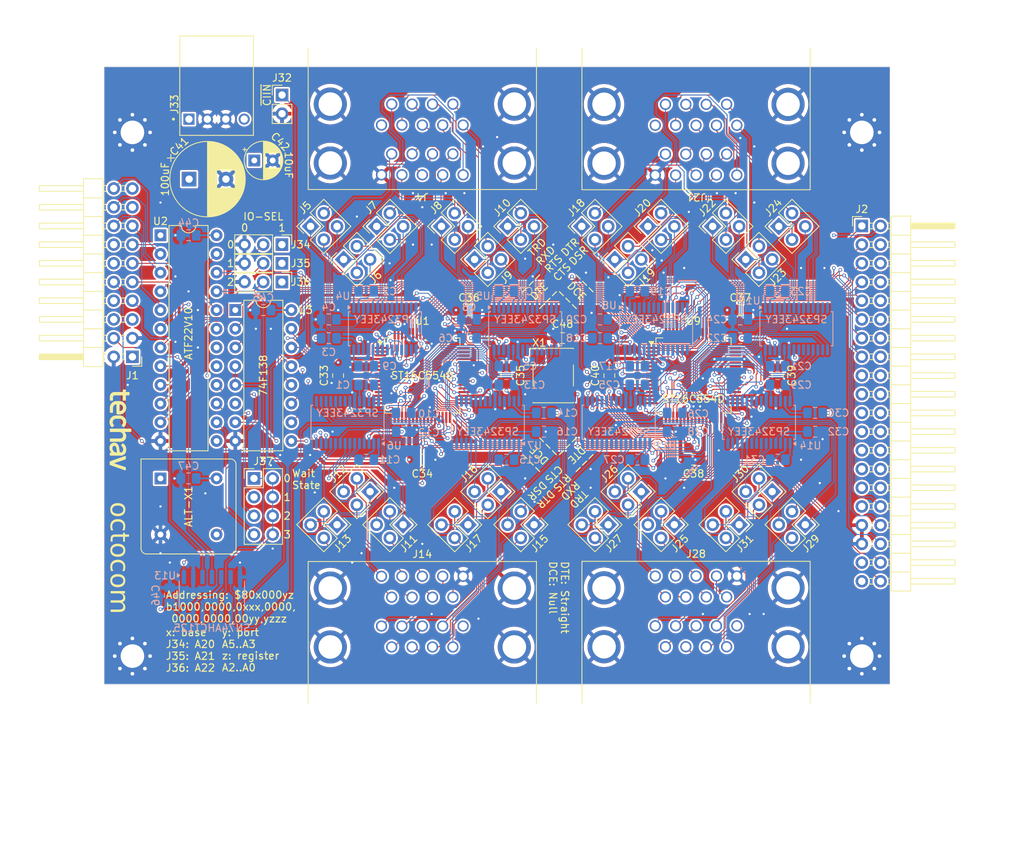
<source format=kicad_pcb>
(kicad_pcb (version 20240108) (generator "pcbnew") (generator_version "8.0")
  (layers (0 "F.Cu" signal) (1 "In1.Cu" signal) (2 "In2.Cu" signal) (31 "B.Cu" signal) (34 "B.Paste" user) (35 "F.Paste" user) (36 "B.SilkS" user "B.Silkscreen") (37 "F.SilkS" user "F.Silkscreen") (38 "B.Mask" user) (39 "F.Mask" user) (44 "Edge.Cuts" user))
  (net 0 "")
  (net 1 "/COM0-C1-")
  (net 2 "/COM0-C1+")
  (net 3 "/COM0-C2+")
  (net 4 "/COM0-C2-")
  (net 5 "/COM0-V+")
  (net 6 "VCC")
  (net 7 "/COM0-V-")
  (net 8 "GND")
  (net 9 "/COM1-C1+")
  (net 10 "/COM1-C1-")
  (net 11 "/COM1-V+")
  (net 12 "/COM1-C2+")
  (net 13 "/COM1-C2-")
  (net 14 "/COM1-V-")
  (net 15 "/COM2-C1-")
  (net 16 "/COM2-C1+")
  (net 17 "/COM2-V+")
  (net 18 "/COM2-C2+")
  (net 19 "/COM2-C2-")
  (net 20 "/COM2-V-")
  (net 21 "/COM3-C1-")
  (net 22 "/COM3-C1+")
  (net 23 "/COM3-V+")
  (net 24 "/COM3-C2+")
  (net 25 "/COM3-C2-")
  (net 26 "/COM3-V-")
  (net 27 "/COM4-C1-")
  (net 28 "/COM4-C1+")
  (net 29 "/COM4-V+")
  (net 30 "/COM4-C2+")
  (net 31 "/COM4-C2-")
  (net 32 "/COM4-V-")
  (net 33 "/COM5-C1+")
  (net 34 "/COM5-C1-")
  (net 35 "/COM5-V+")
  (net 36 "/COM5-C2+")
  (net 37 "/COM5-C2-")
  (net 38 "/COM5-V-")
  (net 39 "/COM6-C1+")
  (net 40 "/COM6-C1-")
  (net 41 "/COM6-V+")
  (net 42 "/COM6-C2-")
  (net 43 "/COM6-C2+")
  (net 44 "/COM6-V-")
  (net 45 "/COM7-C1+")
  (net 46 "/COM7-C1-")
  (net 47 "/COM7-V+")
  (net 48 "/COM7-C2-")
  (net 49 "/COM7-C2+")
  (net 50 "/COM7-V-")
  (net 51 "/~{CPU-DSACK0}")
  (net 54 "/~{CPU-DS}")
  (net 55 "/CPU-A23")
  (net 56 "/CPU-CLK")
  (net 57 "/CPU-A22")
  (net 59 "/CPU-A0")
  (net 62 "/CPU-A31")
  (net 64 "/CPU-R{slash}~{W}")
  (net 66 "/CPU-A21")
  (net 67 "/~{CPU-AS}")
  (net 68 "/~{CPU-RESET}")
  (net 69 "/CPU-A7")
  (net 70 "/CPU-A12")
  (net 71 "/CPU-D19")
  (net 72 "/CPU-A3")
  (net 73 "/CPU-D31")
  (net 74 "/CPU-A13")
  (net 75 "/CPU-A2")
  (net 76 "/CPU-D25")
  (net 77 "/CPU-D24")
  (net 78 "/CPU-A9")
  (net 79 "/CPU-D17")
  (net 80 "/CPU-D26")
  (net 81 "/CPU-A14")
  (net 82 "/CPU-A19")
  (net 83 "/CPU-A8")
  (net 84 "/CPU-D22")
  (net 85 "/CPU-A16")
  (net 86 "/CPU-A5")
  (net 87 "/CPU-D28")
  (net 88 "/CPU-D18")
  (net 89 "/CPU-A18")
  (net 90 "/CPU-D27")
  (net 91 "/CPU-D16")
  (net 92 "/CPU-D20")
  (net 93 "/CPU-D30")
  (net 94 "/CPU-D23")
  (net 95 "/CPU-D29")
  (net 96 "/CPU-A11")
  (net 97 "/CPU-A15")
  (net 98 "/CPU-A1")
  (net 99 "/CPU-A10")
  (net 100 "/CPU-D21")
  (net 101 "/CPU-A4")
  (net 102 "/CPU-A6")
  (net 103 "/CPU-A17")
  (net 104 "/CPU-A20")
  (net 105 "/COM1-P4")
  (net 106 "/COM1-P3")
  (net 108 "/COM0-P8")
  (net 109 "/COM1-RI232")
  (net 110 "/COM0-P3")
  (net 111 "/COM0-P6")
  (net 112 "/COM1-P2")
  (net 113 "/COM1-P6")
  (net 114 "/COM1-P7")
  (net 115 "/COM0-RI232")
  (net 116 "/COM0-P7")
  (net 117 "/COM1-P8")
  (net 118 "/COM1-DCD232")
  (net 119 "/COM0-DCD232")
  (net 120 "/COM0-P4")
  (net 121 "/COM0-P2")
  (net 122 "/COM0-TX232")
  (net 123 "/COM0-RX232")
  (net 124 "/COM0-RTS232")
  (net 125 "/COM0-CTS232")
  (net 126 "/COM0-DSR232")
  (net 127 "/COM0-DTR232")
  (net 128 "/COM1-RX232")
  (net 129 "/COM1-TX232")
  (net 130 "/COM1-RTS232")
  (net 131 "/COM1-CTS232")
  (net 132 "/COM1-DTR232")
  (net 133 "/COM1-DSR232")
  (net 134 "/COM2-TX232")
  (net 135 "/COM2-P3")
  (net 136 "/COM2-RX232")
  (net 137 "/COM2-P2")
  (net 138 "/COM2-P8")
  (net 139 "/COM2-P7")
  (net 140 "/COM2-RTS232")
  (net 141 "/COM2-CTS232")
  (net 142 "/COM2-P4")
  (net 143 "/COM2-DTR232")
  (net 144 "/COM2-DSR232")
  (net 145 "/COM2-P6")
  (net 146 "/COM2-DCD232")
  (net 147 "/COM3-P2")
  (net 148 "/COM3-P4")
  (net 149 "/COM2-RI232")
  (net 150 "/COM3-P6")
  (net 151 "/COM3-P8")
  (net 152 "/COM3-P3")
  (net 153 "/COM3-RI232")
  (net 155 "/COM3-DCD232")
  (net 156 "/COM3-P7")
  (net 157 "/COM3-RX232")
  (net 158 "/COM3-TX232")
  (net 159 "/COM3-RTS232")
  (net 160 "/COM3-CTS232")
  (net 161 "/COM3-DSR232")
  (net 162 "/COM3-DTR232")
  (net 166 "/~{IO-CE}")
  (net 168 "/COM1-RX")
  (net 169 "/IO-RESET")
  (net 170 "/~{IOWR}")
  (net 171 "/~{COM1-CS}")
  (net 172 "/COM3-TX")
  (net 173 "/COM0-DCD")
  (net 174 "/COM1-DCD")
  (net 175 "/COM2-DTR")
  (net 176 "/COM1-TX")
  (net 177 "/COM0-RX")
  (net 178 "/COM2-RX")
  (net 179 "/COM3-RTS")
  (net 180 "/COM2-DCD")
  (net 181 "/COM3-CTS")
  (net 182 "/COM2-RTS")
  (net 183 "/COM1-DTR")
  (net 184 "/COM3-DCD")
  (net 185 "/COM1-CTS")
  (net 186 "/COM3-RX")
  (net 187 "/COM0-CTS")
  (net 188 "/COM-CLK")
  (net 189 "/COM0-RTS")
  (net 191 "/COM1-DSR")
  (net 192 "/~{COM0-CS}")
  (net 193 "/COM2-DSR")
  (net 195 "/COM2-TX")
  (net 196 "/COM3-DSR")
  (net 197 "/COM1-RTS")
  (net 198 "/~{IORD}")
  (net 199 "/~{COM2-CS}")
  (net 201 "/COM2-RI")
  (net 202 "/~{COM3-CS}")
  (net 203 "/COM3-RI")
  (net 204 "/COM2-CTS")
  (net 205 "/COM0-TX")
  (net 206 "/COM0-DSR")
  (net 207 "/COM0-DTR")
  (net 208 "/COM3-DTR")
  (net 210 "/COM1-RI")
  (net 211 "/COM0-RI")
  (net 212 "/~{COM4-CS}")
  (net 213 "/~{COM6-CS}")
  (net 214 "/~{COM7-CS}")
  (net 215 "/~{COM5-CS}")
  (net 222 "/COM4-RX232")
  (net 223 "/COM4-DSR232")
  (net 224 "/COM4-RI")
  (net 225 "/COM4-DCD")
  (net 226 "/COM4-CTS232")
  (net 227 "/COM4-RI232")
  (net 230 "/COM4-DTR")
  (net 231 "/COM4-RTS")
  (net 232 "/COM4-RX")
  (net 233 "/COM4-TX232")
  (net 234 "/COM4-CTS")
  (net 235 "/COM4-DTR232")
  (net 236 "/COM4-RTS232")
  (net 237 "/COM4-DCD232")
  (net 238 "/COM4-TX")
  (net 239 "/COM4-DSR")
  (net 240 "/COM5-CTS232")
  (net 241 "/COM5-RI")
  (net 243 "/COM5-DTR232")
  (net 244 "/COM5-DTR")
  (net 246 "/COM5-RI232")
  (net 247 "/COM5-DCD232")
  (net 248 "/COM5-RX232")
  (net 249 "/COM5-RTS")
  (net 250 "/COM5-DSR")
  (net 251 "/COM5-DCD")
  (net 252 "/COM5-TX232")
  (net 253 "/COM5-TX")
  (net 254 "/COM5-DSR232")
  (net 255 "/COM5-CTS")
  (net 256 "/COM5-RTS232")
  (net 257 "/COM5-RX")
  (net 263 "/COM6-DTR232")
  (net 264 "/COM6-DSR232")
  (net 265 "/COM6-TX232")
  (net 266 "/COM6-RX232")
  (net 267 "/COM6-DSR")
  (net 268 "/COM6-CTS")
  (net 269 "/COM6-TX")
  (net 270 "/COM6-RTS")
  (net 272 "/COM6-DCD232")
  (net 273 "/COM6-DCD")
  (net 275 "/COM6-RTS232")
  (net 276 "/COM6-CTS232")
  (net 277 "/COM6-RX")
  (net 278 "/COM6-DTR")
  (net 279 "/COM6-RI")
  (net 280 "/COM6-RI232")
  (net 281 "/COM7-DCD")
  (net 282 "/COM7-CTS")
  (net 284 "/COM7-DCD232")
  (net 285 "/COM7-TX232")
  (net 286 "/COM7-RI")
  (net 287 "/COM7-TX")
  (net 288 "/COM7-RTS")
  (net 289 "/COM7-RI232")
  (net 290 "/COM7-DTR232")
  (net 291 "/COM7-RX232")
  (net 292 "/COM7-RX")
  (net 293 "/COM7-DTR")
  (net 294 "/COM7-DSR232")
  (net 296 "/COM7-DSR")
  (net 297 "/COM7-CTS232")
  (net 298 "/COM7-RTS232")
  (net 302 "/COM4-P2")
  (net 303 "/COM4-P3")
  (net 304 "/COM4-P8")
  (net 305 "/COM4-P7")
  (net 306 "/COM4-P6")
  (net 307 "/COM4-P4")
  (net 308 "/COM5-P2")
  (net 309 "/COM5-P8")
  (net 310 "/COM5-P3")
  (net 311 "/COM5-P7")
  (net 312 "/COM5-P6")
  (net 313 "/COM5-P4")
  (net 314 "/COM6-P3")
  (net 315 "/COM6-P2")
  (net 316 "/COM6-P7")
  (net 317 "/COM6-P8")
  (net 318 "/COM6-P6")
  (net 319 "/COM6-P4")
  (net 320 "/COM7-P6")
  (net 321 "/COM7-P8")
  (net 322 "/COM7-P3")
  (net 323 "/COM7-P7")
  (net 324 "/COM7-P4")
  (net 325 "/COM7-P2")
  (net 327 "/~{1WS}")
  (net 328 "/~{2WS}")
  (net 329 "/~{3WS}")
  (net 331 "/~{CPU-CIIN}")
  (net 332 "/IOSEL0")
  (net 333 "/IOSEL1")
  (net 334 "/IOSEL2")
  (net 339 "Net-(J37-Pin_2)")
  (footprint "OctoCom:DPD-09-11-B3" (layer "F.Cu") (at 114.3 55.290001 180)
    (property "Reference" "J4")
    (property "Value" "DPD-09-11-B3")
  )
  (footprint "Capacitor_SMD:C_0805_2012Metric_Pad1.18x1.45mm_HandSolder" (layer "F.Cu") (at 157.48 73.66)
    (property "Reference" "C37")
    (property "Value" "33n" (hide yes))
  )
  (footprint "Connector_PinHeader_2.54mm:PinHeader_2x02_P2.54mm_Vertical" (layer "F.Cu") (at 116.903821 62.293821 45)
    (property "Reference" "J8")
    (property "Value" "Conn_02x02_Odd_Even")
  )
  (footprint "Connector_PinHeader_2.54mm:PinHeader_2x02_P2.54mm_Vertical" (layer "F.Cu") (at 111.685573 102.809715 -135)
    (property "Reference" "J11")
    (property "Value" "Conn_02x02_Odd_Even")
  )
  (footprint "Connector_PinHeader_2.54mm:PinHeader_2x02_P2.54mm_Vertical" (layer "F.Cu") (at 139.545923 102.806179 -135)
    (property "Reference" "J27")
    (property "Value" "Conn_02x02_Odd_Even")
  )
  (footprint "Connector_PinHeader_2.54mm:PinHeader_2x04_P2.54mm_Vertical" (layer "F.Cu") (at 91.44 96.52)
    (property "Reference" "J37")
    (property "Value" "Conn_02x04_Odd_Even")
  )
  (footprint "Connector_PinHeader_2.54mm:PinHeader_2x02_P2.54mm_Vertical" (layer "F.Cu") (at 144.934077 62.293822 45)
    (property "Reference" "J20")
    (property "Value" "Conn_02x02_Odd_Even")
  )
  (footprint "Connector_PinHeader_2.54mm:PinHeader_2x02_P2.54mm_Vertical" (layer "F.Cu") (at 140.443949 66.783949 45)
    (property "Reference" "J19")
    (property "Value" "Conn_02x02_Odd_Even")
  )
  (footprint "OctoCom:DPD-09-11-B3" (layer "F.Cu") (at 151.475 55.32 180)
    (property "Reference" "J21")
    (property "Value" "DPD-09-11-B3")
  )
  (footprint "OctoCom:TE_4-171826-4" (layer "F.Cu") (at 86.36 43.18 180)
    (property "Reference" "J33")
    (property "Value" "4-171826-4")
  )
  (footprint "Connector_PinHeader_2.54mm:PinHeader_2x02_P2.54mm_Vertical" (layer "F.Cu") (at 125.884077 62.293821 45)
    (property "Reference" "J10")
    (property "Value" "Conn_02x02_Odd_Even")
  )
  (footprint "Capacitor_SMD:C_0805_2012Metric_Pad1.18x1.45mm_HandSolder" (layer "F.Cu") (at 120.65 73.66)
    (property "Reference" "C36")
    (property "Value" "33n" (hide yes))
  )
  (footprint "Connector_PinHeader_2.54mm:PinHeader_2x02_P2.54mm_Vertical" (layer "F.Cu") (at 153.733821 62.293821 45)
    (property "Reference" "J22")
    (property "Value" "Conn_02x02_Odd_Even")
  )
  (footprint "MountingHole:MountingHole_3.2mm_M3_Pad_Via" (layer "F.Cu") (at 173.99 49.53)
    (property "Reference" "H3" (hide yes))
    (property "Value" "M3")
  )
  (footprint "Connector_PinHeader_2.54mm:PinHeader_2x02_P2.54mm_Vertical" (layer "F.Cu") (at 124.986051 98.316051 -135)
    (property "Reference" "J16")
    (property "Value" "Conn_02x02_Odd_Even")
  )
  (footprint "Connector_PinHeader_2.54mm:PinHeader_2x02_P2.54mm_Vertical" (layer "F.Cu") (at 161.816051 98.316051 -135)
    (property "Reference" "J30")
    (property "Value" "Conn_02x02_Odd_Even")
  )
  (footprint "Connector_PinHeader_2.54mm:PinHeader_2x02_P2.54mm_Vertical" (layer "F.Cu") (at 166.306179 102.806179 -135)
    (property "Reference" "J29")
    (property "Value" "Conn_02x02_Odd_Even")
  )
  (footprint "Connector_PinHeader_2.54mm:PinHeader_2x02_P2.54mm_Vertical" (layer "F.Cu") (at 103.613949 66.783949 45)
    (property "Reference" "J6")
    (property "Value" "Conn_02x02_Odd_Even")
  )
  (footprint "Connector_PinHeader_2.54mm:PinHeader_2x02_P2.54mm_Vertical" (layer "F.Cu") (at 121.393949 66.783949 45)
    (property "Reference" "J9")
    (property "Value" "Conn_02x02_Odd_Even")
  )
  (footprint "Oscillator:Oscillator_DIP-8" (layer "F.Cu") (at 78.74 96.52 -90)
    (property "Reference" "ALT-X1")
    (property "Value" "1.8432M")
  )
  (footprint "Connector_PinHeader_2.54mm:PinHeader_2x02_P2.54mm_Vertical" (layer "F.Cu") (at 144.036051 98.316051 -135)
    (property "Reference" "J26")
    (property "Value" "Conn_02x02_Odd_Even")
  )
  (footprint "Connector_PinHeader_2.54mm:PinHeader_2x02_P2.54mm_Vertical" (layer "F.Cu") (at 108.104077 62.293821 45)
    (property "Reference" "J7")
    (property "Value" "Conn_02x02_Odd_Even")
  )
  (footprint "Package_DIP:DIP-24_W7.62mm" (layer "F.Cu") (at 78.74 63.5)
    (property "Reference" "U2")
    (property "Value" "ATF22V10")
  )
  (footprint "MountingHole:MountingHole_3.2mm_M3_Pad_Via" (layer "F.Cu") (at 74.93 49.53)
    (property "Reference" "H4" (hide yes))
    (property "Value" "M3")
  )
  (footprint "Capacitor_SMD:C_0805_2012Metric_Pad1.18x1.45mm_HandSolder" (layer "F.Cu") (at 139.7 82.55 -90)
    (property "Reference" "C40")
    (property "Value" "33n" (hide yes))
  )
  (footprint "Connector_PinHeader_2.54mm:PinHeader_2x02_P2.54mm_Vertical" (layer "F.Cu") (at 162.714077 62.293821 45)
    (property "Reference" "J24")
    (property "Value" "Conn_02x02_Odd_Even")
  )
  (footprint "Capacitor_THT:CP_Radial_D10.0mm_P5.00mm" (layer "F.Cu") (at 82.63 55.88)
    (property "Reference" "C41")
    (property "Value" "100uF")
  )
  (footprint "Connector_PinHeader_2.54mm:PinHeader_2x02_P2.54mm_Vertical" (layer "F.Cu") (at 129.476179 102.806178 -135)
    (property "Reference" "J15")
    (property "Value" "Conn_02x02_Odd_Even")
  )
  (footprint "MountingHole:MountingHole_3.2mm_M3_Pad_Via" (layer "F.Cu") (at 173.99 120.65)
    (property "Reference" "H2" (hide yes))
    (property "Value" "M3")
  )
  (footprint "Connector_PinHeader_2.54mm:PinHeader_2x02_P2.54mm_Vertical" (layer "F.Cu") (at 102.715923 102.806179 -135)
    (property "Reference" "J13")
    (property "Value" "Conn_02x02_Odd_Even")
  )
  (footprint "Connector_PinHeader_2.54mm:PinHeader_2x02_P2.54mm_Vertical" (layer "F.Cu") (at 148.526179 102.806179 -135)
    (property "Reference" "J25")
    (property "Value" "Conn_02x02_Odd_Even")
  )
  (footprint "Capacitor_SMD:C_0805_2012Metric_Pad1.18x1.45mm_HandSolder" (layer "F.Cu") (at 102.87 82.55 -90)
    (property "Reference" "C33")
    (property "Value" "33n" (hide yes))
  )
  (footprint "Capacitor_SMD:C_0805_2012Metric_Pad1.18x1.45mm_HandSolder" (layer "F.Cu") (at 133.35 77.47 180)
    (property "Reference" "C48")
    (property "Value" "33n")
  )
  (footprint "Connector_PinHeader_2.54mm:PinHeader_1x03_P2.54mm_Vertical" (layer "F.Cu") (at 95.235 67.31 -90)
    (property "Reference" "J35")
    (property "Value" "Conn_01x03")
  )
  (footprint "MountingHole:MountingHole_3.2mm_M3_Pad_Via" (layer "F.Cu") (at 74.93 120.65)
    (property "Reference" "H1" (hide yes))
    (property "Value" "M3")
  )
  (footprint "Connector_PinHeader_2.54mm:PinHeader_2x02_P2.54mm_Vertical" (layer "F.Cu") (at 120.495923 102.806179 -135)
    (property "Reference" "J17")
    (property "Value" "Conn_02x02_Odd_Even")
  )
  (footprint "Capacitor_SMD:C_0805_2012Metric_Pad1.18x1.45mm_HandSolder" (layer "F.Cu") (at 162.56 82.55 90)
    (property "Reference" "C39")
    (property "Value" "33n" (hide yes))
  )
  (footprint "Capacitor_SMD:C_0805_2012Metric_Pad1.18x1.45mm_HandSolder" (layer "F.Cu") (at 114.3 93.98)
    (property "Reference" "C34")
    (property "Value" "33n" (hide yes))
  )
  (footprint "OctoCom:DPD-09-11-B3" (layer "F.Cu") (at 151.475 109.78)
    (property "Reference" "J28")
    (property "Value" "DPD-09-11-B3")
  )
  (footprint "Connector_PinHeader_2.54mm:PinHeader_2x02_P2.54mm_Vertical" (layer "F.Cu") (at 135.953821 62.293821 45)
    (property "Reference" "J18")
    (property "Value" "Conn_02x02_Odd_Even")
  )
  (footprint "Capacitor_SMD:C_0805_2012Metric_Pad1.18x1.45mm_HandSolder" (layer "F.Cu") (at 125.73 82.55 90)
    (property "Reference" "C35")
    (property "Value" "33n" (hide yes))
  )
  (footprint "Package_QFP:LQFP-64_10x10mm_P0.5mm" (layer "F.Cu") (at 151.13 82.55)
    (property "Reference" "U9")
    (property "Value" "ST16C554D")
  )
  (footprint "Package_DIP:DIP-16_W7.62mm" (layer "F.Cu") (at 88.9 73.66)
    (property "Reference" "U3")
    (property "Value" "74F138")
  )
  (footprint "Connector_PinHeader_2.54mm:PinHeader_2x02_P2.54mm_Vertical" (layer "F.Cu") (at 158.223949 66.783949 45)
    (property "Reference" "J23")
    (property "Value" "Conn_02x02_Odd_Even")
  )
  (footprint "Connector_PinHeader_2.54mm:PinHeader_2x02_P2.54mm_Vertical" (layer "F.Cu") (at 157.325923 102.806179 -135)
    (property "Reference" "J31")
    (property "Value" "Conn_02x02_Odd_Even")
  )
  (footprint "Connector_PinHeader_2.54mm:PinHeader_2x02_P2.54mm_Vertical" (layer "F.Cu") (at 99.123821 62.293821 45)
    (property "Reference" "J5")
    (property "Value" "Conn_02x02_Odd_Even")
  )
  (footprint "Oscillator:Oscillator_SMD_Abracon_ASV-4Pin_7.0x5.1mm" (layer "F.Cu") (at 132.08 82.55 -90)
    (property "Reference" "X1")
    (property "Value" "1.8432M")
  )
  (footprint "OctoCom:DPD-09-11-B3" (layer "F.Cu") (at 114.3 109.809998)
    (property "Reference" "J14")
    (property "Value" "DPD-09-11-B3")
  )
  (footprint "Connector_PinHeader_2.54mm:PinHeader_2x20_P2.54mm_Horizontal" (layer "F.Cu") (at 173.99 62.23)
    (property "Reference" "J2")
    (property "Value" "Conn_02x20_Odd_Even")
  )
  (footprint "Connector_PinHeader_2.54mm:PinHeader_1x02_P2.54mm_Vertical" (layer "F.Cu") (at 95.25 44.45)
    (property "Reference" "J32")
    (property "Value" "Conn_01x02")
  )
  (footprint "Connector_PinHeader_2.54mm:PinHeader_2x10_P2.54mm_Horizontal" (layer "F.Cu") (at 74.93 80.01 180)
    (property "Reference" "J1")
    (property "Value" "Conn_02x10_Odd_Even")
  )
  (footprint "Connector_PinHeader_2.54mm:PinHeader_1x03_P2.54mm_Vertical" (layer "F.Cu") (at 95.235 64.77 -90)
    (property "Reference" "J34")
    (property "Value" "Conn_01x03")
  )
  (footprint "Connector_PinHeader_2.54mm:PinHeader_1x03_P2.54mm_Vertical" (layer "F.Cu") (at 95.235 69.85 -90)
    (property "Reference" "J36")
    (property "Value" "Conn_01x03")
  )
  (footprint "Capacitor_THT:CP_Radial_D5.0mm_P2.50mm" (layer "F.Cu") (at 91.48 53.34)
    (property "Reference" "C42")
    (property "Value" "10uF")
  )
  (footprint "Connector_PinHeader_2.54mm:PinHeader_2x02_P2.54mm_Vertical" (layer "F.Cu") (at 107.206051 98.316051 -135)
    (property "Reference" "J12")
    (property "Value" "Conn_02x02_Odd_Even")
  )
  (footprint "Package_QFP:LQFP-64_10x10mm_P0.5mm" (layer "F.Cu") (at 114.3 82.55)
    (property "Reference" "U1")
    (property "Value" "ST16C554D")
  )
  (footprint "Capacitor_SMD:C_0805_2012Metric_Pad1.18x1.45mm_HandSolder" (layer "F.Cu") (at 151.13 93.98)
    (property "Reference" "C38")
    (property "Value" "33n" (hide yes))
  )
  (footprint "Package_SO:TSSOP-28_4.4x9.7mm_P0.65mm" (layer "B.Cu") (at 109.22 76.2 -90)
    (property "Reference" "U4")
    (property "Value" "SP3243EEY")
  )
  (footprint "Capacitor_SMD:C_0805_2012Metric_Pad1.18x1.45mm_HandSolder" (layer "B.Cu") (at 120.65 74.93 180)
    (property "Reference" "C8")
    (property "Value" "33n" (hide yes))
  )
  (footprint "Capacitor_SMD:C_0805_2012Metric_Pad1.18x1.45mm_HandSolder" (layer "B.Cu") (at 106.68 83.82 180)
    (property "Reference" "C9")
    (property "Value" "33n" (hide yes))
  )
  (footprint "Capacitor_SMD:C_0805_2012Metric_Pad1.18x1.45mm_HandSolder" (layer "B.Cu") (at 111.76 90.17)
    (property "Reference" "C12")
    (property "Value" "33n" (hide yes))
  )
  (footprint "Capacitor_SMD:C_0805_2012Metric_Pad1.18x1.45mm_HandSolder" (layer "B.Cu") (at 138.43 77.469999 180)
    (property "Reference" "C18")
    (property "Value" "33n" (hide yes))
  )
  (footprint "Capacitor_SMD:C_0805_2012Metric_Pad1.18x1.45mm_HandSolder" (layer "B.Cu") (at 162.56 83.82 180)
    (property "Reference" "C29")
    (property "Value" "33n" (hide yes))
  )
  (footprint "Capacitor_SMD:C_0805_2012Metric_Pad1.18x1.45mm_HandSolder" (layer "B.Cu") (at 157.48 74.93 180)
    (property "Reference" "C24")
    (property "Value" "33n" (hide yes))
  )
  (footprint "Capacitor_SMD:C_0805_2012Metric_Pad1.18x1.45mm_HandSolder" (layer "B.Cu") (at 148.59 87.63)
    (property "Reference" "C26")
    (property "Value" "33n" (hide yes))
  )
  (footprint "Capacitor_SMD:C_0805_2012Metric_Pad1.18x1.45mm_HandSolder" (layer "B.Cu") (at 120.65 77.47 180)
    (property "Reference" "C6")
    (property "Value" "33n" (hide yes))
  )
  (footprint "Capacitor_SMD:C_0805_2012Metric_Pad1.18x1.45mm_HandSolder" (layer "B.Cu") (at 130.81 87.63)
    (property "Reference" "C14")
    (property "Value" "33n" (hide yes))
  )
  (footprint "Package_SO:TSSOP-28_4.4x9.7mm_P0.65mm" (layer "B.Cu") (at 104.14 88.9 90)
    (property "Reference" "U6")
    (property "Value" "SP3243EEY")
  )
  (footprint "Capacitor_SMD:C_0805_2012Metric_Pad1.18x1.45mm_HandSolder" (layer "B.Cu") (at 162.56 81.28)
    (property "Reference" "C21")
    (property "Value" "33n" (hide yes))
  )
  (footprint "Capacitor_SMD:C_0805_2012Metric_Pad1.18x1.45mm_HandSolder" (layer "B.Cu") (at 130.81 90.17)
    (property "Reference" "C16")
    (property "Value" "33n" (hide yes))
  )
  (footprint "Capacitor_SMD:C_0805_2012Metric_Pad1.18x1.45mm_HandSolder" (layer "B.Cu") (at 138.43 74.929999 180)
    (property "Reference" "C20")
    (property "Value" "33n" (hide yes))
  )
  (footprint "Capacitor_SMD:C_0805_2012Metric_Pad1.18x1.45mm_HandSolder" (layer "B.Cu") (at 125.73 83.82 180)
    (property "Reference" "C13")
    (property "Value" "33n" (hide yes))
  )
  (footprint "Capacitor_SMD:C_0805_2012Metric_Pad1.18x1.45mm_HandSolder" (layer "B.Cu") (at 80.01 112.395 90)
    (property "Reference" "C46")
    (property "Value" "33n" (hide yes))
  )
  (footprint "Package_SO:SO-14_3.9x8.65mm_P1.27mm" (layer "B.Cu") (at 85.725 112.395 -90)
    (property "Reference" "U13")
    (property "Value" "SN74AHCT125")
  )
  (footprint "Capacitor_SMD:C_0805_2012Metric_Pad1.18x1.45mm_HandSolder" (layer "B.Cu") (at 157.48 77.47 180)
    (property "Reference" "C22")
    (property "Value" "33n" (hide yes))
  )
  (footprint "Package_SO:TSSOP-28_4.4x9.7mm_P0.65mm" (layer "B.Cu") (at 123.19 88.9 90)
    (property "Reference" "U7")
    (property "Value" "SP3243EEY")
  )
  (footprint "Capacitor_SMD:C_0805_2012Metric_Pad1.18x1.45mm_HandSolder" (layer "B.Cu") (at 101.6 77.47 180)
    (property "Reference" "C3")
    (property "Value" "33n" (hide yes))
  )
  (footprint "Capacitor_SMD:C_0805_2012Metric_Pad1.18x1.45mm_HandSolder" (layer "B.Cu") (at 125.73 71.12)
    (property "Reference" "C7")
    (property "Value" "33n" (hide yes))
  )
  (footprint "Capacitor_SMD:C_0805_2012Metric_Pad1.18x1.45mm_HandSolder" (layer "B.Cu") (at 82.55 63.5 180)
    (property "Reference" "C44")
    (property "Value" "33n" (hide yes))
  )
  (footprint "Capacitor_SMD:C_0805_2012Metric_Pad1.18x1.45mm_HandSolder" (layer "B.Cu") (at 148.59 90.17)
    (property "Reference" "C28")
    (property "Value" "33n" (hide yes))
  )
  (footprint "Package_SO:TSSOP-28_4.4x9.7mm_P0.65mm" (layer "B.Cu") (at 165.1 76.2 -90)
    (property "Reference" "U10")
    (property "Value" "SP3243EEY")
  )
  (footprint "Capacitor_SMD:C_0805_2012Metric_Pad1.18x1.45mm_HandSolder" (layer "B.Cu") (at 106.68 93.98 180)
    (property "Reference" "C11")
    (property "Value" "33n" (hide yes))
  )
  (footprint "Capacitor_SMD:C_0805_2012Metric_Pad1.18x1.45mm_HandSolder" (layer "B.Cu") (at 143.51 83.82 180)
    (property "Reference" "C25")
    (property "Value" "33n" (hide yes))
  )
  (footprint "Capacitor_SMD:C_0805_2012Metric_Pad1.18x1.45mm_HandSolder" (layer "B.Cu") (at 143.51 71.119999)
    (property "Reference" "C19")
    (property "Value" "33n" (hide yes))
  )
  (footprint "Capacitor_SMD:C_0805_2012Metric_Pad1.18x1.45mm_HandSolder" (layer "B.Cu") (at 106.68 81.28)
    (property "Reference" "C1")
    (property "Value" "33n" (hide yes))
  )
  (footprint "Package_SO:TSSOP-28_4.4x9.7mm_P0.65mm" (layer "B.Cu") (at 146.05 76.2 -90)
    (property "Reference" "U8")
    (property "Value" "SP3243EEY")
  )
  (footprint "Package_SO:TSSOP-28_4.4x9.7mm_P0.65mm" (layer "B.Cu") (at 128.27 76.2 -90)
    (property "Reference" "U5")
    (property "Value" "SP3243EEY")
  )
  (footprint "Capacitor_SMD:C_0805_2012Metric_Pad1.18x1.45mm_HandSolder" (layer "B.Cu") (at 82.55 96.52 180)
    (property "Reference" "C47")
    (property "Value" "33n" (hide yes))
  )
  (footprint "Capacitor_SMD:C_0805_2012Metric_Pad1.18x1.45mm_HandSolder" (layer "B.Cu") (at 101.6 74.93 180)
    (property "Reference" "C4")
    (property "Value" "33n" (hide yes))
  )
  (footprint "Capacitor_SMD:C_0805_2012Metric_Pad1.18x1.45mm_HandSolder" (layer "B.Cu") (at 125.73 93.98 180)
    (property "Reference" "C15")
    (property "Value" "33n" (hide yes))
  )
  (footprint "Capacitor_SMD:C_0805_2012Metric_Pad1.18x1.45mm_HandSolder" (layer "B.Cu") (at 162.56 93.98 180)
    (property "Reference" "C31")
    (property "Value" "33n" (hide yes))
  )
  (footprint "Capacitor_SMD:C_0805_2012Metric_Pad1.18x1.45mm_HandSolder" (layer "B.Cu") (at 162.56 71.12)
    (property "Reference" "C23")
    (property "Value" "33n" (hide yes))
  )
  (footprint "Capacitor_SMD:C_0805_2012Metric_Pad1.18x1.45mm_HandSolder" (layer "B.Cu") (at 167.64 87.63)
    (property "Reference" "C30")
    (property "Value" "33n" (hide yes))
  )
  (footprint "Capacitor_SMD:C_0805_2012Metric_Pad1.18x1.45mm_HandSolder" (layer "B.Cu") (at 92.71 73.66 180)
    (property "Reference" "C45")
    (property "Value" "33n" (hide yes))
  )
  (footprint "Package_SO:TSSOP-28_4.4x9.7mm_P0.65mm" (layer "B.Cu") (at 140.97 88.9 90)
    (property "Reference" "U11")
    (property "Value" "SP3243EEY")
  )
  (footprint "Capacitor_SMD:C_0805_2012Metric_Pad1.18x1.45mm_HandSolder" (layer "B.Cu") (at 167.64 90.17)
    (property "Reference" "C32")
    (property "Value" "33n" (hide yes))
  )
  (footprint "Capacitor_SMD:C_0805_2012Metric_Pad1.18x1.45mm_HandSolder" (layer "B.Cu") (at 106.68 71.12)
    (property "Reference" "C2")
    (property "Value" "33n" (hide yes))
  )
  (footprint "Capacitor_SMD:C_0805_2012Metric_Pad1.18x1.45mm_HandSolder" (layer "B.Cu") (at 143.51 93.98 180)
    (property "Reference" "C27")
    (property "Value" "33n" (hide yes))
  )
  (footprint "Package_SO:TSSOP-28_4.4x9.7mm_P0.65mm" (layer "B.Cu") (at 160.02 88.9 90)
    (property "Reference" "U14")
    (property "Value" "SP3243EEY")
  )
  (footprint "Capacitor_SMD:C_0805_2012Metric_Pad1.18x1.45mm_HandSolder" (layer "B.Cu") (at 111.76 87.63)
    (property "Reference" "C10")
    (property "Value" "33n" (hide yes))
  )
  (footprint "Capacitor_SMD:C_0805_2012Metric_Pad1.18x1.45mm_HandSolder" (layer "B.Cu") (at 143.51 81.279999)
    (property "Reference" "C17")
    (property "Value" "33n" (hide yes))
  )
  (footprint "Capacitor_SMD:C_0805_2012Metric_Pad1.18x1.45mm_HandSolder" (layer "B.Cu") (at 125.73 81.28)
    (property "Reference" "C5")
    (property "Value" "33n" (hide yes))
  )
  (gr_poly (pts (xy 74.780042 90.140759) (xy 74.779744 90.144941) (xy 74.779255 90.149044) (xy 74.778578 90.153072) (xy 74.777717 90.157011) (xy 74.776676 90.160869) (xy 74.775457 90.164628) (xy 74.774069 90.168293) (xy 74.772512 90.171861) (xy 74.770792 90.175324) (xy 74.768915 90.178674) (xy 74.76688 90.181914) (xy 74.764695 90.185035) (xy 74.762367 90.188036) (xy 74.759893 90.190909) (xy 74.757281 90.193654) (xy 74.754536 90.196266) (xy 74.751659 90.198741) (xy 74.748661 90.20107) (xy 74.74554 90.203255) (xy 74.742299 90.205291) (xy 74.738949 90.207169) (xy 74.735488 90.208888) (xy 74.73192 90.210445) (xy 74.728255 90.211833) (xy 74.724492 90.213051) (xy 74.720638 90.214093) (xy 74.716695 90.214956) (xy 74.712671 90.215631) (xy 74.708563 90.216122) (xy 74.704383 90.216415) (xy 74.70013 90.216518) (xy 73.85812 90.216518) (xy 73.884634 90.244234) (xy 73.909839 90.273048) (xy 73.933684 90.302902) (xy 73.956108 90.333734) (xy 73.977062 90.365478) (xy 73.996487 90.398078) (xy 74.014325 90.431472) (xy 74.030525 90.465596) (xy 74.045025 90.500387) (xy 74.057774 90.535789) (xy 74.068715 90.571739) (xy 74.077793 90.608172) (xy 74.084948 90.645031) (xy 74.09013 90.682252) (xy 74.093278 90.719774) (xy 74.09434 90.757535) (xy 74.093398 90.801722) (xy 74.090588 90.844963) (xy 74.085943 90.88723) (xy 74.079495 90.928488) (xy 74.071275 90.968713) (xy 74.061315 91.007873) (xy 74.049645 91.045938) (xy 74.0363 91.082874) (xy 74.021305 91.118658) (xy 74.004694 91.153257) (xy 73.986504 91.186639) (xy 73.966758 91.218775) (xy 73.945492 91.249638) (xy 73.922738 91.279194) (xy 73.898526 91.30742) (xy 73.872883 91.334277) (xy 73.845849 91.359737) (xy 73.81745 91.383772) (xy 73.78772 91.406352) (xy 73.756687 91.427451) (xy 73.724386 91.447029) (xy 73.690845 91.465063) (xy 73.656096 91.481523) (xy 73.620174 91.496378) (xy 73.58311 91.509596) (xy 73.54493 91.521153) (xy 73.505668 91.531012) (xy 73.465358 91.539146) (xy 73.424026 91.545524) (xy 73.38171 91.550116) (xy 73.338439 91.55289) (xy 73.294241 91.553827) (xy 71.941691 91.553828) (xy 71.937442 91.553726) (xy 71.933258 91.553432) (xy 71.929152 91.552942) (xy 71.925127 91.552262) (xy 71.921184 91.551403) (xy 71.91733 91.550358) (xy 71.91357 91.549143) (xy 71.909902 91.547755) (xy 71.906335 91.546199) (xy 71.902874 91.544479) (xy 71.899523 91.542597) (xy 71.896283 91.540565) (xy 71.89316 91.538381) (xy 71.890161 91.536051) (xy 71.887289 91.533577) (xy 71.884541 91.530967) (xy 71.881929 91.528222) (xy 71.879456 91.525346) (xy 71.877126 91.522343) (xy 71.87494 91.519224) (xy 71.87291 91.515984) (xy 71.871029 91.512633) (xy 71.869311 91.509171) (xy 71.867754 91.505603) (xy 71.866365 91.50194) (xy 71.865149 91.498177) (xy 71.864105 91.494324) (xy 71.863246 91.490379) (xy 71.862568 91.486354) (xy 71.862078 91.482248) (xy 71.86178 91.478069) (xy 71.861684 91.473815) (xy 71.861684 91.176635) (xy 71.861782 91.172386) (xy 71.862078 91.168202) (xy 71.862566 91.164098) (xy 71.863246 91.160071) (xy 71.864105 91.156131) (xy 71.865147 91.152275) (xy 71.866366 91.148512) (xy 71.867754 91.144847) (xy 71.869309 91.141281) (xy 71.87103 91.137819) (xy 71.872909 91.134468) (xy 71.874941 91.131228) (xy 71.877126 91.128107) (xy 71.879458 91.125106) (xy 71.881931 91.122233) (xy 71.884541 91.119486) (xy 71.887288 91.116876) (xy 71.890163 91.114401) (xy 71.893161 91.112069) (xy 71.896282 91.109888) (xy 71.899522 91.107853) (xy 71.902876 91.105976) (xy 71.906336 91.104254) (xy 71.909903 91.102697) (xy 71.913569 91.101309) (xy 71.91733 91.100092) (xy 71.921186 91.099052) (xy 71.925128 91.09819) (xy 71.929154 91.097509) (xy 71.933259 91.097021) (xy 71.937441 91.096727) (xy 71.941692 91.096625) (xy 73.237091 91.096623) (xy 73.26176 91.096215) (xy 73.28575 91.094981) (xy 73.309057 91.092934) (xy 73.331671 91.090078) (xy 73.353589 91.086416) (xy 73.374803 91.081959) (xy 73.395308 91.076708) (xy 73.415089 91.07067) (xy 73.434148 91.063852) (xy 73.452473 91.056257) (xy 73.47006 91.047892) (xy 73.486899 91.038763) (xy 73.502987 91.028873) (xy 73.518311 91.018231) (xy 73.532869 91.006841) (xy 73.546654 90.994709) (xy 73.559657 90.981839) (xy 73.57187 90.96824) (xy 73.58329 90.953914) (xy 73.593907 90.938869) (xy 73.603716 90.923109) (xy 73.612707 90.906641) (xy 73.620874 90.889467) (xy 73.628213 90.871599) (xy 73.634714 90.853036) (xy 73.640369 90.833788) (xy 73.645177 90.813858) (xy 73.649123 90.793255) (xy 73.652206 90.771981) (xy 73.654415 90.750041) (xy 73.655745 90.727444) (xy 73.656193 90.704195) (xy 73.655581 90.676316) (xy 73.653756 90.649117) (xy 73.650731 90.622616) (xy 73.646524 90.596824) (xy 73.641148 90.571755) (xy 73.634617 90.547422) (xy 73.626948 90.523839) (xy 73.61815 90.501016) (xy 73.608243 90.478968) (xy 73.597241 90.457713) (xy 73.585158 90.437258) (xy 73.572008 90.417621) (xy 73.557805 90.398809) (xy 73.542564 90.38084) (xy 73.526302 90.363728) (xy 73.509031 90.347485) (xy 73.490765 90.332121) (xy 73.471523 90.317655) (xy 73.451317 90.304097) (xy 73.430158 90.29146) (xy 73.408065 90.279756) (xy 73.385055 90.269002) (xy 73.36114 90.259207) (xy 73.33633 90.250388) (xy 73.310645 90.242559) (xy 73.284101 90.235729) (xy 73.256707 90.229913) (xy 73.228482 90.225126) (xy 73.199439 90.221379) (xy 73.169591 90.218685) (xy 73.138957 90.217061) (xy 73.107552 90.216514) (xy 71.941691 90.216517) (xy 71.937442 90.216415) (xy 71.933258 90.216121) (xy 71.929152 90.215632) (xy 71.925126 90.214952) (xy 71.921187 90.214091) (xy 71.917329 90.213051) (xy 71.913567 90.211833) (xy 71.909903 90.21044) (xy 71.906335 90.208889) (xy 71.902874 90.207166) (xy 71.899522 90.205289) (xy 71.896283 90.203255) (xy 71.893161 90.201068) (xy 71.890162 90.198738) (xy 71.887289 90.196266) (xy 71.884544 90.193654) (xy 71.881932 90.190909) (xy 71.879456 90.188036) (xy 71.877126 90.185033) (xy 71.87494 90.181911) (xy 71.872908 90.178675) (xy 71.871029 90.175323) (xy 71.869311 90.171861) (xy 71.867754 90.168293) (xy 71.866364 90.16463) (xy 71.865146 90.160868) (xy 71.864106 90.157011) (xy 71.863245 90.153071) (xy 71.862568 90.149044) (xy 71.862077 90.14494) (xy 71.861783 90.140756) (xy 71.861683 90.136507) (xy 71.861683 89.839327) (xy 71.861679 89.839326) (xy 71.861783 89.835071) (xy 71.862078 89.830892) (xy 71.862566 89.826788) (xy 71.863245 89.822763) (xy 71.864106 89.818816) (xy 71.865147 89.814965) (xy 71.866366 89.811202) (xy 71.867754 89.807537) (xy 71.869309 89.803971) (xy 71.87103 89.800509) (xy 71.872909 89.797158) (xy 71.874941 89.793918) (xy 71.877126 89.790797) (xy 71.879458 89.787796) (xy 71.881932 89.784918) (xy 71.88454 89.782175) (xy 71.887288 89.779566) (xy 71.890162 89.777091) (xy 71.893161 89.774759) (xy 71.896282 89.772578) (xy 71.899523 89.770541) (xy 71.902874 89.768667) (xy 71.906336 89.766944) (xy 71.909903 89.765387) (xy 71.913569 89.763999) (xy 71.91733 89.762782) (xy 71.921183 89.761739) (xy 71.925128 89.76088) (xy 71.929154 89.760199) (xy 71.933259 89.759714) (xy 71.937438 89.759414) (xy 71.941692 89.759315) (xy 74.700131 89.759315) (xy 74.704384 89.759414) (xy 74.708564 89.759711) (xy 74.71267 89.760201) (xy 74.716695 89.760877) (xy 74.720639 89.761739) (xy 74.724493 89.762782) (xy 74.728256 89.763999) (xy 74.731921 89.765389) (xy 74.735489 89.766944) (xy 74.738947 89.768663) (xy 74.7423 89.770541) (xy 74.745538 89.772577) (xy 74.748661 89.774761) (xy 74.75166 89.777091) (xy 74.754537 89.779563) (xy 74.757281 89.782173) (xy 74.759893 89.784919) (xy 74.762365 89.787796) (xy 74.764697 89.790797) (xy 74.766882 89.793918) (xy 74.768914 89.797158) (xy 74.770793 89.800509) (xy 74.772514 89.803971) (xy 74.774069 89.807537) (xy 74.775457 89.811202) (xy 74.776674 89.814963) (xy 74.777717 89.818817) (xy 74.778579 89.822761) (xy 74.779257 89.826788) (xy 74.779745 89.830892) (xy 74.780042 89.835071) (xy 74.780141 89.839325) (xy 74.780142 90.136507)) (stroke (width -0.000001)) (fill solid) (layer "F.SilkS"))
  (gr_poly (pts (xy 74.093454 92.636672) (xy 74.090806 92.682636) (xy 74.086423 92.727534) (xy 74.080336 92.771339) (xy 74.072569 92.814017) (xy 74.06315 92.855544) (xy 74.052101 92.895886) (xy 74.039455 92.935013) (xy 74.025231 92.972894) (xy 74.009464 93.009501) (xy 73.992172 93.044805) (xy 73.97339 93.078772) (xy 73.953136 93.111376) (xy 73.931443 93.142584) (xy 73.908336 93.172371) (xy 73.88384 93.200702) (xy 73.85798 93.227547) (xy 73.830789 93.252876) (xy 73.802284 93.276664) (xy 73.772501 93.298873) (xy 73.741459 93.319481) (xy 73.709191 93.338454) (xy 73.67572 93.355762) (xy 73.641069 93.371375) (xy 73.605271 93.385264) (xy 73.568349 93.3974) (xy 73.530332 93.40775) (xy 73.491245 93.416284) (xy 73.451114 93.422976) (xy 73.409965 93.427792) (xy 73.367826 93.430704) (xy 73.32472 93.431682) (xy 71.941691 93.431683) (xy 71.937442 93.431581) (xy 71.933258 93.431287) (xy 71.929152 93.430797) (xy 71.925126 93.430117) (xy 71.921184 93.429258) (xy 71.91733 93.428213) (xy 71.91357 93.426998) (xy 71.909902 93.42561) (xy 71.906335 93.424054) (xy 71.902874 93.422331) (xy 71.899523 93.420452) (xy 71.896283 93.41842) (xy 71.89316 93.416236) (xy 71.890161 93.413906) (xy 71.887289 93.411431) (xy 71.884541 93.408822) (xy 71.881932 93.406074) (xy 71.879456 93.403201) (xy 71.877126 93.400198) (xy 71.87494 93.397079) (xy 71.87291 93.393839) (xy 71.871029 93.390488) (xy 71.869311 93.387026) (xy 71.867754 93.383458) (xy 71.866365 93.379795) (xy 71.865149 93.376032) (xy 71.864106 93.372176) (xy 71.863245 93.368236) (xy 71.862568 93.364209) (xy 71.862077 93.360105) (xy 71.86178 93.355924) (xy 71.861684 93.35167) (xy 71.861683 93.092591) (xy 71.861772 93.08834) (xy 71.862035 93.084158) (xy 71.862477 93.080052) (xy 71.863088 93.076027) (xy 71.863872 93.072085) (xy 71.864821 93.068227) (xy 71.865937 93.064468) (xy 71.867217 93.060803) (xy 71.86866 93.057235) (xy 71.870263 93.053775) (xy 71.872024 93.050422) (xy 71.873937 93.047182) (xy 71.876006 93.044059) (xy 71.878227 93.041062) (xy 71.880594 93.038187) (xy 71.883115 93.035439) (xy 71.885773 93.032831) (xy 71.888579 93.030355) (xy 71.891526 93.028025) (xy 71.89461 93.02584) (xy 71.89783 93.023809) (xy 71.901186 93.021927) (xy 71.904675 93.02021) (xy 71.908294 93.018653) (xy 71.912041 93.017265) (xy 71.915914 93.016047) (xy 71.919913 93.015003) (xy 71.924032 93.014144) (xy 71.928275 93.013465) (xy 71.932631 93.012975) (xy 71.937105 93.01268) (xy 71.941692 93.012579) (xy 72.090282 93.012579) (xy 72.056394 92.97936) (xy 72.024731 92.945416) (xy 71.995288 92.910733) (xy 71.968065 92.875302) (xy 71.943048 92.839114) (xy 71.920237 92.802151) (xy 71.899628 92.76441) (xy 71.881208 92.725879) (xy 71.864978 92.686542) (xy 71.85093 92.646389) (xy 71.839058 92.605413) (xy 71.829355 92.563597) (xy 71.82182 92.520932) (xy 71.816445 92.477408) (xy 71.813223 92.433016) (xy 71.812153 92.38774) (xy 71.812152 92.387742) (xy 71.812918 92.348132) (xy 71.815199 92.309333) (xy 71.81897 92.271372) (xy 71.824206 92.234286) (xy 71.830884 92.198091) (xy 71.838974 92.162831) (xy 71.848455 92.128525) (xy 71.859301 92.095204) (xy 71.871486 92.062902) (xy 71.884986 92.031643) (xy 71.899774 92.001458) (xy 71.915826 91.972377) (xy 71.933117 91.94443) (xy 71.951624 91.917644) (xy 71.971317 91.892048) (xy 71.992175 91.867677) (xy 72.01417 91.844554) (xy 72.037279 91.822711) (xy 72.061478 91.802174) (xy 72.08674 91.782979) (xy 72.113038 91.765148) (xy 72.140353 91.748717) (xy 72.168652 91.73371) (xy 72.197915 91.720159) (xy 72.228114 91.70809) (xy 72.259229 91.697538) (xy 72.291229 91.68853) (xy 72.324091 91.68109) (xy 72.357791 91.675254) (xy 72.392304 91.671051) (xy 72.427601 91.668507) (xy 72.463661 91.667653) (xy 72.478903 91.668002) (xy 72.478903 92.101993) (xy 72.464414 92.102359) (xy 72.45025 92.103452) (xy 72.436414 92.105261) (xy 72.42292 92.107773) (xy 72.409774 92.110981) (xy 72.396985 92.114877) (xy 72.384565 92.119443) (xy 72.372518 92.124672) (xy 72.36086 92.130556) (xy 72.349594 92.137079) (xy 72.33873 92.144241) (xy 72.328279 92.152021) (xy 72.318251 92.16041) (xy 72.308651 92.169401) (xy 72.299493 92.178983) (xy 72.290781 92.189145) (xy 72.282531 92.199875) (xy 72.274745 92.211164) (xy 72.267434 92.223003) (xy 72.260606 92.23538) (xy 72.254277 92.248283) (xy 72.248449 92.261701) (xy 72.243132 92.275629) (xy 72.238335 92.290052) (xy 72.234069 92.30496) (xy 72.230345 92.320342) (xy 72.224546 92.352492) (xy 72.221014 92.386414) (xy 72.21982 92.422031) (xy 72.220563 92.450174) (xy 72.222757 92.478135) (xy 72.226363 92.505873) (xy 72.231342 92.533334) (xy 72.237646 92.560472) (xy 72.245238 92.587245) (xy 72.254073 92.613604) (xy 72.264112 92.6395) (xy 72.275312 92.664886) (xy 72.287631 92.689721) (xy 72.301026 92.713953) (xy 72.31546 92.73754) (xy 72.330884 92.760429) (xy 72.34726 92.782577) (xy 72.364544 92.803938) (xy 72.3827 92.824461) (xy 72.401678 92.844107) (xy 72.421441 92.862822) (xy 72.441948 92.88056) (xy 72.463157 92.897276) (xy 72.48502 92.912925) (xy 72.507502 92.927459) (xy 72.530558 92.940829) (xy 72.554149 92.952989) (xy 72.578232 92.963894) (xy 72.602759 92.9735) (xy 72.627698 92.981754) (xy 72.653001 92.988613) (xy 72.678628 92.994028) (xy 72.704535 92.997954) (xy 72.730686 93.000346) (xy 72.757032 93.00115) (xy 72.833231 93.001153) (xy 72.811562 92.851609) (xy 72.788463 92.682064) (xy 72.766794 92.525379) (xy 72.757389 92.462126) (xy 72.749413 92.414412) (xy 72.741685 92.376369) (xy 72.732788 92.340824) (xy 72.727894 92.323984) (xy 72.722707 92.307766) (xy 72.717219 92.292168) (xy 72.71143 92.277194) (xy 72.705343 92.262833) (xy 72.698951 92.249096) (xy 72.692253 92.235976) (xy 72.685253 92.223472) (xy 72.677943 92.211584) (xy 72.670325 92.200316) (xy 72.662399 92.189662) (xy 72.654163 92.17962) (xy 72.64561 92.170195) (xy 72.636747 92.161381) (xy 72.627569 92.153177) (xy 72.61807 92.145589) (xy 72.608256 92.138612) (xy 72.598121 92.132246) (xy 72.587668 92.126488) (xy 72.576891 92.121338) (xy 72.565788 92.116797) (xy 72.554364 92.112867) (xy 72.542611 92.10954) (xy 72.530531 92.106822) (xy 72.518119 92.104707) (xy 72.505378 92.103198) (xy 72.492307 92.102293) (xy 72.478903 92.101993) (xy 72.478903 91.668002) (xy 72.496198 91.668396) (xy 72.528077 91.670624) (xy 72.559284 91.674325) (xy 72.589817 91.679484) (xy 72.619658 91.686087) (xy 72.648801 91.694124) (xy 72.67723 91.70358) (xy 72.704941 91.714442) (xy 72.731922 91.726701) (xy 72.75816 91.740344) (xy 72.783648 91.755358) (xy 72.808371 91.771729) (xy 72.832322 91.789442) (xy 72.855488 91.80849) (xy 72.877861 91.828856) (xy 72.89943 91.850531) (xy 72.920185 91.873502) (xy 72.940114 91.897753) (xy 72.959208 91.923276) (xy 72.977455 91.950055) (xy 73.011367 92.00733) (xy 73.041769 92.069488) (xy 73.068579 92.136422) (xy 73.091708 92.208033) (xy 73.111077 92.284218) (xy 73.126602 92.364882) (xy 73.160893 92.618244) (xy 73.180181 92.757073) (xy 73.188486 92.811395) (xy 73.195183 92.848751) (xy 73.198486 92.866032) (xy 73.202684 92.882156) (xy 73.205115 92.889787) (xy 73.207773 92.897129) (xy 73.210651 92.904192) (xy 73.213757 92.91096) (xy 73.217082 92.917449) (xy 73.220631 92.923654) (xy 73.224405 92.929576) (xy 73.2284 92.935213) (xy 73.23262 92.94057) (xy 73.237061 92.945645) (xy 73.241729 92.95044) (xy 73.246618 92.954957) (xy 73.251729 92.959191) (xy 73.257064 92.96315) (xy 73.262622 92.96683) (xy 73.268406 92.970234) (xy 73.27441 92.97336) (xy 73.280639 92.976209) (xy 73.287092 92.978787) (xy 73.293764 92.981091) (xy 73.300665 92.983118) (xy 73.307783 92.984875) (xy 73.315131 92.986358) (xy 73.322697 92.98757) (xy 73.33049 92.988514) (xy 73.338503 92.989183) (xy 73.355202 92.989719) (xy 73.373195 92.98919) (xy 73.390732 92.987614) (xy 73.407809 92.985016) (xy 73.424415 92.981426) (xy 73.440542 92.976866) (xy 73.456187 92.971364) (xy 73.47134 92.964942) (xy 73.485992 92.957634) (xy 73.500136 92.949459) (xy 73.513765 92.940445) (xy 73.526869 92.930619) (xy 73.539443 92.920004) (xy 73.551479 92.908625) (xy 73.562969 92.896513) (xy 73.573903 92.883691) (xy 73.584279 92.870184) (xy 73.594083 92.856017) (xy 73.603312 92.841218) (xy 73.620003 92.809826) (xy 73.634297 92.776211) (xy 73.646131 92.740584) (xy 73.655441 92.703147) (xy 73.662167 92.664109) (xy 73.666249 92.623676) (xy 73.667623 92.582052) (xy 73.666688 92.544103) (xy 73.6639 92.507415) (xy 73.661819 92.489547) (xy 73.659284 92.472) (xy 73.656295 92.45477) (xy 73.652859 92.437866) (xy 73.648973 92.421285) (xy 73.644647 92.40503) (xy 73.639879 92.389101) (xy 73.63467 92.373501) (xy 73.629029 92.358226) (xy 73.622954 92.343287) (xy 73.616451 92.328676) (xy 73.60952 92.314401) (xy 73.602164 92.300459) (xy 73.594387 92.286854) (xy 73.586192 92.273586) (xy 73.57758 92.260658) (xy 73.568556 92.24807) (xy 73.559123 92.235823) (xy 73.549279 92.223921) (xy 73.539034 92.212361) (xy 73.528386 92.20115) (xy 73.517338 92.190286) (xy 73.505894 92.179771) (xy 73.494058 92.169602) (xy 73.481832 92.159792) (xy 73.469216 92.150331) (xy 73.456215 92.141222) (xy 73.442833 92.132473) (xy 73.437251 92.128813) (xy 73.431952 92.124986) (xy 73.426941 92.121003) (xy 73.422235 92.116874) (xy 73.417838 92.112613) (xy 73.413766 92.108227) (xy 73.410029 92.103732) (xy 73.406637 92.099135) (xy 73.403602 92.094445) (xy 73.400937 92.089683) (xy 73.398652 92.084853) (xy 73.396755 92.079966) (xy 73.395261 92.075034) (xy 73.394178 92.070069) (xy 73.393798 92.067576) (xy 73.393522 92.065081) (xy 73.393358 92.062581) (xy 73.393301 92.06008) (xy 73.393348 92.056553) (xy 73.393488 92.05311) (xy 73.393728 92.049742) (xy 73.394075 92.046449) (xy 73.394533 92.043223) (xy 73.395111 92.040059) (xy 73.395809 92.036947) (xy 73.396635 92.033888) (xy 73.397597 92.030873) (xy 73.398695 92.027896) (xy 73.399941 92.024957) (xy 73.401338 92.022042) (xy 73.402889 92.019151) (xy 73.404604 92.016274) (xy 73.406487 92.013411) (xy 73.408542 92.01055) (xy 73.553322 91.797192) (xy 73.556267 91.793039) (xy 73.559385 91.789155) (xy 73.562672 91.785538) (xy 73.566122 91.78219) (xy 73.569724 91.779107) (xy 73.573482 91.776294) (xy 73.57738 91.773752) (xy 73.581421 91.771473) (xy 73.585595 91.769464) (xy 73.589895 91.767724) (xy 73.59432 91.766249) (xy 73.598864 91.765044) (xy 73.603516 91.764107) (xy 73.608276 91.763438) (xy 73.613138 91.763033) (xy 73.618092 91.762902) (xy 73.620233 91.762946) (xy 73.622378 91.763071) (xy 73.624522 91.763279) (xy 73.626662 91.763557) (xy 73.628807 91.7639) (xy 73.630951 91.76431) (xy 73.633092 91.764771) (xy 73.635236 91.765283) (xy 73.639524 91.766437) (xy 73.643809 91.767724) (xy 73.652381 91.770523) (xy 73.703179 91.80019) (xy 73.751225 91.833378) (xy 73.796449 91.869951) (xy 73.838773 91.909765) (xy 73.878129 91.952684) (xy 73.914445 91.998564) (xy 73.947645 92.047268) (xy 73.977661 92.098657) (xy 74.004414 92.152593) (xy 74.027838 92.208931) (xy 74.047857 92.267538) (xy 74.064398 92.32827) (xy 74.07739 92.390989) (xy 74.086759 92.455555) (xy 74.092435 92.52183) (xy 74.094339 92.589673)) (stroke (width -0.000001)) (fill solid) (layer "F.SilkS"))
  (gr_poly (pts (xy 74.536201 85.166327) (xy 74.535904 85.170506) (xy 74.535417 85.174615) (xy 74.534737 85.17864) (xy 74.533878 85.182582) (xy 74.532836 85.186435) (xy 74.531619 85.190199) (xy 74.530228 85.193865) (xy 74.528674 85.197429) (xy 74.526954 85.200889) (xy 74.525074 85.204242) (xy 74.523042 85.207482) (xy 74.520857 85.210606) (xy 74.518524 85.213606) (xy 74.516052 85.21648) (xy 74.51344 85.219225) (xy 74.510694 85.221836) (xy 74.50782 85.224309) (xy 74.504821 85.226639) (xy 74.5017 85.228824) (xy 74.498459 85.230858) (xy 74.495107 85.232737) (xy 74.491647 85.234456) (xy 74.488081 85.236011) (xy 74.484413 85.237403) (xy 74.480653 85.238618) (xy 74.476797 85.239661) (xy 74.472857 85.240521) (xy 74.46883 85.241199) (xy 74.464724 85.241689) (xy 74.460541 85.241985) (xy 74.456291 85.242085) (xy 74.04481 85.242085) (xy 74.04481 85.885975) (xy 74.04471 85.890228) (xy 74.044414 85.894408) (xy 74.043926 85.898512) (xy 74.043248 85.902539) (xy 74.042385 85.906483) (xy 74.041346 85.910337) (xy 74.040129 85.914098) (xy 74.038738 85.917763) (xy 74.037185 85.921329) (xy 74.035462 85.924791) (xy 74.033583 85.928143) (xy 74.031551 85.931382) (xy 74.029366 85.934503) (xy 74.027037 85.937504) (xy 74.024562 85.940379) (xy 74.02195 85.943124) (xy 74.019207 85.945737) (xy 74.016332 85.948209) (xy 74.013331 85.950538) (xy 74.010209 85.952721) (xy 74.006971 85.954756) (xy 74.003616 85.956637) (xy 74.000155 85.958356) (xy 73.996591 85.959913) (xy 73.992926 85.961301) (xy 73.989162 85.962518) (xy 73.985309 85.963561) (xy 73.981367 85.964423) (xy 73.977339 85.9651) (xy 73.973233 85.965589) (xy 73.969052 85.965887) (xy 73.9648 85.965986) (xy 73.694289 85.965986) (xy 73.69004 85.965883) (xy 73.685856 85.965589) (xy 73.681753 85.965099) (xy 73.677726 85.964424) (xy 73.673783 85.963562) (xy 73.669931 85.96252) (xy 73.666169 85.961301) (xy 73.662501 85.959913) (xy 73.658935 85.958356) (xy 73.655475 85.956637) (xy 73.652125 85.954756) (xy 73.648884 85.952723) (xy 73.645761 85.950541) (xy 73.64276 85.948209) (xy 73.639885 85.945737) (xy 73.637141 85.943124) (xy 73.634529 85.940379) (xy 73.632057 85.937504) (xy 73.629725 85.934503) (xy 73.627541 85.931383) (xy 73.625509 85.928142) (xy 73.623629 85.924791) (xy 73.621909 85.92133) (xy 73.620353 85.917763) (xy 73.618964 85.914096) (xy 73.617748 85.910337) (xy 73.616707 85.906482) (xy 73.615843 85.902539) (xy 73.615168 85.898512) (xy 73.614677 85.894408) (xy 73.614382 85.890227) (xy 73.614281 85.885975) (xy 73.614281 85.242085) (xy 72.543671 85.242083) (xy 72.529543 85.242363) (xy 72.515734 85.243191) (xy 72.502253 85.244562) (xy 72.489112 85.246467) (xy 72.476315 85.248899) (xy 72.463874 85.251855) (xy 72.451794 85.25532) (xy 72.440086 85.25929) (xy 72.42876 85.263755) (xy 72.417818 85.268709) (xy 72.407275 85.274148) (xy 72.397135 85.280058) (xy 72.387409 85.286434) (xy 72.378105 85.293269) (xy 72.369228 85.300555) (xy 72.360791 85.308283) (xy 72.3528 85.316449) (xy 72.345266 85.32504) (xy 72.338192 85.334051) (xy 72.331591 85.343475) (xy 72.32547 85.353303) (xy 72.319839 85.363525) (xy 72.314702 85.37414) (xy 72.310071 85.385139) (xy 72.305953 85.396508) (xy 72.30236 85.408244) (xy 72.299292 85.42034) (xy 72.296765 85.432784) (xy 72.294785 85.445574) (xy 72.293361 85.458698) (xy 72.292499 85.472152) (xy 72.292213 85.485923) (xy 72.288402 85.885975) (xy 72.288301 85.890227) (xy 72.288006 85.894408) (xy 72.287515 85.898515) (xy 72.28684 85.902539) (xy 72.285976 85.906482) (xy 72.284934 85.910336) (xy 72.283718 85.914098) (xy 72.282328 85.917767) (xy 72.280772 85.92133) (xy 72.279054 85.924791) (xy 72.277176 85.928144) (xy 72.27514 85.931383) (xy 72.272958 85.934503) (xy 72.270626 85.937504) (xy 72.268154 85.940379) (xy 72.265542 85.943124) (xy 72.262796 85.945734) (xy 72.25992 85.948209) (xy 72.256921 85.950537) (xy 72.253799 85.952723) (xy 72.250559 85.95476) (xy 72.247208 85.956637) (xy 72.243745 85.958357) (xy 72.240182 85.959913) (xy 72.236517 85.961301) (xy 72.232754 85.962518) (xy 72.228898 85.963562) (xy 72.224958 85.96442) (xy 72.22093 85.965099) (xy 72.216824 85.965589) (xy 72.212643 85.965886) (xy 72.208391 85.965985) (xy 71.941691 85.965986) (xy 71.937442 85.965883) (xy 71.933258 85.96559) (xy 71.929152 85.9651) (xy 71.925126 85.96442) (xy 71.921184 85.963561) (xy 71.917329 85.962519) (xy 71.913569 85.961303) (xy 71.909902 85.959913) (xy 71.906335 85.958357) (xy 71.902874 85.956637) (xy 71.899522 85.954759) (xy 71.896283 85.952723) (xy 71.89316 85.950538) (xy 71.890161 85.948209) (xy 71.887289 85.945734) (xy 71.884544 85.943122) (xy 71.881932 85.940377) (xy 71.879456 85.937504) (xy 71.877128 85.934503) (xy 71.87494 85.931382) (xy 71.872908 85.928143) (xy 71.871029 85.924791) (xy 71.869311 85.921329) (xy 71.867753 85.917766) (xy 71.866364 85.914098) (xy 71.865146 85.910336) (xy 71.864105 85.906482) (xy 71.863245 85.902539) (xy 71.862566 85.898516) (xy 71.862077 85.894408) (xy 71.86178 85.890227) (xy 71.861683 85.885975) (xy 71.861684 85.451634) (xy 71.861682 85.451634) (xy 71.862459 85.414858) (xy 71.864773 85.378848) (xy 71.8686 85.343627) (xy 71.873914 85.309222) (xy 71.880691 85.27566) (xy 71.888904 85.242965) (xy 71.898533 85.211166) (xy 71.909544 85.180291) (xy 71.921921 85.150364) (xy 71.935629 85.121414) (xy 71.950654 85.093464) (xy 71.966963 85.066541) (xy 71.984532 85.040675) (xy 72.003339 85.01589) (xy 72.023357 84.992213) (xy 72.044561 84.96967) (xy 72.066927 84.948287) (xy 72.090427 84.928092) (xy 72.115037 84.909112) (xy 72.140734 84.89137) (xy 72.16749 84.874899) (xy 72.195283 84.859717) (xy 72.224085 84.845855) (xy 72.253873 84.833344) (xy 72.284621 84.822203) (xy 72.316303 84.812461) (xy 72.348895 84.804144) (xy 72.382369 84.797282) (xy 72.416708 84.791897) (xy 72.451877 84.788021) (xy 72.487857 84.785673) (xy 72.524621 84.784884) (xy 73.618091 84.784884) (xy 73.618092 84.521995) (xy 73.618192 84.517744) (xy 73.618489 84.513562) (xy 73.618976 84.509457) (xy 73.619655 84.505431) (xy 73.620517 84.501489) (xy 73.621557 84.497633) (xy 73.622773 84.493871) (xy 73.624161 84.490205) (xy 73.625719 84.486639) (xy 73.627442 84.483177) (xy 73.629319 84.479826) (xy 73.631353 84.476586) (xy 73.633537 84.473467) (xy 73.635865 84.470465) (xy 73.638341 84.467591) (xy 73.640951 84.464844) (xy 73.643695 84.462235) (xy 73.64657 84.459762) (xy 73.649572 84.457429) (xy 73.652692 84.455246) (xy 73.655933 84.453212) (xy 73.659284 84.451335) (xy 73.662746 84.449612) (xy 73.666311 84.448058) (xy 73.669979 84.446667) (xy 73.673742 84.44545) (xy 73.677595 84.444407) (xy 73.681538 84.443548) (xy 73.685563 84.442869) (xy 73.689667 84.442383) (xy 73.693848 84.442086) (xy 73.698102 84.441986) (xy 73.964802 84.441984) (xy 73.969054 84.442085) (xy 73.973233 84.442379) (xy 73.97734 84.442867) (xy 73.981367 84.443548) (xy 73.985309 84.44441) (xy 73.989162 84.44545) (xy 73.992926 84.446667) (xy 73.996591 84.448055) (xy 74.000158 84.449612) (xy 74.003616 84.451331) (xy 74.006969 84.453213) (xy 74.010208 84.455245) (xy 74.013331 84.457427) (xy 74.016332 84.459762) (xy 74.019207 84.462234) (xy 74.021952 84.464846) (xy 74.024562 84.467587) (xy 74.027037 84.470464) (xy 74.029366 84.473465) (xy 74.031551 84.476586) (xy 74.033584 84.479824) (xy 74.035462 84.483177) (xy 74.037185 84.486639) (xy 74.038738 84.490205) (xy 74.040129 84.49387) (xy 74.041347 84.497634) (xy 74.042388 84.501489) (xy 74.043248 84.505429) (xy 74.043926 84.509456) (xy 74.044414 84.51356) (xy 74.044711 84.51774) (xy 74.04481 84.521993) (xy 74.04481 84.784884) (xy 74.456291 84.784884) (xy 74.460542 84.784983) (xy 74.464724 84.78528) (xy 74.46883 84.78577) (xy 74.472855 84.786446) (xy 74.476797 84.787308) (xy 74.480653 84.788351) (xy 74.484416 84.789567) (xy 74.488081 84.790955) (xy 74.491647 84.792513) (xy 74.495107 84.794232) (xy 74.49846 84.79611) (xy 74.5017 84.798145) (xy 74.504821 84.80033) (xy 74.507822 84.802662) (xy 74.510695 84.805132) (xy 74.51344 84.807744) (xy 74.516052 84.810489) (xy 74.518526 84.813364) (xy 74.520858 84.816365) (xy 74.523042 84.819487) (xy 74.525073 84.822727) (xy 74.526954 84.826078) (xy 74.528673 84.829539) (xy 74.53023 84.833105) (xy 74.531619 84.83677) (xy 74.532836 84.840534) (xy 74.533878 84.844387) (xy 74.534738 84.848329) (xy 74.535418 84.852356) (xy 74.535904 84.85646) (xy 74.536201 84.860642) (xy 74.5363 84.864893) (xy 74.5363 85.162073)) (stroke (width -0.000001)) (fill solid) (layer "F.SilkS"))
  (gr_poly (pts (xy 74.044701 95.34532) (xy 74.044373 95.350506) (xy 74.04383 95.355576) (xy 74.043079 95.36052) (xy 74.042122 95.36534) (xy 74.040968 95.370031) (xy 74.039621 95.37459) (xy 74.038086 95.379013) (xy 74.036364 95.383293) (xy 74.034462 95.387435) (xy 74.032388 95.391428) (xy 74.030146 95.395273) (xy 74.027737 95.398962) (xy 74.025168 95.402494) (xy 74.022445 95.405866) (xy 74.019568 95.409076) (xy 74.016552 95.412117) (xy 74.013393 95.414987) (xy 74.010098 95.417681) (xy 74.006675 95.420202) (xy 74.003124 95.422534) (xy 73.999453 95.424687) (xy 73.995666 95.42665) (xy 73.99177 95.428422) (xy 73.987765 95.429999) (xy 73.98366 95.431377) (xy 73.97946 95.432551) (xy 73.975167 95.433519) (xy 73.970788 95.434279) (xy 73.96633 95.434827) (xy 73.96179 95.435158) (xy 73.95718 95.435269) (xy 73.955037 95.435227) (xy 73.952894 95.435098) (xy 73.950752 95.434892) (xy 73.948608 95.434615) (xy 73.946466 95.434269) (xy 73.944323 95.433861) (xy 73.942179 95.4334) (xy 73.940036 95.432886) (xy 73.935749 95.431736) (xy 73.931463 95.430448) (xy 73.922892 95.42765) (xy 71.918832 94.722798) (xy 71.909728 94.718921) (xy 71.90101 94.714443) (xy 71.892703 94.709397) (xy 71.88484 94.703811) (xy 71.877445 94.69771) (xy 71.870545 94.691121) (xy 71.864168 94.684078) (xy 71.85835 94.676603) (xy 71.853105 94.668727) (xy 71.848472 94.660478) (xy 71.844476 94.651883) (xy 71.841145 94.64297) (xy 71.838502 94.633765) (xy 71.836582 94.624296) (xy 71.835409 94.614598) (xy 71.835112 94.609668) (xy 71.835013 94.60469) (xy 71.838822 94.303698) (xy 71.839135 94.29379) (xy 71.839525 94.288911) (xy 71.840071 94.28409) (xy 71.840775 94.279324) (xy 71.841634 94.274625) (xy 71.842649 94.269986) (xy 71.843821 94.265421) (xy 71.84515 94.260923) (xy 71.846635 94.256505) (xy 71.848276 94.252164) (xy 71.850073 94.247908) (xy 71.852028 94.243741) (xy 71.854136 94.239659) (xy 71.856403 94.235675) (xy 71.858823 94.231785) (xy 71.861402 94.227997) (xy 71.864139 94.224309) (xy 71.867028 94.220731) (xy 71.870076 94.217264) (xy 71.87328 94.213913) (xy 71.87664 94.210679) (xy 71.880154 94.207567) (xy 71.883828 94.20458) (xy 71.887655 94.201719) (xy 71.891642 94.198991) (xy 71.895783 94.196398) (xy 71.900078 94.193943) (xy 71.904532 94.191633) (xy 71.909145 94.189467) (xy 71.913909 94.187449) (xy 71.918832 94.185588) (xy 73.922892 93.480739) (xy 73.931465 93.47794) (xy 73.935749 93.476655) (xy 73.940036 93.4755) (xy 73.942178 93.474988) (xy 73.944322 93.474527) (xy 73.946467 93.474119) (xy 73.948608 93.473775) (xy 73.950752 93.473494) (xy 73.952894 93.473288) (xy 73.955037 93.473163) (xy 73.957181 93.473119) (xy 73.96179 93.473228) (xy 73.966329 93.473561) (xy 73.970788 93.474107) (xy 73.975167 93.474867) (xy 73.97946 93.475835) (xy 73.983659 93.477012) (xy 73.987765 93.478387) (xy 73.99177 93.479964) (xy 73.995666 93.481736) (xy 73.999454 93.483701) (xy 74.003124 93.485848) (xy 74.006674 93.488186) (xy 74.010097 93.490704) (xy 74.013394 93.493401) (xy 74.016552 93.496272) (xy 74.019569 93.499315) (xy 74.022445 93.50252) (xy 74.025168 93.505895) (xy 74.027737 93.509427) (xy 74.030143 93.513117) (xy 74.032388 93.51696) (xy 74.034464 93.520952) (xy 74.036363 93.52509) (xy 74.038084 93.529375) (xy 74.039622 93.533798) (xy 74.040969 93.538354) (xy 74.042122 93.543048) (xy 74.043077 93.547868) (xy 74.043829 93.552812) (xy 74.044372 93.55788) (xy 74.044701 93.563066) (xy 74.044812 93.56837) (xy 74.044812 93.835068) (xy 74.044713 93.840046) (xy 74.044414 93.844972) (xy 74.043922 93.84985) (xy 74.043241 93.854669) (xy 74.042372 93.859427) (xy 74.041319 93.864116) (xy 74.040087 93.86874) (xy 74.03868 93.873287) (xy 74.037098 93.877758) (xy 74.035346 93.882145) (xy 74.033429 93.886445) (xy 74.031352 93.890655) (xy 74.02911 93.894769) (xy 74.026718 93.898789) (xy 74.024171 93.902702) (xy 74.021473 93.906504) (xy 74.018635 93.910198) (xy 74.015653 93.913778) (xy 74.012532 93.917236) (xy 74.00928 93.92057) (xy 74.005893 93.923776) (xy 74.00238 93.926849) (xy 73.998741 93.929786) (xy 73.994983 93.93258) (xy 73.991108 93.935229) (xy 73.98712 93.937732) (xy 73.983021 93.940079) (xy 73.978813 93.942269) (xy 73.974502 93.944298) (xy 73.970094 93.946159) (xy 73.96559 93.947848) (xy 73.960991 93.949365) (xy 72.429372 94.463719) (xy 73.960993 94.978068) (xy 73.970094 94.981279) (xy 73.978813 94.985168) (xy 73.987118 94.989704) (xy 73.994985 94.994856) (xy 74.00238 95.000585) (xy 74.00928 95.006867) (xy 74.015654 95.013658) (xy 74.021473 95.020931) (xy 74.026717 95.02865) (xy 74.031351 95.036781) (xy 74.035345 95.045291) (xy 74.03868 95.054147) (xy 74.04132 95.063321) (xy 74.043241 95.072768) (xy 74.044414 95.082463) (xy 74.044711 95.08739) (xy 74.044811 95.092369) (xy 74.044811 95.340019)) (stroke (width -0.000001)) (fill solid) (layer "F.SilkS"))
  (gr_poly (pts (xy 74.093098 88.923582) (xy 74.089386 88.970935) (xy 74.083242 89.017828) (xy 74.074695 89.064168) (xy 74.063787 89.109858) (xy 74.05054 89.154812) (xy 74.035 89.198923) (xy 74.017189 89.242106) (xy 73.997145 89.284262) (xy 73.974905 89.325294) (xy 73.950501 89.365108) (xy 73.923964 89.403615) (xy 73.895327 89.440712) (xy 73.864625 89.476307) (xy 73.831891 89.510308) (xy 73.79716 89.542618) (xy 73.793546 89.546058) (xy 73.789854 89.549235) (xy 73.786095 89.552154) (xy 73.78228 89.554824) (xy 73.778417 89.557248) (xy 73.774524 89.55943) (xy 73.770608 89.561379) (xy 73.76668 89.563099) (xy 73.762754 89.564594) (xy 73.758837 89.565874) (xy 73.754945 89.566939) (xy 73.751085 89.567801) (xy 73.74727 89.568462) (xy 73.743508 89.568926) (xy 73.739815 89.569198) (xy 73.736201 89.569288) (xy 73.731159 89.569114) (xy 73.726052 89.568597) (xy 73.720897 89.567757) (xy 73.715724 89.56661) (xy 73.710546 89.565174) (xy 73.705393 89.563462) (xy 73.700285 89.561495) (xy 73.695244 89.559288) (xy 73.690291 89.556857) (xy 73.685452 89.554221) (xy 73.680744 89.551394) (xy 73.676193 89.548393) (xy 73.671821 89.545237) (xy 73.667652 89.541942) (xy 73.663706 89.538524) (xy 73.66 89.535) (xy 73.49617 89.37117) (xy 73.492731 89.367597) (xy 73.489555 89.364019) (xy 73.486637 89.360429) (xy 73.483966 89.356822) (xy 73.481543 89.353194) (xy 73.47936 89.349536) (xy 73.477412 89.345847) (xy 73.475693 89.342117) (xy 73.474196 89.338342) (xy 73.472917 89.33452) (xy 73.471851 89.330638) (xy 73.47099 89.3267) (xy 73.47033 89.32269) (xy 73.469865 89.31861) (xy 73.469592 89.314451) (xy 73.469499 89.31021) (xy 73.469636 89.305926) (xy 73.470036 89.301647) (xy 73.470708 89.297377) (xy 73.471644 89.293123) (xy 73.472848 89.288895) (xy 73.474324 89.284693) (xy 73.476065 89.280524) (xy 73.478073 89.276393) (xy 73.48035 89.27231) (xy 73.482896 89.268276) (xy 73.48571 89.2643) (xy 73.488788 89.260382) (xy 73.49214 89.256531) (xy 73.495755 89.252753) (xy 73.499641 89.249055) (xy 73.503792 89.24544) (xy 73.521157 89.227266) (xy 73.537523 89.208462) (xy 73.552873 89.189022) (xy 73.567193 89.168941) (xy 73.580459 89.148214) (xy 73.592664 89.12683) (xy 73.603784 89.104791) (xy 73.613804 89.082085) (xy 73.622709 89.05871) (xy 73.63048 89.03466) (xy 73.637102 89.009929) (xy 73.64256 88.984515) (xy 73.646832 88.958405) (xy 73.649904 88.931597) (xy 73.651758 88.90409) (xy 73.65238 88.87587) (xy 73.651793 88.85279) (xy 73.650052 88.83001) (xy 73.647185 88.807553) (xy 73.64322 88.785448) (xy 73.638185 88.763727) (xy 73.632115 88.74242) (xy 73.625028 88.721546) (xy 73.61696 88.701146) (xy 73.607939 88.681241) (xy 73.597988 88.66186) (xy 73.587145 88.643034) (xy 73.575431 88.624789) (xy 73.562875 88.607156) (xy 73.54951 88.590162) (xy 73.535363 88.57384) (xy 73.52046 88.55821) (xy 73.504833 88.54331) (xy 73.488508 88.52916) (xy 73.471514 88.515795) (xy 73.453883 88.503241) (xy 73.43564 88.491527) (xy 73.41681 88.480684) (xy 73.39743 88.470735) (xy 73.377526 88.461709) (xy 73.357125 88.453641) (xy 73.336253 88.446558) (xy 73.314942 88.440485) (xy 73.293222 88.43545) (xy 73.271118 88.431486) (xy 73.248663 88.428618) (xy 73.22588 88.426877) (xy 73.2028 88.42629) (xy 72.70369 88.42629) (xy 72.680613 88.426877) (xy 72.65783 88.428618) (xy 72.635375 88.431486) (xy 72.613271 88.43545) (xy 72.591549 88.440485) (xy 72.57024 88.446558) (xy 72.549369 88.453643) (xy 72.528966 88.461713) (xy 72.509061 88.470734) (xy 72.489682 88.480683) (xy 72.470856 88.491527) (xy 72.452612 88.503243) (xy 72.434979 88.515795) (xy 72.417985 88.52916) (xy 72.40166 88.543307) (xy 72.386033 88.55821) (xy 72.37113 88.573837) (xy 72.356983 88.590165) (xy 72.343618 88.607156) (xy 72.331065 88.62479) (xy 72.319348 88.643034) (xy 72.308502 88.661861) (xy 72.298556 88.681239) (xy 72.289531 88.701147) (xy 72.281465 88.721546) (xy 72.274378 88.742417) (xy 72.268306 88.76373) (xy 72.263272 88.78545) (xy 72.259308 88.807553) (xy 72.256439 88.830011) (xy 72.254697 88.85279) (xy 72.254112 88.87587) (xy 72.254733 88.904087) (xy 72.256589 88.931597) (xy 72.259663 88.958407) (xy 72.263934 88.984512) (xy 72.26939 89.009931) (xy 72.27601 89.03466) (xy 72.283784 89.058713) (xy 72.292687 89.082085) (xy 72.302709 89.104791) (xy 72.31383 89.126833) (xy 72.326031 89.148213) (xy 72.3393 89.168942) (xy 72.35362 89.189025) (xy 72.368969 89.208464) (xy 72.385337 89.227266) (xy 72.402702 89.245438) (xy 72.406855 89.249057) (xy 72.410737 89.252755) (xy 72.414356 89.256531) (xy 72.417702 89.260382) (xy 72.420782 89.264299) (xy 72.423598 89.268279) (xy 72.426143 89.272313) (xy 72.428419 89.276395) (xy 72.430428 89.280524) (xy 72.432167 89.284693) (xy 72.433644 89.288896) (xy 72.434847 89.293126) (xy 72.435787 89.297375) (xy 72.436456 89.301643) (xy 72.436856 89.305925) (xy 72.436992 89.310209) (xy 72.436899 89.314452) (xy 72.436629 89.318608) (xy 72.436164 89.322693) (xy 72.435502 89.326698) (xy 72.434643 89.33064) (xy 72.433576 89.33452) (xy 72.432296 89.338344) (xy 72.430801 89.342115) (xy 72.429082 89.345845) (xy 72.427131 89.349539) (xy 72.42495 89.353194) (xy 72.422525 89.356822) (xy 72.419856 89.360429) (xy 72.416937 89.364017) (xy 72.41376 89.367597) (xy 72.41032 89.37117) (xy 72.246491 89.534999) (xy 72.24279 89.538523) (xy 72.238843 89.541944) (xy 72.234671 89.545235) (xy 72.230298 89.548394) (xy 72.225747 89.551395) (xy 72.221041 89.554221) (xy 72.2162 89.556857) (xy 72.211249 89.559288) (xy 72.206208 89.561495) (xy 72.201099 89.56346) (xy 72.195947 89.565174) (xy 72.190769 89.56661) (xy 72.185595 89.567755) (xy 72.180441 89.568597) (xy 72.175332 89.569114) (xy 72.170291 89.56929) (xy 72.166676 89.569201) (xy 72.162985 89.568923) (xy 72.159225 89.56846) (xy 72.15541 89.567803) (xy 72.15155 89.566941) (xy 72.147656 89.565874) (xy 72.14374 89.564594) (xy 72.139811 89.563099) (xy 72.135883 89.56138) (xy 72.131968 89.559428) (xy 72.128073 89.557247) (xy 72.124215 89.554824) (xy 72.120399 89.552154) (xy 72.116638 89.549233) (xy 72.112947 89.546058) (xy 72.109332 89.54262) (xy 72.074602 89.510311) (xy 72.041867 89.476309) (xy 72.011166 89.440712) (xy 71.982529 89.403615) (xy 71.955991 89.36511) (xy 71.931586 89.325293) (xy 71.909346 89.284261) (xy 71.889304 89.242106) (xy 71.871496 89.198926) (xy 71.855951 89.154811) (xy 71.842707 89.10986) (xy 71.831796 89.064168) (xy 71.823253 89.017826) (xy 71.817109 88.970934) (xy 71.813397 88.923582) (xy 71.812153 88.87587) (xy 71.813325 88.829021) (xy 71.816812 88.782807) (xy 71.822553 88.737287) (xy 71.830496 88.692515) (xy 71.840582 88.648543) (xy 71.852761 88.605436) (xy 71.866977 88.563239) (xy 71.883171 88.522016) (xy 71.901293 88.48182) (xy 71.921285 88.442705) (xy 71.94309 88.404731) (xy 71.966657 88.367948) (xy 71.991929 88.332416) (xy 72.01885 88.298192) (xy 72.047366 88.265331) (xy 72.077424 88.233885) (xy 72.108963 88.20391) (xy 72.141932 88.175468) (xy 72.176279 88.148612) (xy 72.21194 88.123396) (xy 72.248869 88.099874) (xy 72.287004 88.078109) (xy 72.326297 88.058147) (xy 72.366685 88.040052) (xy 72.408117 88.023876) (xy 72.450538 88.009678) (xy 72.493895 87.997507) (xy 72.538127 87.987425) (xy 72.583185 87.979488) (xy 72.629009 87.973748) (xy 72.675545 87.970262) (xy 72.722741 87.969089) (xy 73.183752 87.969089) (xy 73.230946 87.970265) (xy 73.277485 87.973746) (xy 73.32331 87.979487) (xy 73.368364 87.987425) (xy 73.412598 87.997507) (xy 73.455954 88.009677) (xy 73.498373 88.023875) (xy 73.539807 88.04005) (xy 73.580196 88.058148) (xy 73.619488 88.078105) (xy 73.657625 88.099874) (xy 73.694551 88.123393) (xy 73.730214 88.148612) (xy 73.76456 88.17547) (xy 73.797529 88.203912) (xy 73.829069 88.233885) (xy 73.859127 88.26533) (xy 73.887641 88.298195) (xy 73.914563 88.332418) (xy 73.939834 88.367948) (xy 73.963404 88.404729) (xy 73.98521 88.442707) (xy 74.0052 88.48182) (xy 74.023321 88.522014) (xy 74.039516 88.563239) (xy 74.05373 88.605436) (xy 74.06591 88.648545) (xy 74.075999 88.692513) (xy 74.08394 88.737287) (xy 74.089683 88.782809) (xy 74.093166 88.829021) (xy 74.09434 88.87587)) (stroke (width -0.000001)) (fill solid) (layer "F.SilkS"))
  (gr_poly (pts (xy 74.093167 86.972482) (xy 74.089683 87.018695) (xy 74.083942 87.064215) (xy 74.075997 87.108989) (xy 74.065909 87.152957) (xy 74.053732 87.196065) (xy 74.039517 87.238263) (xy 74.023321 87.279486) (xy 74.0052 87.31968) (xy 73.985208 87.358795) (xy 73.963403 87.396773) (xy 73.939835 87.433551) (xy 73.914562 87.469085) (xy 73.887641 87.503309) (xy 73.859126 87.536172) (xy 73.829071 87.567617) (xy 73.797528 87.59759) (xy 73.764561 87.626032) (xy 73.730216 87.65289) (xy 73.694551 87.67811) (xy 73.657623 87.701628) (xy 73.619487 87.723397) (xy 73.580197 87.743355) (xy 73.539807 87.76145) (xy 73.498374 87.777625) (xy 73.455952 87.791825) (xy 73.4126 87.803995) (xy 73.368364 87.814075) (xy 73.323308 87.822015) (xy 73.277483 87.827755) (xy 73.230947 87.831237) (xy 73.183753 87.832413) (xy 72.928481 87.832413) (xy 72.919968 87.832201) (xy 72.911572 87.831578) (xy 72.903309 87.830547) (xy 72.895187 87.829124) (xy 72.887218 87.827314) (xy 72.879406 87.825129) (xy 72.871768 87.822578) (xy 72.864308 87.819673) (xy 72.857036 87.816419) (xy 72.849965 87.812831) (xy 72.843103 87.808919) (xy 72.83646 87.804686) (xy 72.830049 87.800147) (xy 72.823872 87.795311) (xy 72.817944 87.790189) (xy 72.812277 87.784788) (xy 72.806876 87.779117) (xy 72.801753 87.773192) (xy 72.796917 87.767017) (xy 72.792379 87.760602) (xy 72.788146 87.753962) (xy 72.784231 87.747097) (xy 72.780643 87.740026) (xy 72.77739 87.732757) (xy 72.774485 87.725298) (xy 72.771935 87.717652) (xy 72.76975 87.709846) (xy 72.76794 87.701874) (xy 72.766515 87.693753) (xy 72.765487 87.685491) (xy 72.764863 87.677097) (xy 72.764652 87.668582) (xy 72.764653 86.47605) (xy 72.745601 86.476052) (xy 72.722524 86.476639) (xy 72.699741 86.47838) (xy 72.677283 86.481249) (xy 72.65518 86.485212) (xy 72.633461 86.490248) (xy 72.612149 86.49632) (xy 72.591281 86.503403) (xy 72.570876 86.511475) (xy 72.550972 86.520496) (xy 72.53159 86.530446) (xy 72.512766 86.541289) (xy 72.49452 86.553005) (xy 72.476887 86.565557) (xy 72.459895 86.578924) (xy 72.443571 86.593072) (xy 72.427944 86.607975) (xy 72.413041 86.623602) (xy 72.398891 86.639927) (xy 72.385526 86.656918) (xy 72.372974 86.674554) (xy 72.361257 86.692797) (xy 72.350413 86.711623) (xy 72.340465 86.731003) (xy 72.331444 86.750908) (xy 72.323374 86.771311) (xy 72.316289 86.792182) (xy 72.310214 86.813492) (xy 72.305181 86.83521) (xy 72.301216 86.857316) (xy 72.298351 86.879774) (xy 72.296608 86.902552) (xy 72.296021 86.925632) (xy 72.296021 87.531423) (xy 72.295921 87.535675) (xy 72.295625 87.539856) (xy 72.295134 87.54396) (xy 72.294459 87.547987) (xy 72.293596 87.55193) (xy 72.292557 87.555785) (xy 72.291338 87.559547) (xy 72.289951 87.563212) (xy 72.288394 87.566777) (xy 72.286673 87.570239) (xy 72.284795 87.573588) (xy 72.282762 87.57683) (xy 72.280578 87.579952) (xy 72.278245 87.582952) (xy 72.275772 87.585828) (xy 72.27316 87.588574) (xy 72.270415 87.591182) (xy 72.267543 87.593657) (xy 72.26454 87.595987) (xy 72.261417 87.598173) (xy 72.25818 87.600204) (xy 72.254829 87.602085) (xy 72.251366 87.603804) (xy 72.247802 87.605361) (xy 72.244135 87.606747) (xy 72.240375 87.607966) (xy 72.236518 87.609007) (xy 72.232576 87.609869) (xy 72.228549 87.610547) (xy 72.224446 87.611037) (xy 72.220262 87.611332) (xy 72.216011 87.611434) (xy 71.941692 87.611433) (xy 71.937441 87.611334) (xy 71.933259 87.611037) (xy 71.929153 87.610547) (xy 71.925128 87.609871) (xy 71.921186 87.609009) (xy 71.91733 87.607966) (xy 71.913569 87.606749) (xy 71.909903 87.605361) (xy 71.906336 87.603804) (xy 71.902876 87.602085) (xy 71.899523 87.600204) (xy 71.896283 87.598172) (xy 71.89316 87.595988) (xy 71.890163 87.593657) (xy 71.887288 87.591185) (xy 71.884543 87.588573) (xy 71.881931 87.585828) (xy 71.879458 87.582952) (xy 71.877125 87.579953) (xy 71.874941 87.57683) (xy 71.872909 87.57359) (xy 71.87103 87.570239) (xy 71.869309 87.566777) (xy 71.867754 87.563211) (xy 71.866364 87.559547) (xy 71.865147 87.555783) (xy 71.864105 87.55193) (xy 71.863246 87.547988) (xy 71.862566 87.54396) (xy 71.862078 87.539856) (xy 71.861782 87.535675) (xy 71.861682 87.531423) (xy 71.861684 86.925632) (xy 71.861682 86.925632) (xy 71.862856 86.878782) (xy 71.866342 86.832571) (xy 71.872083 86.787051) (xy 71.880023 86.742275) (xy 71.890112 86.698307) (xy 71.902292 86.655197) (xy 71.916506 86.613004) (xy 71.932701 86.571776) (xy 71.950822 86.531583) (xy 71.970815 86.492469) (xy 71.99262 86.454491) (xy 72.016186 86.417713) (xy 72.041458 86.382182) (xy 72.068379 86.347957) (xy 72.096897 86.315092) (xy 72.126954 86.283649) (xy 72.158493 86.253674) (xy 72.191464 86.225233) (xy 72.225806 86.198372) (xy 72.261471 86.173158) (xy 72.298399 86.149634) (xy 72.336534 86.127867) (xy 72.375826 86.107909) (xy 72.416215 86.089812) (xy 72.457648 86.073637) (xy 72.500068 86.059436) (xy 72.543425 86.047271) (xy 72.587658 86.037187) (xy 72.632715 86.029249) (xy 72.678539 86.023511) (xy 72.725074 86.020027) (xy 72.772272 86.018851) (xy 73.183753 86.018851) (xy 73.210423 86.019515) (xy 73.210423 86.47605) (xy 73.176134 86.47605) (xy 73.176133 87.375212) (xy 73.210422 87.375212) (xy 73.233499 87.374625) (xy 73.256282 87.372884) (xy 73.278739 87.370015) (xy 73.300841 87.366052) (xy 73.322562 87.361019) (xy 73.343872 87.354944) (xy 73.364743 87.347859) (xy 73.385145 87.33979) (xy 73.40505 87.33077) (xy 73.424432 87.32082) (xy 73.443257 87.309976) (xy 73.461502 87.298261) (xy 73.479136 87.285707) (xy 73.496127 87.272342) (xy 73.512452 87.258192) (xy 73.528079 87.243292) (xy 73.542982 87.227662) (xy 73.557132 87.21134) (xy 73.570497 87.194346) (xy 73.583051 87.176715) (xy 73.594763 87.15847) (xy 73.605611 87.139642) (xy 73.615558 87.120261) (xy 73.624579 87.100357) (xy 73.632647 87.079953) (xy 73.639734 87.059085) (xy 73.645807 87.037776) (xy 73.650842 87.016054) (xy 73.654806 86.99395) (xy 73.657674 86.971495) (xy 73.659415 86.948712) (xy 73.660003 86.925632) (xy 73.659415 86.902555) (xy 73.657674 86.879772) (xy 73.654805 86.857316) (xy 73.650842 86.835213) (xy 73.645807 86.813493) (xy 73.639734 86.792182) (xy 73.632647 86.771312) (xy 73.62458 86.750906) (xy 73.615558 86.731003) (xy 73.605611 86.711622) (xy 73.594764 86.692796) (xy 73.58305 86.674551) (xy 73.570496 86.65692) (xy 73.557132 86.639927) (xy 73.542982 86.623602) (xy 73.528079 86.607975) (xy 73.512452 86.593072) (xy 73.496127 86.578922) (xy 73.479135 86.565559) (xy 73.461502 86.553003) (xy 73.443258 86.541288) (xy 73.424431 86.530446) (xy 73.405051 86.520496) (xy 73.385145 86.511474) (xy 73.364743 86.503405) (xy 73.343872 86.49632) (xy 73.322564 86.490246) (xy 73.300841 86.485212) (xy 73.278738 86.481249) (xy 73.256282 86.47838) (xy 73.233499 86.476639) (xy 73.210423 86.47605) (xy 73.210423 86.019515) (xy 73.230947 86.020027) (xy 73.277484 86.023511) (xy 73.323308 86.029249) (xy 73.368364 86.037189) (xy 73.4126 86.047269) (xy 73.455952 86.059436) (xy 73.498373 86.073638) (xy 73.539807 86.089814) (xy 73.580197 86.107909) (xy 73.619487 86.12787) (xy 73.657623 86.149636) (xy 73.694553 86.173158) (xy 73.730216 86.198374) (xy 73.764559 86.225233) (xy 73.797528 86.253674) (xy 73.829071 86.283647) (xy 73.859126 86.315092) (xy 73.887642 86.347954) (xy 73.914563 86.382181) (xy 73.939834 86.417712) (xy 73.963402 86.454493) (xy 73.985208 86.492469) (xy 74.005199 86.531583) (xy 74.023321 86.571778) (xy 74.039517 86.613001) (xy 74.053731 86.655197) (xy 74.06591 86.698305) (xy 74.075997 86.742275) (xy 74.083942 86.787049) (xy 74.089683 86.832569) (xy 74.093167 86.878782) (xy 74.094342 86.925632)) (stroke (width -0.000001)) (fill solid) (layer "F.SilkS"))
  (gr_line (start 177.8 40.64) (end 177.8 124.46) (stroke (width 0.05)) (layer "Edge.Cuts"))
  (gr_line (start 177.8 124.46) (end 71.12 124.46) (stroke (width 0.05)) (layer "Edge.Cuts"))
  (gr_line (start 71.12 124.46) (end 71.12 40.64) (stroke (width 0.05)) (layer "Edge.Cuts"))
  (gr_line (start 71.12 40.64) (end 177.8 40.64) (stroke (width 0.05)) (layer "Edge.Cuts"))
  (gr_text "RTS\nCTS" (at 132.715 67.945 45) (layer "F.SilkS") (effects (font (size 1 1))))
  (gr_text "DTE: Straight\nDCE: Null" (at 132.842 107.696 270) (layer "F.SilkS") (effects (font (size 1 1)) (justify left)))
  (gr_text "---\nDCE\n---" (at 130.175001 93.345 135) (layer "F.SilkS") (effects (font (size 1 1))))
  (gr_text "y: port\nA5..A3" (at 86.995 116.84 0) (layer "F.SilkS") (effects (font (size 1 1)) (justify left top)))
  (gr_text "x: base\nJ34: A20\nJ35: A21\nJ36: A22" (at 79.375 116.84 0) (layer "F.SilkS") (effects (font (size 1 1)) (justify left top)))
  (gr_text "IO-SEL" (at 92.71 60.96 0) (layer "F.SilkS") (effects (font (size 1 1))))
  (gr_text "---\nDTE\n---" (at 135.255 93.345 -135) (layer "F.SilkS") (effects (font (size 1 1))))
  (gr_text "TRD\nRXD" (at 134.960064 98.765064 -135) (layer "F.SilkS") (effects (font (size 1 1))))
  (gr_text "3" (at 96.52 104.155 0) (layer "F.SilkS") (effects (font (size 1 1)) (justify right)))
  (gr_text "0" (at 96.52 96.52 0) (layer "F.SilkS") (effects (font (size 1 1)) (justify right)))
  (gr_text "2" (at 96.52 101.615 0) (layer "F.SilkS") (effects (font (size 1 1)) (justify right)))
  (gr_text "2" (at 88.265 69.85 0) (layer "F.SilkS") (effects (font (size 1 1))))
  (gr_text "Addressing: $80x000yz\nb1000,0000,0xxx,0000,\n 0000,0000,00yy,yzzz" (at 79.375 111.76 0) (layer "F.SilkS") (effects (font (size 1 1)) (justify left top)))
  (gr_text "~{CIIN}" (at 93.218 44.45 90) (layer "F.SilkS") (effects (font (size 1 1))))
  (gr_text "1" (at 96.52 99.075 0) (layer "F.SilkS") (effects (font (size 1 1)) (justify right)))
  (gr_text "1" (at 88.265 67.31 0) (layer "F.SilkS") (effects (font (size 1 1))))
  (gr_text "Wait\nState" (at 96.52 95.25 0) (layer "F.SilkS") (effects (font (size 1 1)) (justify left top)))
  (gr_text "z: register\nA2..A0" (at 86.995 120.015 0) (layer "F.SilkS") (effects (font (size 1 1)) (justify left top)))
  (gr_text "DTR\nDSR" (at 130.469936 98.765064 225) (layer "F.SilkS") (effects (font (size 1 1))))
  (gr_text "TRD\nRXD" (at 130.469936 65.699936 45) (layer "F.SilkS") (effects (font (size 1 1))))
  (gr_text "---\nDCE\n---" (at 135.255 71.12 315) (layer "F.SilkS") (effects (font (size 1 1))))
  (gr_text "RTS\nCTS" (at 132.715 96.52 -135) (layer "F.SilkS") (effects (font (size 1 1))))
  (gr_text "0" (at 90.17 62.484 0) (layer "F.SilkS") (effects (font (size 1 1))))
  (gr_text "octocom" (at 73.025 107.315 -90) (layer "F.SilkS") (effects (font (size 2.54 2.54) (thickness 0.254))))
  (gr_text "---\nDTE\n---" (at 130.175 71.12 45) (layer "F.SilkS") (effects (font (size 1 1))))
  (gr_text "DTR\nDSR" (at 134.960064 65.699936 45) (layer "F.SilkS") (effects (font (size 1 1))))
  (gr_text "0" (at 88.265 64.77 0) (layer "F.SilkS") (effects (font (size 1 1))))
  (gr_text "1" (at 95.25 62.484 0) (layer "F.SilkS") (effects (font (size 1 1))))
  (segment (start 107.595 79.0625) (end 107.595 81.1575) (width 0.2) (layer "B.Cu") (net 1))
  (segment (start 107.595 81.1575) (end 107.7175 81.28) (width 0.2) (layer "B.Cu") (net 1))
  (segment (start 104.995 80.6325) (end 105.6425 81.28) (width 0.2) (layer "B.Cu") (net 2))
  (segment (start 104.995 79.0625) (end 104.995 80.6325) (width 0.2) (layer "B.Cu") (net 2))
  (segment (start 104.995 73.3375) (end 104.995 71.7675) (width 0.2) (layer "B.Cu") (net 3))
  (segment (start 104.995 71.7675) (end 105.6425 71.12) (width 0.2) (layer "B.Cu") (net 3))
  (segment (start 105.645 72.345) (end 105.918 72.072) (width 0.2) (layer "B.Cu") (net 4))
  (segment (start 106.7655 72.072) (end 107.7175 71.12) (width 0.2) (layer "B.Cu") (net 4))
  (segment (start 105.645 73.3375) (end 105.645 72.345) (width 0.2) (layer "B.Cu") (net 4))
  (segment (start 105.918 72.072) (end 106.7655 72.072) (width 0.2) (layer "B.Cu") (net 4))
  (segment (start 105.645 79.0625) (end 105.645 78.34) (width 0.2) (layer "B.Cu") (net 5))
  (segment (start 105.645 78.34) (end 104.775 77.47) (width 0.2) (layer "B.Cu") (net 5))
  (segment (start 104.775 77.47) (end 102.6375 77.47) (width 0.2) (layer "B.Cu") (net 5))
  (segment (start 146.939 81.026) (end 146.213 80.3) (width 0.254) (layer "F.Cu") (net 6))
  (segment (start 134.08 80.01) (end 134.3875 79.7025) (width 0.508) (layer "F.Cu") (net 6))
  (segment (start 162.56 84.582) (end 162.56 83.5875) (width 0.254) (layer "F.Cu") (net 6))
  (segment (start 149.38 87.221) (end 149.86 86.741) (width 0.254) (layer "F.Cu") (net 6))
  (segment (start 134.3875 79.7025) (end 134.3875 77.47) (width 0.508) (layer "F.Cu") (net 6))
  (segment (start 134.3875 77.47) (end 135.255 77.47) (width 0.508) (layer "F.Cu") (net 6))
  (segment (start 149.38 88.225) (end 149.38 87.221) (width 0.254) (layer "F.Cu") (net 6))
  (segment (start 149.86 86.741) (end 150.241 86.741) (width 0.254) (layer "F.Cu") (net 6))
  (segment (start 146.213 80.3) (end 145.455 80.3) (width 0.254) (layer "F.Cu") (net 6))
  (segment (start 125.73 84.582) (end 125.73 83.5875) (width 0.254) (layer "F.Cu") (net 6))
  (via (at 123.317 84.836) (size 0.5) (drill 0.3) (layers "F.Cu" "B.Cu") (net 6))
  (via (at 114.554 85.344) (size 0.5) (drill 0.3) (layers "F.Cu" "B.Cu") (net 6))
  (via (at 132.588 87.63) (size 0.5) (drill 0.3) (layers "F.Cu" "B.Cu") (net 6))
  (via (at 105.791 77.597) (size 0.5) (drill 0.3) (layers "F.Cu" "B.Cu") (net 6))
  (via (at 78.74 114.3) (size 0.5) (drill 0.3) (layers "F.Cu" "B.Cu") (net 6))
  (via (at 99.822 77.47) (size 0.5) (drill 0.3) (layers "F.Cu" "B.Cu") (net 6))
  (via (at 143.891 86.995) (size 0.5) (drill 0.3) (layers "F.Cu" "B.Cu") (net 6))
  (via (at 135.255 77.47) (size 0.5) (drill 0.3) (layers "F.Cu" "B.Cu") (net 6))
  (via (at 136.652 77.47) (size 0.5) (drill 0.3) (layers "F.Cu" "B.Cu") (net 6))
  (via (at 162.56 84.582) (size 0.5) (drill 0.3) (layers "F.Cu" "B.Cu") (net 6))
  (via (at 102.87 80.772) (size 0.5) (drill 0.3) (layers "F.Cu" "B.Cu") (net 6))
  (via (at 104.394 87.249) (size 0.5) (drill 0.3) (layers "F.Cu" "B.Cu") (net 6))
  (via (at 140.97 84.836) (size 0.5) (drill 0.3) (layers "F.Cu" "B.Cu") (net 6))
  (via (at 125.73 84.582) (size 0.5) (drill 0.3) (layers "F.Cu" "B.Cu") (net 6))
  (via (at 160.3248 87.0204) (size 0.5) (drill 0.3) (layers "F.Cu" "B.Cu") (net 6))
  (via (at 128.397 80.391) (size 0.5) (drill 0.3) (layers "F.Cu" "B.Cu") (net 6))
  (via (at 125.73 77.851) (size 0.5) (drill 0.3) (layers "F.Cu" "B.Cu") (net 6))
  (via (at 112.522 93.98) (size 0.5) (drill 0.3) (layers "F.Cu" "B.Cu") (net 6))
  (via (at 162.175 78.105) (size 0.5) (drill 0.3) (layers "F.Cu" "B.Cu") (net 6))
  (via (at 143.129 80.01) (size 0.5) (drill 0.3) (layers "F.Cu" "B.Cu") (net 6))
  (via (at 164.8968 80.1116) (size 0.5) (drill 0.3) (layers "F.Cu" "B.Cu") (net 6))
  (via (at 118.872 77.47) (size 0.5) (drill 0.3) (layers "F.Cu" "B.Cu") (net 6))
  (via (at 150.241 86.741) (size 0.5) (drill 0.3) (layers "F.Cu" "B.Cu") (net 6))
  (via (at 155.702 77.47) (size 0.5) (drill 0.3) (layers "F.Cu" "B.Cu") (net 6))
  (via (at 155.702 73.66) (size 0.5) (drill 0.3) (layers "F.Cu" "B.Cu") (net 6))
  (via (at 146.939 81.026) (size 0.5) (drill 0.3) (layers "F.Cu" "B.Cu") (net 6))
  (via (at 149.352 93.98) (size 0.5) (drill 0.3) (layers "F.Cu" "B.Cu") (net 6))
  (via (at 118.872 73.66) (size 0.5) (drill 0.3) (layers "F.Cu" "B.Cu") (net 6))
  (via (at 139.7 80.772) (size 0.5) (drill 0.3) (layers "F.Cu" "B.Cu") (net 6))
  (via (at 108.077 76.962) (size 0.5) (drill 0.3) (layers "F.Cu" "B.Cu") (net 6))
  (via (at 107.061 85.09) (size 0.5) (drill 0.3) (layers "F.Cu" "B.Cu") (net 6))
  (via (at 169.418 87.63) (size 0.5) (drill 0.3) (layers "F.Cu" "B.Cu") (net 6))
  (segment (start 143.895 86.991) (end 143.891 86.995) (width 0.254) (layer "B.Cu") (net 6))
  (segment (start 86.995 109.92) (end 86.995 111.125) (width 0.254) (layer "B.Cu") (net 6))
  (segment (start 136.652 77.47) (end 137.392499 77.47) (width 0.254) (layer "B.Cu") (net 6))
  (segment (start 112.7975 87.63) (end 112.7975 87.1005) (width 0.254) (layer "B.Cu") (net 6))
  (segment (start 104.465 87.178) (end 104.465 86.0375) (width 0.254) (layer "B.Cu") (net 6))
  (segment (start 127.945 79.939) (end 127.945 79.0625) (width 0.254) (layer "B.Cu") (net 6))
  (segment (start 85.725 112.395) (end 84.455 112.395) (width 0.254) (layer "B.Cu") (net 6))
  (segment (start 100.5625 77.47) (end 99.822 77.47) (width 0.254) (layer "B.Cu") (net 6))
  (segment (start 146.685 81.026) (end 145.725 80.066) (width 0.254) (layer "B.Cu") (net 6))
  (segment (start 83.5875 63.5) (end 86.36 63.5) (width 0.254) (layer "B.Cu") (net 6))
  (segment (start 126.115 84.967) (end 125.73 84.582) (width 0.254) (layer "B.Cu") (net 6))
  (segment (start 107.065 85.094) (end 107.061 85.09) (width 0.254) (layer "B.Cu") (net 6))
  (segment (start 123.515 86.0375) (end 123.515 85.034) (width 0.254) (layer "B.Cu") (net 6))
  (segment (start 104.394 87.249) (end 104.465 87.178) (width 0.254) (layer "B.Cu") (net 6))
  (segment (start 143.125 79.0625) (end 143.125 80.006) (width 0.254) (layer "B.Cu") (net 6))
  (segment (start 128.397 80.391) (end 127.945 79.939) (width 0.254) (layer "B.Cu") (net 6))
  (segment (start 108.895 79.0625) (end 108.895 77.78) (width 0.254) (layer "B.Cu") (net 6))
  (segment (start 107.065 86.0375) (end 107.065 85.094) (width 0.254) (layer "B.Cu") (net 6))
  (segment (start 125.345 78.236) (end 125.345 79.0625) (width 0.254) (layer "B.Cu") (net 6))
  (segment (start 162.945 84.967) (end 162.56 84.582) (width 0.254) (layer "B.Cu") (net 6))
  (segment (start 108.895 77.78) (end 108.077 76.962) (width 0.254) (layer "B.Cu") (net 6))
  (segment (start 141.295 85.161) (end 141.295 86.0375) (width 0.254) (layer "B.Cu") (net 6))
  (segment (start 112.7975 87.1005) (end 114.554 85.344) (width 0.254) (layer "B.Cu") (net 6))
  (segment (start 143.895 86.0375) (end 143.895 86.991) (width 0.254) (layer "B.Cu") (net 6))
  (segment (start 81.4475 114.87) (end 80.01 113.4325) (width 0.254) (layer "B.Cu") (net 6))
  (segment (start 93.7475 73.66) (end 96.52 73.66) (width 0.254) (layer "B.Cu") (net 6))
  (segment (start 81.915 114.87) (end 83.185 114.87) (width 0.254) (layer "B.Cu") (net 6))
  (segment (start 140.97 84.836) (end 141.295 85.161) (width 0.254) (layer "B.Cu") (net 6))
  (segment (start 106.295 79.0625) (end 106.295 78.101) (width 0.254) (layer "B.Cu") (net 6))
  (segment (start 137.392499 77.47) (end 137.3925 77.469999) (width 0.254) (layer "B.Cu") (net 6))
  (segment (start 84.455 112.395) (end 83.185 113.665) (width 0.254) (layer "B.Cu") (net 6))
  (segment (start 131.8475 87.63) (end 132.588 87.63) (width 0.254) (layer "B.Cu") (net 6))
  (segment (start 156.4425 77.47) (end 155.702 77.47) (width 0.254) (layer "B.Cu") (net 6))
  (segment (start 123.515 85.034) (end 123.317 84.836) (width 0.254) (layer "B.Cu") (net 6))
  (segment (start 79.8615 113.4325) (end 78.994 114.3) (width 0.254) (layer "B.Cu") (net 6))
  (segment (start 86.995 111.125) (end 85.725 112.395) (width 0.254) (layer "B.Cu") (net 6))
  (segment (start 126.115 86.0375) (end 126.115 84.967) (width 0.254) (layer "B.Cu") (net 6))
  (segment (start 164.775 79.9898) (end 164.775 79.0625) (width 0.254) (layer "B.Cu") (net 6))
  (segment (start 162.945 86.0375) (end 162.945 84.967) (width 0.254) (layer "B.Cu") (net 6))
  (segment (start 149.6275 87.3545) (end 150.241 86.741) (width 0.254) (layer "B.Cu") (net 6))
  (segment (start 160.3248 86.0577) (end 160.345 86.0375) (width 0.254) (layer "B.Cu") (net 6))
  (segment (start 80.01 113.4325) (end 79.8615 113.4325) (width 0.254) (layer "B.Cu") (net 6))
  (segment (start 149.6275 87.63) (end 149.6275 87.3545) (width 0.254) (layer "B.Cu") (net 6))
  (segment (start 164.8968 80.1116) (end 164.775 79.9898) (width 0.254) (layer "B.Cu") (net 6))
  (segment (start 83.185 113.665) (end 83.185 114.87) (width 0.254) (layer "B.Cu") (net 6))
  (segment (start 125.73 77.851) (end 125.345 78.236) (width 0.254) (layer "B.Cu") (net 6))
  (segment (start 160.3248 87.0204) (end 160.3248 86.0577) (width 0.254) (layer "B.Cu") (net 6))
  (segment (start 143.125 80.006) (end 143.129 80.01) (width 0.254) (layer "B.Cu") (net 6))
  (segment (start 81.915 114.87) (end 81.4475 114.87) (width 0.254) (layer "B.Cu") (net 6))
  (segment (start 146.939 81.026) (end 146.685 81.026) (width 0.254) (layer "B.Cu") (net 6))
  (segment (start 78.994 114.3) (end 78.74 114.3) (width 0.254) (layer "B.Cu") (net 6))
  (segment (start 145.725 80.066) (end 145.725 79.0625) (width 0.254) (layer "B.Cu") (net 6))
  (segment (start 119.6125 77.47) (end 118.872 77.47) (width 0.254) (layer "B.Cu") (net 6))
  (segment (start 86.36 96.52) (end 83.5875 96.52) (width 0.254) (layer "B.Cu") (net 6))
  (segment (start 162.175 78.105) (end 162.175 79.0625) (width 0.254) (layer "B.Cu") (net 6))
  (segment (start 168.6775 87.63) (end 169.418 87.63) (width 0.254) (layer "B.Cu") (net 6))
  (segment (start 106.295 78.101) (end 105.791 77.597) (width 0.254) (layer "B.Cu") (net 6))
  (segment (start 105.537 74.93) (end 106.295 74.172) (width 0.2) (layer "B.Cu") (net 7))
  (segment (start 106.295 74.172) (end 106.295 73.3375) (width 0.2) (layer "B.Cu") (net 7))
  (segment (start 102.6375 74.93) (end 105.537 74.93) (width 0.2) (layer "B.Cu") (net 7))
  (segment (start 102.0025 83.5875) (end 101.981 83.566) (width 0.254) (layer "F.Cu") (net 8))
  (segment (start 145.455 85.3) (end 143.72 85.3) (width 0.254) (layer "F.Cu") (net 8))
  (segment (start 115.697 86.868) (end 115.316 86.868) (width 0.254) (layer "F.Cu") (net 8))
  (segment (start 110.109 84.963) (end 109.772 85.3) (width 0.254) (layer "F.Cu") (net 8))
  (segment (start 125.73 81.5125) (end 125.73 80.264) (width 0.254) (layer "F.Cu") (net 8))
  (segment (start 143.72 85.3) (end 143.383 84.963) (width 0.254) (layer "F.Cu") (net 8))
  (segment (start 121.285 80.772) (end 120.813 80.3) (width 0.254) (layer "F.Cu") (net 8))
  (segment (start 102.87 83.5875) (end 102.0025 83.5875) (width 0.254) (layer "F.Cu") (net 8))
  (segment (start 152.019 86.741) (end 152.4 86.741) (width 0.254) (layer "F.Cu") (net 8))
  (segment (start 116.05 87.221) (end 115.697 86.868) (width 0.254) (layer "F.Cu") (net 8))
  (segment (start 120.813 80.3) (end 119.975 80.3) (width 0.254) (layer "F.Cu") (net 8))
  (segment (start 121.285 81.153) (end 121.285 80.772) (width 0.254) (layer "F.Cu") (net 8))
  (segment (start 158.5175 73.66) (end 159.258 73.66) (width 0.254) (layer "F.Cu") (net 8))
  (segment (start 158.0388 80.3148) (end 158.024 80.3) (width 0.254) (layer "F.Cu") (net 8))
  (segment (start 112.05 76.875) (end 112.05 75.728) (width 0.254) (layer "F.Cu") (net 8))
  (segment (start 148.88 74.132) (end 148.88 76.875) (width 0.254) (layer "F.Cu") (net 8))
  (segment (start 162.56 80.264) (end 162.814 80.01) (width 0.254) (layer "F.Cu") (net 8))
  (segment (start 115.3375 93.98) (end 116.078 93.98) (width 0.254) (layer "F.Cu") (net 8))
  (segment (start 158.024 80.3) (end 156.805 80.3) (width 0.254) (layer "F.Cu") (net 8))
  (segment (start 140.6105 83.5875) (end 139.7 83.5875) (width 0.254) (layer "F.Cu") (net 8))
  (segment (start 140.97 83.947) (end 140.6105 83.5875) (width 0.254) (layer "F.Cu") (net 8))
  (segment (start 162.56 81.5125) (end 162.56 80.264) (width 0.254) (layer "F.Cu") (net 8))
  (segment (start 121.6875 73.66) (end 122.428 73.66) (width 0.254) (layer "F.Cu") (net 8))
  (segment (start 150.241 72.009) (end 150.241 72.771) (width 0.254) (layer "F.Cu") (net 8))
  (segment (start 109.772 85.3) (end 108.625 85.3) (width 0.254) (layer "F.Cu") (net 8))
  (segment (start 150.241 72.771) (end 148.88 74.132) (width 0.254) (layer "F.Cu") (net 8))
  (segment (start 116.05 88.225) (end 116.05 87.221) (width 0.254) (layer "F.Cu") (net 8))
  (segment (start 152.1675 93.98) (end 151.384 93.98) (width 0.254) (layer "F.Cu") (net 8))
  (segment (start 152.88 87.221) (end 152.88 88.225) (width 0.254) (layer "F.Cu") (net 8))
  (segment (start 112.05 75.728) (end 111.887 75.565) (width 0.254) (layer "F.Cu") (net 8))
  (segment (start 130.08 85.09) (end 128.27 85.09) (width 0.508) (layer "F.Cu") (net 8))
  (segment (start 152.4 86.741) (end 152.88 87.221) (width 0.254) (layer "F.Cu") (net 8))
  (via (at 165.735 67.945) (size 0.5) (drill 0.3) (layers "F.Cu" "B.Cu") (net 8))
  (via (at 147.32 96.52) (size 0.5) (drill 0.3) (layers "F.Cu" "B.Cu") (net 8))
  (via (at 109.982 69.596) (size 0.5) (drill 0.3) (layers "F.Cu" "B.Cu") (net 8))
  (via (at 155.702 74.93) (size 0.5) (drill 0.3) (layers "F.Cu" "B.Cu") (net 8))
  (via (at 106.934 77.978) (size 0.5) (drill 0.3) (layers "F.Cu" "B.Cu") (net 8))
  (via (at 78.74 59.055) (size 0.5) (drill 0.3) (layers "F.Cu" "B.Cu") (net 8))
  (via (at 152.019 86.741) (size 0.5) (drill 0.3) (layers "F.Cu" "B.Cu") (net 8))
  (via (at 137.16 97.79) (size 0.5) (drill 0.3) (layers "F.Cu" "B.Cu") (net 8))
  (via (at 78.74 100.33) (size 0.5) (drill 0.3) (layers "F.Cu" "B.Cu") (net 8))
  (via (at 128.27 66.675) (size 0.5) (drill 0.3) (layers "F.Cu" "B.Cu") (net 8))
  (via (at 149.86 67.945) (size 0.5) (drill 0.3) (layers "F.Cu" "B.Cu") (net 8))
  (via (at 109.855 67.31) (size 0.5) (drill 0.3) (layers "F.Cu" "B.Cu") (net 8))
  (via (at 129.54 99.695) (size 0.5) (drill 0.3) (layers "F.Cu" "B.Cu") (net 8))
  (via (at 128.27 85.09) (size 0.5) (drill 0.3) (layers "F.Cu" "B.Cu") (net 8))
  (via (at 162.814 80.01) (size 0.5) (drill 0.3) (layers "F.Cu" "B.Cu") (net 8))
  (via (at 148.717 90.17) (size 0.5) (drill 0.3) (layers "F.Cu" "B.Cu") (net 8))
  (via (at 110.49 97.79) (size 0.5) (drill 0.3) (layers "F.Cu" "B.Cu") (net 8))
  (via (at 115.57 114.935) (size 0.5) (drill 0.3) (layers "F.Cu" "B.Cu") (net 8))
  (via (at 122.428 73.66) (size 0.5) (drill 0.3) (layers "F.Cu" "B.Cu") (net 8))
  (via (at 127.254 77.978) (size 0.5) (drill 0.3) (layers "F.Cu" "B.Cu") (net 8))
  (via (at 154.305 57.785) (size 0.5) (drill 0.3) (layers "F.Cu" "B.Cu") (net 8))
  (via (at 141.859 87.122) (size 0.5) (drill 0.3) (layers "F.Cu" "B.Cu") (net 8))
  (via (at 125.476 86.995) (size 0.5) (drill 0.3) (layers "F.Cu" "B.Cu") (net 8))
  (via (at 99.822 74.93) (size 0.5) (drill 0.3) (layers "F.Cu" "B.Cu") (net 8))
  (via (at 162.306 86.995) (size 0.5) (drill 0.3) (layers "F.Cu" "B.Cu") (net 8))
  (via (at 80.772 63.5) (size 0.5) (drill 0.3) (layers "F.Cu" "B.Cu") (net 8))
  (via (at 159.385 51.435) (size 0.5) (drill 0.3) (layers "F.Cu" "B.Cu") (net 8))
  (via (at 170.815 100.965) (size 0.5) (drill 0.3) (layers "F.Cu" "B.Cu") (net 8))
  (via (at 106.426 86.995) (size 0.5) (drill 0.3) (layers "F.Cu" "B.Cu") (net 8))
  (via (at 156.845 57.785) (size 0.5) (drill 0.3) (layers "F.Cu" "B.Cu") (net 8))
  (via (at 120.015 57.785) (size 0.5) (drill 0.3) (layers "F.Cu" "B.Cu") (net 8))
  (via (at 137.287 74.041) (size 0.5) (drill 0.3) (layers "F.Cu" "B.Cu") (net 8))
  (via (at 131.064 90.17) (size 0.5) (drill 0.3) (layers "F.Cu" "B.Cu") (net 8))
  (via (at 118.872 74.93) (size 0.5) (drill 0.3) (layers "F.Cu" "B.Cu") (net 8))
  (via (at 116.078 93.98) (size 0.5) (drill 0.3) (layers "F.Cu" "B.Cu") (net 8))
  (via (at 82.55 71.12) (size 0.5) (drill 0.3) (layers "F.Cu" "B.Cu") (net 8))
  (via (at 140.589 89.281) (size 0.5) (drill 0.3) (layers "F.Cu" "B.Cu") (net 8))
  (via (at 151.13 86.741) (size 0.5) (drill 0.3) (layers "F.Cu" "B.Cu") (net 8))
  (via (at 163.83 76.2) (size 0.5) (drill 0.3) (layers "F.Cu" "B.Cu") (net 8))
  (via (at 99.695 98.425) (size 0.5) (drill 0.3) (layers "F.Cu" "B.Cu") (net 8))
  (via (at 113.03 57.785) (size 0.5) (drill 0.3) (layers "F.Cu" "B.Cu") (net 8))
  (via (at 146.812 71.882) (size 0.5) (drill 0.3) (layers "F.Cu" "B.Cu") (net 8))
  (via (at 137.16 95.25) (size 0.5) (drill 0.3) (layers "F.Cu" "B.Cu") (net 8))
  (via (at 74.295 83.82) (size 0.5) (drill 0.3) (layers "F.Cu" "B.Cu") (net 8))
  (via (at 104.775 84.836) (size 0.5) (drill 0.3) (layers "F.Cu" "B.Cu") (net 8))
  (via (at 158.75 114.935) (size 0.5) (drill 0.3) (layers "F.Cu" "B.Cu") (net 8))
  (via (at 150.495 60.325) (size 0.5) (drill 0.3) (layers "F.Cu" "B.Cu") (net 8))
  (via (at 132.08 76.2) (size 0.5) (drill 0.3) (layers "F.Cu" "B.Cu") (net 8))
  (via (at 168.91 67.945) (size 0.5) (drill 0.3) (layers "F.Cu" "B.Cu") (net 8))
  (via (at 89.535 107.95) (size 0.5) (drill 0.3) (layers "F.Cu" "B.Cu") (net 8))
  (via (at 152.4 82.931) (size 0.5) (drill 0.3) (layers "F.Cu" "B.Cu") (net 8))
  (via (at 115.57 64.77) (size 0.5) (drill 0.3) (layers "F.Cu" "B.Cu") (net 8))
  (via (at 117.475 57.785) (size 0.5) (drill 0.3) (layers "F.Cu" "B.Cu") (net 8))
  (via (at 115.57 78.232) (size 0.5) (drill 0.3) (layers "F.Cu" "B.Cu") (net 8))
  (via (at 93.98 106.045) (size 0.5) (drill 0.3) (layers "F.Cu" "B.Cu") (net 8))
  (via (at 159.258 73.66) (size 0.5) (drill 0.3) (layers "F.Cu" "B.Cu") (net 8))
  (via (at 140.97 83.947) (size 0.5) (drill 0.3) (layers "F.Cu" "B.Cu") (net 8))
  (via (at 93.726 76.2) (size 0.5) (drill 0.3) (layers "F.Cu" "B.Cu") (net 8))
  (via (at 80.645 96.52) (size 0.5) (drill 0.3) (layers "F.Cu" "B.Cu") (net 8))
  (via (at 113.03 64.77) (size 0.5) (drill 0.3) (layers "F.Cu" "B.Cu") (net 8))
  (via (at 118.745 76.454) (size 0.5) (drill 0.3) (layers "F.Cu" "B.Cu") (net 8))
  (via (at 147.066 68.58) (size 0.5) (drill 0.3) (layers "F.Cu" "B.Cu") (net 8))
  (via (at 84.836 98.552) (size 0.5) (drill 0.3) (layers "F.Cu" "B.Cu") (net 8))
  (via (at 150.241 72.009) (size 0.5) (drill 0.3) (layers "F.Cu" "B.Cu") (net 8))
  (via (at 145.542 65.532) (size 0.5) (drill 0.3) (layers "F.Cu" "B.Cu") (net 8))
  (via (at 116.586 83.185) (size 0.5) (drill 0.3) (layers "F.Cu" "B.Cu") (net 8))
  (via (at 106.045 106.68) (size 0.5) (drill 0.3) (layers "F.Cu" "B.Cu") (net 8))
  (via (at 91.694 76.2) (size 0.5) (drill 0.3) (layers "F.Cu" "B.Cu") (net 8))
  (via (at 114.3 105.41) (size 0.5) (drill 0.3) (layers "F.Cu" "B.Cu") (net 8))
  (via (at 165.735 93.98) (size 0.5) (drill 0.3) (layers "F.Cu" "B.Cu") (net 8))
  (via (at 80.01 107.95) (size 0.5) (drill 0.3) (layers "F.Cu" "B.Cu") (net 8))
  (via (at 144.526 69.342) (size 0.5) (drill 0.3) (layers "F.Cu" "B.Cu") (net 8))
  (via (at 157.48 50.292) (size 0.5) (drill 0.3) (layers "F.Cu" "B.Cu") (net 8))
  (via (at 80.772 77.978) (size 0.5) (drill 0.3) (layers "F.Cu" "B.Cu") (net 8))
  (via (at 164.084 78.105) (size 0.5) (drill 0.3) (layers "F.Cu" "B.Cu") (net 8))
  (via (at 99.06 93.345) (size 0.5) (drill 0.3) (layers "F.Cu" "B.Cu") (net 8))
  (via (at 139.573 69.215) (size 0.5) (drill 0.3) (layers "F.Cu" "B.Cu") (net 8))
  (via (at 146.812 66.929) (size 0.5) (drill 0.3) (layers "F.Cu" "B.Cu") (net 8))
  (via (at 102.108 90.17) (size 0.5) (drill 0.3) (layers "F.Cu" "B.Cu") (net 8))
  (via (at 136.525 68.58) (size 0.5) (drill 0.3) (layers "F.Cu" "B.Cu") (net 8))
  (via (at 125.73 80.264) (size 0.5) (drill 0.3) (layers "F.Cu" "B.Cu") (net 8))
  (via (at 105.41 60.96) (size 0.5) (drill 0.3) (layers "F.Cu" "B.Cu") (net 8))
  (via (at 113.538 89.916) (size 0.5) (drill 0.3) (layers "F.Cu" "B.Cu") (net 8))
  (via (at 141.097 71.628) (size 0.5) (drill 0.3) (layers "F.Cu" "B.Cu") (net 8))
  (via (at 121.92 115.57) (size 0.5) (drill 0.3) (layers "F.Cu" "B.Cu") (net 8))
  (via (at 154.559 92.71) (size 0.5) (drill 0.3) (layers "F.Cu" "B.Cu") (net 8))
  (via (at 94.996 93.345) (size 0.5) (drill 0.3) (layers "F.Cu" "B.Cu") (net 8))
  (via (at 160.655 114.935) (size 0.5) (drill 0.3) (layers "F.Cu" "B.Cu") (net 8))
  (via (at 124.206 87.122) (size 0.5) (drill 0.3) (layers "F.Cu" "B.Cu") (net 8))
  (via (at 114.3 59.69) (size 0.5) (drill 0.3) (layers "F.Cu" "B.Cu") (net 8))
  (via (at 129.286 69.088) (size 0.5) (drill 0.3) (layers "F.Cu" "B.Cu") (net 8))
  (via (at 149.86 97.79) (size 0.5) (drill 0.3) (layers "F.Cu" "B.Cu") (net 8))
  (via (at 110.109 82.677) (size 0.5) (drill 0.3) (layers "F.Cu" "B.Cu") (net 8))
  (via (at 104.521 81.407) (size 0.5) (drill 0.3) (layers "F.Cu" "B.Cu") (net 8))
  (via (at 83.82 78.74) (size 0.5) (drill 0.3) (layers "F.Cu" "B.Cu") (net 8))
  (via (at 83.82 73.66) (size 0.5) (drill 0.3) (layers "F.Cu" "B.Cu") (net 8))
  (via (at 153.9748 80.3148) (size 0.5) (drill 0.3) (layers "F.Cu" "B.Cu") (net 8))
  (via (at 159.004 88.138) (size 0.5) (drill 0.3) (layers "F.Cu" "B.Cu") (net 8))
  (via (at 128.27 96.52) (size 0.5) (drill 0.3) (layers "F.Cu" "B.Cu") (net 8))
  (via (at 80.772 69.088) (size 0.5) (drill 0.3) (layers "F.Cu" "B.Cu") (net 8))
  (via (at 111.887 75.565) (size 0.5) (drill 0.3) (layers "F.Cu" "B.Cu") (net 8))
  (via (at 146.812 81.915) (size 0.5) (drill 0.3) (layers "F.Cu" "B.Cu") (net 8))
  (via (at 101.981 83.566) (size 0.5) (drill 0.3) (layers "F.Cu" "B.Cu") (net 8))
  (via (at 93.726 94.742) (size 0.5) (drill 0.3) (layers "F.Cu" "B.Cu") (net 8))
  (via (at 158.0388 80.3148) (size 0.5) (drill 0.3) (layers "F.Cu" "B.Cu") (net 8))
  (via (at 168.656 91.186) (size 0.5) (drill 0.3) (layers "F.Cu" "B.Cu") (net 8))
  (via (at 115.316 86.868) (size 0.5) (drill 0.3) (layers "F.Cu" "B.Cu") (net 8))
  (via (at 104.775 107.95) (size 0.5) (drill 0.3) (layers "F.Cu" "B.Cu") (net 8))
  (via (at 122.555 51.435) (size 0.5) (drill 0.3) (layers "F.Cu" "B.Cu") (net 8))
  (via (at 151.384 93.98) (size 0.5) (drill 0.3) (layers "F.Cu" "B.Cu") (net 8))
  (via (at 124.46 50.165) (size 0.5) (drill 0.3) (layers "F.Cu" "B.Cu") (net 8))
  (via (at 78.74 106.68) (size 0.5) (drill 0.3) (layers "F.Cu" "B.Cu") (net 8))
  (via (at 160.02 80.01) (size 0.5) (drill 0.3) (layers "F.Cu" "B.Cu") (net 8))
  (via (at 132.08 64.77) (size 0.5) (drill 0.3) (layers "F.Cu" "B.Cu") (net 8))
  (via (at 121.285 81.153) (size 0.5) (drill 0.3) (layers "F.Cu" "B.Cu") (net 8))
  (via (at 90.932 73.66) (size 0.5) (drill 0.3) (layers "F.Cu" "B.Cu") (net 8))
  (via (at 102.87 73.66) (size 0.5) (drill 0.3) (layers "F.Cu" "B.Cu") (net 8))
  (via (at 143.383 84.963) (size 0.5) (drill 0.3) (layers "F.Cu" "B.Cu") (net 8))
  (via (at 160.6804 84.836) (size 0.5) (drill 0.3) (layers "F.Cu" "B.Cu") (net 8))
  (via (at 110.109 84.963) (size 0.5) (drill 0.3) (layers "F.Cu" "B.Cu") (net 8))
  (via (at 159.385 59.055) (size 0.5) (drill 0.3) (layers "F.Cu" "B.Cu") (net 8))
  (via (at 152.4 114.935) (size 0.5) (drill 0.3) (layers "F.Cu" "B.Cu") (net 8))
  (via (at 168.275 97.155) (size 0.5) (drill 0.3) (layers "F.Cu" "B.Cu") (net 8))
  (segment (start 125.465 86.984) (end 125.476 86.995) (width 0.254) (layer "B.Cu") (net 8))
  (segment (start 162.825 79.999) (end 162.814 80.01) (width 0.254) (layer "B.Cu") (net 8))
  (segment (start 160.995 85.1506) (end 160.995 86.0375) (width 0.254) (layer "B.Cu") (net 8))
  (segment (start 145.075 78.273) (end 145.075 79.0625) (width 0.254) (layer "B.Cu") (net 8))
  (segment (start 81.5125 96.52) (end 80.645 96.52) (width 0.254) (layer "B.Cu") (net 8))
  (segment (start 149.6275 90.17) (end 148.717 90.17) (width 0.254) (layer "B.Cu") (net 8))
  (segment (start 105.115 86.0375) (end 105.115 85.176) (width 0.254) (layer "B.Cu") (net 8))
  (segment (start 106.945 77.989) (end 106.934 77.978) (width 0.254) (layer "B.Cu") (net 8))
  (segment (start 144.018 77.978) (end 144.78 77.978) (width 0.254) (layer "B.Cu") (net 8))
  (segment (start 164.125 79.0625) (end 164.125 78.146) (width 0.254) (layer "B.Cu") (net 8))
  (segment (start 146.812 81.915) (end 146.812 81.788) (width 0.254) (layer "B.Cu") (net 8))
  (segment (start 108.245 79.0625) (end 108.245 78.146) (width 0.254) (layer "B.Cu") (net 8))
  (segment (start 125.995 79.999) (end 125.73 80.264) (width 0.254) (layer "B.Cu") (net 8))
  (segment (start 137.3925 74.1465) (end 137.287 74.041) (width 0.254) (layer "B.Cu") (net 8))
  (segment (start 162.295 86.0375) (end 162.295 86.984) (width 0.254) (layer "B.Cu") (net 8))
  (segment (start 105.115 85.176) (end 104.775 84.836) (width 0.254) (layer "B.Cu") (net 8))
  (segment (start 78.74 100.33) (end 78.74 104.14) (width 0.508) (layer "B.Cu") (net 8))
  (segment (start 168.6775 91.1645) (end 168.656 91.186) (width 0.254) (layer "B.Cu") (net 8))
  (segment (start 143.245 85.101) (end 143.383 84.963) (width 0.254) (layer "B.Cu") (net 8))
  (segment (start 106.415 86.0375) (end 106.415 86.984) (width 0.254) (layer "B.Cu") (net 8))
  (segment (start 113.284 90.17) (end 113.538 89.916) (width 0.254) (layer "B.Cu") (net 8))
  (segment (start 112.7975 90.17) (end 113.284 90.17) (width 0.254) (layer "B.Cu") (net 8))
  (segment (start 125.995 79.0625) (end 125.995 79.999) (width 0.254) (layer "B.Cu") (net 8))
  (segment (start 137.3925 74.929999) (end 137.3925 74.1465) (width 0.254) (layer "B.Cu") (net 8))
  (segment (start 141.945 86.0375) (end 141.945 87.036) (width 0.254) (layer "B.Cu") (net 8))
  (segment (start 127.295 78.019) (end 127.254 77.978) (width 0.254) (layer "B.Cu") (net 8))
  (segment (start 164.125 78.146) (end 164.084 78.105) (width 0.254) (layer "B.Cu") (net 8))
  (segment (start 143.245 86.0375) (end 143.245 85.101) (width 0.254) (layer "B.Cu") (net 8))
  (segment (start 162.295 86.984) (end 162.306 86.995) (width 0.254) (layer "B.Cu") (net 8))
  (segment (start 143.775 79.0625) (end 143.775 78.221) (width 0.254) (layer "B.Cu") (net 8))
  (segment (start 141.945 87.036) (end 141.859 87.122) (width 0.254) (layer "B.Cu") (net 8))
  (segment (start 146.812 81.788) (end 145.075 80.051) (width 0.254) (layer "B.Cu") (net 8))
  (segment (start 168.6775 90.17) (end 168.6775 91.1645) (width 0.254) (layer "B.Cu") (net 8))
  (segment (start 91.6725 73.66) (end 90.932 73.66) (width 0.254) (layer "B.Cu") (net 8))
  (segment (start 131.8475 90.17) (end 131.064 90.17) (width 0.254) (layer "B.Cu") (net 8))
  (segment (start 108.245 78.146) (end 108.077 77.978) (width 0.254) (layer "B.Cu") (net 8))
  (segment (start 106.415 86.984) (end 106.426 86.995) (width 0.254) (layer "B.Cu") (net 8))
  (segment (start 78.74 106.68) (end 78.74 104.14) (width 0.508) (layer "B.Cu") (net 8))
  (segment (start 156.4425 74.93) (end 155.702 74.93) (width 0.254) (layer "B.Cu") (net 8))
  (segment (start 124.165 86.0375) (end 124.165 87.081) (width 0.254) (layer "B.Cu") (net 8))
  (segment (start 144.78 77.978) (end 145.075 78.273) (width 0.254) (layer "B.Cu") (net 8))
  (segment (start 106.945 79.0625) (end 106.945 77.989) (width 0.254) (layer "B.Cu") (net 8))
  (segment (start 100.5625 74.93) (end 99.822 74.93) (width 0.254) (layer "B.Cu") (net 8))
  (segment (start 108.077 77.978) (end 106.934 77.978) (width 0.254) (layer "B.Cu") (net 8))
  (segment (start 160.6804 84.836) (end 160.995 85.1506) (width 0.254) (layer "B.Cu") (net 8))
  (segment (start 162.825 79.0625) (end 162.825 79.999) (width 0.254) (layer "B.Cu") (net 8))
  (segment (start 127.295 79.0625) (end 127.295 78.019) (width 0.254) (layer "B.Cu") (net 8))
  (segment (start 143.775 78.221) (end 144.018 77.978) (width 0.254) (layer "B.Cu") (net 8))
  (segment (start 125.465 86.0375) (end 125.465 86.984) (width 0.254) (layer "B.Cu") (net 8))
  (segment (start 124.165 87.081) (end 124.206 87.122) (width 0.254) (layer "B.Cu") (net 8))
  (segment (start 145.075 80.051) (end 145.075 79.0625) (width 0.254) (layer "B.Cu") (net 8))
  (segment (start 119.6125 74.93) (end 118.872 74.93) (width 0.254) (layer "B.Cu") (net 8))
  (segment (start 81.5125 63.5) (end 80.772 63.5) (width 0.254) (layer "B.Cu") (net 8))
  (segment (start 124.6925 80.7505) (end 124.6925 81.28) (width 0.2) (layer "B.Cu") (net 9))
  (segment (start 124.045 80.103) (end 124.6925 80.7505) (width 0.2) (layer "B.Cu") (net 9))
  (segment (start 124.045 79.0625) (end 124.045 80.103) (width 0.2) (layer "B.Cu") (net 9))
  (segment (start 126.645 81.1575) (end 126.7675 81.28) (width 0.2) (layer "B.Cu") (net 10))
  (segment (start 126.645 79.0625) (end 126.645 81.1575) (width 0.2) (layer "B.Cu") (net 10))
  (segment (start 124.206 77.47) (end 124.714 77.978) (width 0.2) (layer "F.Cu") (net 11))
  (segment (start 120.904 77.47) (end 124.206 77.47) (width 0.2) (layer "F.Cu") (net 11))
  (via (at 120.904 77.47) (size 0.5) (drill 0.3) (layers "F.Cu" "B.Cu") (net 11))
  (via (at 124.714 77.978) (size 0.5) (drill 0.3) (layers "F.Cu" "B.Cu") (net 11))
  (segment (start 121.6875 77.47) (end 120.904 77.47) (width 0.2) (layer "B.Cu") (net 11))
  (segment (start 124.695 79.0625) (end 124.695 77.997) (width 0.2) (layer "B.Cu") (net 11))
  (segment (start 124.695 77.997) (end 124.714 77.978) (width 0.2) (layer "B.Cu") (net 11))
  (segment (start 124.045 71.7675) (end 124.6925 71.12) (width 0.2) (layer "B.Cu") (net 12))
  (segment (start 124.045 73.3375) (end 124.045 71.7675) (width 0.2) (layer "B.Cu") (net 12))
  (segment (start 124.695 72.663) (end 126.238 71.12) (width 0.2) (layer "B.Cu") (net 13))
  (segment (start 126.238 71.12) (end 126.7675 71.12) (width 0.2) (layer "B.Cu") (net 13))
  (segment (start 124.695 73.3375) (end 124.695 72.663) (width 0.2) (layer "B.Cu") (net 13))
  (segment (start 124.841 74.422) (end 125.345 73.918) (width 0.2) (layer "B.Cu") (net 14))
  (segment (start 121.6875 74.93) (end 122.1955 74.422) (width 0.2) (layer "B.Cu") (net 14))
  (segment (start 125.345 73.918) (end 125.345 73.3375) (width 0.2) (layer "B.Cu") (net 14))
  (segment (start 122.1955 74.422) (end 124.841 74.422) (width 0.2) (layer "B.Cu") (net 14))
  (segment (start 105.765 86.0375) (end 105.765 83.9425) (width 0.2) (layer "B.Cu") (net 15))
  (segment (start 105.765 83.9425) (end 105.6425 83.82) (width 0.2) (layer "B.Cu") (net 15))
  (segment (start 108.365 84.4675) (end 107.7175 83.82) (width 0.2) (layer "B.Cu") (net 16))
  (segment (start 108.365 86.0375) (end 108.365 84.4675) (width 0.2) (layer "B.Cu") (net 16))
  (segment (start 110.5955 87.503) (end 110.7225 87.63) (width 0.2) (layer "B.Cu") (net 17))
  (segment (start 108.331 87.503) (end 110.5955 87.503) (width 0.2) (layer "B.Cu") (net 17))
  (segment (start 107.715 86.0375) (end 107.715 86.887) (width 0.2) (layer "B.Cu") (net 17))
  (segment (start 107.715 86.887) (end 108.331 87.503) (width 0.2) (layer "B.Cu") (net 17))
  (segment (start 108.365 93.3325) (end 107.7175 93.98) (width 0.2) (layer "B.Cu") (net 18))
  (segment (start 108.365 91.7625) (end 108.365 93.3325) (width 0.2) (layer "B.Cu") (net 18))
  (segment (start 107.715 91.7625) (end 107.715 92.691) (width 0.2) (layer "B.Cu") (net 19))
  (segment (start 107.715 92.691) (end 107.442 92.964) (width 0.2) (layer "B.Cu") (net 19))
  (segment (start 107.442 92.964) (end 107.188 92.964) (width 0.2) (layer "B.Cu") (net 19))
  (segment (start 107.188 92.964) (end 106.172 93.98) (width 0.2) (layer "B.Cu") (net 19))
  (segment (start 106.172 93.98) (end 105.6425 93.98) (width 0.2) (layer "B.Cu") (net 19))
  (segment (start 108.331 90.17) (end 111.506 90.17) (width 0.2) (layer "F.Cu") (net 20))
  (segment (start 107.061 90.805) (end 107.696 90.17) (width 0.2) (layer "F.Cu") (net 20))
  (segment (start 107.696 90.17) (end 108.331 90.17) (width 0.2) (layer "F.Cu") (net 20))
  (via (at 107.061 90.805) (size 0.5) (drill 0.3) (layers "F.Cu" "B.Cu") (net 20))
  (via (at 111.506 90.17) (size 0.5) (drill 0.3) (layers "F.Cu" "B.Cu") (net 20))
  (segment (start 111.506 90.17) (end 110.7225 90.17) (width 0.2) (layer "B.Cu") (net 20))
  (segment (start 107.065 91.7625) (end 107.065 90.809) (width 0.2) (layer "B.Cu") (net 20))
  (segment (start 107.065 90.809) (end 107.061 90.805) (width 0.2) (layer "B.Cu") (net 20))
  (segment (start 124.815 86.0375) (end 124.815 83.9425) (width 0.2) (layer "B.Cu") (net 21))
  (segment (start 124.815 83.9425) (end 124.6925 83.82) (width 0.2) (layer "B.Cu") (net 21))
  (segment (start 127.415 84.4675) (end 126.7675 83.82) (width 0.2) (layer "B.Cu") (net 22))
  (segment (start 127.415 86.0375) (end 127.415 84.4675) (width 0.2) (layer "B.Cu") (net 22))
  (segment (start 127.762 87.63) (end 129.7725 87.63) (width 0.2) (layer "B.Cu") (net 23))
  (segment (start 126.765 86.633) (end 127.762 87.63) (width 0.2) (layer "B.Cu") (net 23))
  (segment (start 126.765 86.0375) (end 126.765 86.633) (width 0.2) (layer "B.Cu") (net 23))
  (segment (start 127.415 93.3325) (end 126.7675 93.98) (width 0.2) (layer "B.Cu") (net 24))
  (segment (start 127.415 91.7625) (end 127.415 93.3325) (width 0.2) (layer "B.Cu") (net 24))
  (segment (start 126.238 92.964) (end 125.222 93.98) (width 0.2) (layer "B.Cu") (net 25))
  (segment (start 126.765 91.7625) (end 126.765 92.691) (width 0.2) (layer "B.Cu") (net 25))
  (segment (start 126.492 92.964) (end 126.238 92.964) (width 0.2) (layer "B.Cu") (net 25))
  (segment (start 125.222 93.98) (end 124.6925 93.98) (width 0.2) (layer "B.Cu") (net 25))
  (segment (start 126.765 92.691) (end 126.492 92.964) (width 0.2) (layer "B.Cu") (net 25))
  (segment (start 129.7725 90.17) (end 127 90.17) (width 0.2) (layer "B.Cu") (net 26))
  (segment (start 127 90.17) (end 126.115 91.055) (width 0.2) (layer "B.Cu") (net 26))
  (segment (start 126.115 91.055) (end 126.115 91.7625) (width 0.2) (layer "B.Cu") (net 26))
  (segment (start 144.425 79.0625) (end 144.425 81.157499) (width 0.2) (layer "B.Cu") (net 27))
  (segment (start 144.425 81.157499) (end 144.5475 81.279999) (width 0.2) (layer "B.Cu") (net 27))
  (segment (start 141.825 79.0625) (end 141.825 80.632499) (width 0.2) (layer "B.Cu") (net 28))
  (segment (start 141.825 80.632499) (end 142.4725 81.279999) (width 0.2) (layer "B.Cu") (net 28))
  (segment (start 140.716 77.978) (end 142.494 77.978) (width 0.2) (layer "F.Cu") (net 29))
  (segment (start 140.208 77.47) (end 140.716 77.978) (width 0.2) (layer "F.Cu") (net 29))
  (via (at 140.208 77.47) (size 0.5) (drill 0.3) (layers "F.Cu" "B.Cu") (net 29))
  (via (at 142.494 77.978) (size 0.5) (drill 0.3) (layers "F.Cu" "B.Cu") (net 29))
  (segment (start 142.475 79.0625) (end 142.475 77.997) (width 0.2) (layer "B.Cu") (net 29))
  (segment (start 139.467501 77.47) (end 139.4675 77.469999) (width 0.2) (layer "B.Cu") (net 29))
  (segment (start 140.208 77.47) (end 139.467501 77.47) (width 0.2) (layer "B.Cu") (net 29))
  (segment (start 142.475 77.997) (end 142.494 77.978) (width 0.2) (layer "B.Cu") (net 29))
  (segment (start 141.825 73.3375) (end 141.825 71.767499) (width 0.2) (layer "B.Cu") (net 30))
  (segment (start 141.825 71.767499) (end 142.4725 71.119999) (width 0.2) (layer "B.Cu") (net 30))
  (segment (start 142.558001 72.071999) (end 143.066001 72.071999) (width 0.2) (layer "B.Cu") (net 31))
  (segment (start 144.018001 71.119999) (end 144.5475 71.119999) (width 0.2) (layer "B.Cu") (net 31))
  (segment (start 142.475 72.155) (end 142.558001 72.071999) (width 0.2) (layer "B.Cu") (net 31))
  (segment (start 143.066001 72.071999) (end 144.018001 71.119999) (width 0.2) (layer "B.Cu") (net 31))
  (segment (start 142.475 73.3375) (end 142.475 72.155) (width 0.2) (layer "B.Cu") (net 31))
  (segment (start 139.975499 74.422) (end 139.4675 74.929999) (width 0.2) (layer "B.Cu") (net 32))
  (segment (start 143.125 74.045) (end 142.748 74.422) (width 0.2) (layer "B.Cu") (net 32))
  (segment (start 143.125 73.3375) (end 143.125 74.045) (width 0.2) (layer "B.Cu") (net 32))
  (segment (start 142.748 74.422) (end 139.975499 74.422) (width 0.2) (layer "B.Cu") (net 32))
  (segment (start 160.875 79.0625) (end 160.875 80.6325) (width 0.2) (layer "B.Cu") (net 33))
  (segment (start 160.875 80.6325) (end 161.5225 81.28) (width 0.2) (layer "B.Cu") (net 33))
  (segment (start 163.475 79.0625) (end 163.475 81.1575) (width 0.2) (layer "B.Cu") (net 34))
  (segment (start 163.475 81.1575) (end 163.5975 81.28) (width 0.2) (layer "B.Cu") (net 34))
  (segment (start 157.734 77.47) (end 160.909 77.47) (width 0.2) (layer "F.Cu") (net 35))
  (segment (start 160.909 77.47) (end 161.29 77.851) (width 0.2) (layer "F.Cu") (net 35))
  (via (at 157.734 77.47) (size 0.5) (drill 0.3) (layers "F.Cu" "B.Cu") (net 35))
  (via (at 161.29 77.851) (size 0.5) (drill 0.3) (layers "F.Cu" "B.Cu") (net 35))
  (segment (start 161.525 78.086) (end 161.29 77.851) (width 0.2) (layer "B.Cu") (net 35))
  (segment (start 158.5175 77.47) (end 157.734 77.47) (width 0.2) (layer "B.Cu") (net 35))
  (segment (start 161.525 79.0625) (end 161.525 78.086) (width 0.2) (layer "B.Cu") (net 35))
  (segment (start 161.5225 71.12) (end 160.875 71.7675) (width 0.2) (layer "B.Cu") (net 36))
  (segment (start 160.875 71.7675) (end 160.875 73.3375) (width 0.2) (layer "B.Cu") (net 36))
  (segment (start 161.525 73.3375) (end 161.525 72.282) (width 0.2) (layer "B.Cu") (net 37))
  (segment (start 162.052 72.136) (end 163.068 71.12) (width 0.2) (layer "B.Cu") (net 37))
  (segment (start 161.671 72.136) (end 162.052 72.136) (width 0.2) (layer "B.Cu") (net 37))
  (segment (start 161.525 72.282) (end 161.671 72.136) (width 0.2) (layer "B.Cu") (net 37))
  (segment (start 163.068 71.12) (end 163.5975 71.12) (width 0.2) (layer "B.Cu") (net 37))
  (segment (start 162.175 74.299) (end 162.175 73.3375) (width 0.2) (layer "B.Cu") (net 38))
  (segment (start 158.5175 74.93) (end 161.544 74.93) (width 0.2) (layer "B.Cu") (net 38))
  (segment (start 161.544 74.93) (end 162.175 74.299) (width 0.2) (layer "B.Cu") (net 38))
  (segment (start 145.195 86.0375) (end 145.195 84.4675) (width 0.2) (layer "B.Cu") (net 39))
  (segment (start 145.195 84.4675) (end 144.5475 83.82) (width 0.2) (layer "B.Cu") (net 39))
  (segment (start 142.595 83.9425) (end 142.4725 83.82) (width 0.2) (layer "B.Cu") (net 40))
  (segment (start 142.595 86.0375) (end 142.595 83.9425) (width 0.2) (layer "B.Cu") (net 40))
  (segment (start 145.923 87.63) (end 145.034 87.63) (width 0.2) (layer "F.Cu") (net 41))
  (segment (start 145.034 87.63) (end 144.653 87.249) (width 0.2) (layer "F.Cu") (net 41))
  (segment (start 146.685 87.63) (end 145.923 87.63) (width 0.2) (layer "F.Cu") (net 41))
  (via (at 144.653 87.249) (size 0.5) (drill 0.3) (layers "F.Cu" "B.Cu") (net 41))
  (via (at 146.685 87.63) (size 0.5) (drill 0.3) (layers "F.Cu" "B.Cu") (net 41))
  (segment (start 147.5525 87.63) (end 146.685 87.63) (width 0.2) (layer "B.Cu") (net 41))
  (segment (start 144.545 87.141) (end 144.545 86.0375) (width 0.2) (layer "B.Cu") (net 41))
  (segment (start 144.653 87.249) (end 144.545 87.141) (width 0.2) (layer "B.Cu") (net 41))
  (segment (start 144.018 92.964) (end 143.002 93.98) (width 0.2) (layer "B.Cu") (net 42))
  (segment (start 144.545 92.691) (end 144.272 92.964) (width 0.2) (layer "B.Cu") (net 42))
  (segment (start 144.272 92.964) (end 144.018 92.964) (width 0.2) (layer "B.Cu") (net 42))
  (segment (start 143.002 93.98) (end 142.4725 93.98) (width 0.2) (layer "B.Cu") (net 42))
  (segment (start 144.545 91.7625) (end 144.545 92.691) (width 0.2) (layer "B.Cu") (net 42))
  (segment (start 145.195 92.549) (end 144.5475 93.1965) (width 0.2) (layer "B.Cu") (net 43))
  (segment (start 145.195 91.7625) (end 145.195 92.549) (width 0.2) (layer "B.Cu") (net 43))
  (segment (start 144.5475 93.1965) (end 144.5475 93.98) (width 0.2) (layer "B.Cu") (net 43))
  (segment (start 143.895 91.7625) (end 143.895 91.055) (width 0.2) (layer "B.Cu") (net 44))
  (segment (start 143.895 91.055) (end 144.78 90.17) (width 0.2) (layer "B.Cu") (net 44))
  (segment (start 144.78 90.17) (end 147.5525 90.17) (width 0.2) (layer "B.Cu") (net 44))
  (segment (start 164.245 86.0375) (end 164.245 84.4675) (width 0.2) (layer "B.Cu") (net 45))
  (segment (start 164.245 84.4675) (end 163.5975 83.82) (width 0.2) (layer "B.Cu") (net 45))
  (segment (start 161.645 83.9425) (end 161.5225 83.82) (width 0.2) (layer "B.Cu") (net 46))
  (segment (start 161.645 86.0375) (end 161.645 83.9425) (width 0.2) (layer "B.Cu") (net 46))
  (segment (start 163.595 86.887) (end 163.595 86.0375) (width 0.2) (layer "B.Cu") (net 47))
  (segment (start 164.338 87.63) (end 163.595 86.887) (width 0.2) (layer "B.Cu") (net 47))
  (segment (start 166.6025 87.63) (end 164.338 87.63) (width 0.2) (layer "B.Cu") (net 47))
  (segment (start 163.595 91.7625) (end 163.595 92.691) (width 0.2) (layer "B.Cu") (net 48))
  (segment (start 162.052 93.98) (end 161.5225 93.98) (width 0.2) (layer "B.Cu") (net 48))
  (segment (start 163.322 92.964) (end 163.068 92.964) (width 0.2) (layer "B.Cu") (net 48))
  (segment (start 163.068 92.964) (end 162.052 93.98) (width 0.2) (layer "B.Cu") (net 48))
  (segment (start 163.595 92.691) (end 163.322 92.964) (width 0.2) (layer "B.Cu") (net 48))
  (segment (start 164.245 91.7625) (end 164.245 93.3325) (width 0.2) (layer "B.Cu") (net 49))
  (segment (start 164.245 93.3325) (end 163.5975 93.98) (width 0.2) (layer "B.Cu") (net 49))
  (segment (start 162.945 91.7625) (end 162.945 91.055) (width 0.2) (layer "B.Cu") (net 50))
  (segment (start 162.945 91.055) (end 163.83 90.17) (width 0.2) (layer "B.Cu") (net 50))
  (segment (start 163.83 90.17) (end 166.6025 90.17) (width 0.2) (layer "B.Cu") (net 50))
  (segment (start 84.455 106.68) (end 84.455 109.92) (width 0.127) (layer "B.Cu") (net 51))
  (segment (start 76.2 76.2) (end 77.47 77.47) (width 0.127) (layer "B.Cu") (net 51))
  (segment (start 77.47 77.47) (end 79.502 77.47) (width 0.127) (layer "B.Cu") (net 51))
  (segment (start 76.2 73.66) (end 76.2 76.2) (width 0.127) (layer "B.Cu") (net 51))
  (segment (start 74.93 72.39) (end 76.2 73.66) (width 0.127) (layer "B.Cu") (net 51))
  (segment (start 80.01 102.235) (end 84.455 106.68) (width 0.127) (layer "B.Cu") (net 51))
  (segment (start 79.502 77.47) (end 80.01 77.978) (width 0.127) (layer "B.Cu") (net 51))
  (segment (start 80.01 77.978) (end 80.01 102.235) (width 0.127) (layer "B.Cu") (net 51))
  (segment (start 79.375 67.31) (end 78.105 67.31) (width 0.127) (layer "B.Cu") (net 54))
  (segment (start 78.105 67.31) (end 76.708 65.913) (width 0.127) (layer "B.Cu") (net 54))
  (segment (start 76.708 59.563) (end 75.565 58.42) (width 0.127) (layer "B.Cu") (net 54))
  (segment (start 73.66 58.42) (end 72.39 59.69) (width 0.127) (layer "B.Cu") (net 54))
  (segment (start 80.01 69.85) (end 80.01 67.945) (width 0.127) (layer "B.Cu") (net 54))
  (segment (start 76.708 65.913) (end 76.708 59.563) (width 0.127) (layer "B.Cu") (net 54))
  (segment (start 75.565 58.42) (end 73.66 58.42) (width 0.127) (layer "B.Cu") (net 54))
  (segment (start 78.74 71.12) (end 80.01 69.85) (width 0.127) (layer "B.Cu") (net 54))
  (segment (start 80.01 67.945) (end 79.375 67.31) (width 0.127) (layer "B.Cu") (net 54))
  (segment (start 83.82 71.12) (end 86.36 73.66) (width 0.127) (layer "F.Cu") (net 55))
  (segment (start 74.93 64.77) (end 79.502 64.77) (width 0.127) (layer "F.Cu") (net 55))
  (segment (start 83.82 69.088) (end 83.82 71.12) (width 0.127) (layer "F.Cu") (net 55))
  (segment (start 79.502 64.77) (end 83.82 69.088) (width 0.127) (layer "F.Cu") (net 55))
  (segment (start 80.772 81.28) (end 78.74 81.28) (width 0.127) (layer "F.Cu") (net 57))
  (segment (start 81.788 69.088) (end 81.788 80.264) (width 0.127) (layer "F.Cu") (net 57))
  (segment (start 80.01 67.31) (end 81.788 69.088) (width 0.127) (layer "F.Cu") (net 57))
  (segment (start 74.93 67.31) (end 80.01 67.31) (width 0.127) (layer "F.Cu") (net 57))
  (segment (start 81.788 80.264) (end 80.772 81.28) (width 0.127) (layer "F.Cu") (net 57))
  (segment (start 136.3345 92.329) (end 144.78 92.329) (width 0.127) (layer "F.Cu") (net 59))
  (segment (start 101.346 93.98) (end 110.49 93.98) (width 0.127) (layer "F.Cu") (net 59))
  (segment (start 114.3 92.583) (end 114.554 92.329) (width 0.127) (layer "F.Cu") (net 59))
  (segment (start 114.05 89.281) (end 114.05 88.225) (width 0.127) (layer "F.Cu") (net 59))
  (segment (start 151.13 90.551) (end 151.892 91.313) (width 0.127) (layer "F.Cu") (net 59))
  (segment (start 114.173 91.948) (end 114.173 89.404) (width 0.127) (layer "F.Cu") (net 59))
  (segment (start 151.892 92.075) (end 151.638 92.329) (width 0.127) (layer "F.Cu") (net 59))
  (segment (start 77.47 92.71) (end 100.076 92.71) (width 0.127) (layer "F.Cu") (net 59))
  (segment (start 151.892 91.313) (end 151.892 91.567) (width 0.127) (layer "F.Cu") (net 59))
  (segment (start 111.887 95.377) (end 113.792 95.377) (width 0.127) (layer "F.Cu") (net 59))
  (segment (start 113.792 95.377) (end 114.3 94.869) (width 0.127) (layer "F.Cu") (net 59))
  (segment (start 110.49 93.98) (end 111.887 95.377) (width 0.127) (layer "F.Cu") (net 59))
  (segment (start 134.4295 92.329) (end 134.8105 92.71) (width 0.127) (layer "F.Cu") (net 59))
  (segment (start 100.076 92.71) (end 101.346 93.98) (width 0.127) (layer "F.Cu") (net 59))
  (segment (start 134.8105 92.71) (end 135.9535 92.71) (width 0.127) (layer "F.Cu") (net 59))
  (segment (start 76.2 91.44) (end 77.47 92.71) (width 0.127) (layer "F.Cu") (net 59))
  (segment (start 135.9535 92.71) (end 136.3345 92.329) (width 0.127) (layer "F.Cu") (net 59))
  (segment (start 114.173 89.404) (end 114.05 89.281) (width 0.127) (layer "F.Cu") (net 59))
  (segment (start 150.88 90.301) (end 151.13 90.551) (width 0.127) (layer "F.Cu") (net 59))
  (segment (start 144.78 92.329) (end 145.542 93.091) (width 0.127) (layer "F.Cu") (net 59))
  (segment (start 150.88 88.225) (end 150.88 90.301) (width 0.127) (layer "F.Cu") (net 59))
  (segment (start 114.554 92.329) (end 134.4295 92.329) (width 0.127) (layer "F.Cu") (net 59))
  (segment (start 114.554 92.329) (end 114.173 91.948) (width 0.127) (layer "F.Cu") (net 59))
  (segment (start 151.892 91.567) (end 151.892 92.075) (width 0.127) (layer "F.Cu") (net 59))
  (segment (start 114.3 94.869) (end 114.3 92.583) (width 0.127) (layer "F.Cu") (net 59))
  (via (at 76.2 91.44) (size 0.5) (drill 0.3) (layers "F.Cu" "B.Cu") (net 59))
  (via (at 151.638 92.329) (size 0.5) (drill 0.3) (layers "F.Cu" "B.Cu") (net 59))
  (via (at 145.542 93.091) (size 0.5) (drill 0.3) (layers "F.Cu" "B.Cu") (net 59))
  (segment (start 145.923 92.71) (end 151.257 92.71) (width 0.127) (layer "B.Cu") (net 59))
  (segment (start 76.2 91.44) (end 73.66 88.9) (width 0.127) (layer "B.Cu") (net 59))
  (segment (start 151.257 92.71) (end 151.638 92.329) (width 0.127) (layer "B.Cu") (net 59))
  (segment (start 73.66 71.12) (end 72.39 69.85) (width 0.127) (layer "B.Cu") (net 59))
  (segment (start 145.542 93.091) (end 145.923 92.71) (width 0.127) (layer "B.Cu") (net 59))
  (segment (start 73.66 88.9) (end 73.66 71.12) (width 0.127) (layer "B.Cu") (net 59))
  (segment (start 78.74 73.66) (end 78.74 73.025) (width 0.127) (layer "B.Cu") (net 62))
  (segment (start 78.74 73.025) (end 76.2 70.485) (width 0.127) (layer "B.Cu") (net 62))
  (segment (start 76.2 70.485) (end 76.2 63.499999) (width 0.127) (layer "B.Cu") (net 62))
  (segment (start 76.2 63.499999) (end 74.93 62.229999) (width 0.127) (layer "B.Cu") (net 62))
  (segment (start 73.66 60.96) (end 72.39 62.23) (width 0.127) (layer "B.Cu") (net 64))
  (segment (start 76.454 66.294) (end 76.454 61.849) (width 0.127) (layer "B.Cu") (net 64))
  (segment (start 76.454 61.849) (end 75.565 60.96) (width 0.127) (layer "B.Cu") (net 64))
  (segment (start 78.74 68.58) (end 76.454 66.294) (width 0.127) (layer "B.Cu") (net 64))
  (segment (start 75.565 60.96) (end 73.66 60.96) (width 0.127) (layer "B.Cu") (net 64))
  (segment (start 80.01 69.85) (end 80.772 70.612) (width 0.127) (layer "F.Cu") (net 66))
  (segment (start 74.93 69.85) (end 80.01 69.85) (width 0.127) (layer "F.Cu") (net 66))
  (segment (start 80.772 76.708) (end 78.74 78.74) (width 0.127) (layer "F.Cu") (net 66))
  (segment (start 80.772 70.612) (end 80.772 76.708) (width 0.127) (layer "F.Cu") (net 66))
  (segment (start 75.184 55.88) (end 73.66 55.88) (width 0.127) (layer "B.Cu") (net 67))
  (segment (start 73.66 55.88) (end 72.39 57.15) (width 0.127) (layer "B.Cu") (net 67))
  (segment (start 76.962 64.262) (end 76.962 57.658) (width 0.127) (layer "B.Cu") (net 67))
  (segment (start 78.74 66.04) (end 76.962 64.262) (width 0.127) (layer "B.Cu") (net 67))
  (segment (start 76.962 57.658) (end 75.184 55.88) (width 0.127) (layer "B.Cu") (net 67))
  (segment (start 76.2 78.74) (end 73.66 78.74) (width 0.127) (layer "F.Cu") (net 68))
  (segment (start 77.47 80.01) (end 76.2 78.74) (width 0.127) (layer "F.Cu") (net 68))
  (segment (start 81.026 80.01) (end 77.47 80.01) (width 0.127) (layer "F.Cu") (net 68))
  (segment (start 73.66 78.74) (end 72.39 77.47) (width 0.127) (layer "F.Cu") (net 68))
  (via (at 81.026 80.01) (size 0.5) (drill 0.3) (layers "F.Cu" "B.Cu") (net 68))
  (segment (start 81.026 80.01) (end 82.55 81.534) (width 0.127) (layer "B.Cu") (net 68))
  (segment (start 82.55 103.505) (end 85.725 106.68) (width 0.127) (layer "B.Cu") (net 68))
  (segment (start 85.725 106.68) (end 85.725 109.92) (width 0.127) (layer "B.Cu") (net 68))
  (segment (start 82.55 81.534) (end 82.55 103.505) (width 0.127) (layer "B.Cu") (net 68))
  (segment (start 147.066 69.342) (end 152.4 69.342) (width 0.127) (layer "F.Cu") (net 72))
  (segment (start 97.282 70.612) (end 110.744 70.612) (width 0.127) (layer "F.Cu") (net 72))
  (segment (start 111.252 70.104) (end 140.208 70.104) (width 0.127) (layer "F.Cu") (net 72))
  (segment (start 145.923 70.485) (end 147.066 69.342) (width 0.127) (layer "F.Cu") (net 72))
  (segment (start 152.4 69.342) (end 152.908 69.85) (width 0.127) (layer "F.Cu") (net 72))
  (segment (start 140.208 70.104) (end 140.589 70.485) (width 0.127) (layer "F.Cu") (net 72))
  (segment (start 169.037 69.85) (end 170.18 68.707) (width 0.127) (layer "F.Cu") (net 72))
  (segment (start 152.908 69.85) (end 169.037 69.85) (width 0.127) (layer "F.Cu") (net 72))
  (segment (start 88.9 73.66) (end 90.932 71.628) (width 0.127) (layer "F.Cu") (net 72))
  (segment (start 110.744 70.612) (end 111.252 70.104) (width 0.127) (layer "F.Cu") (net 72))
  (segment (start 90.932 71.628) (end 96.266 71.628) (width 0.127) (layer "F.Cu") (net 72))
  (segment (start 96.266 71.628) (end 97.282 70.612) (width 0.127) (layer "F.Cu") (net 72))
  (segment (start 140.589 70.485) (end 145.923 70.485) (width 0.127) (layer "F.Cu") (net 72))
  (segment (start 170.18 68.707) (end 170.18 67.945) (width 0.127) (layer "F.Cu") (net 72))
  (via (at 170.18 67.945) (size 0.5) (drill 0.3) (layers "F.Cu" "B.Cu") (net 72))
  (segment (start 170.18 67.945) (end 170.18 68.961) (width 0.127) (layer "B.Cu") (net 72))
  (segment (start 172.212 70.993) (end 172.212 102.997) (width 0.127) (layer "B.Cu") (net 72))
  (segment (start 170.18 68.961) (end 172.212 70.993) (width 0.127) (layer "B.Cu") (net 72))
  (segment (start 173.355 104.14) (end 175.26 104.14) (width 0.127) (layer "B.Cu") (net 72))
  (segment (start 172.212 102.997) (end 173.355 104.14) (width 0.127) (layer "B.Cu") (net 72))
  (segment (start 175.26 104.14) (end 176.53 105.41) (width 0.127) (layer "B.Cu") (net 72))
  (segment (start 144.399 75.946) (end 139.319 70.866) (width 0.127) (layer "F.Cu") (net 73))
  (segment (start 150.876 71.374) (end 151.638 70.612) (width 0.127) (layer "F.Cu") (net 73))
  (segment (start 151.638 70.612) (end 171.196 70.612) (width 0.127) (layer "F.Cu") (net 73))
  (segment (start 144.907 75.946) (end 144.399 75.946) (width 0.127) (layer "F.Cu") (net 73))
  (segment (start 171.196 70.612) (end 172.212 69.596) (width 0.127) (layer "F.Cu") (net 73))
  (segment (start 150.876 72.898) (end 150.876 71.374) (width 0.127) (layer "F.Cu") (net 73))
  (segment (start 149.38 76.875) (end 149.38 74.394) (width 0.127) (layer "F.Cu") (net 73))
  (segment (start 112.55 74.902) (end 112.55 76.875) (width 0.127) (layer "F.Cu") (net 73))
  (segment (start 172.212 64.008) (end 173.99 62.23) (width 0.127) (layer "F.Cu") (net 73))
  (segment (start 116.586 70.866) (end 112.55 74.902) (width 0.127) (layer "F.Cu") (net 73))
  (segment (start 149.38 74.394) (end 150.876 72.898) (width 0.127) (layer "F.Cu") (net 73))
  (segment (start 172.212 69.596) (end 172.212 64.008) (width 0.127) (layer "F.Cu") (net 73))
  (segment (start 139.319 70.866) (end 116.586 70.866) (width 0.127) (layer "F.Cu") (net 73))
  (via (at 150.876 71.374) (size 0.5) (drill 0.3) (layers "F.Cu" "B.Cu") (net 73))
  (via (at 144.907 75.946) (size 0.5) (drill 0.3) (layers "F.Cu" "B.Cu") (net 73))
  (segment (start 149.225 75.565) (end 150.876 73.914) (width 0.127) (layer "B.Cu") (net 73))
  (segment (start 150.876 73.914) (end 150.876 71.374) (width 0.127) (layer "B.Cu") (net 73))
  (segment (start 144.907 75.946) (end 145.288 75.565) (width 0.127) (layer "B.Cu") (net 73))
  (segment (start 145.288 75.565) (end 149.225 75.565) (width 0.127) (layer "B.Cu") (net 73))
  (segment (start 115.697 85.979) (end 114.447 85.979) (width 0.127) (layer "F.Cu") (net 75))
  (segment (start 147.066 91.694) (end 147.447 92.075) (width 0.127) (layer "F.Cu") (net 75))
  (segment (start 113.05 87.376) (end 113.05 88.225) (width 0.127) (layer "F.Cu") (net 75))
  (segment (start 145.415 91.567) (end 136.525 91.567) (width 0.127) (layer "F.Cu") (net 75))
  (segment (start 136.525 91.567) (end 136.144 91.186) (width 0.127) (layer "F.Cu") (net 75))
  (segment (start 172.72 105.664) (end 173.736 106.68) (width 0.127) (layer "F.Cu") (net 75))
  (segment (start 134.239 91.567) (end 122.555 91.567) (width 0.127) (layer "F.Cu") (net 75))
  (segment (start 175.26 106.68) (end 176.53 107.95) (width 0.127) (layer "F.Cu") (net 75))
  (segment (start 114.447 85.979) (end 113.05 87.376) (width 0.127) (layer "F.Cu") (net 75))
  (segment (start 145.796 91.186) (end 145.415 91.567) (width 0.127) (layer "F.Cu") (net 75))
  (segment (start 155.321 94.234) (end 162.306 94.234) (width 0.127) (layer "F.Cu") (net 75))
  (segment (start 119.126 87.757) (end 118.364 86.995) (width 0.127) (layer "F.Cu") (net 75))
  (segment (start 147.447 94.869) (end 148.844 96.266) (width 0.127) (layer "F.Cu") (net 75))
  (segment (start 118.364 86.995) (end 116.713 86.995) (width 0.127) (layer "F.Cu") (net 75))
  (segment (start 153.289 96.266) (end 155.321 94.234) (width 0.127) (layer "F.Cu") (net 75))
  (segment (start 173.736 106.68) (end 175.26 106.68) (width 0.127) (layer "F.Cu") (net 75))
  (segment (start 122.555 91.567) (end 119.126 88.138) (width 0.127) (layer "F.Cu") (net 75))
  (segment (start 147.447 92.075) (end 147.447 94.869) (width 0.127) (layer "F.Cu") (net 75))
  (segment (start 134.62 91.186) (end 134.239 91.567) (width 0.127) (layer "F.Cu") (net 75))
  (segment (start 116.713 86.995) (end 115.697 85.979) (width 0.127) (layer "F.Cu") (net 75))
  (segment (start 149.88 90.571) (end 149.88 88.225) (width 0.127) (layer "F.Cu") (net 75))
  (segment (start 147.066 91.694) (end 146.558 91.186) (width 0.127) (layer "F.Cu") (net 75))
  (segment (start 150.495 91.186) (end 149.88 90.571) (width 0.127) (layer "F.Cu") (net 75))
  (segment (start 162.306 94.234) (end 172.72 104.648) (width 0.127) (layer "F.Cu") (net 75))
  (segment (start 148.844 96.266) (end 153.289 96.266) (width 0.127) (layer "F.Cu") (net 75))
  (segment (start 119.126 88.138) (end 119.126 87.757) (width 0.127) (layer "F.Cu") (net 75))
  (segment (start 136.144 91.186) (end 134.62 91.186) (width 0.127) (layer "F.Cu") (net 75))
  (segment (start 146.558 91.186) (end 145.796 91.186) (width 0.127) (layer "F.Cu") (net 75))
  (segment (start 172.72 104.648) (end 172.72 105.664) (width 0.127) (layer "F.Cu") (net 75))
  (via (at 150.495 91.186) (size 0.5) (drill 0.3) (layers "F.Cu" "B.Cu") (net 75))
  (via (at 147.066 91.694) (size 0.5) (drill 0.3) (layers "F.Cu" "B.Cu") (net 75))
  (segment (start 149.987 91.694) (end 150.495 91.186) (width 0.127) (layer "B.Cu") (net 75))
  (segment (start 147.066 91.694) (end 149.987 91.694) (width 0.127) (layer "B.Cu") (net 75))
  (segment (start 115.55 76.875) (end 115.55 74.95) (width 0.127) (layer "F.Cu") (net 76))
  (segment (start 115.55 74.95) (end 118.11 72.39) (width 0.127) (layer "F.Cu") (net 76))
  (segment (start 138.557 72.39) (end 144.272 78.105) (width 0.127) (layer "F.Cu") (net 76))
  (segment (start 172.72 74.168) (end 172.72 76.2) (width 0.127) (layer "F.Cu") (net 76))
  (segment (start 172.72 76.2) (end 173.99 77.47) (width 0.127) (layer "F.Cu") (net 76))
  (segment (start 152.38 74.696) (end 154.94 72.136) (width 0.127) (layer "F.Cu") (net 76))
  (segment (start 151.384 78.613) (end 152.38 77.617) (width 0.127) (layer "F.Cu") (net 76))
  (segment (start 152.38 77.617) (end 152.38 76.875) (width 0.127) (layer "F.Cu") (net 76))
  (segment (start 170.688 72.136) (end 172.72 74.168) (width 0.127) (layer "F.Cu") (net 76))
  (segment (start 144.272 78.105) (end 146.304 78.105) (width 0.127) (layer "F.Cu") (net 76))
  (segment (start 118.11 72.39) (end 138.557 72.39) (width 0.127) (layer "F.Cu") (net 76))
  (segment (start 154.94 72.136) (end 170.688 72.136) (width 0.127) (layer "F.Cu") (net 76))
  (segment (start 146.304 78.105) (end 146.812 78.613) (width 0.127) (layer "F.Cu") (net 76))
  (segment (start 146.812 78.613) (end 151.384 78.613) (width 0.127) (layer "F.Cu") (net 76))
  (segment (start 152.38 76.875) (end 152.38 74.696) (width 0.127) (layer "F.Cu") (net 76))
  (segment (start 155.194 72.39) (end 170.434 72.39) (width 0.127) (layer "F.Cu") (net 77))
  (segment (start 116.05 76.875) (end 116.05 74.958) (width 0.127) (layer "F.Cu") (net 77))
  (segment (start 146.685 78.867) (end 151.638 78.867) (width 0.127) (layer "F.Cu") (net 77))
  (segment (start 170.434 72.39) (end 172.466 74.422) (width 0.127) (layer "F.Cu") (net 77))
  (segment (start 172.466 74.422) (end 172.466 78.486) (width 0.127) (layer "F.Cu") (net 77))
  (segment (start 151.638 78.867) (end 152.88 77.625) (width 0.127) (layer "F.Cu") (net 77))
  (segment (start 152.88 74.704) (end 155.194 72.39) (width 0.127) (layer "F.Cu") (net 77))
  (segment (start 152.88 76.875) (end 152.88 74.704) (width 0.127) (layer "F.Cu") (net 77))
  (segment (start 172.466 78.486) (end 173.99 80.01) (width 0.127) (layer "F.Cu") (net 77))
  (segment (start 116.05 74.958) (end 118.364 72.644) (width 0.127) (layer "F.Cu") (net 77))
  (segment (start 118.364 72.644) (end 138.43 72.644) (width 0.127) (layer "F.Cu") (net 77))
  (segment (start 152.88 77.625) (end 152.88 76.875) (width 0.127) (layer "F.Cu") (net 77))
  (segment (start 146.177 78.359) (end 146.685 78.867) (width 0.127) (layer "F.Cu") (net 77))
  (segment (start 144.145 78.359) (end 146.177 78.359) (width 0.127) (layer "F.Cu") (net 77))
  (segment (start 138.43 72.644) (end 144.145 78.359) (width 0.127) (layer "F.Cu") (net 77))
  (segment (start 117.856 72.136) (end 138.684 72.136) (width 0.127) (layer "F.Cu") (net 80))
  (segment (start 154.686 71.882) (end 170.942 71.882) (width 0.127) (layer "F.Cu") (net 80))
  (segment (start 115.05 74.942) (end 117.856 72.136) (width 0.127) (layer "F.Cu") (net 80))
  (segment (start 146.431 77.851) (end 146.939 78.359) (width 0.127) (layer "F.Cu") (net 80))
  (segment (start 151.13 78.359) (end 151.88 77.609) (width 0.127) (layer "F.Cu") (net 80))
  (segment (start 115.05 76.875) (end 115.05 74.942) (width 0.127) (layer "F.Cu") (net 80))
  (segment (start 151.88 74.688) (end 154.686 71.882) (width 0.127) (layer "F.Cu") (net 80))
  (segment (start 138.684 72.136) (end 144.399 77.851) (width 0.127) (layer "F.Cu") (net 80))
  (segment (start 170.942 71.882) (end 173.99 74.93) (width 0.127) (layer "F.Cu") (net 80))
  (segment (start 151.88 77.609) (end 151.88 76.875) (width 0.127) (layer "F.Cu") (net 80))
  (segment (start 146.939 78.359) (end 151.13 78.359) (width 0.127) (layer "F.Cu") (net 80))
  (segment (start 151.88 76.875) (end 151.88 74.688) (width 0.127) (layer "F.Cu") (net 80))
  (segment (start 144.399 77.851) (end 146.431 77.851) (width 0.127) (layer "F.Cu") (net 80))
  (segment (start 110.998 71.12) (end 111.506 70.612) (width 0.127) (layer "F.Cu") (net 86))
  (segment (start 97.79 71.12) (end 110.998 71.12) (width 0.127) (layer "F.Cu") (net 86))
  (segment (start 111.506 70.612) (end 139.954 70.612) (width 0.127) (layer "F.Cu") (net 86))
  (segment (start 90.17 77.47) (end 90.17 73.406) (width 0.127) (layer "F.Cu") (net 86))
  (segment (start 140.335 70.993) (end 146.177 70.993) (width 0.127) (layer "F.Cu") (net 86))
  (segment (start 152.146 69.85) (end 152.654 70.358) (width 0.127) (layer "F.Cu") (net 86))
  (segment (start 90.17 73.406) (end 91.44 72.136) (width 0.127) (layer "F.Cu") (net 86))
  (segment (start 146.177 70.993) (end 147.32 69.85) (width 0.127) (layer "F.Cu") (net 86))
  (segment (start 91.44 72.136) (end 96.774 72.136) (width 0.127) (layer "F.Cu") (net 86))
  (segment (start 147.32 69.85) (end 152.146 69.85) (width 0.127) (layer "F.Cu") (net 86))
  (segment (start 139.954 70.612) (end 140.335 70.993) (width 0.127) (layer "F.Cu") (net 86))
  (segment (start 152.654 70.358) (end 169.291 70.358) (width 0.127) (layer "F.Cu") (net 86))
  (segment (start 96.774 72.136) (end 97.79 71.12) (width 0.127) (layer "F.Cu") (net 86))
  (segment (start 170.688 68.961) (end 171.577 68.961) (width 0.127) (layer "F.Cu") (net 86))
  (segment (start 88.9 78.74) (end 90.17 77.47) (width 0.127) (layer "F.Cu") (net 86))
  (segment (start 169.291 70.358) (end 170.688 68.961) (width 0.127) (layer "F.Cu") (net 86))
  (via (at 171.577 68.961) (size 0.5) (drill 0.3) (layers "F.Cu" "B.Cu") (net 86))
  (segment (start 171.577 68.961) (end 172.72 70.104) (width 0.127) (layer "B.Cu") (net 86))
  (segment (start 175.26 99.06) (end 176.53 100.33) (width 0.127) (layer "B.Cu") (net 86))
  (segment (start 172.72 98.171) (end 173.609 99.06) (width 0.127) (layer "B.Cu") (net 86))
  (segment (start 172.72 70.104) (end 172.72 98.171) (width 0.127) (layer "B.Cu") (net 86))
  (segment (start 173.609 99.06) (end 175.26 99.06) (width 0.127) (layer "B.Cu") (net 86))
  (segment (start 172.466 71.374) (end 173.99 69.85) (width 0.127) (layer "F.Cu") (net 87))
  (segment (start 150.88 74.672) (end 154.178 71.374) (width 0.127) (layer "F.Cu") (net 87))
  (segment (start 147.193 77.851) (end 150.749 77.851) (width 0.127) (layer "F.Cu") (net 87))
  (segment (start 154.178 71.374) (end 172.466 71.374) (width 0.127) (layer "F.Cu") (net 87))
  (segment (start 150.88 76.875) (end 150.88 74.672) (width 0.127) (layer "F.Cu") (net 87))
  (segment (start 114.05 76.875) (end 114.05 74.926) (width 0.127) (layer "F.Cu") (net 87))
  (segment (start 146.685 77.343) (end 147.193 77.851) (width 0.127) (layer "F.Cu") (net 87))
  (segment (start 150.88 77.72) (end 150.88 76.875) (width 0.127) (layer "F.Cu") (net 87))
  (segment (start 114.05 74.926) (end 117.348 71.628) (width 0.127) (layer "F.Cu") (net 87))
  (segment (start 144.653 77.343) (end 146.685 77.343) (width 0.127) (layer "F.Cu") (net 87))
  (segment (start 117.348 71.628) (end 138.938 71.628) (width 0.127) (layer "F.Cu") (net 87))
  (segment (start 138.938 71.628) (end 144.653 77.343) (width 0.127) (layer "F.Cu") (net 87))
  (segment (start 150.749 77.851) (end 150.88 77.72) (width 0.127) (layer "F.Cu") (net 87))
  (segment (start 173.228 71.628) (end 173.99 72.39) (width 0.127) (layer "F.Cu") (net 90))
  (segment (start 138.811 71.882) (end 144.526 77.597) (width 0.127) (layer "F.Cu") (net 90))
  (segment (start 151.38 77.728) (end 151.38 76.875) (width 0.127) (layer "F.Cu") (net 90))
  (segment (start 146.558 77.597) (end 147.066 78.105) (width 0.127) (layer "F.Cu") (net 90))
  (segment (start 151.38 76.875) (end 151.38 74.68) (width 0.127) (layer "F.Cu") (net 90))
  (segment (start 147.066 78.105) (end 151.003 78.105) (width 0.127) (layer "F.Cu") (net 90))
  (segment (start 114.55 76.875) (end 114.55 74.934) (width 0.127) (layer "F.Cu") (net 90))
  (segment (start 117.602 71.882) (end 138.811 71.882) (width 0.127) (layer "F.Cu") (net 90))
  (segment (start 144.526 77.597) (end 146.558 77.597) (width 0.127) (layer "F.Cu") (net 90))
  (segment (start 151.38 74.68) (end 154.432 71.628) (width 0.127) (layer "F.Cu") (net 90))
  (segment (start 151.003 78.105) (end 151.38 77.728) (width 0.127) (layer "F.Cu") (net 90))
  (segment (start 114.55 74.934) (end 117.602 71.882) (width 0.127) (layer "F.Cu") (net 90))
  (segment (start 154.432 71.628) (end 173.228 71.628) (width 0.127) (layer "F.Cu") (net 90))
  (segment (start 149.88 74.275) (end 151.257 72.898) (width 0.127) (layer "F.Cu") (net 93))
  (segment (start 152.654 70.866) (end 171.45 70.866) (width 0.127) (layer "F.Cu") (net 93))
  (segment (start 172.466 69.85) (end 172.466 66.294) (width 0.127) (layer "F.Cu") (net 93))
  (segment (start 171.45 70.866) (end 172.466 69.85) (width 0.127) (layer "F.Cu") (net 93))
  (segment (start 149.88 76.875) (end 149.88 74.275) (width 0.127) (layer "F.Cu") (net 93))
  (segment (start 113.05 74.91) (end 113.05 76.875) (width 0.127) (layer "F.Cu") (net 93))
  (segment (start 116.84 71.12) (end 113.05 74.91) (width 0.127) (layer "F.Cu") (net 93))
  (segment (start 145.288 76.581) (end 144.653 76.581) (width 0.127) (layer "F.Cu") (net 93))
  (segment (start 151.257 72.898) (end 151.257 72.263) (width 0.127) (layer "F.Cu") (net 93))
  (segment (start 145.669 76.2) (end 145.288 76.581) (width 0.127) (layer "F.Cu") (net 93))
  (segment (start 144.653 76.581) (end 139.192 71.12) (width 0.127) (layer "F.Cu") (net 93))
  (segment (start 139.192 71.12) (end 116.84 71.12) (width 0.127) (layer "F.Cu") (net 93))
  (segment (start 151.638 71.882) (end 152.654 70.866) (width 0.127) (layer "F.Cu") (net 93))
  (segment (start 151.257 72.263) (end 151.638 71.882) (width 0.127) (layer "F.Cu") (net 93))
  (segment (start 172.466 66.294) (end 173.99 64.77) (width 0.127) (layer "F.Cu") (net 93))
  (via (at 145.669 76.2) (size 0.5) (drill 0.3) (layers "F.Cu" "B.Cu") (net 93))
  (via (at 151.638 71.882) (size 0.5) (drill 0.3) (layers "F.Cu" "B.Cu") (net 93))
  (segment (start 149.352 75.819) (end 151.13 74.041) (width 0.127) (layer "B.Cu") (net 93))
  (segment (start 145.669 76.2) (end 146.05 75.819) (width 0.127) (layer "B.Cu") (net 93))
  (segment (start 151.13 72.39) (end 151.638 71.882) (width 0.127) (layer "B.Cu") (net 93))
  (segment (start 151.13 74.041) (end 151.13 72.39) (width 0.127) (layer "B.Cu") (net 93))
  (segment (start 146.05 75.819) (end 149.352 75.819) (width 0.127) (layer "B.Cu") (net 93))
  (segment (start 113.55 74.918) (end 113.55 76.875) (width 0.127) (layer "F.Cu") (net 95))
  (segment (start 172.72 68.58) (end 173.99 67.31) (width 0.127) (layer "F.Cu") (net 95))
  (segment (start 172.72 70.104) (end 172.72 68.58) (width 0.127) (layer "F.Cu") (net 95))
  (segment (start 153.416 71.12) (end 171.704 71.12) (width 0.127) (layer "F.Cu") (net 95))
  (segment (start 150.38 74.156) (end 150.38 76.875) (width 0.127) (layer "F.Cu") (net 95))
  (segment (start 151.892 72.644) (end 153.416 71.12) (width 0.127) (layer "F.Cu") (net 95))
  (segment (start 144.526 76.835) (end 139.065 71.374) (width 0.127) (layer "F.Cu") (net 95))
  (segment (start 139.065 71.374) (end 117.094 71.374) (width 0.127) (layer "F.Cu") (net 95))
  (segment (start 146.05 76.835) (end 144.526 76.835) (width 0.127) (layer "F.Cu") (net 95))
  (segment (start 151.892 72.644) (end 150.38 74.156) (width 0.127) (layer "F.Cu") (net 95))
  (segment (start 117.094 71.374) (end 113.55 74.918) (width 0.127) (layer "F.Cu") (net 95))
  (segment (start 171.704 71.12) (end 172.72 70.104) (width 0.127) (layer "F.Cu") (net 95))
  (segment (start 146.431 76.454) (end 146.05 76.835) (width 0.127) (layer "F.Cu") (net 95))
  (via (at 151.892 72.644) (size 0.5) (drill 0.3) (layers "F.Cu" "B.Cu") (net 95))
  (via (at 146.431 76.454) (size 0.5) (drill 0.3) (layers "F.Cu" "B.Cu") (net 95))
  (segment (start 151.384 73.152) (end 151.892 72.644) (width 0.127) (layer "B.Cu") (net 95))
  (segment (start 146.431 76.454) (end 146.812 76.073) (width 0.127) (layer "B.Cu") (net 95))
  (segment (start 151.384 74.168) (end 151.384 73.152) (width 0.127) (layer "B.Cu") (net 95))
  (segment (start 149.479 76.073) (end 151.384 74.168) (width 0.127) (layer "B.Cu") (net 95))
  (segment (start 146.812 76.073) (end 149.479 76.073) (width 0.127) (layer "B.Cu") (net 95))
  (segment (start 113.55 88.225) (end 113.55 87.376) (width 0.127) (layer "F.Cu") (net 98))
  (segment (start 134.493 91.821) (end 134.874 91.44) (width 0.127) (layer "F.Cu") (net 98))
  (segment (start 155.448 94.488) (end 162.052 94.488) (width 0.127) (layer "F.Cu") (net 98))
  (segment (start 135.89 91.44) (end 136.271 91.821) (width 0.127) (layer "F.Cu") (net 98))
  (segment (start 122.301 91.821) (end 134.493 91.821) (width 0.127) (layer "F.Cu") (net 98))
  (segment (start 118.872 87.884) (end 118.872 88.392) (width 0.127) (layer "F.Cu") (net 98))
  (segment (start 147.193 94.996) (end 148.717 96.52) (width 0.127) (layer "F.Cu") (net 98))
  (segment (start 118.872 88.392) (end 122.301 91.821) (width 0.127) (layer "F.Cu") (net 98))
  (segment (start 115.57 86.233) (end 116.586 87.249) (width 0.127) (layer "F.Cu") (net 98))
  (segment (start 118.237 87.249) (end 118.872 87.884) (width 0.127) (layer "F.Cu") (net 98))
  (segment (start 148.717 96.52) (end 153.416 96.52) (width 0.127) (layer "F.Cu") (net 98))
  (segment (start 116.586 87.249) (end 118.237 87.249) (width 0.127) (layer "F.Cu") (net 98))
  (segment (start 172.466 107.95) (end 173.736 109.22) (width 0.127) (layer "F.Cu") (net 98))
  (segment (start 136.271 91.821) (end 146.05 91.821) (width 0.127) (layer "F.Cu") (net 98))
  (segment (start 175.26 109.22) (end 176.53 110.49) (width 0.127) (layer "F.Cu") (net 98))
  (segment (start 162.052 94.488) (end 172.466 104.902) (width 0.127) (layer "F.Cu") (net 98))
  (segment (start 147.193 92.964) (end 147.193 94.996) (width 0.127) (layer "F.Cu") (net 98))
  (segment (start 113.55 87.376) (end 114.693 86.233) (width 0.127) (layer "F.Cu") (net 98))
  (segment (start 146.05 91.821) (end 147.193 92.964) (width 0.127) (layer "F.Cu") (net 98))
  (segment (start 151.257 91.059) (end 150.38 90.182) (width 0.127) (layer "F.Cu") (net 98))
  (segment (start 173.736 109.22) (end 175.26 109.22) (width 0.127) (layer "F.Cu") (net 98))
  (segment (start 150.38 90.182) (end 150.38 88.225) (width 0.127) (layer "F.Cu") (net 98))
  (segment (start 114.693 86.233) (end 115.57 86.233) (width 0.127) (layer "F.Cu") (net 98))
  (segment (start 134.874 91.44) (end 135.89 91.44) (width 0.127) (layer "F.Cu") (net 98))
  (segment (start 151.257 91.567) (end 151.257 91.059) (width 0.127) (layer "F.Cu") (net 98))
  (segment (start 153.416 96.52) (end 155.448 94.488) (width 0.127) (layer "F.Cu") (net 98))
  (segment (start 172.466 104.902) (end 172.466 107.95) (width 0.127) (layer "F.Cu") (net 98))
  (via (at 146.05 91.821) (size 0.5) (drill 0.3) (layers "F.Cu" "B.Cu") (net 98))
  (via (at 151.257 91.567) (size 0.5) (drill 0.3) (layers "F.Cu" "B.Cu") (net 98))
  (segment (start 146.558 92.329) (end 150.495 92.329) (width 0.127) (layer "B.Cu") (net 98))
  (segment (start 146.05 91.821) (end 146.558 92.329) (width 0.127) (layer "B.Cu") (net 98))
  (segment (start 150.495 92.329) (end 151.257 91.567) (width 0.127) (layer "B.Cu") (net 98))
  (segment (start 88.9 76.2) (end 89.916 75.184) (width 0.127) (layer "F.Cu") (net 101))
  (segment (start 110.871 70.866) (end 111.379 70.358) (width 0.127) (layer "F.Cu") (net 101))
  (segment (start 89.916 75.184) (end 89.916 73.152) (width 0.127) (layer "F.Cu") (net 101))
  (segment (start 147.193 69.596) (end 152.273 69.596) (width 0.127) (layer "F.Cu") (net 101))
  (segment (start 146.05 70.739) (end 147.193 69.596) (width 0.127) (layer "F.Cu") (net 101))
  (segment (start 89.916 73.152) (end 91.186 71.882) (width 0.127) (layer "F.Cu") (net 101))
  (segment (start 91.186 71.882) (end 96.52 71.882) (width 0.127) (layer "F.Cu") (net 101))
  (segment (start 169.164 70.104) (end 171.069 68.199) (width 0.127) (layer "F.Cu") (net 101))
  (segment (start 140.462 70.739) (end 146.05 70.739) (width 0.127) (layer "F.Cu") (net 101))
  (segment (start 140.081 70.358) (end 140.462 70.739) (width 0.127) (layer "F.Cu") (net 101))
  (segment (start 152.273 69.596) (end 152.781 70.104) (width 0.127) (layer "F.Cu") (net 101))
  (segment (start 96.52 71.882) (end 97.536 70.866) (width 0.127) (layer "F.Cu") (net 101))
  (segment (start 152.781 70.104) (end 169.164 70.104) (width 0.127) (layer "F.Cu") (net 101))
  (segment (start 111.379 70.358) (end 140.081 70.358) (width 0.127) (layer "F.Cu") (net 101))
  (segment (start 97.536 70.866) (end 110.871 70.866) (width 0.127) (layer "F.Cu") (net 101))
  (via (at 171.069 68.199) (size 0.5) (drill 0.3) (layers "F.Cu" "B.Cu") (net 101))
  (segment (start 172.466 100.711) (end 172.466 70.866) (width 0.127) (layer "B.Cu") (net 101))
  (segment (start 170.942 69.342) (end 170.942 68.326) (width 0.127) (layer "B.Cu") (net 101))
  (segment (start 175.26 101.6) (end 173.355 101.6) (width 0.127) (layer "B.Cu") (net 101))
  (segment (start 172.466 70.866) (end 170.942 69.342) (width 0.127) (layer "B.Cu") (net 101))
  (segment (start 173.355 101.6) (end 172.466 100.711) (width 0.127) (layer "B.Cu") (net 101))
  (segment (start 176.53 102.87) (end 175.26 101.6) (width 0.127) (layer "B.Cu") (net 101))
  (segment (start 170.942 68.326) (end 171.069 68.199) (width 0.127) (layer "B.Cu") (net 101))
  (via (at 170.18 63.5) (size 0.5) (drill 0.3) (layers "F.Cu" "B.Cu") (net 104))
  (via (at 82.55 72.898) (size 0.5) (drill 0.3) (layers "F.Cu" "B.Cu") (net 104))
  (segment (start 175.26 63.5) (end 170.18 63.5) (width 0.127) (layer "B.Cu") (net 104))
  (segment (start 82.042 72.898) (end 78.74 76.2) (width 0.127) (layer "B.Cu") (net 104))
  (segment (start 176.53 62.23) (end 175.26 63.5) (width 0.127) (layer "B.Cu") (net 104))
  (segment (start 82.55 72.898) (end 82.042 72.898) (width 0.127) (layer "B.Cu") (net 104))
  (segment (start 123.444 56.261642) (end 127.680128 60.49777) (width 0.127) (layer "F.Cu") (net 105))
  (segment (start 111.53 45.442) (end 112.522 44.45) (width 0.127) (layer "F.Cu") (net 105))
  (segment (start 111.53 48.530001) (end 111.53 45.442) (width 0.127) (layer "F.Cu") (net 105))
  (segment (start 123.444 49.022) (end 123.444 56.261642) (width 0.127) (layer "F.Cu") (net 105))
  (segment (start 112.522 44.45) (end 118.872 44.45) (width 0.127) (layer "F.Cu") (net 105))
  (segment (start 118.872 44.45) (end 123.444 49.022) (width 0.127) (layer "F.Cu") (net 105))
  (segment (start 118.699872 54.020128) (end 119.507 53.213) (width 0.127) (layer "F.Cu") (net 106))
  (segment (start 119.507 52.07) (end 118.618 51.181) (width 0.127) (layer "F.Cu") (net 106))
  (segment (start 118.699872 60.49777) (end 118.699872 54.020128) (width 0.127) (layer "F.Cu") (net 106))
  (segment (start 114.570001 48.530001) (end 114.3 48.530001) (width 0.127) (layer "F.Cu") (net 106))
  (segment (start 118.618 51.181) (end 117.221 51.181) (width 0.127) (layer "F.Cu") (net 106))
  (segment (start 119.507 53.213) (end 119.507 52.07) (width 0.127) (layer "F.Cu") (net 106))
  (segment (start 117.221 51.181) (end 114.570001 48.530001) (width 0.127) (layer "F.Cu") (net 106))
  (segment (start 116.713 52.959) (end 115.697 53.975) (width 0.127) (layer "F.Cu") (net 108))
  (segment (start 116.078 51.435) (end 116.713 52.07) (width 0.127) (layer "F.Cu") (net 108))
  (segment (start 112.915 52.450001) (end 113.930001 51.435) (width 0.127) (layer "F.Cu") (net 108))
  (segment (start 115.697 53.975) (end 115.697 56.642) (width 0.127) (layer "F.Cu") (net 108))
  (segment (start 113.930001 51.435) (end 116.078 51.435) (width 0.127) (layer "F.Cu") (net 108))
  (segment (start 116.713 52.07) (end 116.713 52.959) (width 0.127) (layer "F.Cu") (net 108))
  (segment (start 115.697 56.642) (end 105.41 66.929) (width 0.127) (layer "F.Cu") (net 108))
  (segment (start 105.41 66.929) (end 105.41 68.58) (width 0.127) (layer "F.Cu") (net 108))
  (segment (start 120.015 60.96) (end 120.015 60.198) (width 0.127) (layer "B.Cu") (net 109))
  (segment (start 118.237 58.42) (end 111.506 58.42) (width 0.127) (layer "B.Cu") (net 109))
  (segment (start 111.633 50.673) (end 110.145 49.185) (width 0.127) (layer "B.Cu") (net 109))
  (segment (start 120.65 70.231) (end 119.126 68.707) (width 0.127) (layer "B.Cu") (net 109))
  (segment (start 110.145 49.185) (end 110.145 45.690001) (width 0.127) (layer "B.Cu") (net 109))
  (segment (start 120.015 64.897) (end 120.015 63.627) (width 0.127) (layer "B.Cu") (net 109))
  (segment (start 122.301 76.2) (end 121.031 76.2) (width 0.127) (layer "B.Cu") (net 109))
  (segment (start 120.015 60.198) (end 118.237 58.42) (width 0.127) (layer "B.Cu") (net 109))
  (segment (start 120.015 63.627) (end 119.38 62.992) (width 0.127) (layer "B.Cu") (net 109))
  (segment (start 119.126 65.786) (end 120.015 64.897) (width 0.127) (layer "B.Cu") (net 109))
  (segment (start 122.936 75.565) (end 122.301 76.2) (width 0.127) (layer "B.Cu") (net 109))
  (segment (start 121.031 76.2) (end 120.65 75.819) (width 0.127) (layer "B.Cu") (net 109))
  (segment (start 128.595 73.3375) (end 128.595 74.605) (width 0.127) (layer "B.Cu") (net 109))
  (segment (start 110.49 57.404) (end 110.49 54.737) (width 0.127) (layer "B.Cu") (net 109))
  (segment (start 128.595 74.605) (end 127.635 75.565) (width 0.127) (layer "B.Cu") (net 109))
  (segment (start 119.38 61.595) (end 120.015 60.96) (width 0.127) (layer "B.Cu") (net 109))
  (segment (start 119.126 68.707) (end 119.126 65.786) (width 0.127) (layer "B.Cu") (net 109))
  (segment (start 120.65 75.819) (end 120.65 70.231) (width 0.127) (layer "B.Cu") (net 109))
  (segment (start 111.633 53.594) (end 111.633 50.673) (width 0.127) (layer "B.Cu") (net 109))
  (segment (start 127.635 75.565) (end 122.936 75.565) (width 0.127) (layer "B.Cu") (net 109))
  (segment (start 111.506 58.42) (end 110.49 57.404) (width 0.127) (layer "B.Cu") (net 109))
  (segment (start 119.38 62.992) (end 119.38 61.595) (width 0.127) (layer "B.Cu") (net 109))
  (segment (start 110.49 54.737) (end 111.633 53.594) (width 0.127) (layer "B.Cu") (net 109))
  (segment (start 107.569642 53.848) (end 112.857999 53.848) (width 0.127) (layer "F.Cu") (net 110))
  (segment (start 112.857999 53.848) (end 114.3 55.290001) (width 0.127) (layer "F.Cu") (net 110))
  (segment (start 100.919872 60.49777) (end 107.569642 53.848) (width 0.127) (layer "F.Cu") (net 110))
  (segment (start 111.551128 64.089872) (end 109.900128 64.089872) (width 0.127) (layer "F.Cu") (net 111))
  (segment (start 118.455 52.450001) (end 116.078 54.827001) (width 0.127) (layer "F.Cu") (net 111))
  (segment (start 116.078 59.563) (end 111.551128 64.089872) (width 0.127) (layer "F.Cu") (net 111))
  (segment (start 116.078 54.827001) (end 116.078 59.563) (width 0.127) (layer "F.Cu") (net 111))
  (segment (start 120.904 60.071) (end 120.904 53.086) (width 0.127) (layer "F.Cu") (net 112))
  (segment (start 118.699872 64.089872) (end 118.699872 62.275128) (width 0.127) (layer "F.Cu") (net 112))
  (segment (start 118.699872 62.275128) (end 120.904 60.071) (width 0.127) (layer "F.Cu") (net 112))
  (segment (start 117.07 49.252) (end 117.07 48.530001) (width 0.127) (layer "F.Cu") (net 112))
  (segment (start 120.904 53.086) (end 117.07 49.252) (width 0.127) (layer "F.Cu") (net 112))
  (segment (start 123.19 57.785) (end 123.19 50.425001) (width 0.127) (layer "F.Cu") (net 113))
  (segment (start 123.19 50.425001) (end 118.455 45.690001) (width 0.127) (layer "F.Cu") (net 113))
  (segment (start 127.680128 64.089872) (end 127.680128 62.275128) (width 0.127) (layer "F.Cu") (net 113))
  (segment (start 127.680128 62.275128) (end 123.19 57.785) (width 0.127) (layer "F.Cu") (net 113))
  (segment (start 118.872 48.133) (end 116.429001 45.690001) (width 0.127) (layer "F.Cu") (net 114))
  (segment (start 122.936 64.733898) (end 122.936 53.086) (width 0.127) (layer "F.Cu") (net 114))
  (segment (start 123.19 64.987898) (end 122.936 64.733898) (width 0.127) (layer "F.Cu") (net 114))
  (segment (start 116.429001 45.690001) (end 115.685 45.690001) (width 0.127) (layer "F.Cu") (net 114))
  (segment (start 118.872 49.022) (end 118.872 48.133) (width 0.127) (layer "F.Cu") (net 114))
  (segment (start 122.936 53.086) (end 118.872 49.022) (width 0.127) (layer "F.Cu") (net 114))
  (segment (start 101.6 65.786) (end 102.235 65.151) (width 0.127) (layer "B.Cu") (net 115))
  (segment (start 107.315 76.2) (end 101.981 76.2) (width 0.127) (layer "B.Cu") (net 115))
  (segment (start 109.855 57.404) (end 109.855 52.740001) (width 0.127) (layer "B.Cu") (net 115))
  (segment (start 108.839 58.42) (end 109.855 57.404) (width 0.127) (layer "B.Cu") (net 115))
  (segment (start 109.545 73.3375) (end 109.545 73.97) (width 0.127) (layer "B.Cu") (net 115))
  (segment (start 109.855 52.740001) (end 110.145 52.450001) (width 0.127) (layer "B.Cu") (net 115))
  (segment (start 101.6 62.992) (end 101.6 61.849) (width 0.127) (layer "B.Cu") (net 115))
  (segment (start 101.981 76.2) (end 101.6 75.819) (width 0.127) (layer "B.Cu") (net 115))
  (segment (start 101.6 61.849) (end 105.029 58.42) (width 0.127) (layer "B.Cu") (net 115))
  (segment (start 102.235 63.627) (end 101.6 62.992) (width 0.127) (layer "B.Cu") (net 115))
  (segment (start 109.545 73.97) (end 107.315 76.2) (width 0.127) (layer "B.Cu") (net 115))
  (segment (start 105.029 58.42) (end 108.839 58.42) (width 0.127) (layer "B.Cu") (net 115))
  (segment (start 102.235 65.151) (end 102.235 63.627) (width 0.127) (layer "B.Cu") (net 115))
  (segment (start 101.6 75.819) (end 101.6 65.786) (width 0.127) (layer "B.Cu") (net 115))
  (segment (start 105.41 64.987898) (end 106.970102 64.987898) (width 0.127) (layer "F.Cu") (net 116))
  (segment (start 106.970102 64.987898) (end 115.316 56.642) (width 0.127) (layer "F.Cu") (net 116))
  (segment (start 115.316 56.642) (end 115.316 52.819001) (width 0.127) (layer "F.Cu") (net 116))
  (segment (start 115.316 52.819001) (end 115.685 52.450001) (width 0.127) (layer "F.Cu") (net 116))
  (segment (start 121.92 65.532) (end 121.92 52.959) (width 0.127) (layer "F.Cu") (net 117))
  (segment (start 117.094 46.99) (end 114.214999 46.99) (width 0.127) (layer "F.Cu") (net 117))
  (segment (start 123.19 68.58) (end 123.19 66.802) (width 0.127) (layer "F.Cu") (net 117))
  (segment (start 114.214999 46.99) (end 112.915 45.690001) (width 0.127) (layer "F.Cu") (net 117))
  (segment (start 123.19 66.802) (end 121.92 65.532) (width 0.127) (layer "F.Cu") (net 117))
  (segment (start 118.364 49.403) (end 118.364 48.26) (width 0.127) (layer "F.Cu") (net 117))
  (segment (start 118.364 48.26) (end 117.094 46.99) (width 0.127) (layer "F.Cu") (net 117))
  (segment (start 121.92 52.959) (end 118.364 49.403) (width 0.127) (layer "F.Cu") (net 117))
  (segment (start 120.904 68.58) (end 119.634 67.31) (width 0.127) (layer "B.Cu") (net 118))
  (segment (start 127.295 72.394098) (end 127.889 71.800098) (width 0.127) (layer "B.Cu") (net 118))
  (segment (start 119.634 67.31) (end 119.634 66.167) (width 0.127) (layer "B.Cu") (net 118))
  (segment (start 127.889 69.342) (end 127 68.453) (width 0.127) (layer "B.Cu") (net 118))
  (segment (start 125.476 65.659) (end 124.587 65.659) (width 0.127) (layer "B.Cu") (net 118))
  (segment (start 121.666 68.58) (end 120.904 68.58) (width 0.127) (layer "B.Cu") (net 118))
  (segment (start 119.634 66.167) (end 121.92 63.881) (width 0.127) (layer "B.Cu") (net 118))
  (segment (start 127.889 71.800098) (end 127.889 69.342) (width 0.127) (layer "B.Cu") (net 118))
  (segment (start 127.295 73.3375) (end 127.295 72.394098) (width 0.127) (layer "B.Cu") (net 118))
  (segment (start 121.92 63.881) (end 121.92 50.610001) (width 0.127) (layer "B.Cu") (net 118))
  (segment (start 127 68.453) (end 127 67.183) (width 0.127) (layer "B.Cu") (net 118))
  (segment (start 121.92 50.610001) (end 119.84 48.530001) (width 0.127) (layer "B.Cu") (net 118))
  (segment (start 124.587 65.659) (end 121.666 68.58) (width 0.127) (layer "B.Cu") (net 118))
  (segment (start 127 67.183) (end 125.476 65.659) (width 0.127) (layer "B.Cu") (net 118))
  (segment (start 108.839 66.421) (end 107.95 65.532) (width 0.127) (layer "B.Cu") (net 119))
  (segment (start 109.855 49.403) (end 109.855 47.625) (width 0.127) (layer "B.Cu") (net 119))
  (segment (start 110.236 57.912) (end 110.236 54.229) (width 0.127) (layer "B.Cu") (net 119))
  (segment (start 115.824 44.45) (end 118.491 47.117) (width 0.127) (layer "B.Cu") (net 119))
  (segment (start 102.108 66.04) (end 110.236 57.912) (width 0.127) (layer "B.Cu") (net 119))
  (segment (start 108.245 73.3375) (end 108.245 72.603) (width 0.127) (layer "B.Cu") (net 119))
  (segment (start 109.855 44.45) (end 115.824 44.45) (width 0.127) (layer "B.Cu") (net 119))
  (segment (start 119.840001 50.879001) (end 119.840001 55.290001) (width 0.127) (layer "B.Cu") (net 119))
  (segment (start 102.108 67.818) (end 102.108 66.04) (width 0.127) (layer "B.Cu") (net 119))
  (segment (start 118.491 47.117) (end 118.491 49.53) (width 0.127) (layer "B.Cu") (net 119))
  (segment (start 108.839 72.009) (end 108.839 66.421) (width 0.127) (layer "B.Cu") (net 119))
  (segment (start 108.839 45.466) (end 109.855 44.45) (width 0.127) (layer "B.Cu") (net 119))
  (segment (start 107.95 65.532) (end 106.807 65.532) (width 0.127) (layer "B.Cu") (net 119))
  (segment (start 110.236 54.229) (end 111.252 53.213) (width 0.127) (layer "B.Cu") (net 119))
  (segment (start 108.839 46.609) (end 108.839 45.466) (width 0.127) (layer "B.Cu") (net 119))
  (segment (start 106.807 65.532) (end 103.759 68.58) (width 0.127) (layer "B.Cu") (net 119))
  (segment (start 103.759 68.58) (end 102.87 68.58) (width 0.127) (layer "B.Cu") (net 119))
  (segment (start 109.855 47.625) (end 108.839 46.609) (width 0.127) (layer "B.Cu") (net 119))
  (segment (start 108.245 72.603) (end 108.839 72.009) (width 0.127) (layer "B.Cu") (net 119))
  (segment (start 102.87 68.58) (end 102.108 67.818) (width 0.127) (layer "B.Cu") (net 119))
  (segment (start 118.491 49.53) (end 119.840001 50.879001) (width 0.127) (layer "B.Cu") (net 119))
  (segment (start 111.252 50.8) (end 109.855 49.403) (width 0.127) (layer "B.Cu") (net 119))
  (segment (start 111.252 53.213) (end 111.252 50.8) (width 0.127) (layer "B.Cu") (net 119))
  (segment (start 111.53 55.290001) (end 111.506 55.314001) (width 0.127) (layer "F.Cu") (net 120))
  (segment (start 111.506 55.314001) (end 111.506 58.891898) (width 0.127) (layer "F.Cu") (net 120))
  (segment (start 111.506 58.891898) (end 109.900128 60.49777) (width 0.127) (layer "F.Cu") (net 120))
  (segment (start 106.4015 69.6205) (end 116.84 59.182) (width 0.127) (layer "F.Cu") (net 121))
  (segment (start 100.919872 65.867872) (end 104.6725 69.6205) (width 0.127) (layer "F.Cu") (net 121))
  (segment (start 116.84 55.520001) (end 117.07 55.290001) (width 0.127) (layer "F.Cu") (net 121))
  (segment (start 116.84 59.182) (end 116.84 55.520001) (width 0.127) (layer "F.Cu") (net 121))
  (segment (start 100.919872 64.089872) (end 100.919872 65.867872) (width 0.127) (layer "F.Cu") (net 121))
  (segment (start 104.6725 69.6205) (end 106.4015 69.6205) (width 0.127) (layer "F.Cu") (net 121))
  (segment (start 101.346 67.056) (end 99.123821 64.833821) (width 0.127) (layer "B.Cu") (net 122))
  (segment (start 101.727 76.454) (end 101.346 76.073) (width 0.127) (layer "B.Cu") (net 122))
  (segment (start 101.346 76.073) (end 101.346 67.056) (width 0.127) (layer "B.Cu") (net 122))
  (segment (start 99.123821 64.833821) (end 99.123821 62.293821) (width 0.127) (layer "B.Cu") (net 122))
  (segment (start 110.195 73.3375) (end 110.195 74.082) (width 0.127) (layer "B.Cu") (net 122))
  (segment (start 110.195 74.082) (end 107.823 76.454) (width 0.127) (layer "B.Cu") (net 122))
  (segment (start 107.823 76.454) (end 101.727 76.454) (width 0.127) (layer "B.Cu") (net 122))
  (segment (start 101.854 75.692) (end 101.854 65.913) (width 0.127) (layer "B.Cu") (net 123))
  (segment (start 106.945 74.03) (end 105.029 75.946) (width 0.127) (layer "B.Cu") (net 123))
  (segment (start 106.945 73.3375) (end 106.945 74.03) (width 0.127) (layer "B.Cu") (net 123))
  (segment (start 102.108 75.946) (end 101.854 75.692) (width 0.127) (layer "B.Cu") (net 123))
  (segment (start 105.029 75.946) (end 102.108 75.946) (width 0.127) (layer "B.Cu") (net 123))
  (segment (start 101.854 65.913) (end 102.715923 65.051077) (width 0.127) (layer "B.Cu") (net 123))
  (segment (start 102.715923 65.051077) (end 102.715923 62.293821) (width 0.127) (layer "B.Cu") (net 123))
  (segment (start 105.174051 66.783949) (end 103.613949 66.783949) (width 0.127) (layer "B.Cu") (net 124))
  (segment (start 112.903 61.214) (end 111.252 61.214) (width 0.127) (layer "B.Cu") (net 124))
  (segment (start 114.046 65.913) (end 114.046 62.357) (width 0.127) (layer "B.Cu") (net 124))
  (segment (start 111.252 61.214) (end 108.585 63.881) (width 0.127) (layer "B.Cu") (net 124))
  (segment (start 108.077 63.881) (end 105.174051 66.783949) (width 0.127) (layer "B.Cu") (net 124))
  (segment (start 108.585 63.881) (end 108.077 63.881) (width 0.127) (layer "B.Cu") (net 124))
  (segment (start 110.845 73.3375) (end 110.845 69.114) (width 0.127) (layer "B.Cu") (net 124))
  (segment (start 110.845 69.114) (end 114.046 65.913) (width 0.127) (layer "B.Cu") (net 124))
  (segment (start 114.046 62.357) (end 112.903 61.214) (width 0.127) (layer "B.Cu") (net 124))
  (segment (start 107.95 72.0355) (end 108.3045 72.0355) (width 0.127) (layer "B.Cu") (net 125))
  (segment (start 107.595 72.3905) (end 107.95 72.0355) (width 0.127) (layer "B.Cu") (net 125))
  (segment (start 108.585 71.755) (end 108.585 70.104) (width 0.127) (layer "B.Cu") (net 125))
  (segment (start 108.3045 72.0355) (end 108.585 71.755) (width 0.127) (layer "B.Cu") (net 125))
  (segment (start 107.206051 68.725051) (end 107.206051 66.783949) (width 0.127) (layer "B.Cu") (net 125))
  (segment (start 107.595 73.3375) (end 107.595 72.3905) (width 0.127) (layer "B.Cu") (net 125))
  (segment (start 108.585 70.104) (end 107.206051 68.725051) (width 0.127) (layer "B.Cu") (net 125))
  (segment (start 109.22 69.342) (end 109.22 72.136) (width 0.127) (layer "B.Cu") (net 126))
  (segment (start 109.22 72.136) (end 108.895 72.461) (width 0.127) (layer "B.Cu") (net 126))
  (segment (start 111.696179 66.865821) (end 109.22 69.342) (width 0.127) (layer "B.Cu") (net 126))
  (segment (start 108.895 72.461) (end 108.895 73.3375) (width 0.127) (layer "B.Cu") (net 126))
  (segment (start 111.696179 62.293821) (end 111.696179 66.865821) (width 0.127) (layer "B.Cu") (net 126))
  (segment (start 111.495 73.3375) (end 111.495 68.845) (width 0.127) (layer "B.Cu") (net 127))
  (segment (start 114.3 62.23) (end 113.03 60.96) (width 0.127) (layer "B.Cu") (net 127))
  (segment (start 113.03 60.96) (end 110.998 60.96) (width 0.127) (layer "B.Cu") (net 127))
  (segment (start 114.3 66.04) (end 114.3 62.23) (width 0.127) (layer "B.Cu") (net 127))
  (segment (start 110.998 60.96) (end 109.664179 62.293821) (width 0.127) (layer "B.Cu") (net 127))
  (segment (start 111.495 68.845) (end 114.3 66.04) (width 0.127) (layer "B.Cu") (net 127))
  (segment (start 109.664179 62.293821) (end 108.104077 62.293821) (width 0.127) (layer "B.Cu") (net 127))
  (segment (start 125.995 73.3375) (end 125.995 73.903) (width 0.127) (layer "B.Cu") (net 128))
  (segment (start 124.587 75.311) (end 122.809 75.311) (width 0.127) (layer "B.Cu") (net 128))
  (segment (start 119.38 68.58) (end 119.38 66.04) (width 0.127) (layer "B.Cu") (net 128))
  (segment (start 120.904 75.692) (end 120.904 70.104) (width 0.127) (layer "B.Cu") (net 128))
  (segment (start 121.158 75.946) (end 120.904 75.692) (width 0.127) (layer "B.Cu") (net 128))
  (segment (start 122.174 75.946) (end 121.158 75.946) (width 0.127) (layer "B.Cu") (net 128))
  (segment (start 119.38 66.04) (end 120.495923 64.924077) (width 0.127) (layer "B.Cu") (net 128))
  (segment (start 120.904 70.104) (end 119.38 68.58) (width 0.127) (layer "B.Cu") (net 128))
  (segment (start 120.495923 64.924077) (end 120.495923 62.293821) (width 0.127) (layer "B.Cu") (net 128))
  (segment (start 122.809 75.311) (end 122.174 75.946) (width 0.127) (layer "B.Cu") (net 128))
  (segment (start 125.995 73.903) (end 124.587 75.311) (width 0.127) (layer "B.Cu") (net 128))
  (segment (start 116.903821 66.865821) (end 116.903821 62.293821) (width 0.127) (layer "B.Cu") (net 129))
  (segment (start 129.245 74.463) (end 127.889 75.819) (width 0.127) (layer "B.Cu") (net 129))
  (segment (start 120.396 70.358) (end 116.903821 66.865821) (width 0.127) (layer "B.Cu") (net 129))
  (segment (start 127.889 75.819) (end 123.063 75.819) (width 0.127) (layer "B.Cu") (net 129))
  (segment (start 120.904 76.454) (end 120.396 75.946) (width 0.127) (layer "B.Cu") (net 129))
  (segment (start 123.063 75.819) (end 122.428 76.454) (width 0.127) (layer "B.Cu") (net 129))
  (segment (start 129.245 73.3375) (end 129.245 74.463) (width 0.127) (layer "B.Cu") (net 129))
  (segment (start 122.428 76.454) (end 120.904 76.454) (width 0.127) (layer "B.Cu") (net 129))
  (segment (start 120.396 75.946) (end 120.396 70.358) (width 0.127) (layer "B.Cu") (net 129))
  (segment (start 130.556 68.453) (end 130.556 61.849) (width 0.127) (layer "B.Cu") (net 130))
  (segment (start 129.895 73.3375) (end 129.895 69.114) (width 0.127) (layer "B.Cu") (net 130))
  (segment (start 125.857 63.881) (end 122.954051 66.783949) (width 0.127) (layer "B.Cu") (net 130))
  (segment (start 129.895 69.114) (end 130.556 68.453) (width 0.127) (layer "B.Cu") (net 130))
  (segment (start 122.954051 66.783949) (end 121.393949 66.783949) (width 0.127) (layer "B.Cu") (net 130))
  (segment (start 129.921 61.214) (end 129.032 61.214) (width 0.127) (layer "B.Cu") (net 130))
  (segment (start 126.365 63.881) (end 125.857 63.881) (width 0.127) (layer "B.Cu") (net 130))
  (segment (start 130.556 61.849) (end 129.921 61.214) (width 0.127) (layer "B.Cu") (net 130))
  (segment (start 129.032 61.214) (end 126.365 63.881) (width 0.127) (layer "B.Cu") (net 130))
  (segment (start 126.9735 72.0355) (end 127.294388 72.0355) (width 0.127) (layer "B.Cu") (net 131))
  (segment (start 127.635 69.469) (end 124.986051 66.820051) (width 0.127) (layer "B.Cu") (net 131))
  (segment (start 126.645 72.364) (end 126.9735 72.0355) (width 0.127) (layer "B.Cu") (net 131))
  (segment (start 127.635 71.694888) (end 127.635 69.469) (width 0.127) (layer "B.Cu") (net 131))
  (segment (start 124.986051 66.820051) (end 124.986051 66.783949) (width 0.127) (layer "B.Cu") (net 131))
  (segment (start 127.294388 72.0355) (end 127.635 71.694888) (width 0.127) (layer "B.Cu") (net 131))
  (segment (start 126.645 73.3375) (end 126.645 72.364) (width 0.127) (layer "B.Cu") (net 131))
  (segment (start 130.545 73.3375) (end 130.545 68.845) (width 0.127) (layer "B.Cu") (net 132))
  (segment (start 127.571179 62.293821) (end 125.884077 62.293821) (width 0.127) (layer "B.Cu") (net 132))
  (segment (start 130.81 68.58) (end 130.81 61.722) (width 0.127) (layer "B.Cu") (net 132))
  (segment (start 130.545 68.845) (end 130.81 68.58) (width 0.127) (layer "B.Cu") (net 132))
  (segment (start 130.81 61.722) (end 130.048 60.96) (width 0.127) (layer "B.Cu") (net 132))
  (segment (start 128.905 60.96) (end 127.571179 62.293821) (width 0.127) (layer "B.Cu") (net 132))
  (segment (start 130.048 60.96) (end 128.905 60.96) (width 0.127) (layer "B.Cu") (net 132))
  (segment (start 127.945 73.3375) (end 127.945 72.207) (width 0.127) (layer "B.Cu") (net 133))
  (segment (start 127.945 72.207) (end 128.143 72.009) (width 0.127) (layer "B.Cu") (net 133))
  (segment (start 129.54 67.818) (end 129.54 62.357642) (width 0.127) (layer "B.Cu") (net 133))
  (segment (start 128.143 72.009) (end 128.143 69.215) (width 0.127) (layer "B.Cu") (net 133))
  (segment (start 128.143 69.215) (end 129.54 67.818) (width 0.127) (layer "B.Cu") (net 133))
  (segment (start 129.54 62.357642) (end 129.476179 62.293821) (width 0.127) (layer "B.Cu") (net 133))
  (segment (start 108.458 89.916) (end 109.093 90.551) (width 0.127) (layer "B.Cu") (net 134))
  (segment (start 111.685573 97.334573) (end 111.685573 102.809715) (width 0.127) (layer "B.Cu") (net 134))
  (segment (start 104.267 89.916) (end 108.458 89.916) (width 0.127) (layer "B.Cu") (net 134))
  (segment (start 103.165 91.018) (end 104.267 89.916) (width 0.127) (layer "B.Cu") (net 134))
  (segment (start 109.093 94.742) (end 111.685573 97.334573) (width 0.127) (layer "B.Cu") (net 134))
  (segment (start 109.093 90.551) (end 109.093 94.742) (width 0.127) (layer "B.Cu") (net 134))
  (segment (start 103.165 91.7625) (end 103.165 91.018) (width 0.127) (layer "B.Cu") (net 134))
  (segment (start 114.645 109.78) (end 109.900128 105.035128) (width 0.127) (layer "F.Cu") (net 135))
  (segment (start 109.900128 105.035128) (end 109.900128 104.60223) (width 0.127) (layer "F.Cu") (net 135))
  (segment (start 108.093471 100.948529) (end 108.093471 102.809715) (width 0.127) (layer "B.Cu") (net 136))
  (segment (start 108.839 94.869) (end 109.22 95.25) (width 0.127) (layer "B.Cu") (net 136))
  (segment (start 106.415 91.7625) (end 106.415 90.682374) (width 0.127) (layer "B.Cu") (net 136))
  (segment (start 106.415 90.682374) (end 106.927374 90.17) (width 0.127) (layer "B.Cu") (net 136))
  (segment (start 108.204 90.17) (end 108.839 90.805) (width 0.127) (layer "B.Cu") (net 136))
  (segment (start 108.839 90.805) (end 108.839 94.869) (width 0.127) (layer "B.Cu") (net 136))
  (segment (start 106.927374 90.17) (end 108.204 90.17) (width 0.127) (layer "B.Cu") (net 136))
  (segment (start 109.22 99.822) (end 108.093471 100.948529) (width 0.127) (layer "B.Cu") (net 136))
  (segment (start 109.22 95.25) (end 109.22 99.822) (width 0.127) (layer "B.Cu") (net 136))
  (segment (start 108.712 103.886) (end 109.900128 102.697872) (width 0.127) (layer "F.Cu") (net 137))
  (segment (start 108.712 106.426) (end 108.712 103.886) (width 0.127) (layer "F.Cu") (net 137))
  (segment (start 111.875 109.78) (end 111.875 109.589) (width 0.127) (layer "F.Cu") (net 137))
  (segment (start 109.900128 102.697872) (end 109.900128 101.010128) (width 0.127) (layer "F.Cu") (net 137))
  (segment (start 111.875 109.589) (end 108.712 106.426) (width 0.127) (layer "F.Cu") (net 137))
  (segment (start 105.41 98.552) (end 105.41 96.52) (width 0.127) (layer "F.Cu") (net 138))
  (segment (start 111.76 111.506) (end 110.49 110.236) (width 0.127) (layer "F.Cu") (net 138))
  (segment (start 106.68 104.902) (end 106.68 99.822) (width 0.127) (layer "F.Cu") (net 138))
  (segment (start 110.49 108.712) (end 106.68 104.902) (width 0.127) (layer "F.Cu") (net 138))
  (segment (start 106.68 99.822) (end 105.41 98.552) (width 0.127) (layer "F.Cu") (net 138))
  (segment (start 114.541002 111.506) (end 111.76 111.506) (width 0.127) (layer "F.Cu") (net 138))
  (segment (start 115.685 112.649998) (end 114.541002 111.506) (width 0.127) (layer "F.Cu") (net 138))
  (segment (start 110.49 110.236) (end 110.49 108.712) (width 0.127) (layer "F.Cu") (net 138))
  (segment (start 109.982 110.236) (end 112.366 112.62) (width 0.127) (layer "F.Cu") (net 139))
  (segment (start 109.982 108.712) (end 109.982 110.236) (width 0.127) (layer "F.Cu") (net 139))
  (segment (start 112.366 112.62) (end 113.26 112.62) (width 0.127) (layer "F.Cu") (net 139))
  (segment (start 105.41 104.14) (end 109.982 108.712) (width 0.127) (layer "F.Cu") (net 139))
  (segment (start 105.41 100.112102) (end 105.41 104.14) (width 0.127) (layer "F.Cu") (net 139))
  (segment (start 102.515 91.7625) (end 102.515 92.557) (width 0.127) (layer "B.Cu") (net 140))
  (segment (start 100.965 98.933) (end 103.251 101.219) (width 0.127) (layer "B.Cu") (net 140))
  (segment (start 103.251 101.219) (end 105.918 101.219) (width 0.127) (layer "B.Cu") (net 140))
  (segment (start 107.206051 99.930949) (end 107.206051 98.316051) (width 0.127) (layer "B.Cu") (net 140))
  (segment (start 102.515 92.557) (end 100.965 94.107) (width 0.127) (layer "B.Cu") (net 140))
  (segment (start 105.918 101.219) (end 107.206051 99.930949) (width 0.127) (layer "B.Cu") (net 140))
  (segment (start 100.965 94.107) (end 100.965 98.933) (width 0.127) (layer "B.Cu") (net 140))
  (segment (start 105.765 91.7625) (end 105.765 92.415112) (width 0.127) (layer "B.Cu") (net 141))
  (segment (start 105.765 92.415112) (end 103.613949 94.566163) (width 0.127) (layer "B.Cu") (net 141))
  (segment (start 103.613949 94.566163) (end 103.613949 98.316051) (width 0.127) (layer "B.Cu") (net 141))
  (segment (start 117.07 109.809998) (end 117.094 109.833998) (width 0.127) (layer "F.Cu") (net 142))
  (segment (start 100.919872 104.983872) (end 100.919872 104.60223) (width 0.127) (layer "F.Cu") (net 142))
  (segment (start 117.094 113.284) (end 116.586 113.792) (width 0.127) (layer "F.Cu") (net 142))
  (segment (start 116.586 113.792) (end 109.728 113.792) (width 0.127) (layer "F.Cu") (net 142))
  (segment (start 109.728 113.792) (end 100.919872 104.983872) (width 0.127) (layer "F.Cu") (net 142))
  (segment (start 117.094 109.833998) (end 117.094 113.284) (width 0.127) (layer "F.Cu") (net 142))
  (segment (start 101.865 92.699) (end 98.044 96.52) (width 0.127) (layer "B.Cu") (net 143))
  (segment (start 100.901821 102.806179) (end 102.715923 102.806179) (width 0.127) (layer "B.Cu") (net 143))
  (segment (start 101.865 91.7625) (end 101.865 92.699) (width 0.127) (layer "B.Cu") (net 143))
  (segment (start 98.044 96.52) (end 98.044 103.251) (width 0.127) (layer "B.Cu") (net 143))
  (segment (start 98.044 103.251) (end 98.679 103.886) (width 0.127) (layer "B.Cu") (net 143))
  (segment (start 98.679 103.886) (end 99.822 103.886) (width 0.127) (layer "B.Cu") (net 143))
  (segment (start 99.822 103.886) (end 100.901821 102.806179) (width 0.127) (layer "B.Cu") (net 143))
  (segment (start 104.14 99.695) (end 106.934 96.901) (width 0.127) (layer "B.Cu") (net 144))
  (segment (start 108.712 98.806) (end 106.045 101.473) (width 0.127) (layer "B.Cu") (net 144))
  (segment (start 102.87 101.219) (end 102.362 101.219) (width 0.127) (layer "B.Cu") (net 144))
  (segment (start 107.442 96.901) (end 108.712 98.171) (width 0.127) (layer "B.Cu") (net 144))
  (segment (start 101.219 102.362) (end 99.568 102.362) (width 0.127) (layer "B.Cu") (net 144))
  (segment (start 102.362 101.219) (end 101.219 102.362) (width 0.127) (layer "B.Cu") (net 144))
  (segment (start 104.465 92.893) (end 102.235 95.123) (width 0.127) (layer "B.Cu") (net 144))
  (segment (start 102.235 98.933) (end 102.997 99.695) (width 0.127) (layer "B.Cu") (net 144))
  (segment (start 102.235 95.123) (end 102.235 98.933) (width 0.127) (layer "B.Cu") (net 144))
  (segment (start 106.045 101.473) (end 103.124 101.473) (width 0.127) (layer "B.Cu") (net 144))
  (segment (start 99.568 102.362) (end 99.123821 102.806179) (width 0.127) (layer "B.Cu") (net 144))
  (segment (start 102.997 99.695) (end 104.14 99.695) (width 0.127) (layer "B.Cu") (net 144))
  (segment (start 104.465 91.7625) (end 104.465 92.893) (width 0.127) (layer "B.Cu") (net 144))
  (segment (start 106.934 96.901) (end 107.442 96.901) (width 0.127) (layer "B.Cu") (net 144))
  (segment (start 108.712 98.171) (end 108.712 98.806) (width 0.127) (layer "B.Cu") (net 144))
  (segment (start 103.124 101.473) (end 102.87 101.219) (width 0.127) (layer "B.Cu") (net 144))
  (segment (start 100.919872 101.010128) (end 100.919872 102.697872) (width 0.127) (layer "F.Cu") (net 145))
  (segment (start 106.68 109.22) (end 106.715002 109.22) (width 0.127) (layer "F.Cu") (net 145))
  (segment (start 106.68 108.458) (end 106.68 109.22) (width 0.127) (layer "F.Cu") (net 145))
  (segment (start 106.715002 109.22) (end 110.145 112.649998) (width 0.127) (layer "F.Cu") (net 145))
  (segment (start 100.919872 102.697872) (end 106.68 108.458) (width 0.127) (layer "F.Cu") (net 145))
  (segment (start 107.569 96.647) (end 108.966 98.044) (width 0.127) (layer "B.Cu") (net 146))
  (segment (start 102.489 95.331902) (end 102.489 98.806) (width 0.127) (layer "B.Cu") (net 146))
  (segment (start 105.115 91.7625) (end 105.115 92.705902) (width 0.127) (layer "B.Cu") (net 146))
  (segment (start 103.124 99.441) (end 104.013 99.441) (width 0.127) (layer "B.Cu") (net 146))
  (segment (start 102.489 98.806) (end 103.124 99.441) (width 0.127) (layer "B.Cu") (net 146))
  (segment (start 106.934 100.965) (end 106.934 107.983999) (width 0.127) (layer "B.Cu") (net 146))
  (segment (start 106.934 107.983999) (end 108.759999 109.809998) (width 0.127) (layer "B.Cu") (net 146))
  (segment (start 108.966 98.933) (end 106.934 100.965) (width 0.127) (layer "B.Cu") (net 146))
  (segment (start 104.013 99.441) (end 106.807 96.647) (width 0.127) (layer "B.Cu") (net 146))
  (segment (start 105.115 92.705902) (end 102.489 95.331902) (width 0.127) (layer "B.Cu") (net 146))
  (segment (start 106.807 96.647) (end 107.569 96.647) (width 0.127) (layer "B.Cu") (net 146))
  (segment (start 108.966 98.044) (end 108.966 98.933) (width 0.127) (layer "B.Cu") (net 146))
  (segment (start 121.412 111.506) (end 121.412 109.474) (width 0.127) (layer "F.Cu") (net 147))
  (segment (start 120.904 94.742) (end 124.968 94.742) (width 0.127) (layer "F.Cu") (net 147))
  (segment (start 121.412 109.474) (end 114.808 102.87) (width 0.127) (layer "F.Cu") (net 147))
  (segment (start 128.27 98.044) (end 128.27 100.420256) (width 0.127) (layer "F.Cu") (net 147))
  (segment (start 111.875 116.54) (end 114.369 114.046) (width 0.127) (layer "F.Cu") (net 147))
  (segment (start 114.369 114.046) (end 118.872 114.046) (width 0.127) (layer "F.Cu") (net 147))
  (segment (start 114.808 102.87) (end 114.808 100.838) (width 0.127) (layer "F.Cu") (net 147))
  (segment (start 118.872 114.046) (end 121.412 111.506) (width 0.127) (layer "F.Cu") (net 147))
  (segment (start 124.968 94.742) (end 128.27 98.044) (width 0.127) (layer "F.Cu") (net 147))
  (segment (start 114.808 100.838) (end 120.904 94.742) (width 0.127) (layer "F.Cu") (net 147))
  (segment (start 128.27 100.420256) (end 127.680128 101.010128) (width 0.127) (layer "F.Cu") (net 147))
  (segment (start 121.666 107.568358) (end 118.699872 104.60223) (width 0.127) (layer "F.Cu") (net 148))
  (segment (start 117.415 116.54) (end 117.415 116.011) (width 0.127) (layer "F.Cu") (net 148))
  (segment (start 117.415 116.011) (end 121.666 111.76) (width 0.127) (layer "F.Cu") (net 148))
  (segment (start 121.666 111.76) (end 121.666 107.568358) (width 0.127) (layer "F.Cu") (net 148))
  (segment (start 101.6 96.52) (end 102.743 95.377) (width 0.127) (layer "F.Cu") (net 149))
  (segment (start 118.455 107.025) (end 118.455 112.649998) (width 0.127) (layer "F.Cu") (net 149))
  (segment (start 102.743 95.377) (end 106.807 95.377) (width 0.127) (layer "F.Cu") (net 149))
  (segment (start 106.807 95.377) (end 118.455 107.025) (width 0.127) (layer "F.Cu") (net 149))
  (via (at 101.6 96.52) (size 0.5) (drill 0.3) (layers "F.Cu" "B.Cu") (net 149))
  (segment (start 101.6 95.377) (end 103.815 93.162) (width 0.127) (layer "B.Cu") (net 149))
  (segment (start 101.6 96.52) (end 101.6 95.377) (width 0.127) (layer "B.Cu") (net 149))
  (segment (start 103.815 93.162) (end 103.815 91.7625) (width 0.127) (layer "B.Cu") (net 149))
  (segment (start 118.699872 101.010128) (end 118.699872 102.951872) (width 0.127) (layer "F.Cu") (net 150))
  (segment (start 118.699872 102.951872) (end 121.92 106.172) (width 0.127) (layer "F.Cu") (net 150))
  (segment (start 121.92 106.172) (end 121.92 112.014) (width 0.127) (layer "F.Cu") (net 150))
  (segment (start 121.92 112.014) (end 118.11 115.824) (width 0.127) (layer "F.Cu") (net 150))
  (segment (start 118.11 117.348) (end 117.348 118.11) (width 0.127) (layer "F.Cu") (net 150))
  (segment (start 117.348 118.11) (end 111.76 118.11) (width 0.127) (layer "F.Cu") (net 150))
  (segment (start 118.11 115.824) (end 118.11 117.348) (width 0.127) (layer "F.Cu") (net 150))
  (segment (start 111.76 118.11) (end 110.49 119.38) (width 0.127) (layer "F.Cu") (net 150))
  (segment (start 123.19 98.298) (end 123.19 96.52) (width 0.127) (layer "F.Cu") (net 151))
  (segment (start 118.364 117.602) (end 118.364 116.078) (width 0.127) (layer "F.Cu") (net 151))
  (segment (start 118.364 116.078) (end 122.174 112.268) (width 0.127) (layer "F.Cu") (net 151))
  (segment (start 122.174 102.616) (end 121.666 102.108) (width 0.127) (layer "F.Cu") (net 151))
  (segment (start 121.666 102.108) (end 121.666 99.822) (width 0.127) (layer "F.Cu") (net 151))
  (segment (start 116.586 119.38) (end 118.364 117.602) (width 0.127) (layer "F.Cu") (net 151))
  (segment (start 121.666 99.822) (end 123.19 98.298) (width 0.127) (layer "F.Cu") (net 151))
  (segment (start 122.174 112.268) (end 122.174 102.616) (width 0.127) (layer "F.Cu") (net 151))
  (segment (start 116.03 119.38) (end 116.586 119.38) (width 0.127) (layer "F.Cu") (net 151))
  (segment (start 122.682 109.600358) (end 127.680128 104.60223) (width 0.127) (layer "F.Cu") (net 152))
  (segment (start 114.645 116.54) (end 113.329 117.856) (width 0.127) (layer "F.Cu") (net 152))
  (segment (start 108.966 119.126) (end 108.966 119.888) (width 0.127) (layer "F.Cu") (net 152))
  (segment (start 109.982 120.904) (end 118.872 120.904) (width 0.127) (layer "F.Cu") (net 152))
  (segment (start 108.966 119.888) (end 109.982 120.904) (width 0.127) (layer "F.Cu") (net 152))
  (segment (start 113.329 117.856) (end 110.236 117.856) (width 0.127) (layer "F.Cu") (net 152))
  (segment (start 122.682 117.094) (end 122.682 109.600358) (width 0.127) (layer "F.Cu") (net 152))
  (segment (start 110.236 117.856) (end 108.966 119.126) (width 0.127) (layer "F.Cu") (net 152))
  (segment (start 118.872 120.904) (end 122.682 117.094) (width 0.127) (layer "F.Cu") (net 152))
  (segment (start 118.455 115.225) (end 118.455 119.409998) (width 0.127) (layer "B.Cu") (net 153))
  (segment (start 132.842 88.9) (end 133.35 89.408) (width 0.127) (layer "B.Cu") (net 153))
  (segment (start 124.968 88.9) (end 132.842 88.9) (width 0.127) (layer "B.Cu") (net 153))
  (segment (start 133.35 97.028) (end 124.968 105.41) (width 0.127) (layer "B.Cu") (net 153))
  (segment (start 124.968 105.41) (end 124.968 108.712) (width 0.127) (layer "B.Cu") (net 153))
  (segment (start 124.968 108.712) (end 118.455 115.225) (width 0.127) (layer "B.Cu") (net 153))
  (segment (start 122.865 91.7625) (end 122.865 91.003) (width 0.127) (layer "B.Cu") (net 153))
  (segment (start 133.35 89.408) (end 133.35 97.028) (width 0.127) (layer "B.Cu") (net 153))
  (segment (start 122.865 91.003) (end 124.968 88.9) (width 0.127) (layer "B.Cu") (net 153))
  (segment (start 124.165 91.7625) (end 124.165 92.624) (width 0.127) (layer "B.Cu") (net 155))
  (segment (start 126.873 98.806) (end 124.714 100.965) (width 0.127) (layer "B.Cu") (net 155))
  (segment (start 124.714 108.585) (end 117.729 115.57) (width 0.127) (layer "B.Cu") (net 155))
  (segment (start 123.571 93.218) (end 123.571 94.107) (width 0.127) (layer "B.Cu") (net 155))
  (segment (start 117.729 115.57) (end 109.759998 115.57) (width 0.127) (layer "B.Cu") (net 155))
  (segment (start 124.714 96.52) (end 125.349 96.52) (width 0.127) (layer "B.Cu") (net 155))
  (segment (start 123.571 94.107) (end 120.269 97.409) (width 0.127) (layer "B.Cu") (net 155))
  (segment (start 125.349 96.52) (end 126.873 98.044) (width 0.127) (layer "B.Cu") (net 155))
  (segment (start 124.165 92.624) (end 123.571 93.218) (width 0.127) (layer "B.Cu") (net 155))
  (segment (start 120.269 97.409) (end 120.269 98.679) (width 0.127) (layer "B.Cu") (net 155))
  (segment (start 121.793 99.441) (end 124.714 96.52) (width 0.127) (layer "B.Cu") (net 155))
  (segment (start 120.269 98.679) (end 121.031 99.441) (width 0.127) (layer "B.Cu") (net 155))
  (segment (start 109.759998 115.57) (end 108.76 116.569998) (width 0.127) (layer "B.Cu") (net 155))
  (segment (start 124.714 100.965) (end 124.714 108.585) (width 0.127) (layer "B.Cu") (net 155))
  (segment (start 121.031 99.441) (end 121.793 99.441) (width 0.127) (layer "B.Cu") (net 155))
  (segment (start 126.873 98.044) (end 126.873 98.806) (width 0.127) (layer "B.Cu") (net 155))
  (segment (start 122.428 112.522) (end 122.428 100.874102) (width 0.127) (layer "F.Cu") (net 156))
  (segment (start 114.53 120.65) (end 116.332 120.65) (width 0.127) (layer "F.Cu") (net 156))
  (segment (start 117.348 119.126) (end 118.618 117.856) (width 0.127) (layer "F.Cu") (net 156))
  (segment (start 117.348 119.634) (end 117.348 119.126) (width 0.127) (layer "F.Cu") (net 156))
  (segment (start 118.618 117.856) (end 118.618 116.332) (width 0.127) (layer "F.Cu") (net 156))
  (segment (start 122.428 100.874102) (end 123.19 100.112102) (width 0.127) (layer "F.Cu") (net 156))
  (segment (start 118.618 116.332) (end 122.428 112.522) (width 0.127) (layer "F.Cu") (net 156))
  (segment (start 113.26 119.38) (end 114.53 120.65) (width 0.127) (layer "F.Cu") (net 156))
  (segment (start 116.332 120.65) (end 117.348 119.634) (width 0.127) (layer "F.Cu") (net 156))
  (segment (start 133.096 89.535) (end 132.715 89.154) (width 0.127) (layer "B.Cu") (net 157))
  (segment (start 133.096 92.964) (end 133.096 89.535) (width 0.127) (layer "B.Cu") (net 157))
  (segment (start 125.884077 100.175923) (end 133.096 92.964) (width 0.127) (layer "B.Cu") (net 157))
  (segment (start 132.715 89.154) (end 127.381 89.154) (width 0.127) (layer "B.Cu") (net 157))
  (segment (start 125.884077 102.806178) (end 125.884077 100.175923) (width 0.127) (layer "B.Cu") (net 157))
  (segment (start 125.465 91.07) (end 125.465 91.7625) (width 0.127) (layer "B.Cu") (net 157))
  (segment (start 127.381 89.154) (end 125.465 91.07) (width 0.127) (layer "B.Cu") (net 157))
  (segment (start 122.215 91.7625) (end 122.215 91.145) (width 0.127) (layer "B.Cu") (net 158))
  (segment (start 124.714 88.646) (end 132.969 88.646) (width 0.127) (layer "B.Cu") (net 158))
  (segment (start 133.604 89.281) (end 133.604 98.678357) (width 0.127) (layer "B.Cu") (net 158))
  (segment (start 122.215 91.145) (end 124.714 88.646) (width 0.127) (layer "B.Cu") (net 158))
  (segment (start 133.604 98.678357) (end 129.476179 102.806178) (width 0.127) (layer "B.Cu") (net 158))
  (segment (start 132.969 88.646) (end 133.604 89.281) (width 0.127) (layer "B.Cu") (net 158))
  (segment (start 121.565 95.351) (end 119.761 97.155) (width 0.127) (layer "B.Cu") (net 159))
  (segment (start 121.565 91.7625) (end 121.565 95.351) (width 0.127) (layer "B.Cu") (net 159))
  (segment (start 119.761 97.155) (end 119.761 98.9965) (width 0.127) (layer "B.Cu") (net 159))
  (segment (start 122.2375 101.473) (end 123.444 101.473) (width 0.127) (layer "B.Cu") (net 159))
  (segment (start 124.986051 99.930949) (end 124.986051 98.316051) (width 0.127) (layer "B.Cu") (net 159))
  (segment (start 119.761 98.9965) (end 122.2375 101.473) (width 0.127) (layer "B.Cu") (net 159))
  (segment (start 123.444 101.473) (end 124.986051 99.930949) (width 0.127) (layer "B.Cu") (net 159))
  (segment (start 123.825 94.234) (end 121.393949 96.665051) (width 0.127) (layer "B.Cu") (net 160))
  (segment (start 121.393949 96.665051) (end 121.393949 98.316051) (width 0.127) (layer "B.Cu") (net 160))
  (segment (start 124.815 92.355) (end 123.825 93.345) (width 0.127) (layer "B.Cu") (net 160))
  (segment (start 123.825 93.345) (end 123.825 94.234) (width 0.127) (layer "B.Cu") (net 160))
  (segment (start 124.815 91.7625) (end 124.815 92.355) (width 0.127) (layer "B.Cu") (net 160))
  (segment (start 118.554821 102.806179) (end 116.903821 102.806179) (width 0.127) (layer "B.Cu") (net 161))
  (segment (start 120.015 101.346) (end 118.554821 102.806179) (width 0.127) (layer "B.Cu") (net 161))
  (segment (start 123.571 101.727) (end 121.285 101.727) (width 0.127) (layer "B.Cu") (net 161))
  (segment (start 120.015 98.806) (end 120.904 99.695) (width 0.127) (layer "B.Cu") (net 161))
  (segment (start 121.92 99.695) (end 124.841 96.774) (width 0.127) (layer "B.Cu") (net 161))
  (segment (start 123.317 92.964) (end 123.317 93.98) (width 0.127) (layer "B.Cu") (net 161))
  (segment (start 123.515 91.7625) (end 123.515 92.766) (width 0.127) (layer "B.Cu") (net 161))
  (segment (start 123.515 92.766) (end 123.317 92.964) (width 0.127) (layer "B.Cu") (net 161))
  (segment (start 121.285 101.727) (end 120.904 101.346) (width 0.127) (layer "B.Cu") (net 161))
  (segment (start 123.317 93.98) (end 120.015 97.282) (width 0.127) (layer "B.Cu") (net 161))
  (segment (start 124.841 96.774) (end 125.222 96.774) (width 0.127) (layer "B.Cu") (net 161))
  (segment (start 126.619 98.171) (end 126.619 98.679) (width 0.127) (layer "B.Cu") (net 161))
  (segment (start 126.619 98.679) (end 123.571 101.727) (width 0.127) (layer "B.Cu") (net 161))
  (segment (start 125.222 96.774) (end 126.619 98.171) (width 0.127) (layer "B.Cu") (net 161))
  (segment (start 120.015 97.282) (end 120.015 98.806) (width 0.127) (layer "B.Cu") (net 161))
  (segment (start 120.904 99.695) (end 121.92 99.695) (width 0.127) (layer "B.Cu") (net 161))
  (segment (start 120.904 101.346) (end 120.015 101.346) (width 0.127) (layer "B.Cu") (net 161))
  (segment (start 115.824 103.378) (end 116.459 104.013) (width 0.127) (layer "B.Cu") (net 162))
  (segment (start 117.729 104.013) (end 118.935821 102.806179) (width 0.127) (layer "B.Cu") (net 162))
  (segment (start 120.915 95.62) (end 115.824 100.711) (width 0.127) (layer "B.Cu") (net 162))
  (segment (start 116.459 104.013) (end 117.729 104.013) (width 0.127) (layer "B.Cu") (net 162))
  (segment (start 115.824 100.711) (end 115.824 103.378) (width 0.127) (layer "B.Cu") (net 162))
  (segment (start 120.915 91.7625) (end 120.915 95.62) (width 0.127) (layer "B.Cu") (net 162))
  (segment (start 118.935821 102.806179) (end 120.495923 102.806179) (width 0.127) (layer "B.Cu") (net 162))
  (segment (start 91.44 71.12) (end 86.36 71.12) (width 0.127) (layer "B.Cu") (net 166))
  (segment (start 92.075 106.045) (end 89.535 106.045) (width 0.127) (layer "B.Cu") (net 166))
  (segment (start 91.44 96.52) (end 92.71 96.52) (width 0.127) (layer "B.Cu") (net 166))
  (segment (start 88.9 83.82) (end 92.71 83.82) (width 0.127) (layer "B.Cu") (net 166))
  (segment (start 87.63 111.76) (end 86.995 112.395) (width 0.127) (layer "B.Cu") (net 166))
  (segment (start 92.71 96.52) (end 92.71 83.82) (width 0.127) (layer "B.Cu") (net 166))
  (segment (start 88.9 83.82) (end 88.9 81.28) (width 0.127) (layer "B.Cu") (net 166))
  (segment (start 92.71 96.52) (end 92.71 105.41) (width 0.127) (layer "B.Cu") (net 166))
  (segment (start 87.63 107.95) (end 87.63 111.76) (width 0.127) (layer "B.Cu") (net 166))
  (segment (start 86.995 112.395) (end 86.995 114.87) (width 0.127) (layer "B.Cu") (net 166))
  (segment (start 92.71 83.82) (end 92.71 72.39) (width 0.127) (layer "B.Cu") (net 166))
  (segment (start 89.535 106.045) (end 87.63 107.95) (width 0.127) (layer "B.Cu") (net 166))
  (segment (start 92.71 105.41) (end 92.075 106.045) (width 0.127) (layer "B.Cu") (net 166))
  (segment (start 92.71 72.39) (end 91.44 71.12) (width 0.127) (layer "B.Cu") (net 166))
  (segment (start 112.05 86.578) (end 112.05 88.225) (width 0.127) (layer "F.Cu") (net 168))
  (segment (start 112.649 85.979) (end 112.05 86.578) (width 0.127) (layer "F.Cu") (net 168))
  (segment (start 112.649 85.471) (end 112.649 85.979) (width 0.127) (layer "F.Cu") (net 168))
  (via (at 112.649 85.471) (size 0.5) (drill 0.3) (layers "F.Cu" "B.Cu") (net 168))
  (segment (start 117.221 79.756) (end 122.809 79.756) (width 0.127) (layer "B.Cu") (net 168))
  (segment (start 129.895 80.925) (end 129.895 79.0625) (width 0.127) (layer "B.Cu") (net 168))
  (segment (start 123.825 81.915) (end 124.206 82.296) (width 0.127) (layer "B.Cu") (net 168))
  (segment (start 124.206 82.296) (end 128.524 82.296) (width 0.127) (layer "B.Cu") (net 168))
  (segment (start 123.825 80.772) (end 123.825 81.915) (width 0.127) (layer "B.Cu") (net 168))
  (segment (start 114.554 83.566) (end 114.554 82.423) (width 0.127) (layer "B.Cu") (net 168))
  (segment (start 128.524 82.296) (end 129.895 80.925) (width 0.127) (layer "B.Cu") (net 168))
  (segment (start 122.809 79.756) (end 123.825 80.772) (width 0.127) (layer "B.Cu") (net 168))
  (segment (start 114.554 82.423) (end 117.221 79.756) (width 0.127) (layer "B.Cu") (net 168))
  (segment (start 112.649 85.471) (end 114.554 83.566) (width 0.127) (layer "B.Cu") (net 168))
  (segment (start 114.808 89.662) (end 114.808 90.678) (width 0.127) (layer "F.Cu") (net 169))
  (segment (start 114.808 90.678) (end 115.57 91.44) (width 0.127) (layer "F.Cu") (net 169))
  (segment (start 115.55 88.92) (end 114.808 89.662) (width 0.127) (layer "F.Cu") (net 169))
  (segment (start 136.525 92.583) (end 144.272 92.583) (width 0.127) (layer "F.Cu") (net 169))
  (segment (start 136.144 92.964) (end 136.525 92.583) (width 0.127) (layer "F.Cu") (net 169))
  (segment (start 134.5565 92.964) (end 136.144 92.964) (width 0.127) (layer "F.Cu") (net 169))
  (segment (start 152.38 88.225) (end 152.38 89.301) (width 0.127) (layer "F.Cu") (net 169))
  (segment (start 145.034 94.488) (end 145.669 95.123) (width 0.127) (layer "F.Cu") (net 169))
  (segment (start 145.034 93.345) (end 145.034 94.488) (width 0.127) (layer "F.Cu") (net 169))
  (segment (start 116.84 93.218) (end 117.475 92.583) (width 0.127) (layer "F.Cu") (net 169))
  (segment (start 117.475 92.583) (end 134.1755 92.583) (width 0.127) (layer "F.Cu") (net 169))
  (segment (start 134.1755 92.583) (end 134.5565 92.964) (width 0.127) (layer "F.Cu") (net 169))
  (segment (start 115.55 88.225) (end 115.55 88.92) (width 0.127) (layer "F.Cu") (net 169))
  (segment (start 144.272 92.583) (end 145.034 93.345) (width 0.127) (layer "F.Cu") (net 169))
  (segment (start 152.38 89.301) (end 152.019 89.662) (width 0.127) (layer "F.Cu") (net 169))
  (via (at 115.57 91.44) (size 0.5) (drill 0.3) (layers "F.Cu" "B.Cu") (net 169))
  (via (at 145.669 95.123) (size 0.5) (drill 0.3) (layers "F.Cu" "B.Cu") (net 169))
  (via (at 152.019 89.662) (size 0.5) (drill 0.3) (layers "F.Cu" "B.Cu") (net 169))
  (via (at 116.84 93.218) (size 0.5) (drill 0.3) (layers "F.Cu" "B.Cu") (net 169))
  (segment (start 88.9 116.205) (end 88.9 112.395) (width 0.127) (layer "B.Cu") (net 169))
  (segment (start 152.146 93.345) (end 152.781 92.71) (width 0.127) (layer "B.Cu") (net 169))
  (segment (start 97.79 90.17) (end 98.806 89.154) (width 0.127) (layer "B.Cu") (net 169))
  (segment (start 152.781 90.424) (end 152.019 89.662) (width 0.127) (layer "B.Cu") (net 169))
  (segment (start 147.447 93.345) (end 152.146 93.345) (width 0.127) (layer "B.Cu") (net 169))
  (segment (start 96.52 94.996) (end 97.79 93.726) (width 0.127) (layer "B.Cu") (net 169))
  (segment (start 116.84 92.71) (end 115.57 91.44) (width 0.127) (layer "B.Cu") (net 169))
  (segment (start 109.982 91.694) (end 113.538 91.694) (width 0.127) (layer "B.Cu") (net 169))
  (segment (start 97.79 93.726) (end 97.79 90.17) (width 0.127) (layer "B.Cu") (net 169))
  (segment (start 108.839 89.154) (end 109.347 89.662) (width 0.127) (layer "B.Cu") (net 169))
  (segment (start 114.173 91.059) (end 115.189 91.059) (width 0.127) (layer "B.Cu") (net 169))
  (segment (start 109.347 89.662) (end 109.347 91.059) (width 0.127) (layer "B.Cu") (net 169))
  (segment (start 88.9 112.395) (end 88.265 111.76) (width 0.127) (layer "B.Cu") (net 169))
  (segment (start 152.781 92.71) (end 152.781 90.424) (width 0.127) (layer "B.Cu") (net 169))
  (segment (start 88.265 111.76) (end 88.265 109.92) (width 0.127) (layer "B.Cu") (net 169))
  (segment (start 96.52 111.76) (end 96.52 94.996) (width 0.127) (layer "B.Cu") (net 169))
  (segment (start 109.347 91.059) (end 109.982 91.694) (width 0.127) (layer "B.Cu") (net 169))
  (segment (start 113.538 91.694) (end 114.173 91.059) (width 0.127) (layer "B.Cu") (net 169))
  (segment (start 91.44 116.84) (end 89.535 116.84) (width 0.127) (layer "B.Cu") (net 169))
  (segment (start 89.535 116.84) (end 88.9 116.205) (width 0.127) (layer "B.Cu") (net 169))
  (segment (start 91.44 116.84) (end 96.52 111.76) (width 0.127) (layer "B.Cu") (net 169))
  (segment (start 98.806 89.154) (end 108.839 89.154) (width 0.127) (layer "B.Cu") (net 169))
  (segment (start 145.669 95.123) (end 147.447 93.345) (width 0.127) (layer "B.Cu") (net 169))
  (segment (start 116.84 93.218) (end 116.84 92.71) (width 0.127) (layer "B.Cu") (net 169))
  (segment (start 115.189 91.059) (end 115.57 91.44) (width 0.127) (layer "B.Cu") (net 169))
  (segment (start 101.854 82.55) (end 107.188 82.55) (width 0.127) (layer "F.Cu") (net 170))
  (segment (start 133.858 69.85) (end 134.62 69.088) (width 0.127) (layer "F.Cu") (net 170))
  (segment (start 96.774 77.47) (end 101.854 82.55) (width 0.127) (layer "F.Cu") (net 170))
  (segment (start 140.843 82.55) (end 141.224 82.931) (width 0.127) (layer "F.Cu") (net 170))
  (segment (start 141.859 82.931) (end 141.99 82.8) (width 0.127) (layer "F.Cu") (net 170))
  (segment (start 110.998 69.85) (end 133.858 69.85) (width 0.127) (layer "F.Cu") (net 170))
  (segment (start 107.188 82.55) (end 107.438 82.8) (width 0.127) (layer "F.Cu") (net 170))
  (segment (start 107.438 82.8) (end 108.625 82.8) (width 0.127) (layer "F.Cu") (net 170))
  (segment (start 141.224 82.931) (end 141.859 82.931) (width 0.127) (layer "F.Cu") (net 170))
  (segment (start 99.568 70.358) (end 110.49 70.358) (width 0.127) (layer "F.Cu") (net 170))
  (segment (start 110.49 70.358) (end 110.998 69.85) (width 0.127) (layer "F.Cu") (net 170))
  (segment (start 137.16 82.55) (end 140.843 82.55) (width 0.127) (layer "F.Cu") (net 170))
  (segment (start 141.99 82.8) (end 145.455 82.8) (width 0.127) (layer "F.Cu") (net 170))
  (segment (start 97.79 68.58) (end 99.568 70.358) (width 0.127) (layer "F.Cu") (net 170))
  (segment (start 96.012 77.47) (end 96.774 77.47) (width 0.127) (layer "F.Cu") (net 170))
  (segment (start 136.652 82.042) (end 137.16 82.55) (width 0.127) (layer "F.Cu") (net 170))
  (via (at 96.012 77.47) (size 0.5) (drill 0.3) (layers "F.Cu" "B.Cu") (net 170))
  (via (at 97.79 68.58) (size 0.5) (drill 0.3) (layers "F.Cu" "B.Cu") (net 170))
  (via (at 136.652 82.042) (size 0.5) (drill 0.3) (layers "F.Cu" "B.Cu") (net 170))
  (via (at 134.62 69.088) (size 0.5) (drill 0.3) (layers "F.Cu" "B.Cu") (net 170))
  (segment (start 97.79 68.58) (end 98.044 68.834) (width 0.127) (layer "B.Cu") (net 170))
  (segment (start 135.89 81.28) (end 135.89 77.216) (width 0.127) (layer "B.Cu") (net 170))
  (segment (start 135.89 72.39) (end 135.89 70.358) (width 0.127) (layer "B.Cu") (net 170))
  (segment (start 136.652 82.042) (end 135.89 81.28) (width 0.127) (layer "B.Cu") (net 170))
  (segment (start 98.044 68.834) (end 98.044 76.2) (width 0.127) (layer "B.Cu") (net 170))
  (segment (start 97.79 68.58) (end 86.36 68.58) (width 0.127) (layer "B.Cu") (net 170))
  (segment (start 98.044 76.2) (end 96.774 77.47) (width 0.127) (layer "B.Cu") (net 170))
  (segment (start 135.89 70.358) (end 134.62 69.088) (width 0.127) (layer "B.Cu") (net 170))
  (segment (start 96.774 77.47) (end 96.012 77.47) (width 0.127) (layer "B.Cu") (net 170))
  (segment (start 135.89 77.216) (end 135.89 72.39) (width 0.127) (layer "B.Cu") (net 170))
  (segment (start 101.727 82.804) (end 97.663 78.74) (width 0.127) (layer "F.Cu") (net 171))
  (segment (start 96.139 78.74) (end 96.52 78.74) (width 0.127) (layer "F.Cu") (net 171))
  (segment (start 108.625 83.8) (end 107.676 83.8) (width 0.127) (layer "F.Cu") (net 171))
  (segment (start 106.68 82.804) (end 101.727 82.804) (width 0.127) (layer "F.Cu") (net 171))
  (segment (start 107.676 83.8) (end 106.68 82.804) (width 0.127) (layer "F.Cu") (net 171))
  (segment (start 97.663 78.74) (end 96.52 78.74) (width 0.127) (layer "F.Cu") (net 171))
  (segment (start 119.975 82.3) (end 118.876 82.3) (width 0.127) (layer "F.Cu") (net 172))
  (segment (start 118.876 82.3) (end 118.364 81.788) (width 0.127) (layer "F.Cu") (net 172))
  (via (at 118.364 81.788) (size 0.5) (drill 0.3) (layers "F.Cu" "B.Cu") (net 172))
  (segment (start 117.475 82.677) (end 117.475 86.868) (width 0.127) (layer "B.Cu") (net 172))
  (segment (start 118.364 81.788) (end 117.475 82.677) (width 0.127) (layer "B.Cu") (net 172))
  (segment (start 117.475 86.868) (end 118.965 88.358) (width 0.127) (layer "B.Cu") (net 172))
  (segment (start 118.965 88.358) (end 118.965 91.7625) (width 0.127) (layer "B.Cu") (net 172))
  (segment (start 110.871 81.153) (end 110.363 80.645) (width 0.127) (layer "F.Cu") (net 173))
  (segment (start 112.145 81.153) (end 110.871 81.153) (width 0.127) (layer "F.Cu") (net 173))
  (segment (start 110.363 79.375) (end 110.55 79.188) (width 0.127) (layer "F.Cu") (net 173))
  (segment (start 110.363 80.645) (end 110.363 79.375) (width 0.127) (layer "F.Cu") (net 173))
  (segment (start 110.55 79.188) (end 110.55 76.875) (width 0.127) (layer "F.Cu") (net 173))
  (via (at 112.145 81.153) (size 0.5) (drill 0.3) (layers "F.Cu" "B.Cu") (net 173))
  (segment (start 112.145 81.153) (end 112.145 79.0625) (width 0.127) (layer "B.Cu") (net 173))
  (segment (start 111.379 85.979) (end 111.05 86.308) (width 0.127) (layer "F.Cu") (net 174))
  (segment (start 111.05 86.308) (end 111.05 88.225) (width 0.127) (layer "F.Cu") (net 174))
  (via (at 111.379 85.979) (size 0.5) (drill 0.3) (layers "F.Cu" "B.Cu") (net 174))
  (segment (start 123.571 80.899) (end 123.571 82.042) (width 0.127) (layer "B.Cu") (net 174))
  (segment (start 131.195 80.133) (end 131.195 79.0625) (width 0.127) (layer "B.Cu") (net 174))
  (segment (start 123.571 82.042) (end 124.079 82.55) (width 0.127) (layer "B.Cu") (net 174))
  (segment (start 113.284 85.725) (end 113.284 85.217) (width 0.127) (layer "B.Cu") (net 174))
  (segment (start 111.506 86.106) (end 112.903 86.106) (width 0.127) (layer "B.Cu") (net 174))
  (segment (start 128.778 82.55) (end 131.195 80.133) (width 0.127) (layer "B.Cu") (net 174))
  (segment (start 114.808 82.55) (end 117.348 80.01) (width 0.127) (layer "B.Cu") (net 174))
  (segment (start 124.079 82.55) (end 128.778 82.55) (width 0.127) (layer "B.Cu") (net 174))
  (segment (start 122.682 80.01) (end 123.571 80.899) (width 0.127) (layer "B.Cu") (net 174))
  (segment (start 111.379 85.979) (end 111.506 86.106) (width 0.127) (layer "B.Cu") (net 174))
  (segment (start 112.903 86.106) (end 113.284 85.725) (width 0.127) (layer "B.Cu") (net 174))
  (segment (start 113.284 85.217) (end 114.808 83.693) (width 0.127) (layer "B.Cu") (net 174))
  (segment (start 117.348 80.01) (end 122.682 80.01) (width 0.127) (layer "B.Cu") (net 174))
  (segment (start 114.808 83.693) (end 114.808 82.55) (width 0.127) (layer "B.Cu") (net 174))
  (segment (start 116.7765 84.0105) (end 118.364 85.598) (width 0.127) (layer "F.Cu") (net 175))
  (segment (start 118.872 85.598) (end 119.074 85.8) (width 0.127) (layer "F.Cu") (net 175))
  (segment (start 119.074 85.8) (end 119.975 85.8) (width 0.127) (layer "F.Cu") (net 175))
  (segment (start 118.364 85.598) (end 118.872 85.598) (width 0.127) (layer "F.Cu") (net 175))
  (via (at 116.7765 84.0105) (size 0.5) (drill 0.3) (layers "F.Cu" "B.Cu") (net 175))
  (via (at 101.215 90.678) (size 0.5) (drill 0.3) (layers "F.Cu" "B.Cu") (net 175))
  (segment (start 101.215 90.678) (end 101.215 91.7625) (width 0.127) (layer "B.Cu") (net 175))
  (segment (start 110.375 83.3) (end 108.625 83.3) (width 0.127) (layer "F.Cu") (net 176))
  (segment (start 110.871 82.804) (end 110.375 83.3) (width 0.127) (layer "F.Cu") (net 176))
  (segment (start 113.157 82.804) (end 110.871 82.804) (width 0.127) (layer "F.Cu") (net 176))
  (segment (start 113.411 83.058) (end 113.157 82.804) (width 0.127) (layer "F.Cu") (net 176))
  (via (at 113.411 83.058) (size 0.5) (drill 0.3) (layers "F.Cu" "B.Cu") (net 176))
  (segment (start 130.048 76.708) (end 132.495 74.261) (width 0.127) (layer "B.Cu") (net 176))
  (segment (start 122.428 78.994) (end 123.063 78.359) (width 0.127) (layer "B.Cu") (net 176))
  (segment (start 113.411 83.058) (end 113.411 82.423) (width 0.127) (layer "B.Cu") (net 176))
  (segment (start 123.952 76.708) (end 130.048 76.708) (width 0.127) (layer "B.Cu") (net 176))
  (segment (start 116.84 78.994) (end 122.428 78.994) (width 0.127) (layer "B.Cu") (net 176))
  (segment (start 123.063 77.597) (end 123.952 76.708) (width 0.127) (layer "B.Cu") (net 176))
  (segment (start 123.063 78.359) (end 123.063 77.597) (width 0.127) (layer "B.Cu") (net 176))
  (segment (start 132.495 74.261) (end 132.495 73.3375) (width 0.127) (layer "B.Cu") (net 176))
  (segment (start 113.411 82.423) (end 116.84 78.994) (width 0.127) (layer "B.Cu") (net 176))
  (segment (start 111.55 79.966) (end 111.252 80.264) (width 0.127) (layer "F.Cu") (net 177))
  (segment (start 111.55 76.875) (end 111.55 79.966) (width 0.127) (layer "F.Cu") (net 177))
  (via (at 111.252 80.264) (size 0.5) (drill 0.3) (layers "F.Cu" "B.Cu") (net 177))
  (segment (start 110.845 79.857) (end 110.845 79.0625) (width 0.127) (layer "B.Cu") (net 177))
  (segment (start 111.252 80.264) (end 110.845 79.857) (width 0.127) (layer "B.Cu") (net 177))
  (segment (start 116.586 89.408) (end 116.55 89.372) (width 0.127) (layer "F.Cu") (net 178))
  (segment (start 116.55 89.372) (end 116.55 88.225) (width 0.127) (layer "F.Cu") (net 178))
  (via (at 116.586 89.408) (size 0.5) (drill 0.3) (layers "F.Cu" "B.Cu") (net 178))
  (segment (start 109.474 87.884) (end 103.632 87.884) (width 0.127) (layer "B.Cu") (net 178))
  (segment (start 116.586 89.408) (end 115.824 88.646) (width 0.127) (layer "B.Cu") (net 178))
  (segment (start 102.515 86.767) (end 102.515 86.0375) (width 0.127) (layer "B.Cu") (net 178))
  (segment (start 103.632 87.884) (end 102.515 86.767) (width 0.127) (layer "B.Cu") (net 178))
  (segment (start 115.824 88.646) (end 110.236 88.646) (width 0.127) (layer "B.Cu") (net 178))
  (segment (start 110.236 88.646) (end 109.474 87.884) (width 0.127) (layer "B.Cu") (net 178))
  (segment (start 119.154 80.8) (end 119.975 80.8) (width 0.127) (layer "F.Cu") (net 179))
  (segment (start 118.928 81.026) (end 119.154 80.8) (width 0.127) (layer "F.Cu") (net 179))
  (segment (start 118.745 81.026) (end 118.928 81.026) (width 0.127) (layer "F.Cu") (net 179))
  (via (at 118.745 81.026) (size 0.5) (drill 0.3) (layers "F.Cu" "B.Cu") (net 179))
  (segment (start 117.729 86.741) (end 119.615 88.627) (width 0.127) (layer "B.Cu") (net 179))
  (segment (start 119.615 88.627) (end 119.615 91.7625) (width 0.127) (layer "B.Cu") (net 179))
  (segment (start 118.999 81.28) (end 118.999 82.042) (width 0.127) (layer "B.Cu") (net 179))
  (segment (start 118.745 81.026) (end 118.999 81.28) (width 0.127) (layer "B.Cu") (net 179))
  (segment (start 118.364 82.423) (end 117.729 83.058) (width 0.127) (layer "B.Cu") (net 179))
  (segment (start 118.999 82.042) (end 118.618 82.423) (width 0.127) (layer "B.Cu") (net 179))
  (segment (start 117.729 83.058) (end 117.729 86.741) (width 0.127) (layer "B.Cu") (net 179))
  (segment (start 118.618 82.423) (end 118.364 82.423) (width 0.127) (layer "B.Cu") (net 179))
  (segment (start 117.856 89.662) (end 117.55 89.356) (width 0.127) (layer "F.Cu") (net 180))
  (segment (start 117.55 89.356) (end 117.55 88.225) (width 0.127) (layer "F.Cu") (net 180))
  (via (at 117.856 89.662) (size 0.5) (drill 0.3) (layers "F.Cu" "B.Cu") (net 180))
  (segment (start 115.062 89.154) (end 109.982 89.154) (width 0.127) (layer "B.Cu") (net 180))
  (segment (start 109.22 88.392) (end 102.87 88.392) (width 0.127) (layer "B.Cu") (net 180))
  (segment (start 116.205 90.297) (end 115.062 89.154) (width 0.127) (layer "B.Cu") (net 180))
  (segment (start 117.221 90.297) (end 116.205 90.297) (width 0.127) (layer "B.Cu") (net 180))
  (segment (start 102.87 88.392) (end 101.215 86.737) (width 0.127) (layer "B.Cu") (net 180))
  (segment (start 109.982 89.154) (end 109.22 88.392) (width 0.127) (layer "B.Cu") (net 180))
  (segment (start 101.215 86.737) (end 101.215 86.0375) (width 0.127) (layer "B.Cu") (net 180))
  (segment (start 117.856 89.662) (end 117.221 90.297) (width 0.127) (layer "B.Cu") (net 180))
  (segment (start 118.618 83.947) (end 117.475 82.804) (width 0.127) (layer "F.Cu") (net 181))
  (segment (start 117.475 81.026) (end 119.201 79.3) (width 0.127) (layer "F.Cu") (net 181))
  (segment (start 119.201 79.3) (end 119.975 79.3) (width 0.127) (layer "F.Cu") (net 181))
  (segment (start 117.475 82.804) (end 117.475 81.026) (width 0.127) (layer "F.Cu") (net 181))
  (via (at 118.618 83.947) (size 0.5) (drill 0.3) (layers "F.Cu" "B.Cu") (net 181))
  (segment (start 119.38 83.947) (end 120.915 85.482) (width 0.127) (layer "B.Cu") (net 181))
  (segment (start 118.618 83.947) (end 119.38 83.947) (width 0.127) (layer "B.Cu") (net 181))
  (segment (start 120.915 85.482) (end 120.915 86.0375) (width 0.127) (layer "B.Cu") (net 181))
  (segment (start 119.975 84.8) (end 121.956 84.8) (width 0.127) (layer "F.Cu") (net 182))
  (segment (start 121.956 84.8) (end 122.174 84.582) (width 0.127) (layer "F.Cu") (net 182))
  (via (at 100.457 90.297) (size 0.5) (drill 0.3) (layers "F.Cu" "B.Cu") (net 182))
  (via (at 122.174 84.582) (size 0.5) (drill 0.3) (layers "F.Cu" "B.Cu") (net 182))
  (segment (start 100.565 90.405) (end 100.457 90.297) (width 0.127) (layer "B.Cu") (net 182))
  (segment (start 100.565 91.7625) (end 100.565 90.405) (width 0.127) (layer "B.Cu") (net 182))
  (segment (start 110.109 85.852) (end 109.347 85.852) (width 0.127) (layer "F.Cu") (net 183))
  (segment (start 109.347 85.852) (end 109.295 85.8) (width 0.127) (layer "F.Cu") (net 183))
  (segment (start 109.295 85.8) (end 108.625 85.8) (width 0.127) (layer "F.Cu") (net 183))
  (segment (start 110.744 84.328) (end 110.744 85.217) (width 0.127) (layer "F.Cu") (net 183))
  (segment (start 110.744 85.217) (end 110.109 85.852) (width 0.127) (layer "F.Cu") (net 183))
  (via (at 110.744 84.328) (size 0.5) (drill 0.3) (layers "F.Cu" "B.Cu") (net 183))
  (segment (start 116.586 78.486) (end 122.174 78.486) (width 0.127) (layer "B.Cu") (net 183))
  (segment (start 110.744 84.328) (end 116.586 78.486) (width 0.127) (layer "B.Cu") (net 183))
  (segment (start 131.195 74.799) (end 131.195 73.3375) (width 0.127) (layer "B.Cu") (net 183))
  (segment (start 122.555 78.105) (end 122.555 77.1525) (width 0.127) (layer "B.Cu") (net 183))
  (segment (start 129.794 76.2) (end 131.195 74.799) (width 0.127) (layer "B.Cu") (net 183))
  (segment (start 122.555 77.1525) (end 123.5075 76.2) (width 0.127) (layer "B.Cu") (net 183))
  (segment (start 122.174 78.486) (end 122.555 78.105) (width 0.127) (layer "B.Cu") (net 183))
  (segment (start 123.5075 76.2) (end 129.794 76.2) (width 0.127) (layer "B.Cu") (net 183))
  (segment (start 115.316 84.455) (end 117.094 86.233) (width 0.127) (layer "F.Cu") (net 184))
  (segment (start 118.745 86.233) (end 119.761 87.249) (width 0.127) (layer "F.Cu") (net 184))
  (segment (start 118.05 77.784) (end 115.316 80.518) (width 0.127) (layer "F.Cu") (net 184))
  (segment (start 115.316 80.518) (end 115.316 84.455) (width 0.127) (layer "F.Cu") (net 184))
  (segment (start 118.05 76.875) (end 118.05 77.784) (width 0.127) (layer "F.Cu") (net 184))
  (segment (start 119.761 87.249) (end 120.65 87.249) (width 0.127) (layer "F.Cu") (net 184))
  (segment (start 117.094 86.233) (end 118.745 86.233) (width 0.127) (layer "F.Cu") (net 184))
  (via (at 120.65 87.249) (size 0.5) (drill 0.3) (layers "F.Cu" "B.Cu") (net 184))
  (segment (start 120.65 87.249) (end 120.265 86.864) (width 0.127) (layer "B.Cu") (net 184))
  (segment (start 120.265 86.864) (end 120.265 86.0375) (width 0.127) (layer "B.Cu") (net 184))
  (segment (start 111.379 85.09) (end 110.169 86.3) (width 0.127) (layer "F.Cu") (net 185))
  (segment (start 110.169 86.3) (end 108.625 86.3) (width 0.127) (layer "F.Cu") (net 185))
  (segment (start 111.379 84.836) (end 111.379 85.09) (width 0.127) (layer "F.Cu") (net 185))
  (via (at 111.379 84.836) (size 0.5) (drill 0.3) (layers "F.Cu" "B.Cu") (net 185))
  (segment (start 123.571 78.613) (end 123.571 78.105) (width 0.127) (layer "B.Cu") (net 185))
  (segment (start 117.094 79.502) (end 122.682 79.502) (width 0.127) (layer "B.Cu") (net 185))
  (segment (start 114.3 82.296) (end 117.094 79.502) (width 0.127) (layer "B.Cu") (net 185))
  (segment (start 122.682 79.502) (end 123.571 78.613) (width 0.127) (layer "B.Cu") (net 185))
  (segment (start 124.46 77.216) (end 129.413 77.216) (width 0.127) (layer "B.Cu") (net 185))
  (segment (start 130.545 78.348) (end 130.545 79.0625) (width 0.127) (layer "B.Cu") (net 185))
  (segment (start 111.379 84.836) (end 112.903 84.836) (width 0.127) (layer "B.Cu") (net 185))
  (segment (start 114.3 83.439) (end 114.3 82.296) (width 0.127) (layer "B.Cu") (net 185))
  (segment (start 129.413 77.216) (end 130.545 78.348) (width 0.127) (layer "B.Cu") (net 185))
  (segment (start 112.903 84.836) (end 114.3 83.439) (width 0.127) (layer "B.Cu") (net 185))
  (segment (start 123.571 78.105) (end 124.46 77.216) (width 0.127) (layer "B.Cu") (net 185))
  (segment (start 114.808 80.264) (end 117.05 78.022) (width 0.127) (layer "F.Cu") (net 186))
  (segment (start 114.808 84.709) (end 114.808 80.264) (width 0.127) (layer "F.Cu") (net 186))
  (segment (start 116.84 86.741) (end 114.808 84.709) (width 0.127) (layer "F.Cu") (net 186))
  (segment (start 121.031 88.011) (end 120.523 88.519) (width 0.127) (layer "F.Cu") (net 186))
  (segment (start 119.5985 87.8485) (end 118.491 86.741) (width 0.127) (layer "F.Cu") (net 186))
  (segment (start 118.491 86.741) (end 116.84 86.741) (width 0.127) (layer "F.Cu") (net 186))
  (segment (start 119.5985 88.109126) (end 119.5985 87.8485) (width 0.127) (layer "F.Cu") (net 186))
  (segment (start 120.008374 88.519) (end 119.5985 88.109126) (width 0.127) (layer "F.Cu") (net 186))
  (segment (start 120.523 88.519) (end 120.008374 88.519) (width 0.127) (layer "F.Cu") (net 186))
  (segment (start 117.05 78.022) (end 117.05 76.875) (width 0.127) (layer "F.Cu") (net 186))
  (via (at 121.031 88.011) (size 0.5) (drill 0.3) (layers "F.Cu" "B.Cu") (net 186))
  (segment (start 121.031 88.011) (end 121.565 87.477) (width 0.127) (layer "B.Cu") (net 186))
  (segment (start 121.565 87.477) (end 121.565 86.0375) (width 0.127) (layer "B.Cu") (net 186))
  (segment (start 109.982 78.74) (end 109.982 77.851) (width 0.127) (layer "F.Cu") (net 187))
  (segment (start 109.422 79.3) (end 109.474 79.248) (width 0.127) (layer "F.Cu") (net 187))
  (segment (start 109.474 79.248) (end 109.982 78.74) (width 0.127) (layer "F.Cu") (net 187))
  (segment (start 108.625 79.3) (end 109.422 79.3) (width 0.127) (layer "F.Cu") (net 187))
  (via (at 109.982 77.851) (size 0.5) (drill 0.3) (layers "F.Cu" "B.Cu") (net 187))
  (segment (start 109.982 77.851) (end 111.125 77.851) (width 0.127) (layer "B.Cu") (net 187))
  (segment (start 111.125 77.851) (end 111.495 78.221) (width 0.127) (layer "B.Cu") (net 187))
  (segment (start 111.495 78.221) (end 111.495 79.0625) (width 0.127) (layer "B.Cu") (net 187))
  (segment (start 146.177 92.837) (end 145.415 92.075) (width 0.127) (layer "F.Cu") (net 188))
  (segment (start 108.331 94.996) (end 100.711 94.996) (width 0.127) (layer "F.Cu") (net 188))
  (segment (start 87.63 95.25) (end 87.63 102.87) (width 0.127) (layer "F.Cu") (net 188))
  (segment (start 115.189 92.075) (end 114.808 91.694) (width 0.127) (layer "F.Cu") (net 188))
  (segment (start 152.019 90.551) (end 151.38 89.912) (width 0.127) (layer "F.Cu") (net 188))
  (segment (start 145.669 94.107) (end 146.177 93.599) (width 0.127) (layer "F.Cu") (net 188))
  (segment (start 145.415 92.075) (end 135.382 92.075) (width 0.127) (layer "F.Cu") (net 188))
  (segment (start 114.55 91.436) (end 114.55 88.225) (width 0.127) (layer "F.Cu") (net 188))
  (segment (start 88.9 93.98) (end 87.63 95.25) (width 0.127) (layer "F.Cu") (net 188))
  (segment (start 135.128 92.075) (end 115.189 92.075) (width 0.127) (layer "F.Cu") (net 188))
  (segment (start 100.711 94.996) (end 99.695 93.98) (width 0.127) (layer "F.Cu") (net 188))
  (segment (start 110.49 97.155) (end 108.331 94.996) (width 0.127) (layer "F.Cu") (net 188))
  (segment (start 99.695 93.98) (end 88.9 93.98) (width 0.127) (layer "F.Cu") (net 188))
  (segment (start 87.63 102.87) (end 86.36 104.14) (width 0.127) (layer "F.Cu") (net 188))
  (segment (start 114.3 97.155) (end 110.49 97.155) (width 0.127) (layer "F.Cu") (net 188))
  (segment (start 134.08 85.09) (end 135.382 85.09) (width 0.508) (layer "F.Cu") (net 188))
  (segment (start 135.382 92.075) (end 135.128 92.075) (width 0.127) (layer "F.Cu") (net 188))
  (segment (start 146.177 93.599) (end 146.177 92.837) (width 0.127) (layer "F.Cu") (net 188))
  (segment (start 151.38 89.912) (end 151.38 88.225) (width 0.127) (layer "F.Cu") (net 188))
  (segment (start 114.808 91.694) (end 114.55 91.436) (width 0.127) (layer "F.Cu") (net 188))
  (via (at 135.382 92.075) (size 0.5) (drill 0.3) (layers "F.Cu" "B.Cu") (net 188))
  (via (at 114.3 97.155) (size 0.5) (drill 0.3) (layers "F.Cu" "B.Cu") (net 188))
  (via (at 135.382 85.09) (size 0.5) (drill 0.3) (layers "F.Cu" "B.Cu") (net 188))
  (via (at 152.019 90.551) (size 0.5) (drill 0.3) (layers "F.Cu" "B.Cu") (net 188))
  (via (at 145.669 94.107) (size 0.5) (drill 0.3) (layers "F.Cu" "B.Cu") (net 188))
  (via (at 114.808 91.694) (size 0.5) (drill 0.3) (layers "F.Cu" "B.Cu") (net 188))
  (segment (start 146.812 92.964) (end 151.892 92.964) (width 0.127) (layer "B.Cu") (net 188))
  (segment (start 152.273 92.583) (end 152.273 90.805) (width 0.127) (layer "B.Cu") (net 188))
  (segment (start 151.892 92.964) (end 152.273 92.583) (width 0.127) (layer "B.Cu") (net 188))
  (segment (start 135.382 85.09) (end 135.382 92.075) (width 0.127) (layer "B.Cu") (net 188))
  (segment (start 114.3 97.155) (end 114.3 92.202) (width 0.127) (layer "B.Cu") (net 188))
  (segment (start 114.3 92.202) (end 114.808 91.694) (width 0.127) (layer "B.Cu") (net 188))
  (segment (start 152.273 90.805) (end 152.019 90.551) (width 0.127) (layer "B.Cu") (net 188))
  (segment (start 145.669 94.107) (end 146.812 92.964) (width 0.127) (layer "B.Cu") (net 188))
  (segment (start 113.411 79.756) (end 114.173 78.994) (width 0.127) (layer "F.Cu") (net 189))
  (segment (start 114.173 78.994) (end 114.173 78.232) (width 0.127) (layer "F.Cu") (net 189))
  (segment (start 110.137 80.8) (end 111.125 81.788) (width 0.127) (layer "F.Cu") (net 189))
  (segment (start 108.625 80.8) (end 110.137 80.8) (width 0.127) (layer "F.Cu") (net 189))
  (segment (start 111.125 81.788) (end 112.395 81.788) (width 0.127) (layer "F.Cu") (net 189))
  (segment (start 113.411 80.772) (end 113.411 79.756) (width 0.127) (layer "F.Cu") (net 189))
  (segment (start 112.395 81.788) (end 113.411 80.772) (width 0.127) (layer "F.Cu") (net 189))
  (via (at 114.173 78.232) (size 0.5) (drill 0.3) (layers "F.Cu" "B.Cu") (net 189))
  (segment (start 112.795 76.854) (end 112.795 73.3375) (width 0.127) (layer "B.Cu") (net 189))
  (segment (start 114.173 78.232) (end 112.795 76.854) (width 0.127) (layer "B.Cu") (net 189))
  (segment (start 110.236 86.868) (end 110.55 87.182) (width 0.127) (layer "F.Cu") (net 191))
  (segment (start 110.55 87.182) (end 110.55 88.225) (width 0.127) (layer "F.Cu") (net 191))
  (segment (start 109.601 86.868) (end 110.236 86.868) (width 0.127) (layer "F.Cu") (net 191))
  (via (at 109.601 86.868) (size 0.5) (drill 0.3) (layers "F.Cu" "B.Cu") (net 191))
  (segment (start 117.475 80.264) (end 122.555 80.264) (width 0.127) (layer "B.Cu") (net 191))
  (segment (start 122.555 80.264) (end 123.317 81.026) (width 0.127) (layer "B.Cu") (net 191))
  (segment (start 113.538 85.344) (end 115.062 83.82) (width 0.127) (layer "B.Cu") (net 191))
  (segment (start 113.538 85.852) (end 113.538 85.344) (width 0.127) (layer "B.Cu") (net 191))
  (segment (start 115.062 83.82) (end 115.062 82.677) (width 0.127) (layer "B.Cu") (net 191))
  (segment (start 109.601 86.868) (end 109.855 86.614) (width 0.127) (layer "B.Cu") (net 191))
  (segment (start 112.776 86.614) (end 113.538 85.852) (width 0.127) (layer "B.Cu") (net 191))
  (segment (start 109.855 86.614) (end 112.776 86.614) (width 0.127) (layer "B.Cu") (net 191))
  (segment (start 123.952 82.804) (end 129.032 82.804) (width 0.127) (layer "B.Cu") (net 191))
  (segment (start 123.317 82.169) (end 123.952 82.804) (width 0.127) (layer "B.Cu") (net 191))
  (segment (start 129.032 82.804) (end 131.845 79.991) (width 0.127) (layer "B.Cu") (net 191))
  (segment (start 115.062 82.677) (end 117.475 80.264) (width 0.127) (layer "B.Cu") (net 191))
  (segment (start 123.317 81.026) (end 123.317 82.169) (width 0.127) (layer "B.Cu") (net 191))
  (segment (start 131.845 79.991) (end 131.845 79.0625) (width 0.127) (layer "B.Cu") (net 191))
  (segment (start 107.684 81.8) (end 107.188 82.296) (width 0.127) (layer "F.Cu") (net 192))
  (segment (start 107.188 82.296) (end 102.108 82.296) (width 0.127) (layer "F.Cu") (net 192))
  (segment (start 108.625 81.8) (end 107.684 81.8) (width 0.127) (layer "F.Cu") (net 192))
  (segment (start 102.108 82.296) (end 96.52 76.708) (width 0.127) (layer "F.Cu") (net 192))
  (segment (start 96.52 76.708) (end 96.52 76.2) (width 0.127) (layer "F.Cu") (net 192))
  (segment (start 118.05 88.84) (end 118.05 88.225) (width 0.127) (layer "F.Cu") (net 193))
  (segment (start 118.618 89.408) (end 118.05 88.84) (width 0.127) (layer "F.Cu") (net 193))
  (segment (start 118.618 90.043) (end 118.618 89.408) (width 0.127) (layer "F.Cu") (net 193))
  (segment (start 118.364 90.297) (end 118.618 90.043) (width 0.127) (layer "F.Cu") (net 193))
  (via (at 118.364 90.297) (size 0.5) (drill 0.3) (layers "F.Cu" "B.Cu") (net 193))
  (segment (start 117.348 90.551) (end 113.919 90.551) (width 0.127) (layer "B.Cu") (net 193))
  (segment (start 117.602 90.297) (end 117.348 90.551) (width 0.127) (layer "B.Cu") (net 193))
  (segment (start 113.284 91.186) (end 110.236 91.186) (width 0.127) (layer "B.Cu") (net 193))
  (segment (start 109.093 88.646) (end 102.489 88.646) (width 0.127) (layer "B.Cu") (net 193))
  (segment (start 102.489 88.646) (end 100.565 86.722) (width 0.127) (layer "B.Cu") (net 193))
  (segment (start 113.919 90.551) (end 113.284 91.186) (width 0.127) (layer "B.Cu") (net 193))
  (segment (start 109.855 90.805) (end 109.855 89.408) (width 0.127) (layer "B.Cu") (net 193))
  (segment (start 110.236 91.186) (end 109.855 90.805) (width 0.127) (layer "B.Cu") (net 193))
  (segment (start 100.565 86.722) (end 100.565 86.0375) (width 0.127) (layer "B.Cu") (net 193))
  (segment (start 118.364 90.297) (end 117.602 90.297) (width 0.127) (layer "B.Cu") (net 193))
  (segment (start 109.855 89.408) (end 109.093 88.646) (width 0.127) (layer "B.Cu") (net 193))
  (segment (start 121.158 83.3) (end 119.975 83.3) (width 0.127) (layer "F.Cu") (net 195))
  (via (at 121.158 83.3) (size 0.5) (drill 0.3) (layers "F.Cu" "B.Cu") (net 195))
  (via (at 99.822 90.805) (size 0.5) (drill 0.3) (layers "F.Cu" "B.Cu") (net 195))
  (segment (start 99.915 91.7625) (end 99.915 90.898) (width 0.127) (layer "B.Cu") (net 195))
  (segment (start 99.915 90.898) (end 99.822 90.805) (width 0.127) (layer "B.Cu") (net 195))
  (segment (start 119.193 78.8) (end 119.975 78.8) (width 0.127) (layer "F.Cu") (net 196))
  (segment (start 118.618 84.836) (end 117.221 83.439) (width 0.127) (layer "F.Cu") (net 196))
  (segment (start 117.221 83.439) (end 117.221 80.772) (width 0.127) (layer "F.Cu") (net 196))
  (segment (start 117.221 80.772) (end 119.193 78.8) (width 0.127) (layer "F.Cu") (net 196))
  (via (at 118.618 84.836) (size 0.5) (drill 0.3) (layers "F.Cu" "B.Cu") (net 196))
  (segment (start 119.615 85.325) (end 119.615 86.0375) (width 0.127) (layer "B.Cu") (net 196))
  (segment (start 119.126 84.836) (end 119.615 85.325) (width 0.127) (layer "B.Cu") (net 196))
  (segment (start 118.618 84.836) (end 119.126 84.836) (width 0.127) (layer "B.Cu") (net 196))
  (segment (start 112.395 83.566) (end 112.522 83.439) (width 0.127) (layer "F.Cu") (net 197))
  (segment (start 110.998 83.566) (end 112.395 83.566) (width 0.127) (layer "F.Cu") (net 197))
  (segment (start 110.617 83.566) (end 110.998 83.566) (width 0.127) (layer "F.Cu") (net 197))
  (segment (start 108.625 84.8) (end 109.383 84.8) (width 0.127) (layer "F.Cu") (net 197))
  (segment (start 109.601 84.582) (end 110.617 83.566) (width 0.127) (layer "F.Cu") (net 197))
  (segment (start 109.383 84.8) (end 109.601 84.582) (width 0.127) (layer "F.Cu") (net 197))
  (via (at 112.522 83.439) (size 0.5) (drill 0.3) (layers "F.Cu" "B.Cu") (net 197))
  (segment (start 112.522 83.439) (end 112.522 82.931) (width 0.127) (layer "B.Cu") (net 197))
  (segment (start 123.698 76.454) (end 129.921 76.454) (width 0.127) (layer "B.Cu") (net 197))
  (segment (start 122.809 78.232) (end 122.809 77.343) (width 0.127) (layer "B.Cu") (net 197))
  (segment (start 129.921 76.454) (end 131.845 74.53) (width 0.127) (layer "B.Cu") (net 197))
  (segment (start 122.301 78.74) (end 122.809 78.232) (width 0.127) (layer "B.Cu") (net 197))
  (segment (start 122.809 77.343) (end 123.698 76.454) (width 0.127) (layer "B.Cu") (net 197))
  (segment (start 112.522 82.931) (end 116.713 78.74) (width 0.127) (layer "B.Cu") (net 197))
  (segment (start 131.845 74.53) (end 131.845 73.3375) (width 0.127) (layer "B.Cu") (net 197))
  (segment (start 116.713 78.74) (end 122.301 78.74) (width 0.127) (layer "B.Cu") (net 197))
  (segment (start 122.428 82.169) (end 121.412 82.169) (width 0.127) (layer "F.Cu") (net 198))
  (segment (start 157.984 82.8) (end 156.805 82.8) (width 0.127) (layer "F.Cu") (net 198))
  (segment (start 120.781 82.8) (end 119.975 82.8) (width 0.127) (layer "F.Cu") (net 198))
  (segment (start 121.412 82.169) (end 120.781 82.8) (width 0.127) (layer "F.Cu") (net 198))
  (segment (start 157.988 82.804) (end 157.984 82.8) (width 0.127) (layer "F.Cu") (net 198))
  (via (at 85.09 82.55) (size 0.5) (drill 0.3) (layers "F.Cu" "B.Cu") (net 198))
  (via (at 157.988 82.804) (size 0.5) (drill 0.3) (layers "F.Cu" "B.Cu") (net 198))
  (via (at 122.428 82.169) (size 0.5) (drill 0.3) (layers "F.Cu" "B.Cu") (net 198))
  (segment (start 85.09 67.31) (end 86.36 66.04) (width 0.127) (layer "B.Cu") (net 198))
  (segment (start 85.09 82.55) (end 85.09 67.31) (width 0.127) (layer "B.Cu") (net 198))
  (segment (start 119.634 75.565) (end 120.269 76.2) (width 0.127) (layer "F.Cu") (net 199))
  (segment (start 94.996 79.756) (end 96.52 81.28) (width 0.127) (layer "F.Cu") (net 199))
  (segment (start 95.758 74.93) (end 94.996 75.692) (width 0.127) (layer "F.Cu") (net 199))
  (segment (start 123.063 78.994) (end 123.063 83.439) (width 0.127) (layer "F.Cu") (net 199))
  (segment (start 117.856 74.803) (end 118.618 75.565) (width 0.127) (layer "F.Cu") (net 199))
  (segment (start 120.65 78.105) (end 122.174 78.105) (width 0.127) (layer "F.Cu") (net 199))
  (segment (start 98.044 73.66) (end 98.044 74.168) (width 0.127) (layer "F.Cu") (net 199))
  (segment (start 114.427 72.009) (end 114.046 72.39) (width 0.127) (layer "F.Cu") (net 199))
  (segment (start 120.884 83.8) (end 119.975 83.8) (width 0.127) (layer "F.Cu") (net 199))
  (segment (start 114.046 72.39) (end 99.314 72.39) (width 0.127) (layer "F.Cu") (net 199))
  (segment (start 121.031 83.947) (end 120.884 83.8) (width 0.127) (layer "F.Cu") (net 199))
  (segment (start 118.618 75.565) (end 119.634 75.565) (width 0.127) (layer "F.Cu") (net 199))
  (segment (start 98.044 74.168) (end 97.282 74.93) (width 0.127) (layer "F.Cu") (net 199))
  (segment (start 117.729 74.803) (end 117.856 74.803) (width 0.127) (layer "F.Cu") (net 199))
  (segment (start 123.063 83.439) (end 122.555 83.947) (width 0.127) (layer "F.Cu") (net 199))
  (segment (start 122.174 78.105) (end 123.063 78.994) (width 0.127) (layer "F.Cu") (net 199))
  (segment (start 122.555 83.947) (end 121.031 83.947) (width 0.127) (layer "F.Cu") (net 199))
  (segment (start 120.269 76.2) (end 120.269 77.724) (width 0.127) (layer "F.Cu") (net 199))
  (segment (start 99.314 72.39) (end 98.044 73.66) (width 0.127) (layer "F.Cu") (net 199))
  (segment (start 120.269 77.724) (end 120.65 78.105) (width 0.127) (layer "F.Cu") (net 199))
  (segment (start 97.282 74.93) (end 95.758 74.93) (width 0.127) (layer "F.Cu") (net 199))
  (segment (start 94.996 75.692) (end 94.996 79.756) (width 0.127) (layer "F.Cu") (net 199))
  (via (at 117.729 74.803) (size 0.5) (drill 0.3) (layers "F.Cu" "B.Cu") (net 199))
  (via (at 114.427 72.009) (size 0.5) (drill 0.3) (layers "F.Cu" "B.Cu") (net 199))
  (segment (start 115.189 72.009) (end 117.729 74.549) (width 0.127) (layer "B.Cu") (net 199))
  (segment (start 114.427 72.009) (end 115.189 72.009) (width 0.127) (layer "B.Cu") (net 199))
  (segment (start 117.729 74.549) (end 117.729 74.803) (width 0.127) (layer "B.Cu") (net 199))
  (segment (start 117.05 88.983) (end 117.05 88.225) (width 0.127) (layer "F.Cu") (net 201))
  (segment (start 117.729 91.059) (end 117.221 90.551) (width 0.127) (layer "F.Cu") (net 201))
  (segment (start 117.221 89.154) (end 117.05 88.983) (width 0.127) (layer "F.Cu") (net 201))
  (segment (start 117.221 90.551) (end 117.221 89.154) (width 0.127) (layer "F.Cu") (net 201))
  (via (at 117.729 91.059) (size 0.5) (drill 0.3) (layers "F.Cu" "B.Cu") (net 201))
  (segment (start 115.824 90.805) (end 114.046 90.805) (width 0.127) (layer "B.Cu") (net 201))
  (segment (start 102.108 88.9) (end 99.915 86.707) (width 0.127) (layer "B.Cu") (net 201))
  (segment (start 114.046 90.805) (end 113.411 91.44) (width 0.127) (layer "B.Cu") (net 201))
  (segment (start 108.966 88.9) (end 102.108 88.9) (width 0.127) (layer "B.Cu") (net 201))
  (segment (start 110.109 91.44) (end 109.601 90.932) (width 0.127) (layer "B.Cu") (net 201))
  (segment (start 116.078 91.059) (end 115.824 90.805) (width 0.127) (layer "B.Cu") (net 201))
  (segment (start 117.729 91.059) (end 116.078 91.059) (width 0.127) (layer "B.Cu") (net 201))
  (segment (start 109.601 90.932) (end 109.601 89.535) (width 0.127) (layer "B.Cu") (net 201))
  (segment (start 109.601 89.535) (end 108.966 88.9) (width 0.127) (layer "B.Cu") (net 201))
  (segment (start 99.915 86.707) (end 99.915 86.0375) (width 0.127) (layer "B.Cu") (net 201))
  (segment (start 113.411 91.44) (end 110.109 91.44) (width 0.127) (layer "B.Cu") (net 201))
  (segment (start 117.602 75.819) (end 117.348 75.565) (width 0.127) (layer "F.Cu") (net 202))
  (segment (start 120.523 78.359) (end 120.015 77.851) (width 0.127) (layer "F.Cu") (net 202))
  (segment (start 112.776 72.136) (end 99.06 72.136) (width 0.127) (layer "F.Cu") (net 202))
  (segment (start 120.015 76.454) (end 119.507 75.946) (width 0.127) (layer "F.Cu") (net 202))
  (segment (start 94.742 82.042) (end 96.52 83.82) (width 0.127) (layer "F.Cu") (net 202))
  (segment (start 95.25 74.676) (end 94.742 75.184) (width 0.127) (layer "F.Cu") (net 202))
  (segment (start 121.92 78.994) (end 121.285 78.359) (width 0.127) (layer "F.Cu") (net 202))
  (segment (start 121.654 81.8) (end 121.92 81.534) (width 0.127) (layer "F.Cu") (net 202))
  (segment (start 97.79 73.406) (end 97.79 73.914) (width 0.127) (layer "F.Cu") (net 202))
  (segment (start 94.742 75.184) (end 94.742 82.042) (width 0.127) (layer "F.Cu") (net 202))
  (segment (start 121.285 78.359) (end 120.523 78.359) (width 0.127) (layer "F.Cu") (net 202))
  (segment (start 97.79 73.914) (end 97.028 74.676) (width 0.127) (layer "F.Cu") (net 202))
  (segment (start 113.538 71.374) (end 112.776 72.136) (width 0.127) (layer "F.Cu") (net 202))
  (segment (start 121.92 81.534) (end 121.92 78.994) (width 0.127) (layer "F.Cu") (net 202))
  (segment (start 119.126 75.819) (end 117.602 75.819) (width 0.127) (layer "F.Cu") (net 202))
  (segment (start 119.507 75.946) (end 119.38 75.819) (width 0.127) (layer "F.Cu") (net 202))
  (segment (start 97.028 74.676) (end 95.25 74.676) (width 0.127) (layer "F.Cu") (net 202))
  (segment (start 120.015 77.851) (end 120.015 76.454) (width 0.127) (layer "F.Cu") (net 202))
  (segment (start 99.06 72.136) (end 97.79 73.406) (width 0.127) (layer "F.Cu") (net 202))
  (segment (start 119.975 81.8) (end 121.654 81.8) (width 0.127) (layer "F.Cu") (net 202))
  (segment (start 119.38 75.819) (end 119.126 75.819) (width 0.127) (layer "F.Cu") (net 202))
  (via (at 113.538 71.374) (size 0.5) (drill 0.3) (layers "F.Cu" "B.Cu") (net 202))
  (via (at 117.348 75.565) (size 0.5) (drill 0.3) (layers "F.Cu" "B.Cu") (net 202))
  (segment (start 115.068626 71.374) (end 118.2725 74.577874) (width 0.127) (layer "B.Cu") (net 202))
  (segment (start 118.2725 74.577874) (end 118.2725 75.1485) (width 0.127) (layer "B.Cu") (net 202))
  (segment (start 113.538 71.374) (end 115.068626 71.374) (width 0.127) (layer "B.Cu") (net 202))
  (segment (start 118.2725 75.1485) (end 117.856 75.565) (width 0.127) (layer "B.Cu") (net 202))
  (segment (start 117.856 75.565) (end 117.348 75.565) (width 0.127) (layer "B.Cu") (net 202))
  (segment (start 115.062 80.391) (end 117.55 77.903) (width 0.127) (layer "F.Cu") (net 203))
  (segment (start 116.967 86.487) (end 115.062 84.582) (width 0.127) (layer "F.Cu") (net 203))
  (segment (start 115.062 84.582) (end 115.062 80.391) (width 0.127) (layer "F.Cu") (net 203))
  (segment (start 120.015 87.884) (end 118.618 86.487) (width 0.127) (layer "F.Cu") (net 203))
  (segment (start 120.142 87.884) (end 120.015 87.884) (width 0.127) (layer "F.Cu") (net 203))
  (segment (start 118.618 86.487) (end 116.967 86.487) (width 0.127) (layer "F.Cu") (net 203))
  (segment (start 117.55 77.903) (end 117.55 76.875) (width 0.127) (layer "F.Cu") (net 203))
  (via (at 120.142 87.884) (size 0.5) (drill 0.3) (layers "F.Cu" "B.Cu") (net 203))
  (segment (start 118.965 86.707) (end 118.965 86.0375) (width 0.127) (layer "B.Cu") (net 203))
  (segment (start 120.142 87.884) (end 118.965 86.707) (width 0.127) (layer "B.Cu") (net 203))
  (segment (start 116.0145 84.2645) (end 117.729 85.979) (width 0.127) (layer "F.Cu") (net 204))
  (segment (start 117.729 85.979) (end 118.872 85.979) (width 0.127) (layer "F.Cu") (net 204))
  (segment (start 119.193 86.3) (end 119.975 86.3) (width 0.127) (layer "F.Cu") (net 204))
  (segment (start 118.872 85.979) (end 119.193 86.3) (width 0.127) (layer "F.Cu") (net 204))
  (via (at 116.0145 84.2645) (size 0.5) (drill 0.3) (layers "F.Cu" "B.Cu") (net 204))
  (segment (start 117.221 89.662) (end 116.84 90.043) (width 0.127) (layer "B.Cu") (net 204))
  (segment (start 103.378 88.138) (end 101.865 86.625) (width 0.127) (layer "B.Cu") (net 204))
  (segment (start 110.109 88.9) (end 109.347 88.138) (width 0.127) (layer "B.Cu") (net 204))
  (segment (start 116.332 84.582) (end 116.332 87.63) (width 0.127) (layer "B.Cu") (net 204))
  (segment (start 116.3955 90.043) (end 115.2525 88.9) (width 0.127) (layer "B.Cu") (net 204))
  (segment (start 117.221 88.519) (end 117.221 89.662) (width 0.127) (layer "B.Cu") (net 204))
  (segment (start 116.332 87.63) (end 117.221 88.519) (width 0.127) (layer "B.Cu") (net 204))
  (segment (start 116.0145 84.2645) (end 116.332 84.582) (width 0.127) (layer "B.Cu") (net 204))
  (segment (start 115.2525 88.9) (end 110.109 88.9) (width 0.127) (layer "B.Cu") (net 204))
  (segment (start 101.865 86.625) (end 101.865 86.0375) (width 0.127) (layer "B.Cu") (net 204))
  (segment (start 109.347 88.138) (end 103.378 88.138) (width 0.127) (layer "B.Cu") (net 204))
  (segment (start 116.84 90.043) (end 116.3955 90.043) (width 0.127) (layer "B.Cu") (net 204))
  (segment (start 113.665 80.899) (end 113.665 80.01) (width 0.127) (layer "F.Cu") (net 205))
  (segment (start 109.601 82.3) (end 109.859 82.042) (width 0.127) (layer "F.Cu") (net 205))
  (segment (start 113.665 80.01) (end 114.935 78.74) (width 0.127) (layer "F.Cu") (net 205))
  (segment (start 109.859 82.042) (end 112.522 82.042) (width 0.127) (layer "F.Cu") (net 205))
  (segment (start 112.522 82.042) (end 113.665 80.899) (width 0.127) (layer "F.Cu") (net 205))
  (segment (start 108.625 82.3) (end 109.601 82.3) (width 0.127) (layer "F.Cu") (net 205))
  (via (at 114.935 78.74) (size 0.5) (drill 0.3) (layers "F.Cu" "B.Cu") (net 205))
  (segment (start 114.935 78.225374) (end 113.445 76.735374) (width 0.127) (layer "B.Cu") (net 205))
  (segment (start 114.935 78.74) (end 114.935 78.225374) (width 0.127) (layer "B.Cu") (net 205))
  (segment (start 113.445 76.735374) (end 113.445 73.3375) (width 0.127) (layer "B.Cu") (net 205))
  (segment (start 108.625 78.065) (end 108.625 78.8) (width 0.127) (layer "F.Cu") (net 206))
  (segment (start 109.855 76.835) (end 108.625 78.065) (width 0.127) (layer "F.Cu") (net 206))
  (via (at 109.855 76.835) (size 0.5) (drill 0.3) (layers "F.Cu" "B.Cu") (net 206))
  (segment (start 112.795 78.378) (end 112.795 79.0625) (width 0.127) (layer "B.Cu") (net 206))
  (segment (start 111.252 76.835) (end 112.795 78.378) (width 0.127) (layer "B.Cu") (net 206))
  (segment (start 109.855 76.835) (end 111.252 76.835) (width 0.127) (layer "B.Cu") (net 206))
  (segment (start 110.356374 75.565) (end 107.569 78.352374) (width 0.127) (layer "F.Cu") (net 207))
  (segment (start 110.998 75.565) (end 110.356374 75.565) (width 0.127) (layer "F.Cu") (net 207))
  (segment (start 107.569 78.352374) (end 107.569 79.502) (width 0.127) (layer "F.Cu") (net 207))
  (segment (start 107.569 79.502) (end 107.867 79.8) (width 0.127) (layer "F.Cu") (net 207))
  (segment (start 107.867 79.8) (end 108.625 79.8) (width 0.127) (layer "F.Cu") (net 207))
  (via (at 110.998 75.565) (size 0.5) (drill 0.3) (layers "F.Cu" "B.Cu") (net 207))
  (segment (start 110.998 75.565) (end 112.145 74.418) (width 0.127) (layer "B.Cu") (net 207))
  (segment (start 112.145 74.418) (end 112.145 73.3375) (width 0.127) (layer "B.Cu") (net 207))
  (segment (start 117.729 82.169) (end 117.729 81.153) (width 0.127) (layer "F.Cu") (net 208))
  (segment (start 118.618 83.058) (end 117.729 82.169) (width 0.127) (layer "F.Cu") (net 208))
  (segment (start 117.729 81.153) (end 119.082 79.8) (width 0.127) (layer "F.Cu") (net 208))
  (segment (start 119.082 79.8) (end 119.975 79.8) (width 0.127) (layer "F.Cu") (net 208))
  (via (at 118.618 83.058) (size 0.5) (drill 0.3) (layers "F.Cu" "B.Cu") (net 208))
  (segment (start 120.265 88.896) (end 120.265 91.7625) (width 0.127) (layer "B.Cu") (net 208))
  (segment (start 118.618 83.058) (end 117.983 83.693) (width 0.127) (layer "B.Cu") (net 208))
  (segment (start 117.983 83.693) (end 117.983 86.614) (width 0.127) (layer "B.Cu") (net 208))
  (segment (start 117.983 86.614) (end 120.265 88.896) (width 0.127) (layer "B.Cu") (net 208))
  (segment (start 112.014 86.233) (end 111.55 86.697) (width 0.127) (layer "F.Cu") (net 210))
  (segment (start 111.55 86.697) (end 111.55 88.225) (width 0.127) (layer "F.Cu") (net 210))
  (segment (start 112.014 84.201) (end 112.014 86.233) (width 0.127) (layer "F.Cu") (net 210))
  (via (at 112.014 84.201) (size 0.5) (drill 0.3) (layers "F.Cu" "B.Cu") (net 210))
  (segment (start 122.555 79.248) (end 123.317 78.486) (width 0.127) (layer "B.Cu") (net 210))
  (segment (start 112.014 84.201) (end 113.157 84.201) (width 0.127) (layer "B.Cu") (net 210))
  (segment (start 113.157 84.201) (end 114.046 83.312) (width 0.127) (layer "B.Cu") (net 210))
  (segment (start 131.064 76.962) (end 132.495 78.393) (width 0.127) (layer "B.Cu") (net 210))
  (segment (start 116.967 79.248) (end 122.555 79.248) (width 0.127) (layer "B.Cu") (net 210))
  (segment (start 114.046 83.312) (end 114.046 82.169) (width 0.127) (layer "B.Cu") (net 210))
  (segment (start 124.206 76.962) (end 131.064 76.962) (width 0.127) (layer "B.Cu") (net 210))
  (segment (start 132.495 78.393) (end 132.495 79.0625) (width 0.127) (layer "B.Cu") (net 210))
  (segment (start 114.046 82.169) (end 116.967 79.248) (width 0.127) (layer "B.Cu") (net 210))
  (segment (start 123.317 77.851) (end 124.206 76.962) (width 0.127) (layer "B.Cu") (net 210))
  (segment (start 123.317 78.486) (end 123.317 77.851) (width 0.127) (layer "B.Cu") (net 210))
  (segment (start 110.998 80.899) (end 110.617 80.518) (width 0.127) (layer "F.Cu") (net 211))
  (segment (start 111.506 80.899) (end 110.998 80.899) (width 0.127) (layer "F.Cu") (net 211))
  (segment (start 110.617 80.518) (end 110.617 79.629) (width 0.127) (layer "F.Cu") (net 211))
  (segment (start 111.05 79.196) (end 111.05 76.875) (width 0.127) (layer "F.Cu") (net 211))
  (segment (start 112.014 80.391) (end 111.506 80.899) (width 0.127) (layer "F.Cu") (net 211))
  (segment (start 112.776 80.391) (end 112.014 80.391) (width 0.127) (layer "F.Cu") (net 211))
  (segment (start 110.617 79.629) (end 111.05 79.196) (width 0.127) (layer "F.Cu") (net 211))
  (via (at 112.776 80.391) (size 0.5) (drill 0.3) (layers "F.Cu" "B.Cu") (net 211))
  (segment (start 113.445 79.722) (end 113.445 79.0625) (width 0.127) (layer "B.Cu") (net 211))
  (segment (start 112.776 80.391) (end 113.445 79.722) (width 0.127) (layer "B.Cu") (net 211))
  (segment (start 141.224 81.788) (end 140.97 81.788) (width 0.127) (layer "F.Cu") (net 212))
  (segment (start 98.044 84.836) (end 96.52 86.36) (width 0.127) (layer "F.Cu") (net 212))
  (segment (start 142.252 81.8) (end 141.986 81.534) (width 0.127) (layer "F.Cu") (net 212))
  (segment (start 141.986 81.534) (end 141.478 81.534) (width 0.127) (layer "F.Cu") (net 212))
  (segment (start 145.455 81.8) (end 142.252 81.8) (width 0.127) (layer "F.Cu") (net 212))
  (segment (start 141.478 81.534) (end 141.224 81.788) (width 0.127) (layer "F.Cu") (net 212))
  (segment (start 140.97 81.788) (end 140.462 82.296) (width 0.127) (layer "F.Cu") (net 212))
  (segment (start 140.462 82.296) (end 138.938 82.296) (width 0.127) (layer "F.Cu") (net 212))
  (segment (start 138.938 82.296) (end 137.668 81.026) (width 0.127) (layer "F.Cu") (net 212))
  (segment (start 98.044 81.788) (end 98.044 84.836) (width 0.127) (layer "F.Cu") (net 212))
  (via (at 98.044 81.788) (size 0.5) (drill 0.3) (layers "F.Cu" "B.Cu") (net 212))
  (via (at 137.668 81.026) (size 0.5) (drill 0.3) (layers "F.Cu" "B.Cu") (net 212))
  (segment (start 159.004 82.804) (end 159.004 83.058) (width 0.127) (layer "F.Cu") (net 213))
  (segment (start 96.52 91.44) (end 98.552 91.44) (width 0.127) (layer "F.Cu") (net 213))
  (segment (start 159.004 83.058) (end 158.262 83.8) (width 0.127) (layer "F.Cu") (net 213))
  (segment (start 158.262 83.8) (end 156.805 83.8) (width 0.127) (layer "F.Cu") (net 213))
  (via (at 98.552 91.44) (size 0.5) (drill 0.3) (layers "F.Cu" "B.Cu") (net 213))
  (via (at 159.004 82.804) (size 0.5) (drill 0.3) (layers "F.Cu" "B.Cu") (net 213))
  (segment (start 94.488 91.44) (end 91.948 88.9) (width 0.127) (layer "F.Cu") (net 214))
  (segment (start 91.948 88.9) (end 88.9 88.9) (width 0.127) (layer "F.Cu") (net 214))
  (segment (start 158.508 81.8) (end 156.805 81.8) (width 0.127) (layer "F.Cu") (net 214))
  (segment (start 158.75 82.042) (end 158.508 81.8) (width 0.127) (layer "F.Cu") (net 214))
  (via (at 158.75 82.042) (size 0.5) (drill 0.3) (layers "F.Cu" "B.Cu") (net 214))
  (via (at 94.488 91.44) (size 0.5) (drill 0.3) (layers "F.Cu" "B.Cu") (net 214))
  (segment (start 145.455 83.8) (end 141.712 83.8) (width 0.127) (layer "F.Cu") (net 215))
  (segment (start 141.712 83.8) (end 140.97 83.058) (width 0.127) (layer "F.Cu") (net 215))
  (segment (start 137.668 82.804) (end 136.652 83.82) (width 0.127) (layer "F.Cu") (net 215))
  (segment (start 140.716 82.804) (end 140.208 82.804) (width 0.127) (layer "F.Cu") (net 215))
  (segment (start 138.176 82.804) (end 137.668 82.804) (width 0.127) (layer "F.Cu") (net 215))
  (segment (start 98.806 86.614) (end 96.52 88.9) (width 0.127) (layer "F.Cu") (net 215))
  (segment (start 140.208 82.804) (end 138.176 82.804) (width 0.127) (layer "F.Cu") (net 215))
  (segment (start 140.97 83.058) (end 140.716 82.804) (width 0.127) (layer "F.Cu") (net 215))
  (segment (start 98.806 83.312) (end 98.806 86.614) (width 0.127) (layer "F.Cu") (net 215))
  (via (at 98.806 83.312) (size 0.5) (drill 0.3) (layers "F.Cu" "B.Cu") (net 215))
  (via (at 136.652 83.82) (size 0.5) (drill 0.3) (layers "F.Cu" "B.Cu") (net 215))
  (segment (start 142.9655 74.7125) (end 143.775 73.903) (width 0.127) (layer "B.Cu") (net 222))
  (segment (start 139.954 75.946) (end 141.1875 74.7125) (width 0.127) (layer "B.Cu") (net 222))
  (segment (start 141.1875 74.7125) (end 142.9655 74.7125) (width 0.127) (layer "B.Cu") (net 222))
  (segment (start 139.545923 65.178077) (end 138.684 66.04) (width 0.127) (layer "B.Cu") (net 222))
  (segment (start 138.684 66.04) (end 138.684 75.692) (width 0.127) (layer "B.Cu") (net 222))
  (segment (start 138.684 75.692) (end 138.938 75.946) (width 0.127) (layer "B.Cu") (net 222))
  (segment (start 143.775 73.903) (end 143.775 73.3375) (width 0.127) (layer "B.Cu") (net 222))
  (segment (start 139.545923 62.293821) (end 139.545923 65.178077) (width 0.127) (layer "B.Cu") (net 222))
  (segment (start 138.938 75.946) (end 139.954 75.946) (width 0.127) (layer "B.Cu") (net 222))
  (segment (start 146.05 68.58) (end 148.526179 66.103821) (width 0.127) (layer "B.Cu") (net 223))
  (segment (start 145.725 73.3375) (end 145.725 72.461) (width 0.127) (layer "B.Cu") (net 223))
  (segment (start 148.526179 66.103821) (end 148.526179 62.293822) (width 0.127) (layer "B.Cu") (net 223))
  (segment (start 145.725 72.461) (end 146.05 72.136) (width 0.127) (layer "B.Cu") (net 223))
  (segment (start 146.05 72.136) (end 146.05 68.58) (width 0.127) (layer "B.Cu") (net 223))
  (segment (start 148.463 71.374) (end 147.88 71.957) (width 0.127) (layer "F.Cu") (net 224))
  (segment (start 149.606 71.374) (end 148.463 71.374) (width 0.127) (layer "F.Cu") (net 224))
  (segment (start 147.88 71.957) (end 147.88 76.875) (width 0.127) (layer "F.Cu") (net 224))
  (via (at 149.606 71.374) (size 0.5) (drill 0.3) (layers "F.Cu" "B.Cu") (net 224))
  (segment (start 150.622 70.739) (end 151.384 70.739) (width 0.127) (layer "B.Cu") (net 224))
  (segment (start 151.384 70.739) (end 152.527 71.882) (width 0.127) (layer "B.Cu") (net 224))
  (segment (start 152.527 77.216) (end 150.6805 79.0625) (width 0.127) (layer "B.Cu") (net 224))
  (segment (start 149.987 71.374) (end 150.622 70.739) (width 0.127) (layer "B.Cu") (net 224))
  (segment (start 150.6805 79.0625) (end 150.275 79.0625) (width 0.127) (layer "B.Cu") (net 224))
  (segment (start 149.606 71.374) (end 149.987 71.374) (width 0.127) (layer "B.Cu") (net 224))
  (segment (start 152.527 71.882) (end 152.527 77.216) (width 0.127) (layer "B.Cu") (net 224))
  (segment (start 148.336 70.485) (end 147.38 71.441) (width 0.127) (layer "F.Cu") (net 225))
  (segment (start 149.606 70.485) (end 148.336 70.485) (width 0.127) (layer "F.Cu") (net 225))
  (segment (start 147.38 71.441) (end 147.38 76.875) (width 0.127) (layer "F.Cu") (net 225))
  (via (at 149.606 70.485) (size 0.5) (drill 0.3) (layers "F.Cu" "B.Cu") (net 225))
  (segment (start 152.781 77.978) (end 149.86 80.899) (width 0.127) (layer "B.Cu") (net 225))
  (segment (start 148.975 80.522) (end 148.975 79.0625) (width 0.127) (layer "B.Cu") (net 225))
  (segment (start 149.352 80.899) (end 148.975 80.522) (width 0.127) (layer "B.Cu") (net 225))
  (segment (start 149.86 80.899) (end 149.352 80.899) (width 0.127) (layer "B.Cu") (net 225))
  (segment (start 152.781 71.755) (end 152.781 77.978) (width 0.127) (layer "B.Cu") (net 225))
  (segment (start 149.606 70.485) (end 151.511 70.485) (width 0.127) (layer "B.Cu") (net 225))
  (segment (start 151.511 70.485) (end 152.781 71.755) (width 0.127) (layer "B.Cu") (net 225))
  (segment (start 144.626501 72.035499) (end 145.134501 72.035499) (width 0.127) (layer "B.Cu") (net 226))
  (segment (start 144.425 73.3375) (end 144.425 72.237) (width 0.127) (layer "B.Cu") (net 226))
  (segment (start 144.425 72.237) (end 144.626501 72.035499) (width 0.127) (layer "B.Cu") (net 226))
  (segment (start 145.415 68.162898) (end 144.036051 66.783949) (width 0.127) (layer "B.Cu") (net 226))
  (segment (start 145.134501 72.035499) (end 145.415 71.755) (width 0.127) (layer "B.Cu") (net 226))
  (segment (start 145.415 71.755) (end 145.415 68.162898) (width 0.127) (layer "B.Cu") (net 226))
  (segment (start 138.811 65.532) (end 138.43 65.913) (width 0.127) (layer "B.Cu") (net 227))
  (segment (start 143.0925 74.9665) (end 143.764 74.295) (width 0.127) (layer "B.Cu") (net 227))
  (segment (start 147.32 52.48) (end 146.91 52.48) (width 0.127) (layer "B.Cu") (net 227))
  (segment (start 146.91 52.48) (end 144.78 54.61) (width 0.127) (layer "B.Cu") (net 227))
  (segment (start 138.811 76.2) (end 140.081 76.2) (width 0.127) (layer "B.Cu") (net 227))
  (segment (start 144.78 54.61) (end 144.78 55.245) (width 0.127) (layer "B.Cu") (net 227))
  (segment (start 138.43 62.865) (end 138.811 63.246) (width 0.127) (layer "B.Cu") (net 227))
  (segment (start 138.811 63.246) (end 138.811 65.532) (width 0.127) (layer "B.Cu") (net 227))
  (segment (start 146.375 74.097) (end 146.375 73.3375) (width 0.127) (layer "B.Cu") (net 227))
  (segment (start 138.43 75.819) (end 138.811 76.2) (width 0.127) (layer "B.Cu") (net 227))
  (segment (start 141.3145 74.9665) (end 143.0925 74.9665) (width 0.127) (layer "B.Cu") (net 227))
  (segment (start 138.43 65.913) (end 138.43 75.819) (width 0.127) (layer "B.Cu") (net 227))
  (segment (start 140.081 76.2) (end 141.3145 74.9665) (width 0.127) (layer "B.Cu") (net 227))
  (segment (start 146.177 74.295) (end 146.375 74.097) (width 0.127) (layer "B.Cu") (net 227))
  (segment (start 138.43 61.595) (end 138.43 62.865) (width 0.127) (layer "B.Cu") (net 227))
  (segment (start 144.78 55.245) (end 138.43 61.595) (width 0.127) (layer "B.Cu") (net 227))
  (segment (start 143.764 74.295) (end 146.177 74.295) (width 0.127) (layer "B.Cu") (net 227))
  (segment (start 144.802448 79.8) (end 144.399 79.396552) (width 0.127) (layer "F.Cu") (net 230))
  (segment (start 145.455 79.8) (end 144.802448 79.8) (width 0.127) (layer "F.Cu") (net 230))
  (segment (start 144.399 79.396552) (end 144.399 78.994) (width 0.127) (layer "F.Cu") (net 230))
  (segment (start 144.399 78.994) (end 142.113 76.708) (width 0.127) (layer "F.Cu") (net 230))
  (segment (start 142.113 76.708) (end 141.351 76.708) (width 0.127) (layer "F.Cu") (net 230))
  (via (at 141.351 76.708) (size 0.5) (drill 0.3) (layers "F.Cu" "B.Cu") (net 230))
  (segment (start 148.336 74.803) (end 148.975 74.164) (width 0.127) (layer "B.Cu") (net 230))
  (segment (start 142.113 76.708) (end 144.018 74.803) (width 0.127) (layer "B.Cu") (net 230))
  (segment (start 141.351 76.708) (end 142.113 76.708) (width 0.127) (layer "B.Cu") (net 230))
  (segment (start 144.018 74.803) (end 148.336 74.803) (width 0.127) (layer "B.Cu") (net 230))
  (segment (start 148.975 74.164) (end 148.975 73.3375) (width 0.127) (layer "B.Cu") (net 230))
  (segment (start 141.323 80.8) (end 145.455 80.8) (width 0.127) (layer "F.Cu") (net 231))
  (segment (start 140.97 81.153) (end 141.323 80.8) (width 0.127) (layer "F.Cu") (net 231))
  (via (at 140.97 81.153) (size 0.5) (drill 0.3) (layers "F.Cu" "B.Cu") (net 231))
  (segment (start 149.625 74.149) (end 149.625 73.3375) (width 0.127) (layer "B.Cu") (net 231))
  (segment (start 140.97 81.153) (end 140.716 80.899) (width 0.127) (layer "B.Cu") (net 231))
  (segment (start 148.717 75.057) (end 149.625 74.149) (width 0.127) (layer "B.Cu") (net 231))
  (segment (start 144.145 75.057) (end 148.717 75.057) (width 0.127) (layer "B.Cu") (net 231))
  (segment (start 140.716 78.486) (end 144.145 75.057) (width 0.127) (layer "B.Cu") (net 231))
  (segment (start 140.716 80.899) (end 140.716 78.486) (width 0.127) (layer "B.Cu") (net 231))
  (segment (start 148.38 72.346) (end 148.38 76.875) (width 0.127) (layer "F.Cu") (net 232))
  (segment (start 148.7805 71.9455) (end 148.38 72.346) (width 0.127) (layer "F.Cu") (net 232))
  (via (at 148.7805 71.9455) (size 0.5) (drill 0.3) (layers "F.Cu" "B.Cu") (net 232))
  (segment (start 149.987 81.153) (end 153.035 78.105) (width 0.127) (layer "B.Cu") (net 232))
  (segment (start 151.257 69.85) (end 149.352 69.85) (width 0.127) (layer "B.Cu") (net 232))
  (segment (start 148.59 81.153) (end 149.987 81.153) (width 0.127) (layer "B.Cu") (net 232))
  (segment (start 149.352 69.85) (end 148.7805 70.4215) (width 0.127) (layer "B.Cu") (net 232))
  (segment (start 147.675 80.238) (end 148.59 81.153) (width 0.127) (layer "B.Cu") (net 232))
  (segment (start 147.675 79.0625) (end 147.675 80.238) (width 0.127) (layer "B.Cu") (net 232))
  (segment (start 153.035 78.105) (end 153.035 71.628) (width 0.127) (layer "B.Cu") (net 232))
  (segment (start 148.7805 70.4215) (end 148.7805 71.9455) (width 0.127) (layer "B.Cu") (net 232))
  (segment (start 153.035 71.628) (end 151.257 69.85) (width 0.127) (layer "B.Cu") (net 232))
  (segment (start 140.208 76.454) (end 141.4415 75.2205) (width 0.127) (layer "B.Cu") (net 233))
  (segment (start 143.891 74.549) (end 146.431 74.549) (width 0.127) (layer "B.Cu") (net 233))
  (segment (start 143.2195 75.2205) (end 143.891 74.549) (width 0.127) (layer "B.Cu") (net 233))
  (segment (start 135.953821 64.833821) (end 138.176 67.056) (width 0.127) (layer "B.Cu") (net 233))
  (segment (start 138.176 67.056) (end 138.176 75.946) (width 0.127) (layer "B.Cu") (net 233))
  (segment (start 146.431 74.549) (end 147.025 73.955) (width 0.127) (layer "B.Cu") (net 233))
  (segment (start 138.684 76.454) (end 140.208 76.454) (width 0.127) (layer "B.Cu") (net 233))
  (segment (start 141.4415 75.2205) (end 143.2195 75.2205) (width 0.127) (layer "B.Cu") (net 233))
  (segment (start 147.025 73.955) (end 147.025 73.3375) (width 0.127) (layer "B.Cu") (net 233))
  (segment (start 135.953821 62.293821) (end 135.953821 64.833821) (width 0.127) (layer "B.Cu") (net 233))
  (segment (start 138.176 75.946) (end 138.684 76.454) (width 0.127) (layer "B.Cu") (net 233))
  (segment (start 146.229 79.3) (end 145.455 79.3) (width 0.127) (layer "F.Cu") (net 234))
  (segment (start 148.325 80.01) (end 146.939 80.01) (width 0.127) (layer "F.Cu") (net 234))
  (segment (start 146.939 80.01) (end 146.229 79.3) (width 0.127) (layer "F.Cu") (net 234))
  (via (at 148.325 80.01) (size 0.5) (drill 0.3) (layers "F.Cu" "B.Cu") (net 234))
  (segment (start 148.325 80.01) (end 148.325 79.0625) (width 0.127) (layer "B.Cu") (net 234))
  (segment (start 148.325 73.3375) (end 148.325 72.506) (width 0.127) (layer "B.Cu") (net 235))
  (segment (start 148.325 72.506) (end 148.082 72.263) (width 0.127) (layer "B.Cu") (net 235))
  (segment (start 149.352 60.96) (end 147.955 60.96) (width 0.127) (layer "B.Cu") (net 235))
  (segment (start 150.114 61.722) (end 149.352 60.96) (width 0.127) (layer "B.Cu") (net 235))
  (segment (start 147.955 60.96) (end 146.621178 62.293822) (width 0.127) (layer "B.Cu") (net 235))
  (segment (start 148.082 67.31) (end 150.114 65.278) (width 0.127) (layer "B.Cu") (net 235))
  (segment (start 150.114 65.278) (end 150.114 61.722) (width 0.127) (layer "B.Cu") (net 235))
  (segment (start 148.082 72.263) (end 148.082 67.31) (width 0.127) (layer "B.Cu") (net 235))
  (segment (start 146.621178 62.293822) (end 144.934077 62.293822) (width 0.127) (layer "B.Cu") (net 235))
  (segment (start 147.675 73.3375) (end 147.675 72.416) (width 0.127) (layer "B.Cu") (net 236))
  (segment (start 148.082 61.214) (end 143.806551 65.489449) (width 0.127) (layer "B.Cu") (net 236))
  (segment (start 149.86 65.151) (end 149.86 61.849) (width 0.127) (layer "B.Cu") (net 236))
  (segment (start 143.806551 65.489449) (end 143.425551 65.489449) (width 0.127) (layer "B.Cu") (net 236))
  (segment (start 147.828 67.183) (end 149.86 65.151) (width 0.127) (layer "B.Cu") (net 236))
  (segment (start 149.225 61.214) (end 148.082 61.214) (width 0.127) (layer "B.Cu") (net 236))
  (segment (start 149.86 61.849) (end 149.225 61.214) (width 0.127) (layer "B.Cu") (net 236))
  (segment (start 142.131051 66.783949) (end 140.443949 66.783949) (width 0.127) (layer "B.Cu") (net 236))
  (segment (start 147.675 72.416) (end 147.828 72.263) (width 0.127) (layer "B.Cu") (net 236))
  (segment (start 147.828 72.263) (end 147.828 67.183) (width 0.127) (layer "B.Cu") (net 236))
  (segment (start 143.425551 65.489449) (end 142.131051 66.783949) (width 0.127) (layer "B.Cu") (net 236))
  (segment (start 153.012961 44.45) (end 155.702 47.139039) (width 0.127) (layer "B.Cu") (net 237))
  (segment (start 145.075 72.603) (end 145.669 72.009) (width 0.127) (layer "B.Cu") (net 237))
  (segment (start 147.32 57.785) (end 147.32 54.61) (width 0.127) (layer "B.Cu") (net 237))
  (segment (start 147.066 48.006) (end 146.05 46.99) (width 0.127) (layer "B.Cu") (net 237))
  (segment (start 148.59 53.34) (end 148.59 50.8) (width 0.127) (layer "B.Cu") (net 237))
  (segment (start 146.05 46.99) (end 146.05 45.593) (width 0.127) (layer "B.Cu") (net 237))
  (segment (start 147.32 54.61) (end 148.59 53.34) (width 0.127) (layer "B.Cu") (net 237))
  (segment (start 139.7 68.58) (end 138.938 67.818) (width 0.127) (layer "B.Cu") (net 237))
  (segment (start 147.193 44.45) (end 153.012961 44.45) (width 0.127) (layer "B.Cu") (net 237))
  (segment (start 148.59 50.8) (end 147.066 49.276) (width 0.127) (layer "B.Cu") (net 237))
  (segment (start 145.669 72.009) (end 145.669 66.802) (width 0.127) (layer "B.Cu") (net 237))
  (segment (start 145.669 66.802) (end 144.610449 65.743449) (width 0.127) (layer "B.Cu") (net 237))
  (segment (start 157.015001 50.970001) (end 157.015001 55.32) (width 0.127) (layer "B.Cu") (net 237))
  (segment (start 144.610449 65.743449) (end 143.552551 65.743449) (width 0.127) (layer "B.Cu") (net 237))
  (segment (start 155.702 49.657) (end 157.015001 50.970001) (width 0.127) (layer "B.Cu") (net 237))
  (segment (start 155.702 47.139039) (end 155.702 49.657) (width 0.127) (layer "B.Cu") (net 237))
  (segment (start 140.716 68.58) (end 139.7 68.58) (width 0.127) (layer "B.Cu") (net 237))
  (segment (start 146.05 45.593) (end 147.193 44.45) (width 0.127) (layer "B.Cu") (net 237))
  (segment (start 143.552551 65.743449) (end 140.716 68.58) (width 0.127) (layer "B.Cu") (net 237))
  (segment (start 145.075 73.3375) (end 145.075 72.603) (width 0.127) (layer "B.Cu") (net 237))
  (segment (start 147.066 49.276) (end 147.066 48.006) (width 0.127) (layer "B.Cu") (net 237))
  (segment (start 138.938 67.818) (end 138.938 66.167) (width 0.127) (layer "B.Cu") (net 237))
  (segment (start 138.938 66.167) (end 147.32 57.785) (width 0.127) (layer "B.Cu") (net 237))
  (segment (start 145.455 82.3) (end 141.482 82.3) (width 0.127) (layer "F.Cu") (net 238))
  (segment (start 141.482 82.3) (end 141.478 82.296) (width 0.127) (layer "F.Cu") (net 238))
  (via (at 141.478 82.296) (size 0.5) (drill 0.3) (layers "F.Cu" "B.Cu") (net 238))
  (segment (start 149.098 75.311) (end 150.275 74.134) (width 0.127) (layer "B.Cu") (net 238))
  (segment (start 140.97 80.384374) (end 140.97 78.613) (width 0.127) (layer "B.Cu") (net 238))
  (segment (start 140.97 78.613) (end 144.272 75.311) (width 0.127) (layer "B.Cu") (net 238))
  (segment (start 141.605 81.019374) (end 140.97 80.384374) (width 0.127) (layer "B.Cu") (net 238))
  (segment (start 141.478 82.296) (end 141.605 82.169) (width 0.127) (layer "B.Cu") (net 238))
  (segment (start 150.275 74.134) (end 150.275 73.3375) (width 0.127) (layer "B.Cu") (net 238))
  (segment (start 144.272 75.311) (end 149.098 75.311) (width 0.127) (layer "B.Cu") (net 238))
  (segment (start 141.605 82.169) (end 141.605 81.019374) (width 0.127) (layer "B.Cu") (net 238))
  (segment (start 148.463 79.121) (end 146.558 79.121) (width 0.127) (layer "F.Cu") (net 239))
  (segment (start 146.558 79.121) (end 146.237 78.8) (width 0.127) (layer "F.Cu") (net 239))
  (segment (start 149.606 80.264) (end 148.463 79.121) (width 0.127) (layer "F.Cu") (net 239))
  (segment (start 146.237 78.8) (end 145.455 78.8) (width 0.127) (layer "F.Cu") (net 239))
  (via (at 149.606 80.264) (size 0.5) (drill 0.3) (layers "F.Cu" "B.Cu") (net 239))
  (segment (start 149.625 80.245) (end 149.606 80.264) (width 0.127) (layer "B.Cu") (net 239))
  (segment (start 149.625 79.0625) (end 149.625 80.245) (width 0.127) (layer "B.Cu") (net 239))
  (segment (start 163.475 73.3375) (end 163.475 72.364) (width 0.127) (layer "B.Cu") (net 240))
  (segment (start 163.475 72.364) (end 163.703 72.136) (width 0.127) (layer "B.Cu") (net 240))
  (segment (start 164.465 71.755) (end 164.465 69.432898) (width 0.127) (layer "B.Cu") (net 240))
  (segment (start 164.465 69.432898) (end 161.816051 66.783949) (width 0.127) (layer "B.Cu") (net 240))
  (segment (start 164.084 72.136) (end 164.465 71.755) (width 0.127) (layer "B.Cu") (net 240))
  (segment (start 163.703 72.136) (end 164.084 72.136) (width 0.127) (layer "B.Cu") (net 240))
  (segment (start 148.59 84.455) (end 148.463 84.328) (width 0.127) (layer "F.Cu") (net 241))
  (segment (start 149.606 84.836) (end 149.225 84.455) (width 0.127) (layer "F.Cu") (net 241))
  (segment (start 148.38 88.225) (end 148.38 86.697) (width 0.127) (layer "F.Cu") (net 241))
  (segment (start 148.463 84.328) (end 148.463 83.439) (width 0.127) (layer "F.Cu") (net 241))
  (segment (start 149.225 84.455) (end 148.59 84.455) (width 0.127) (layer "F.Cu") (net 241))
  (segment (start 148.38 86.697) (end 149.606 85.471) (width 0.127) (layer "F.Cu") (net 241))
  (segment (start 148.463 83.439) (end 149.352 82.55) (width 0.127) (layer "F.Cu") (net 241))
  (segment (start 149.606 85.471) (end 149.606 84.836) (width 0.127) (layer "F.Cu") (net 241))
  (via (at 149.352 82.55) (size 0.5) (drill 0.3) (layers "F.Cu" "B.Cu") (net 241))
  (segment (start 153.416 79.248) (end 150.114 82.55) (width 0.127) (layer "B.Cu") (net 241))
  (segment (start 161.036 76.835) (end 160.147 77.724) (width 0.127) (layer "B.Cu") (net 241))
  (segment (start 167.894 76.835) (end 161.036 76.835) (width 0.127) (layer "B.Cu") (net 241))
  (segment (start 169.325 78.266) (end 167.894 76.835) (width 0.127) (layer "B.Cu") (net 241))
  (segment (start 160.147 77.724) (end 160.147 78.486) (width 0.127) (layer "B.Cu") (net 241))
  (segment (start 159.385 79.248) (end 153.416 79.248) (width 0.127) (layer "B.Cu") (net 241))
  (segment (start 160.147 78.486) (end 159.385 79.248) (width 0.127) (layer "B.Cu") (net 241))
  (segment (start 169.325 79.0625) (end 169.325 78.266) (width 0.127) (layer "B.Cu") (net 241))
  (segment (start 150.114 82.55) (end 149.352 82.55) (width 0.127) (layer "B.Cu") (net 241))
  (segment (start 167.375 73.3375) (end 167.375 66.559) (width 0.127) (layer "B.Cu") (net 243))
  (segment (start 166.878 60.706) (end 165.862 60.706) (width 0.127) (layer "B.Cu") (net 243))
  (segment (start 167.894 61.722) (end 166.878 60.706) (width 0.127) (layer "B.Cu") (net 243))
  (segment (start 164.274179 62.293821) (end 162.714077 62.293821) (width 0.127) (layer "B.Cu") (net 243))
  (segment (start 167.894 66.04) (end 167.894 61.722) (width 0.127) (layer "B.Cu") (net 243))
  (segment (start 167.375 66.559) (end 167.894 66.04) (width 0.127) (layer "B.Cu") (net 243))
  (segment (start 165.862 60.706) (end 164.274179 62.293821) (width 0.127) (layer "B.Cu") (net 243))
  (segment (start 146.939 85.09) (end 146.229 85.8) (width 0.127) (layer "F.Cu") (net 244))
  (segment (start 146.229 85.8) (end 145.455 85.8) (width 0.127) (layer "F.Cu") (net 244))
  (segment (start 146.939 84.836) (end 146.939 85.09) (width 0.127) (layer "F.Cu") (net 244))
  (via (at 146.939 84.836) (size 0.5) (drill 0.3) (layers "F.Cu" "B.Cu") (net 244))
  (segment (start 167.259 74.803) (end 168.025 74.037) (width 0.127) (layer "B.Cu") (net 244))
  (segment (start 168.025 74.037) (end 168.025 73.3375) (width 0.127) (layer "B.Cu") (net 244))
  (segment (start 153.035 78.486) (end 158.943888 78.486) (width 0.127) (layer "B.Cu") (net 244))
  (segment (start 146.685 84.582) (end 146.685 82.931) (width 0.127) (layer "B.Cu") (net 244))
  (segment (start 158.943888 78.486) (end 159.385 78.044888) (width 0.127) (layer "B.Cu") (net 244))
  (segment (start 159.385 77.343) (end 160.655 76.073) (width 0.127) (layer "B.Cu") (net 244))
  (segment (start 160.655 76.073) (end 162.052 76.073) (width 0.127) (layer "B.Cu") (net 244))
  (segment (start 146.939 84.836) (end 146.685 84.582) (width 0.127) (layer "B.Cu") (net 244))
  (segment (start 148.209 81.407) (end 150.114 81.407) (width 0.127) (layer "B.Cu") (net 244))
  (segment (start 159.385 78.044888) (end 159.385 77.343) (width 0.127) (layer "B.Cu") (net 244))
  (segment (start 162.052 76.073) (end 163.322 74.803) (width 0.127) (layer "B.Cu") (net 244))
  (segment (start 150.114 81.407) (end 153.035 78.486) (width 0.127) (layer "B.Cu") (net 244))
  (segment (start 163.322 74.803) (end 167.259 74.803) (width 0.127) (layer "B.Cu") (net 244))
  (segment (start 146.685 82.931) (end 148.209 81.407) (width 0.127) (layer "B.Cu") (net 244))
  (segment (start 156.21 66.294) (end 156.21 69.088) (width 0.127) (layer "B.Cu") (net 246))
  (segment (start 165.425 74.224) (end 165.425 73.3375) (width 0.127) (layer "B.Cu") (net 246))
  (segment (start 157.48 70.358) (end 157.48 75.819) (width 0.127) (layer "B.Cu") (net 246))
  (segment (start 156.083 62.865) (end 157.071923 63.853923) (width 0.127) (layer "B.Cu") (net 246))
  (segment (start 161.798 75.565) (end 163.068 74.295) (width 0.127) (layer "B.Cu") (net 246))
  (segment (start 149.86 54.864) (end 148.844 53.848) (width 0.127) (layer "B.Cu") (net 246))
  (segment (start 157.861 76.2) (end 159.258 76.2) (width 0.127) (layer "B.Cu") (net 246))
  (segment (start 148.844 53.848) (end 148.844 50.673) (width 0.127) (layer "B.Cu") (net 246))
  (segment (start 156.718 59.817) (end 156.718 61.087) (width 0.127) (layer "B.Cu") (net 246))
  (segment (start 165.354 74.295) (end 165.425 74.224) (width 0.127) (layer "B.Cu") (net 246))
  (segment (start 148.844 50.673) (end 147.32 49.149) (width 0.127) (layer "B.Cu") (net 246))
  (segment (start 157.48 75.819) (end 157.861 76.2) (width 0.127) (layer "B.Cu") (net 246))
  (segment (start 157.071923 63.853923) (end 157.071923 65.432077) (width 0.127) (layer "B.Cu") (net 246))
  (segment (start 157.071923 65.432077) (end 156.21 66.294) (width 0.127) (layer "B.Cu") (net 246))
  (segment (start 147.32 49.149) (end 147.32 45.72) (width 0.127) (layer "B.Cu") (net 246))
  (segment (start 155.321 58.42) (end 156.718 59.817) (width 0.127) (layer "B.Cu") (net 246))
  (segment (start 149.86 56.515) (end 149.86 57.15) (width 0.127) (layer "B.Cu") (net 246))
  (segment (start 163.068 74.295) (end 165.354 74.295) (width 0.127) (layer "B.Cu") (net 246))
  (segment (start 156.083 61.722) (end 156.083 62.865) (width 0.127) (layer "B.Cu") (net 246))
  (segment (start 156.718 61.087) (end 156.083 61.722) (width 0.127) (layer "B.Cu") (net 246))
  (segment (start 149.86 57.15) (end 151.13 58.42) (width 0.127) (layer "B.Cu") (net 246))
  (segment (start 151.13 58.42) (end 155.321 58.42) (width 0.127) (layer "B.Cu") (net 246))
  (segment (start 159.893 75.565) (end 161.798 75.565) (width 0.127) (layer "B.Cu") (net 246))
  (segment (start 149.86 56.515) (end 149.86 54.864) (width 0.127) (layer "B.Cu") (net 246))
  (segment (start 156.21 69.088) (end 157.48 70.358) (width 0.127) (layer "B.Cu") (net 246))
  (segment (start 159.258 76.2) (end 159.893 75.565) (width 0.127) (layer "B.Cu") (net 246))
  (segment (start 162.306 65.659) (end 161.417 65.659) (width 0.127) (layer "B.Cu") (net 247))
  (segment (start 158.75 50.295) (end 157.015 48.56) (width 0.127) (layer "B.Cu") (net 247))
  (segment (start 156.718 66.548) (end 158.75 64.516) (width 0.127) (layer "B.Cu") (net 247))
  (segment (start 158.75 68.326) (end 157.988 68.326) (width 0.127) (layer "B.Cu") (net 247))
  (segment (start 164.719 71.882) (end 164.719 68.072) (width 0.127) (layer "B.Cu") (net 247))
  (segment (start 164.125 72.476) (end 164.719 71.882) (width 0.127) (layer "B.Cu") (net 247))
  (segment (start 157.988 68.326) (end 156.718 67.056) (width 0.127) (layer "B.Cu") (net 247))
  (segment (start 164.125 73.3375) (end 164.125 72.476) (width 0.127) (layer "B.Cu") (net 247))
  (segment (start 156.718 67.056) (end 156.718 66.548) (width 0.127) (layer "B.Cu") (net 247))
  (segment (start 164.719 68.072) (end 162.306 65.659) (width 0.127) (layer "B.Cu") (net 247))
  (segment (start 158.75 64.516) (end 158.75 50.295) (width 0.127) (layer "B.Cu") (net 247))
  (segment (start 161.417 65.659) (end 158.75 68.326) (width 0.127) (layer "B.Cu") (net 247))
  (segment (start 157.325923 62.293821) (end 157.325923 65.559077) (width 0.127) (layer "B.Cu") (net 248))
  (segment (start 157.734 70.231) (end 157.734 75.692) (width 0.127) (layer "B.Cu") (net 248))
  (segment (start 157.988 75.946) (end 159.131 75.946) (width 0.127) (layer "B.Cu") (net 248))
  (segment (start 156.464 66.421) (end 156.464 68.961) (width 0.127) (layer "B.Cu") (net 248))
  (segment (start 157.325923 65.559077) (end 156.464 66.421) (width 0.127) (layer "B.Cu") (net 248))
  (segment (start 156.464 68.961) (end 157.734 70.231) (width 0.127) (layer "B.Cu") (net 248))
  (segment (start 161.671 75.311) (end 162.825 74.157) (width 0.127) (layer "B.Cu") (net 248))
  (segment (start 162.825 74.157) (end 162.825 73.3375) (width 0.127) (layer "B.Cu") (net 248))
  (segment (start 159.131 75.946) (end 159.766 75.311) (width 0.127) (layer "B.Cu") (net 248))
  (segment (start 157.734 75.692) (end 157.988 75.946) (width 0.127) (layer "B.Cu") (net 248))
  (segment (start 159.766 75.311) (end 161.671 75.311) (width 0.127) (layer "B.Cu") (net 248))
  (segment (start 146.213 84.8) (end 145.455 84.8) (width 0.127) (layer "F.Cu") (net 249))
  (segment (start 147.066 83.439) (end 146.431 84.074) (width 0.127) (layer "F.Cu") (net 249))
  (segment (start 146.431 84.074) (end 146.431 84.582) (width 0.127) (layer "F.Cu") (net 249))
  (segment (start 146.431 84.582) (end 146.213 84.8) (width 0.127) (layer "F.Cu") (net 249))
  (segment (start 147.32 83.439) (end 147.066 83.439) (width 0.127) (layer "F.Cu") (net 249))
  (via (at 147.32 83.439) (size 0.5) (drill 0.3) (layers "F.Cu" "B.Cu") (net 249))
  (segment (start 159.639 77.47) (end 160.782 76.327) (width 0.127) (layer "B.Cu") (net 249))
  (segment (start 159.049098 78.74) (end 159.639 78.150098) (width 0.127) (layer "B.Cu") (net 249))
  (segment (start 160.782 76.327) (end 162.179 76.327) (width 0.127) (layer "B.Cu") (net 249))
  (segment (start 147.32 82.677) (end 148.336 81.661) (width 0.127) (layer "B.Cu") (net 249))
  (segment (start 167.64 75.057) (end 168.675 74.022) (width 0.127) (layer "B.Cu") (net 249))
  (segment (start 153.162 78.74) (end 159.049098 78.74) (width 0.127) (layer "B.Cu") (net 249))
  (segment (start 150.241 81.661) (end 153.162 78.74) (width 0.127) (layer "B.Cu") (net 249))
  (segment (start 162.179 76.327) (end 163.449 75.057) (width 0.127) (layer "B.Cu") (net 249))
  (segment (start 168.675 74.022) (end 168.675 73.3375) (width 0.127) (layer "B.Cu") (net 249))
  (segment (start 148.336 81.661) (end 150.241 81.661) (width 0.127) (layer "B.Cu") (net 249))
  (segment (start 159.639 78.150098) (end 159.639 77.47) (width 0.127) (layer "B.Cu") (net 249))
  (segment (start 163.449 75.057) (end 167.64 75.057) (width 0.127) (layer "B.Cu") (net 249))
  (segment (start 147.32 83.439) (end 147.32 82.677) (width 0.127) (layer "B.Cu") (net 249))
  (segment (start 147.955 82.931) (end 148.209 83.185) (width 0.127) (layer "F.Cu") (net 250))
  (segment (start 148.209 83.185) (end 148.209 85.471) (width 0.127) (layer "F.Cu") (net 250))
  (segment (start 148.209 85.471) (end 147.38 86.3) (width 0.127) (layer "F.Cu") (net 250))
  (segment (start 147.38 86.3) (end 147.38 88.225) (width 0.127) (layer "F.Cu") (net 250))
  (via (at 147.955 82.931) (size 0.5) (drill 0.3) (layers "F.Cu" "B.Cu") (net 250))
  (segment (start 148.209 83.185) (end 149.86 83.185) (width 0.127) (layer "B.Cu") (net 250))
  (segment (start 149.86 83.185) (end 153.543 79.502) (width 0.127) (layer "B.Cu") (net 250))
  (segment (start 167.386 77.089) (end 168.675 78.378) (width 0.127) (layer "B.Cu") (net 250))
  (segment (start 147.955 82.931) (end 148.209 83.185) (width 0.127) (layer "B.Cu") (net 250))
  (segment (start 159.512 79.502) (end 160.401 78.613) (width 0.127) (layer "B.Cu") (net 250))
  (segment (start 160.401 77.851) (end 161.163 77.089) (width 0.127) (layer "B.Cu") (net 250))
  (segment (start 161.163 77.089) (end 167.386 77.089) (width 0.127) (layer "B.Cu") (net 250))
  (segment (start 168.675 78.378) (end 168.675 79.0625) (width 0.127) (layer "B.Cu") (net 250))
  (segment (start 160.401 78.613) (end 160.401 77.851) (width 0.127) (layer "B.Cu") (net 250))
  (segment (start 153.543 79.502) (end 159.512 79.502) (width 0.127) (layer "B.Cu") (net 250))
  (segment (start 147.88 86.181) (end 147.88 88.225) (width 0.127) (layer "F.Cu") (net 251))
  (segment (start 148.971 85.09) (end 147.88 86.181) (width 0.127) (layer "F.Cu") (net 251))
  (via (at 148.971 85.09) (size 0.5) (drill 0.3) (layers "F.Cu" "B.Cu") (net 251))
  (segment (start 164.973 82.804) (end 168.025 79.752) (width 0.127) (layer "B.Cu") (net 251))
  (segment (start 168.025 79.752) (end 168.025 79.0625) (width 0.127) (layer "B.Cu") (net 251))
  (segment (start 159.131 81.153) (end 160.782 82.804) (width 0.127) (layer "B.Cu") (net 251))
  (segment (start 160.782 82.804) (end 164.973 82.804) (width 0.127) (layer "B.Cu") (net 251))
  (segment (start 148.971 85.09) (end 149.098 85.09) (width 0.127) (layer "B.Cu") (net 251))
  (segment (start 153.035 81.153) (end 159.131 81.153) (width 0.127) (layer "B.Cu") (net 251))
  (segment (start 149.098 85.09) (end 153.035 81.153) (width 0.127) (layer "B.Cu") (net 251))
  (segment (start 157.226 70.485) (end 157.226 75.946) (width 0.127) (layer "B.Cu") (net 252))
  (segment (start 160.02 75.819) (end 161.925 75.819) (width 0.127) (layer "B.Cu") (net 252))
  (segment (start 157.734 76.454) (end 159.385 76.454) (width 0.127) (layer "B.Cu") (net 252))
  (segment (start 157.226 75.946) (end 157.734 76.454) (width 0.127) (layer "B.Cu") (net 252))
  (segment (start 165.735 74.549) (end 166.075 74.209) (width 0.127) (layer "B.Cu") (net 252))
  (segment (start 163.195 74.549) (end 165.735 74.549) (width 0.127) (layer "B.Cu") (net 252))
  (segment (start 153.733821 62.293821) (end 153.733821 66.992821) (width 0.127) (layer "B.Cu") (net 252))
  (segment (start 161.925 75.819) (end 163.195 74.549) (width 0.127) (layer "B.Cu") (net 252))
  (segment (start 153.733821 66.992821) (end 157.226 70.485) (width 0.127) (layer "B.Cu") (net 252))
  (segment (start 159.385 76.454) (end 160.02 75.819) (width 0.127) (layer "B.Cu") (net 252))
  (segment (start 166.075 74.209) (end 166.075 73.3375) (width 0.127) (layer "B.Cu") (net 252))
  (segment (start 146.316 83.3) (end 145.455 83.3) (width 0.127) (layer "F.Cu") (net 253))
  (segment (start 147.32 82.296) (end 146.316 83.3) (width 0.127) (layer "F.Cu") (net 253))
  (segment (start 148.59 82.296) (end 147.32 82.296) (width 0.127) (layer "F.Cu") (net 253))
  (via (at 148.59 82.296) (size 0.5) (drill 0.3) (layers "F.Cu" "B.Cu") (net 253))
  (segment (start 150.368 81.915) (end 153.289 78.994) (width 0.127) (layer "B.Cu") (net 253))
  (segment (start 159.893 78.359) (end 159.893 77.597) (width 0.127) (layer "B.Cu") (net 253))
  (segment (start 159.258 78.994) (end 159.893 78.359) (width 0.127) (layer "B.Cu") (net 253))
  (segment (start 162.306 76.581) (end 163.576 75.311) (width 0.127) (layer "B.Cu") (net 253))
  (segment (start 148.59 82.296) (end 148.971 81.915) (width 0.127) (layer "B.Cu") (net 253))
  (segment (start 153.289 78.994) (end 159.258 78.994) (width 0.127) (layer "B.Cu") (net 253))
  (segment (start 159.893 77.597) (end 160.909 76.581) (width 0.127) (layer "B.Cu") (net 253))
  (segment (start 168.021 75.311) (end 169.325 74.007) (width 0.127) (layer "B.Cu") (net 253))
  (segment (start 163.576 75.311) (end 168.021 75.311) (width 0.127) (layer "B.Cu") (net 253))
  (segment (start 169.325 74.007) (end 169.325 73.3375) (width 0.127) (layer "B.Cu") (net 253))
  (segment (start 148.971 81.915) (end 150.368 81.915) (width 0.127) (layer "B.Cu") (net 253))
  (segment (start 160.909 76.581) (end 162.306 76.581) (width 0.127) (layer "B.Cu") (net 253))
  (segment (start 164.775 72.334) (end 164.973 72.136) (width 0.127) (layer "B.Cu") (net 254))
  (segment (start 164.775 73.3375) (end 164.775 72.334) (width 0.127) (layer "B.Cu") (net 254))
  (segment (start 164.973 66.04) (end 166.306179 64.706821) (width 0.127) (layer "B.Cu") (net 254))
  (segment (start 164.973 72.136) (end 164.973 66.04) (width 0.127) (layer "B.Cu") (net 254))
  (segment (start 166.306179 64.706821) (end 166.306179 62.293821) (width 0.127) (layer "B.Cu") (net 254))
  (segment (start 147.574 85.217) (end 146.491 86.3) (width 0.127) (layer "F.Cu") (net 255))
  (segment (start 146.491 86.3) (end 145.455 86.3) (width 0.127) (layer "F.Cu") (net 255))
  (segment (start 147.574 84.201) (end 147.574 85.217) (width 0.127) (layer "F.Cu") (net 255))
  (via (at 147.574 84.201) (size 0.5) (drill 0.3) (layers "F.Cu" "B.Cu") (net 255))
  (segment (start 147.828 84.455) (end 149.352 84.455) (width 0.127) (layer "B.Cu") (net 255))
  (segment (start 149.352 84.455) (end 152.908 80.899) (width 0.127) (layer "B.Cu") (net 255))
  (segment (start 167.375 79.767) (end 167.375 79.0625) (width 0.127) (layer "B.Cu") (net 255))
  (segment (start 160.909 82.55) (end 164.592 82.55) (width 0.127) (layer "B.Cu") (net 255))
  (segment (start 159.258 80.899) (end 160.909 82.55) (width 0.127) (layer "B.Cu") (net 255))
  (segment (start 152.908 80.899) (end 159.258 80.899) (width 0.127) (layer "B.Cu") (net 255))
  (segment (start 164.592 82.55) (end 167.375 79.767) (width 0.127) (layer "B.Cu") (net 255))
  (segment (start 147.574 84.201) (end 147.828 84.455) (width 0.127) (layer "B.Cu") (net 255))
  (segment (start 166.725 73.3375) (end 166.725 66.828) (width 0.127) (layer "B.Cu") (net 256))
  (segment (start 165.989 60.96) (end 161.544 65.405) (width 0.127) (layer "B.Cu") (net 256))
  (segment (start 161.544 65.405) (end 161.29 65.405) (width 0.127) (layer "B.Cu") (net 256))
  (segment (start 167.64 65.913) (end 167.64 61.849) (width 0.127) (layer "B.Cu") (net 256))
  (segment (start 166.751 60.96) (end 165.989 60.96) (width 0.127) (layer "B.Cu") (net 256))
  (segment (start 166.725 66.828) (end 167.64 65.913) (width 0.127) (layer "B.Cu") (net 256))
  (segment (start 159.911051 66.783949) (end 158.223949 66.783949) (width 0.127) (layer "B.Cu") (net 256))
  (segment (start 161.29 65.405) (end 159.911051 66.783949) (width 0.127) (layer "B.Cu") (net 256))
  (segment (start 167.64 61.849) (end 166.751 60.96) (width 0.127) (layer "B.Cu") (net 256))
  (segment (start 149.098 83.82) (end 149.987 84.709) (width 0.127) (layer "F.Cu") (net 257))
  (segment (start 149.987 84.709) (end 149.987 85.471) (width 0.127) (layer "F.Cu") (net 257))
  (segment (start 149.987 85.471) (end 148.88 86.578) (width 0.127) (layer "F.Cu") (net 257))
  (segment (start 148.88 86.578) (end 148.88 88.225) (width 0.127) (layer "F.Cu") (net 257))
  (via (at 149.098 83.82) (size 0.5) (drill 0.3) (layers "F.Cu" "B.Cu") (net 257))
  (segment (start 149.606 83.82) (end 153.67 79.756) (width 0.127) (layer "B.Cu") (net 257))
  (segment (start 158.5315 79.756) (end 161.036 82.2605) (width 0.127) (layer "B.Cu") (net 257))
  (segment (start 166.725 79.655) (end 166.725 79.0625) (width 0.127) (layer "B.Cu") (net 257))
  (segment (start 161.036 82.2605) (end 164.1195 82.2605) (width 0.127) (layer "B.Cu") (net 257))
  (segment (start 153.67 79.756) (end 158.5315 79.756) (width 0.127) (layer "B.Cu") (net 257))
  (segment (start 149.098 83.82) (end 149.606 83.82) (width 0.127) (layer "B.Cu") (net 257))
  (segment (start 164.1195 82.2605) (end 166.725 79.655) (width 0.127) (layer "B.Cu") (net 257))
  (segment (start 135.636 104.14) (end 136.525 104.14) (width 0.127) (layer "B.Cu") (net 263))
  (segment (start 134.62 96.774) (end 134.62 103.124) (width 0.127) (layer "B.Cu") (net 263))
  (segment (start 138.695 92.699) (end 134.62 96.774) (width 0.127) (layer "B.Cu") (net 263))
  (segment (start 136.525 104.14) (end 137.287 103.378) (width 0.127) (layer "B.Cu") (net 263))
  (segment (start 138.974102 103.378) (end 139.545923 102.806179) (width 0.127) (layer "B.Cu") (net 263))
  (segment (start 137.287 103.378) (end 138.974102 103.378) (width 0.127) (layer "B.Cu") (net 263))
  (segment (start 138.695 91.7625) (end 138.695 92.699) (width 0.127) (layer "B.Cu") (net 263))
  (segment (start 134.62 103.124) (end 135.636 104.14) (width 0.127) (layer "B.Cu") (net 263))
  (segment (start 143.891 96.774) (end 140.97 99.695) (width 0.127) (layer "B.Cu") (net 264))
  (segment (start 139.065 95.226692) (end 141.295 92.996692) (width 0.127) (layer "B.Cu") (net 264))
  (segment (start 141.295 92.996692) (end 141.295 91.7625) (width 0.127) (layer "B.Cu") (net 264))
  (segment (start 139.827 99.695) (end 139.065 98.933) (width 0.127) (layer "B.Cu") (net 264))
  (segment (start 137.731821 102.806179) (end 139.319 101.219) (width 0.127) (layer "B.Cu") (net 264))
  (segment (start 140.589 101.219) (end 140.843 101.473) (width 0.127) (layer "B.Cu") (net 264))
  (segment (start 135.953821 102.806179) (end 137.731821 102.806179) (width 0.127) (layer "B.Cu") (net 264))
  (segment (start 140.843 101.473) (end 142.875 101.473) (width 0.127) (layer "B.Cu") (net 264))
  (segment (start 145.669 98.171) (end 144.272 96.774) (width 0.127) (layer "B.Cu") (net 264))
  (segment (start 142.875 101.473) (end 145.669 98.679) (width 0.127) (layer "B.Cu") (net 264))
  (segment (start 140.97 99.695) (end 139.827 99.695) (width 0.127) (layer "B.Cu") (net 264))
  (segment (start 139.319 101.219) (end 140.589 101.219) (width 0.127) (layer "B.Cu") (net 264))
  (segment (start 144.272 96.774) (end 143.891 96.774) (width 0.127) (layer "B.Cu") (net 264))
  (segment (start 139.065 98.933) (end 139.065 95.226692) (width 0.127) (layer "B.Cu") (net 264))
  (segment (start 145.669 98.679) (end 145.669 98.171) (width 0.127) (layer "B.Cu") (net 264))
  (segment (start 141.859 89.281) (end 146.05 89.281) (width 0.127) (layer "B.Cu") (net 265))
  (segment (start 146.685 88.646) (end 151.003 88.646) (width 0.127) (layer "B.Cu") (net 265))
  (segment (start 139.995 91.145) (end 141.859 89.281) (width 0.127) (layer "B.Cu") (net 265))
  (segment (start 151.13 88.519) (end 152.781 88.519) (width 0.127) (layer "B.Cu") (net 265))
  (segment (start 146.05 89.281) (end 146.685 88.646) (width 0.127) (layer "B.Cu") (net 265))
  (segment (start 153.543 97.789358) (end 148.526179 102.806179) (width 0.127) (layer "B.Cu") (net 265))
  (segment (start 153.543 89.281) (end 153.543 97.789358) (width 0.127) (layer "B.Cu") (net 265))
  (segment (start 139.995 91.7625) (end 139.995 91.145) (width 0.127) (layer "B.Cu") (net 265))
  (segment (start 151.003 88.646) (end 151.13 88.519) (width 0.127) (layer "B.Cu") (net 265))
  (segment (start 152.781 88.519) (end 153.543 89.281) (width 0.127) (layer "B.Cu") (net 265))
  (segment (start 143.245 91.07) (end 144.526 89.789) (width 0.127) (layer "B.Cu") (net 266))
  (segment (start 144.526 89.789) (end 146.304 89.789) (width 0.127) (layer "B.Cu") (net 266))
  (segment (start 153.035 93.345) (end 147.32 99.06) (width 0.127) (layer "B.Cu") (net 266))
  (segment (start 151.257 89.154) (end 151.384 89.027) (width 0.127) (layer "B.Cu") (net 266))
  (segment (start 146.05 99.06) (end 144.934077 100.175923) (width 0.127) (layer "B.Cu") (net 266))
  (segment (start 152.527 89.027) (end 153.035 89.535) (width 0.127) (layer "B.Cu") (net 266))
  (segment (start 144.934077 100.175923) (end 144.934077 102.806179) (width 0.127) (layer "B.Cu") (net 266))
  (segment (start 146.304 89.789) (end 146.939 89.154) (width 0.127) (layer "B.Cu") (net 266))
  (segment (start 147.32 99.06) (end 146.05 99.06) (width 0.127) (layer "B.Cu") (net 266))
  (segment (start 146.939 89.154) (end 151.257 89.154) (width 0.127) (layer "B.Cu") (net 266))
  (segment (start 143.245 91.7625) (end 143.245 91.07) (width 0.127) (layer "B.Cu") (net 266))
  (segment (start 151.384 89.027) (end 152.527 89.027) (width 0.127) (layer "B.Cu") (net 266))
  (segment (start 153.035 89.535) (end 153.035 93.345) (width 0.127) (layer "B.Cu") (net 266))
  (segment (start 137.395 86.995) (end 138.03 86.36) (width 0.127) (layer "F.Cu") (net 267))
  (segment (start 147.955 91.313) (end 147.955 94.615) (width 0.127) (layer "F.Cu") (net 267))
  (segment (start 147.32 90.678) (end 147.955 91.313) (width 0.127) (layer "F.Cu") (net 267))
  (segment (start 153.035 95.758) (end 153.797 94.996) (width 0.127) (layer "F.Cu") (net 267))
  (segment (start 143.383 90.678) (end 147.32 90.678) (width 0.127) (layer "F.Cu") (net 267))
  (segment (start 154.88 90.103) (end 154.88 88.225) (width 0.127) (layer "F.Cu") (net 267))
  (segment (start 149.098 95.758) (end 153.035 95.758) (width 0.127) (layer "F.Cu") (net 267))
  (segment (start 153.797 94.996) (end 153.797 91.186) (width 0.127) (layer "F.Cu") (net 267))
  (segment (start 147.955 94.615) (end 149.098 95.758) (width 0.127) (layer "F.Cu") (net 267))
  (segment (start 153.797 91.186) (end 154.88 90.103) (width 0.127) (layer "F.Cu") (net 267))
  (segment (start 139.065 86.36) (end 143.383 90.678) (width 0.127) (layer "F.Cu") (net 267))
  (segment (start 138.03 86.36) (end 139.065 86.36) (width 0.127) (layer "F.Cu") (net 267))
  (via (at 137.395 86.995) (size 0.5) (drill 0.3) (layers "F.Cu" "B.Cu") (net 267))
  (segment (start 137.395 86.995) (end 137.395 86.0375) (width 0.127) (layer "B.Cu") (net 267))
  (segment (start 147.701 94.742) (end 148.971 96.012) (width 0.127) (layer "F.Cu") (net 268))
  (segment (start 153.162 96.012) (end 159.639 89.535) (width 0.127) (layer "F.Cu") (net 268))
  (segment (start 158.436 86.3) (end 156.805 86.3) (width 0.127) (layer "F.Cu") (net 268))
  (segment (start 139.319 86.995) (end 143.256 90.932) (width 0.127) (layer "F.Cu") (net 268))
  (segment (start 143.256 90.932) (end 147.193 90.932) (width 0.127) (layer "F.Cu") (net 268))
  (segment (start 147.701 91.44) (end 147.701 94.742) (width 0.127) (layer "F.Cu") (net 268))
  (segment (start 147.193 90.932) (end 147.701 91.44) (width 0.127) (layer "F.Cu") (net 268))
  (segment (start 159.639 89.535) (end 159.639 87.503) (width 0.127) (layer "F.Cu") (net 268))
  (segment (start 138.695 86.995) (end 139.319 86.995) (width 0.127) (layer "F.Cu") (net 268))
  (segment (start 159.639 87.503) (end 158.436 86.3) (width 0.127) (layer "F.Cu") (net 268))
  (segment (start 148.971 96.012) (end 153.162 96.012) (width 0.127) (layer "F.Cu") (net 268))
  (via (at 138.695 86.995) (size 0.5) (drill 0.3) (layers "F.Cu" "B.Cu") (net 268))
  (segment (start 138.695 86.995) (end 138.695 86.0375) (width 0.127) (layer "B.Cu") (net 268))
  (segment (start 155.841 83.3) (end 156.805 83.3) (width 0.127) (layer "F.Cu") (net 269))
  (segment (start 153.416 83.9724) (end 155.1686 83.9724) (width 0.127) (layer "F.Cu") (net 269))
  (segment (start 155.1686 83.9724) (end 155.841 83.3) (width 0.127) (layer "F.Cu") (net 269))
  (via (at 153.416 83.9724) (size 0.5) (drill 0.3) (layers "F.Cu" "B.Cu") (net 269))
  (segment (start 151.892 85.09) (end 149.86 85.09) (width 0.127) (layer "B.Cu") (net 269))
  (segment (start 149.86 85.09) (end 149.225 85.725) (width 0.127) (layer "B.Cu") (net 269))
  (segment (start 144.8308 87.884) (end 139.446 87.884) (width 0.127) (layer "B.Cu") (net 269))
  (segment (start 146.9898 85.725) (end 144.8308 87.884) (width 0.127) (layer "B.Cu") (net 269))
  (segment (start 139.446 87.884) (end 136.745 90.585) (width 0.127) (layer "B.Cu") (net 269))
  (segment (start 153.416 83.9724) (end 153.0096 83.9724) (width 0.127) (layer "B.Cu") (net 269))
  (segment (start 153.0096 83.9724) (end 151.892 85.09) (width 0.127) (layer "B.Cu") (net 269))
  (segment (start 149.225 85.725) (end 146.9898 85.725) (width 0.127) (layer "B.Cu") (net 269))
  (segment (start 136.745 90.585) (end 136.745 91.7625) (width 0.127) (layer "B.Cu") (net 269))
  (segment (start 156.769 84.836) (end 156.805 84.8) (width 0.127) (layer "F.Cu") (net 270))
  (segment (start 153.7716 84.4296) (end 155.5496 84.4296) (width 0.127) (layer "F.Cu") (net 270))
  (segment (start 155.5496 84.4296) (end 155.956 84.836) (width 0.127) (layer "F.Cu") (net 270))
  (segment (start 153.416 84.7852) (end 153.7716 84.4296) (width 0.127) (layer "F.Cu") (net 270))
  (segment (start 155.956 84.836) (end 156.769 84.836) (width 0.127) (layer "F.Cu") (net 270))
  (via (at 153.416 84.7852) (size 0.5) (drill 0.3) (layers "F.Cu" "B.Cu") (net 270))
  (segment (start 147.1422 85.979) (end 144.9832 88.138) (width 0.127) (layer "B.Cu") (net 270))
  (segment (start 139.954 88.138) (end 137.395 90.697) (width 0.127) (layer "B.Cu") (net 270))
  (segment (start 144.9832 88.138) (end 139.954 88.138) (width 0.127) (layer "B.Cu") (net 270))
  (segment (start 153.416 84.7852) (end 152.8572 85.344) (width 0.127) (layer "B.Cu") (net 270))
  (segment (start 149.987 85.344) (end 149.352 85.979) (width 0.127) (layer "B.Cu") (net 270))
  (segment (start 137.395 90.697) (end 137.395 91.7625) (width 0.127) (layer "B.Cu") (net 270))
  (segment (start 152.8572 85.344) (end 149.987 85.344) (width 0.127) (layer "B.Cu") (net 270))
  (segment (start 149.352 85.979) (end 147.1422 85.979) (width 0.127) (layer "B.Cu") (net 270))
  (segment (start 146.05 98.679) (end 143.764 100.965) (width 0.127) (layer "B.Cu") (net 272))
  (segment (start 143.764 107.609) (end 145.935 109.78) (width 0.127) (layer "B.Cu") (net 272))
  (segment (start 145.161 96.393) (end 146.05 97.282) (width 0.127) (layer "B.Cu") (net 272))
  (segment (start 146.05 97.282) (end 146.05 98.679) (width 0.127) (layer "B.Cu") (net 272))
  (segment (start 141.945 92.705902) (end 139.319 95.331902) (width 0.127) (layer "B.Cu") (net 272))
  (segment (start 139.869551 99.356551) (end 140.927449 99.356551) (width 0.127) (layer "B.Cu") (net 272))
  (segment (start 143.891 96.393) (end 145.161 96.393) (width 0.127) (layer "B.Cu") (net 272))
  (segment (start 141.945 91.7625) (end 141.945 92.705902) (width 0.127) (layer "B.Cu") (net 272))
  (segment (start 140.927449 99.356551) (end 143.891 96.393) (width 0.127) (layer "B.Cu") (net 272))
  (segment (start 143.764 100.965) (end 143.764 107.609) (width 0.127) (layer "B.Cu") (net 272))
  (segment (start 139.319 95.331902) (end 139.319 98.806) (width 0.127) (layer "B.Cu") (net 272))
  (segment (start 139.319 98.806) (end 139.869551 99.356551) (width 0.127) (layer "B.Cu") (net 272))
  (segment (start 149.225 95.504) (end 152.908 95.504) (width 0.127) (layer "F.Cu") (net 273))
  (segment (start 147.447 90.424) (end 148.209 91.186) (width 0.127) (layer "F.Cu") (net 273))
  (segment (start 152.908 95.504) (end 153.543 94.869) (width 0.127) (layer "F.Cu") (net 273))
  (segment (start 138.049 85.09) (end 138.176 85.09) (width 0.127) (layer "F.Cu") (net 273))
  (segment (start 138.176 85.09) (end 143.51 90.424) (width 0.127) (layer "F.Cu") (net 273))
  (segment (start 148.209 91.186) (end 148.209 94.488) (width 0.127) (layer "F.Cu") (net 273))
  (segment (start 153.543 91.059) (end 154.38 90.222) (width 0.127) (layer "F.Cu") (net 273))
  (segment (start 148.209 94.488) (end 149.225 95.504) (width 0.127) (layer "F.Cu") (net 273))
  (segment (start 153.543 94.869) (end 153.543 91.059) (width 0.127) (layer "F.Cu") (net 273))
  (segment (start 143.51 90.424) (end 147.447 90.424) (width 0.127) (layer "F.Cu") (net 273))
  (segment (start 154.38 90.222) (end 154.38 88.225) (width 0.127) (layer "F.Cu") (net 273))
  (via (at 138.049 85.09) (size 0.5) (drill 0.3) (layers "F.Cu" "B.Cu") (net 273))
  (segment (start 138.045 85.094) (end 138.045 86.0375) (width 0.127) (layer "B.Cu") (net 273))
  (segment (start 138.049 85.09) (end 138.045 85.094) (width 0.127) (layer "B.Cu") (net 273))
  (segment (start 138.811 99.06) (end 140.97 101.219) (width 0.127) (layer "B.Cu") (net 275))
  (segment (start 139.345 91.7625) (end 139.345 94.462) (width 0.127) (layer "B.Cu") (net 275))
  (segment (start 144.036051 99.803949) (end 144.036051 98.316051) (width 0.127) (layer "B.Cu") (net 275))
  (segment (start 142.621 101.219) (end 144.036051 99.803949) (width 0.127) (layer "B.Cu") (net 275))
  (segment (start 139.345 94.462) (end 138.811 94.996) (width 0.127) (layer "B.Cu") (net 275))
  (segment (start 138.811 94.996) (end 138.811 99.06) (width 0.127) (layer "B.Cu") (net 275))
  (segment (start 140.97 101.219) (end 142.621 101.219) (width 0.127) (layer "B.Cu") (net 275))
  (segment (start 142.595 91.7625) (end 142.595 92.415112) (width 0.127) (layer "B.Cu") (net 276))
  (segment (start 140.443949 94.566163) (end 140.443949 98.316051) (width 0.127) (layer "B.Cu") (net 276))
  (segment (start 142.595 92.415112) (end 140.443949 94.566163) (width 0.127) (layer "B.Cu") (net 276))
  (segment (start 139.7 85.852) (end 143.764 89.916) (width 0.127) (layer "F.Cu") (net 277))
  (segment (start 148.717 90.938626) (end 148.717 94.234) (width 0.127) (layer "F.Cu") (net 277))
  (segment (start 153.035 94.615) (end 153.035 90.805) (width 0.127) (layer "F.Cu") (net 277))
  (segment (start 143.764 89.916) (end 147.694374 89.916) (width 0.127) (layer "F.Cu") (net 277))
  (segment (start 153.035 90.805) (end 153.38 90.46) (width 0.127) (layer "F.Cu") (net 277))
  (segment (start 147.694374 89.916) (end 148.717 90.938626) (width 0.127) (layer "F.Cu") (net 277))
  (segment (start 148.717 94.234) (end 149.479 94.996) (width 0.127) (layer "F.Cu") (net 277))
  (segment (start 153.38 90.46) (end 153.38 88.225) (width 0.127) (layer "F.Cu") (net 277))
  (segment (start 152.654 94.996) (end 153.035 94.615) (width 0.127) (layer "F.Cu") (net 277))
  (segment (start 149.479 94.996) (end 152.654 94.996) (width 0.127) (layer "F.Cu") (net 277))
  (segment (start 139.7 84.709) (end 139.7 85.852) (width 0.127) (layer "F.Cu") (net 277))
  (via (at 139.7 84.709) (size 0.5) (drill 0.3) (layers "F.Cu" "B.Cu") (net 277))
  (segment (start 139.345 85.318) (end 139.345 86.0375) (width 0.127) (layer "B.Cu") (net 277))
  (segment (start 139.7 84.963) (end 139.345 85.318) (width 0.127) (layer "B.Cu") (net 277))
  (segment (start 139.7 84.709) (end 139.7 84.963) (width 0.127) (layer "B.Cu") (net 277))
  (segment (start 154.2288 84.9884) (end 155.0924 84.9884) (width 0.127) (layer "F.Cu") (net 278))
  (segment (start 155.0924 84.9884) (end 155.904 85.8) (width 0.127) (layer "F.Cu") (net 278))
  (segment (start 155.904 85.8) (end 156.805 85.8) (width 0.127) (layer "F.Cu") (net 278))
  (via (at 154.2288 84.9884) (size 0.5) (drill 0.3) (layers "F.Cu" "B.Cu") (net 278))
  (segment (start 138.045 90.809) (end 138.045 91.7625) (width 0.127) (layer "B.Cu") (net 278))
  (segment (start 150.114 85.598) (end 149.479 86.233) (width 0.127) (layer "B.Cu") (net 278))
  (segment (start 153.6192 85.598) (end 150.114 85.598) (width 0.127) (layer "B.Cu") (net 278))
  (segment (start 145.1229 88.392) (end 140.462 88.392) (width 0.127) (layer "B.Cu") (net 278))
  (segment (start 154.2288 84.9884) (end 153.6192 85.598) (width 0.127) (layer "B.Cu") (net 278))
  (segment (start 140.462 88.392) (end 138.045 90.809) (width 0.127) (layer "B.Cu") (net 278))
  (segment (start 149.479 86.233) (end 147.2819 86.233) (width 0.127) (layer "B.Cu") (net 278))
  (segment (start 147.2819 86.233) (end 145.1229 88.392) (width 0.127) (layer "B.Cu") (net 278))
  (segment (start 148.463 94.361) (end 148.463 91.059) (width 0.127) (layer "F.Cu") (net 279))
  (segment (start 147.574 90.17) (end 143.637 90.17) (width 0.127) (layer "F.Cu") (net 279))
  (segment (start 153.88 90.341) (end 153.289 90.932) (width 0.127) (layer "F.Cu") (net 279))
  (segment (start 149.352 95.25) (end 148.463 94.361) (width 0.127) (layer "F.Cu") (net 279))
  (segment (start 139.192 85.725) (end 139.192 85.344) (width 0.127) (layer "F.Cu") (net 279))
  (segment (start 148.463 91.059) (end 147.574 90.17) (width 0.127) (layer "F.Cu") (net 279))
  (segment (start 152.781 95.25) (end 149.352 95.25) (width 0.127) (layer "F.Cu") (net 279))
  (segment (start 139.192 85.344) (end 138.303 84.455) (width 0.127) (layer "F.Cu") (net 279))
  (segment (start 137.287 84.455) (end 136.779 84.963) (width 0.127) (layer "F.Cu") (net 279))
  (segment (start 138.303 84.455) (end 137.287 84.455) (width 0.127) (layer "F.Cu") (net 279))
  (segment (start 153.88 88.225) (end 153.88 90.341) (width 0.127) (layer "F.Cu") (net 279))
  (segment (start 143.637 90.17) (end 139.192 85.725) (width 0.127) (layer "F.Cu") (net 279))
  (segment (start 153.289 90.932) (end 153.289 94.742) (width 0.127) (layer "F.Cu") (net 279))
  (segment (start 153.289 94.742) (end 152.781 95.25) (width 0.127) (layer "F.Cu") (net 279))
  (via (at 136.779 84.963) (size 0.5) (drill 0.3) (layers "F.Cu" "B.Cu") (net 279))
  (segment (start 136.745 84.997) (end 136.745 86.0375) (width 0.127) (layer "B.Cu") (net 279))
  (segment (start 136.779 84.963) (end 136.745 84.997) (width 0.127) (layer "B.Cu") (net 279))
  (segment (start 140.645 91.7625) (end 140.645 91.13) (width 0.127) (layer "B.Cu") (net 280))
  (segment (start 152.908 110.236) (end 155.292 112.62) (width 0.127) (layer "B.Cu") (net 280))
  (segment (start 147.066 103.251) (end 152.908 109.093) (width 0.127) (layer "B.Cu") (net 280))
  (segment (start 152.654 88.773) (end 153.289 89.408) (width 0.127) (layer "B.Cu") (net 280))
  (segment (start 155.292 112.62) (end 155.63 112.62) (width 0.127) (layer "B.Cu") (net 280))
  (segment (start 153.289 89.408) (end 153.289 96.266) (width 0.127) (layer "B.Cu") (net 280))
  (segment (start 146.177 89.535) (end 146.812 88.9) (width 0.127) (layer "B.Cu") (net 280))
  (segment (start 152.908 109.093) (end 152.908 110.236) (width 0.127) (layer "B.Cu") (net 280))
  (segment (start 146.812 88.9) (end 151.13 88.9) (width 0.127) (layer "B.Cu") (net 280))
  (segment (start 147.066 102.489) (end 147.066 103.251) (width 0.127) (layer "B.Cu") (net 280))
  (segment (start 142.24 89.535) (end 146.177 89.535) (width 0.127) (layer "B.Cu") (net 280))
  (segment (start 151.257 88.773) (end 152.654 88.773) (width 0.127) (layer "B.Cu") (net 280))
  (segment (start 153.289 96.266) (end 147.066 102.489) (width 0.127) (layer "B.Cu") (net 280))
  (segment (start 140.645 91.13) (end 142.24 89.535) (width 0.127) (layer "B.Cu") (net 280))
  (segment (start 151.13 88.9) (end 151.257 88.773) (width 0.127) (layer "B.Cu") (net 280))
  (segment (start 154.559 85.979) (end 152.908 85.979) (width 0.127) (layer "F.Cu") (net 281))
  (segment (start 157.734 87.757) (end 156.337 87.757) (width 0.127) (layer "F.Cu") (net 281))
  (segment (start 151.638 84.709) (end 151.638 80.772) (width 0.127) (layer "F.Cu") (net 281))
  (segment (start 154.88 77.53) (end 154.88 76.875) (width 0.127) (layer "F.Cu") (net 281))
  (segment (start 151.638 80.772) (end 154.88 77.53) (width 0.127) (layer "F.Cu") (net 281))
  (segment (start 152.908 85.979) (end 151.638 84.709) (width 0.127) (layer "F.Cu") (net 281))
  (segment (start 156.337 87.757) (end 154.559 85.979) (width 0.127) (layer "F.Cu") (net 281))
  (via (at 157.734 87.757) (size 0.5) (drill 0.3) (layers "F.Cu" "B.Cu") (net 281))
  (segment (start 157.734 87.757) (end 157.095 87.118) (width 0.127) (layer "B.Cu") (net 281))
  (segment (start 157.095 87.118) (end 157.095 86.0375) (width 0.127) (layer "B.Cu") (net 281))
  (segment (start 159.766 81.026) (end 158.04 79.3) (width 0.127) (layer "F.Cu") (net 282))
  (segment (start 159.639 84.074) (end 159.639 82.423) (width 0.127) (layer "F.Cu") (net 282))
  (segment (start 159.639 82.423) (end 159.766 82.296) (width 0.127) (layer "F.Cu") (net 282))
  (segment (start 158.04 79.3) (end 156.805 79.3) (width 0.127) (layer "F.Cu") (net 282))
  (segment (start 159.766 82.296) (end 159.766 81.026) (width 0.127) (layer "F.Cu") (net 282))
  (via (at 159.639 84.074) (size 0.5) (drill 0.3) (layers "F.Cu" "B.Cu") (net 282))
  (segment (start 159.512 83.947) (end 159.131 83.947) (width 0.127) (layer "B.Cu") (net 282))
  (segment (start 157.745 85.333) (end 157.745 86.0375) (width 0.127) (layer "B.Cu") (net 282))
  (segment (start 159.131 83.947) (end 157.745 85.333) (width 0.127) (layer "B.Cu") (net 282))
  (segment (start 159.639 84.074) (end 159.512 83.947) (width 0.127) (layer "B.Cu") (net 282))
  (segment (start 157.099 97.409) (end 157.099 98.679) (width 0.127) (layer "B.Cu") (net 284))
  (segment (start 154.559 115.57) (end 146.589998 115.57) (width 0.127) (layer "B.Cu") (net 284))
  (segment (start 160.401 94.107) (end 157.099 97.409) (width 0.127) (layer "B.Cu") (net 284))
  (segment (start 161.544 100.965) (end 161.544 108.585) (width 0.127) (layer "B.Cu") (net 284))
  (segment (start 146.589998 115.57) (end 145.59 116.569998) (width 0.127) (layer "B.Cu") (net 284))
  (segment (start 163.703 98.044) (end 163.703 98.806) (width 0.127) (layer "B.Cu") (net 284))
  (segment (start 157.861 99.441) (end 158.623 99.441) (width 0.127) (layer "B.Cu") (net 284))
  (segment (start 158.623 99.441) (end 161.544 96.52) (width 0.127) (layer "B.Cu") (net 284))
  (segment (start 160.995 92.624) (end 160.401 93.218) (width 0.127) (layer "B.Cu") (net 284))
  (segment (start 161.544 108.585) (end 154.559 115.57) (width 0.127) (layer "B.Cu") (net 284))
  (segment (start 161.544 96.52) (end 162.179 96.52) (width 0.127) (layer "B.Cu") (net 284))
  (segment (start 157.099 98.679) (end 157.861 99.441) (width 0.127) (layer "B.Cu") (net 284))
  (segment (start 160.995 91.7625) (end 160.995 92.624) (width 0.127) (layer "B.Cu") (net 284))
  (segment (start 162.179 96.52) (end 163.703 98.044) (width 0.127) (layer "B.Cu") (net 284))
  (segment (start 160.401 93.218) (end 160.401 94.107) (width 0.127) (layer "B.Cu") (net 284))
  (segment (start 163.703 98.806) (end 161.544 100.965) (width 0.127) (layer "B.Cu") (net 284))
  (segment (start 159.045 91.145) (end 161.544 88.646) (width 0.127) (layer "B.Cu") (net 285))
  (segment (start 161.544 88.646) (end 169.799 88.646) (width 0.127) (layer "B.Cu") (net 285))
  (segment (start 170.434 98.678357) (end 166.306179 102.806178) (width 0.127) (layer "B.Cu") (net 285))
  (segment (start 170.434 89.281) (end 170.434 98.678357) (width 0.127) (layer "B.Cu") (net 285))
  (segment (start 159.045 91.7625) (end 159.045 91.145) (width 0.127) (layer "B.Cu") (net 285))
  (segment (start 169.799 88.646) (end 170.434 89.281) (width 0.127) (layer "B.Cu") (net 285))
  (segment (start 152.781 86.233) (end 151.384 84.836) (width 0.127) (layer "F.Cu") (net 286))
  (segment (start 156.591 88.392) (end 154.432 86.233) (width 0.127) (layer "F.Cu") (net 286))
  (segment (start 151.384 80.645) (end 154.38 77.649) (width 0.127) (layer "F.Cu") (net 286))
  (segment (start 154.38 77.649) (end 154.38 76.875) (width 0.127) (layer "F.Cu") (net 286))
  (segment (start 154.432 86.233) (end 152.781 86.233) (width 0.127) (layer "F.Cu") (net 286))
  (segment (start 157.226 88.392) (end 156.591 88.392) (width 0.127) (layer "F.Cu") (net 286))
  (segment (start 151.384 84.836) (end 151.384 80.645) (width 0.127) (layer "F.Cu") (net 286))
  (via (at 157.226 88.392) (size 0.5) (drill 0.3) (layers "F.Cu" "B.Cu") (net 286))
  (segment (start 155.795 86.961) (end 155.795 86.0375) (width 0.127) (layer "B.Cu") (net 286))
  (segment (start 157.226 88.392) (end 155.795 86.961) (width 0.127) (layer "B.Cu") (net 286))
  (segment (start 154.0256 83.566) (end 155.067 83.566) (width 0.127) (layer "F.Cu") (net 287))
  (segment (start 155.829 82.55) (end 156.079 82.3) (width 0.127) (layer "F.Cu") (net 287))
  (segment (start 155.067 83.566) (end 155.829 82.804) (width 0.127) (layer "F.Cu") (net 287))
  (segment (start 153.67 83.2104) (end 154.0256 83.566) (width 0.127) (layer "F.Cu") (net 287))
  (segment (start 156.079 82.3) (end 156.805 82.3) (width 0.127) (layer "F.Cu") (net 287))
  (segment (start 155.829 82.804) (end 155.829 82.55) (width 0.127) (layer "F.Cu") (net 287))
  (via (at 153.67 83.2104) (size 0.5) (drill 0.3) (layers "F.Cu" "B.Cu") (net 287))
  (segment (start 154.813 84.3534) (end 154.813 89.789) (width 0.127) (layer "B.Cu") (net 287))
  (segment (start 153.67 83.2104) (end 154.813 84.3534) (width 0.127) (layer "B.Cu") (net 287))
  (segment (start 154.813 89.789) (end 155.795 90.771) (width 0.127) (layer "B.Cu") (net 287))
  (segment (start 155.795 90.771) (end 155.795 91.7625) (width 0.127) (layer "B.Cu") (net 287))
  (segment (start 156.777 80.772) (end 156.805 80.8) (width 0.127) (layer "F.Cu") (net 288))
  (segment (start 155.448 81.407) (end 156.083 80.772) (width 0.127) (layer "F.Cu") (net 288))
  (segment (start 156.083 80.772) (end 156.777 80.772) (width 0.127) (layer "F.Cu") (net 288))
  (segment (start 155.448 82.1182) (end 155.448 81.407) (width 0.127) (layer "F.Cu") (net 288))
  (segment (start 154.559 83.0072) (end 155.448 82.1182) (width 0.127) (layer "F.Cu") (net 288))
  (via (at 154.559 83.0072) (size 0.5) (drill 0.3) (layers "F.Cu" "B.Cu") (net 288))
  (segment (start 155.067 84.201) (end 155.067 89.535) (width 0.127) (layer "B.Cu") (net 288))
  (segment (start 156.445 90.913) (end 156.445 91.7625) (width 0.127) (layer "B.Cu") (net 288))
  (segment (start 154.559 83.693) (end 155.067 84.201) (width 0.127) (layer "B.Cu") (net 288))
  (segment (start 154.559 83.0072) (end 154.559 83.693) (width 0.127) (layer "B.Cu") (net 288))
  (segment (start 155.067 89.535) (end 156.445 90.913) (width 0.127) (layer "B.Cu") (net 288))
  (segment (start 170.18 97.028) (end 161.798 105.41) (width 0.127) (layer "B.Cu") (net 289))
  (segment (start 159.695 91.7625) (end 159.695 91.003) (width 0.127) (layer "B.Cu") (net 289))
  (segment (start 170.18 89.408) (end 170.18 97.028) (width 0.127) (layer "B.Cu") (net 289))
  (segment (start 161.798 105.41) (end 161.798 108.712) (width 0.127) (layer "B.Cu") (net 289))
  (segment (start 169.672 88.9) (end 170.18 89.408) (width 0.127) (layer "B.Cu") (net 289))
  (segment (start 155.285 115.225) (end 155.285 119.409998) (width 0.127) (layer "B.Cu") (net 289))
  (segment (start 159.695 91.003) (end 161.798 88.9) (width 0.127) (layer "B.Cu") (net 289))
  (segment (start 161.798 88.9) (end 169.672 88.9) (width 0.127) (layer "B.Cu") (net 289))
  (segment (start 161.798 108.712) (end 155.285 115.225) (width 0.127) (layer "B.Cu") (net 289))
  (segment (start 155.765821 102.806179) (end 157.325923 102.806179) (width 0.127) (layer "B.Cu") (net 290))
  (segment (start 152.654 100.711) (end 152.654 103.378) (width 0.127) (layer "B.Cu") (net 290))
  (segment (start 157.745 91.7625) (end 157.745 95.62) (width 0.127) (layer "B.Cu") (net 290))
  (segment (start 152.654 103.378) (end 153.289 104.013) (width 0.127) (layer "B.Cu") (net 290))
  (segment (start 153.289 104.013) (end 154.559 104.013) (width 0.127) (layer "B.Cu") (net 290))
  (segment (start 154.559 104.013) (end 155.765821 102.806179) (width 0.127) (layer "B.Cu") (net 290))
  (segment (start 157.745 95.62) (end 152.654 100.711) (width 0.127) (layer "B.Cu") (net 290))
  (segment (start 162.295 91.07) (end 162.295 91.7625) (width 0.127) (layer "B.Cu") (net 291))
  (segment (start 169.545 89.154) (end 164.211 89.154) (width 0.127) (layer "B.Cu") (net 291))
  (segment (start 169.926 89.535) (end 169.545 89.154) (width 0.127) (layer "B.Cu") (net 291))
  (segment (start 164.211 89.154) (end 162.295 91.07) (width 0.127) (layer "B.Cu") (net 291))
  (segment (start 162.714077 102.806178) (end 162.714077 100.175923) (width 0.127) (layer "B.Cu") (net 291))
  (segment (start 169.926 92.964) (end 169.926 89.535) (width 0.127) (layer "B.Cu") (net 291))
  (segment (start 162.714077 100.175923) (end 169.926 92.964) (width 0.127) (layer "B.Cu") (net 291))
  (segment (start 151.13 84.963) (end 151.13 80.391) (width 0.127) (layer "F.Cu") (net 292))
  (segment (start 151.13 80.391) (end 153.88 77.641) (width 0.127) (layer "F.Cu") (net 292))
  (segment (start 154.305 86.487) (end 152.654 86.487) (width 0.127) (layer "F.Cu") (net 292))
  (segment (start 153.88 77.641) (end 153.88 76.875) (width 0.127) (layer "F.Cu") (net 292))
  (segment (start 156.845 89.027) (end 154.305 86.487) (width 0.127) (layer "F.Cu") (net 292))
  (segment (start 158.369 89.027) (end 156.845 89.027) (width 0.127) (layer "F.Cu") (net 292))
  (segment (start 152.654 86.487) (end 151.13 84.963) (width 0.127) (layer "F.Cu") (net 292))
  (via (at 158.369 89.027) (size 0.5) (drill 0.3) (layers "F.Cu" "B.Cu") (net 292))
  (segment (start 158.395 89.001) (end 158.395 86.0375) (width 0.127) (layer "B.Cu") (net 292))
  (segment (start 158.369 89.027) (end 158.395 89.001) (width 0.127) (layer "B.Cu") (net 292))
  (segment (start 155.658 79.8) (end 156.805 79.8) (width 0.127) (layer "F.Cu") (net 293))
  (segment (start 153.9748 81.4832) (end 155.658 79.8) (width 0.127) (layer "F.Cu") (net 293))
  (segment (start 153.9748 82.4484) (end 153.9748 81.4832) (width 0.127) (layer "F.Cu") (net 293))
  (via (at 153.9748 82.4484) (size 0.5) (drill 0.3) (layers "F.Cu" "B.Cu") (net 293))
  (segment (start 155.321 82.9818) (end 155.321 89.281) (width 0.127) (layer "B.Cu") (net 293))
  (segment (start 157.095 91.055) (end 157.095 91.7625) (width 0.127) (layer "B.Cu") (net 293))
  (segment (start 153.9748 82.4484) (end 154.7876 82.4484) (width 0.127) (layer "B.Cu") (net 293))
  (segment (start 155.321 89.281) (end 157.095 91.055) (width 0.127) (layer "B.Cu") (net 293))
  (segment (start 154.7876 82.4484) (end 155.321 82.9818) (width 0.127) (layer "B.Cu") (net 293))
  (segment (start 157.734 101.346) (end 156.845 101.346) (width 0.127) (layer "B.Cu") (net 294))
  (segment (start 161.671 96.774) (end 162.052 96.774) (width 0.127) (layer "B.Cu") (net 294))
  (segment (start 157.734 99.695) (end 158.75 99.695) (width 0.127) (layer "B.Cu") (net 294))
  (segment (start 155.384821 102.806179) (end 153.733821 102.806179) (width 0.127) (layer "B.Cu") (net 294))
  (segment (start 160.147 93.98) (end 156.845 97.282) (width 0.127) (layer "B.Cu") (net 294))
  (segment (start 156.845 101.346) (end 155.384821 102.806179) (width 0.127) (layer "B.Cu") (net 294))
  (segment (start 160.345 91.7625) (end 160.345 92.766) (width 0.127) (layer "B.Cu") (net 294))
  (segment (start 163.449 98.171) (end 163.449 98.679) (width 0.127) (layer "B.Cu") (net 294))
  (segment (start 158.115 101.727) (end 157.734 101.346) (width 0.127) (layer "B.Cu") (net 294))
  (segment (start 160.345 92.766) (end 160.147 92.964) (width 0.127) (layer "B.Cu") (net 294))
  (segment (start 158.75 99.695) (end 161.671 96.774) (width 0.127) (layer "B.Cu") (net 294))
  (segment (start 163.449 98.679) (end 160.401 101.727) (width 0.127) (layer "B.Cu") (net 294))
  (segment (start 160.147 92.964) (end 160.147 93.98) (width 0.127) (layer "B.Cu") (net 294))
  (segment (start 160.401 101.727) (end 158.115 101.727) (width 0.127) (layer "B.Cu") (net 294))
  (segment (start 162.052 96.774) (end 163.449 98.171) (width 0.127) (layer "B.Cu") (net 294))
  (segment (start 156.845 98.806) (end 157.734 99.695) (width 0.127) (layer "B.Cu") (net 294))
  (segment (start 156.845 97.282) (end 156.845 98.806) (width 0.127) (layer "B.Cu") (net 294))
  (segment (start 160.274 81.153) (end 157.921 78.8) (width 0.127) (layer "F.Cu") (net 296))
  (segment (start 157.921 78.8) (end 156.805 78.8) (width 0.127) (layer "F.Cu") (net 296))
  (segment (start 160.274 83.566) (end 160.274 81.153) (width 0.127) (layer "F.Cu") (net 296))
  (via (at 160.274 83.566) (size 0.5) (drill 0.3) (layers "F.Cu" "B.Cu") (net 296))
  (segment (start 156.445 85.363) (end 156.445 86.0375) (width 0.127) (layer "B.Cu") (net 296))
  (segment (start 160.147 83.439) (end 158.369 83.439) (width 0.127) (layer "B.Cu") (net 296))
  (segment (start 158.369 83.439) (end 156.445 85.363) (width 0.127) (layer "B.Cu") (net 296))
  (segment (start 160.274 83.566) (end 160.147 83.439) (width 0.127) (layer "B.Cu") (net 296))
  (segment (start 161.645 91.7625) (end 161.645 92.355) (width 0.127) (layer "B.Cu") (net 297))
  (segment (start 160.655 93.345) (end 160.655 94.234) (width 0.127) (layer "B.Cu") (net 297))
  (segment (start 160.655 94.234) (end 158.223949 96.665051) (width 0.127) (layer "B.Cu") (net 297))
  (segment (start 161.645 92.355) (end 160.655 93.345) (width 0.127) (layer "B.Cu") (net 297))
  (segment (start 158.223949 96.665051) (end 158.223949 98.316051) (width 0.127) (layer "B.Cu") (net 297))
  (segment (start 161.816051 99.930949) (end 161.816051 98.316051) (width 0.127) (layer "B.Cu") (net 298))
  (segment (start 160.274 101.473) (end 161.816051 99.930949) (width 0.127) (layer "B.Cu") (net 298))
  (segment (start 158.395 95.351) (end 156.591 97.155) (width 0.127) (layer "B.Cu") (net 298))
  (segment (start 156.591 98.9965) (end 159.0675 101.473) (width 0.127) (layer "B.Cu") (net 298))
  (segment (start 158.395 91.7625) (end 158.395 95.351) (width 0.127) (layer "B.Cu") (net 298))
  (segment (start 156.591 97.155) (end 156.591 98.9965) (width 0.127) (layer "B.Cu") (net 298))
  (segment (start 159.0675 101.473) (end 160.274 101.473) (width 0.127) (layer "B.Cu") (net 298))
  (segment (start 143.129 69.723) (end 153.289 59.563) (width 0.127) (layer "F.Cu") (net 302))
  (segment (start 153.289 56.276) (end 154.245 55.32) (width 0.127) (layer "F.Cu") (net 302))
  (segment (start 137.749872 64.089872) (end 137.749872 65.867872) (width 0.127) (layer "F.Cu") (net 302))
  (segment (start 153.289 59.563) (end 153.289 56.276) (width 0.127) (layer "F.Cu") (net 302))
  (segment (start 137.749872 65.867872) (end 141.605 69.723) (width 0.127) (layer "F.Cu") (net 302))
  (segment (start 141.605 69.723) (end 143.129 69.723) (width 0.127) (layer "F.Cu") (net 302))
  (segment (start 150.13 53.975) (end 151.475 55.32) (width 0.127) (layer "F.Cu") (net 303))
  (segment (start 137.749872 60.49777) (end 144.272642 53.975) (width 0.127) (layer "F.Cu") (net 303))
  (segment (start 144.272642 53.975) (end 150.13 53.975) (width 0.127) (layer "F.Cu") (net 303))
  (segment (start 152.781 56.388) (end 142.24 66.929) (width 0.127) (layer "F.Cu") (net 304))
  (segment (start 152.781 53.975) (end 152.781 56.388) (width 0.127) (layer "F.Cu") (net 304))
  (segment (start 151.135 51.435) (end 153.416 51.435) (width 0.127) (layer "F.Cu") (net 304))
  (segment (start 153.924 52.832) (end 152.781 53.975) (width 0.127) (layer "F.Cu") (net 304))
  (segment (start 153.924 51.943) (end 153.924 52.832) (width 0.127) (layer "F.Cu") (net 304))
  (segment (start 142.24 66.929) (end 142.24 68.58) (width 0.127) (layer "F.Cu") (net 304))
  (segment (start 153.416 51.435) (end 153.924 51.943) (width 0.127) (layer "F.Cu") (net 304))
  (segment (start 150.09 52.48) (end 151.135 51.435) (width 0.127) (layer "F.Cu") (net 304))
  (segment (start 142.24 64.987898) (end 143.800102 64.987898) (width 0.127) (layer "F.Cu") (net 305))
  (segment (start 152.527 52.813) (end 152.86 52.48) (width 0.127) (layer "F.Cu") (net 305))
  (segment (start 152.527 56.261) (end 152.527 52.813) (width 0.127) (layer "F.Cu") (net 305))
  (segment (start 143.800102 64.987898) (end 152.527 56.261) (width 0.127) (layer "F.Cu") (net 305))
  (segment (start 148.381127 64.089873) (end 146.730128 64.089873) (width 0.127) (layer "F.Cu") (net 306))
  (segment (start 153.035 55.075) (end 153.035 59.436) (width 0.127) (layer "F.Cu") (net 306))
  (segment (start 155.63 52.48) (end 153.035 55.075) (width 0.127) (layer "F.Cu") (net 306))
  (segment (start 153.035 59.436) (end 148.381127 64.089873) (width 0.127) (layer "F.Cu") (net 306))
  (segment (start 148.705 55.32) (end 148.705 58.522899) (width 0.127) (layer "F.Cu") (net 307))
  (segment (start 148.705 58.522899) (end 146.730128 60.497771) (width 0.127) (layer "F.Cu") (net 307))
  (segment (start 154.245 49.343) (end 154.245 48.56) (width 0.127) (layer "F.Cu") (net 308))
  (segment (start 158.115 59.69) (end 158.115 53.213) (width 0.127) (layer "F.Cu") (net 308))
  (segment (start 158.115 53.213) (end 154.245 49.343) (width 0.127) (layer "F.Cu") (net 308))
  (segment (start 155.529872 62.275128) (end 158.115 59.69) (width 0.127) (layer "F.Cu") (net 308))
  (segment (start 155.529872 64.089872) (end 155.529872 62.275128) (width 0.127) (layer "F.Cu") (net 308))
  (segment (start 160.02 68.58) (end 160.02 66.802) (width 0.127) (layer "F.Cu") (net 309))
  (segment (start 155.321 48.006) (end 154.305 46.99) (width 0.127) (layer "F.Cu") (net 309))
  (segment (start 151.36 46.99) (end 150.09 45.72) (width 0.127) (layer "F.Cu") (net 309))
  (segment (start 158.369 52.959) (end 155.321 49.911) (width 0.127) (layer "F.Cu") (net 309))
  (segment (start 158.369 65.151) (end 158.369 52.959) (width 0.127) (layer "F.Cu") (net 309))
  (segment (start 155.321 49.911) (end 155.321 48.006) (width 0.127) (layer "F.Cu") (net 309))
  (segment (start 154.305 46.99) (end 151.36 46.99) (width 0.127) (layer "F.Cu") (net 309))
  (segment (start 160.02 66.802) (end 158.369 65.151) (width 0.127) (layer "F.Cu") (net 309))
  (segment (start 155.529872 60.49777) (end 155.529872 54.020128) (width 0.127) (layer "F.Cu") (net 310))
  (segment (start 154.813 50.292) (end 152.908 50.292) (width 0.127) (layer "F.Cu") (net 310))
  (segment (start 155.529872 54.020128) (end 156.591 52.959) (width 0.127) (layer "F.Cu") (net 310))
  (segment (start 156.591 52.07) (end 154.813 50.292) (width 0.127) (layer "F.Cu") (net 310))
  (segment (start 151.475 48.859) (end 151.475 48.56) (width 0.127) (layer "F.Cu") (net 310))
  (segment (start 156.591 52.959) (end 156.591 52.07) (width 0.127) (layer "F.Cu") (net 310))
  (segment (start 152.908 50.292) (end 151.475 48.859) (width 0.127) (layer "F.Cu") (net 310))
  (segment (start 153.543 45.72) (end 155.575 47.752) (width 0.127) (layer "F.Cu") (net 311))
  (segment (start 152.86 45.72) (end 153.543 45.72) (width 0.127) (layer "F.Cu") (net 311))
  (segment (start 155.575 47.752) (end 155.575 49.784) (width 0.127) (layer "F.Cu") (net 311))
  (segment (start 155.575 49.784) (end 160.02 54.229) (width 0.127) (layer "F.Cu") (net 311))
  (segment (start 160.02 54.229) (end 160.02 64.987898) (width 0.127) (layer "F.Cu") (net 311))
  (segment (start 164.510128 62.275128) (end 160.274 58.039) (width 0.127) (layer "F.Cu") (net 312))
  (segment (start 160.274 58.039) (end 160.274 50.364) (width 0.127) (layer "F.Cu") (net 312))
  (segment (start 160.274 50.364) (end 155.63 45.72) (width 0.127) (layer "F.Cu") (net 312))
  (segment (start 164.510128 64.089872) (end 164.510128 62.275128) (width 0.127) (layer "F.Cu") (net 312))
  (segment (start 160.528 56.515642) (end 160.528 49.022) (width 0.127) (layer "F.Cu") (net 313))
  (segment (start 149.606 44.45) (end 148.705 45.351) (width 0.127) (layer "F.Cu") (net 313))
  (segment (start 160.528 49.022) (end 155.956 44.45) (width 0.127) (layer "F.Cu") (net 313))
  (segment (start 155.956 44.45) (end 149.606 44.45) (width 0.127) (layer "F.Cu") (net 313))
  (segment (start 164.510128 60.49777) (end 160.528 56.515642) (width 0.127) (layer "F.Cu") (net 313))
  (segment (start 148.705 45.351) (end 148.705 48.56) (width 0.127) (layer "F.Cu") (net 313))
  (segment (start 151.475 109.78) (end 146.730128 105.035128) (width 0.127) (layer "F.Cu") (net 314))
  (segment (start 146.730128 105.035128) (end 146.730128 104.60223) (width 0.127) (layer "F.Cu") (net 314))
  (segment (start 148.705 109.589) (end 145.542 106.426) (width 0.127) (layer "F.Cu") (net 315))
  (segment (start 145.542 106.426) (end 145.542 103.886) (width 0.127) (layer "F.Cu") (net 315))
  (segment (start 148.705 109.78) (end 148.705 109.589) (width 0.127) (layer "F.Cu") (net 315))
  (segment (start 145.542 103.886) (end 146.730128 102.697872) (width 0.127) (layer "F.Cu") (net 315))
  (segment (start 146.730128 102.697872) (end 146.730128 101.010128) (width 0.127) (layer "F.Cu") (net 315))
  (segment (start 147.066 108.966) (end 147.066 110.49) (width 0.127) (layer "F.Cu") (net 316))
  (segment (start 147.066 110.49) (end 149.196 112.62) (width 0.127) (layer "F.Cu") (net 316))
  (segment (start 149.196 112.62) (end 150.09 112.62) (width 0.127) (layer "F.Cu") (net 316))
  (segment (start 142.24 100.112102) (end 142.24 104.14) (width 0.127) (layer "F.Cu") (net 316))
  (segment (start 142.24 104.14) (end 147.066 108.966) (width 0.127) (layer "F.Cu") (net 316))
  (segment (start 143.51 104.902) (end 143.51 99.822) (width 0.127) (layer "F.Cu") (net 317))
  (segment (start 151.746 111.506) (end 148.59 111.506) (width 0.127) (layer "F.Cu") (net 317))
  (segment (start 142.24 98.552) (end 142.24 96.52) (width 0.127) (layer "F.Cu") (net 317))
  (segment (start 152.86 112.62) (end 151.746 111.506) (width 0.127) (layer "F.Cu") (net 317))
  (segment (start 147.574 110.49) (end 147.574 108.966) (width 0.127) (layer "F.Cu") (net 317))
  (segment (start 143.51 99.822) (end 142.24 98.552) (width 0.127) (layer "F.Cu") (net 317))
  (segment (start 148.59 111.506) (end 147.574 110.49) (width 0.127) (layer "F.Cu") (net 317))
  (segment (start 147.574 108.966) (end 143.51 104.902) (width 0.127) (layer "F.Cu") (net 317))
  (segment (start 147.32 112.62) (end 137.749872 103.049872) (width 0.127) (layer "F.Cu") (net 318))
  (segment (start 137.749872 103.049872) (end 137.749872 101.010128) (width 0.127) (layer "F.Cu") (net 318))
  (segment (start 154.245 112.963) (end 153.416 113.792) (width 0.127) (layer "F.Cu") (net 319))
  (segment (start 137.87623 104.60223) (end 137.749872 104.60223) (width 0.127) (layer "F.Cu") (net 319))
  (segment (start 147.066 113.792) (end 137.87623 104.60223) (width 0.127) (layer "F.Cu") (net 319))
  (segment (start 154.245 109.78) (end 154.245 112.963) (width 0.127) (layer "F.Cu") (net 319))
  (segment (start 153.416 113.792) (end 147.066 113.792) (width 0.127) (layer "F.Cu") (net 319))
  (segment (start 155.448 115.316) (end 155.448 116.84) (width 0.127) (layer "F.Cu") (net 320))
  (segment (start 158.75 106.172) (end 158.75 112.014) (width 0.127) (layer "F.Cu") (net 320))
  (segment (start 158.75 112.014) (end 155.448 115.316) (width 0.127) (layer "F.Cu") (net 320))
  (segment (start 148.59 118.11) (end 147.32 119.38) (width 0.127) (layer "F.Cu") (net 320))
  (segment (start 155.529872 102.951872) (end 158.75 106.172) (width 0.127) (layer "F.Cu") (net 320))
  (segment (start 154.178 118.11) (end 148.59 118.11) (width 0.127) (layer "F.Cu") (net 320))
  (segment (start 155.529872 101.010128) (end 155.529872 102.951872) (width 0.127) (layer "F.Cu") (net 320))
  (segment (start 155.448 116.84) (end 154.178 118.11) (width 0.127) (layer "F.Cu") (net 320))
  (segment (start 159.004 112.268) (end 159.004 102.616) (width 0.127) (layer "F.Cu") (net 321))
  (segment (start 160.02 98.298) (end 160.02 96.52) (width 0.127) (layer "F.Cu") (net 321))
  (segment (start 158.496 99.822) (end 160.02 98.298) (width 0.127) (layer "F.Cu") (net 321))
  (segment (start 152.86 119.38) (end 153.416 119.38) (width 0.127) (layer "F.Cu") (net 321))
  (segment (start 158.496 102.108) (end 158.496 99.822) (width 0.127) (layer "F.Cu") (net 321))
  (segment (start 159.004 102.616) (end 158.496 102.108) (width 0.127) (layer "F.Cu") (net 321))
  (segment (start 153.416 119.38) (end 155.702 117.094) (width 0.127) (layer "F.Cu") (net 321))
  (segment (start 155.702 115.57) (end 159.004 112.268) (width 0.127) (layer "F.Cu") (net 321))
  (segment (start 155.702 117.094) (end 155.702 115.57) (width 0.127) (layer "F.Cu") (net 321))
  (segment (start 146.304 118.618) (end 146.304 119.888) (width 0.127) (layer "F.Cu") (net 322))
  (segment (start 146.304 119.888) (end 147.32 120.904) (width 0.127) (layer "F.Cu") (net 322))
  (segment (start 150.159 117.856) (end 147.066 117.856) (width 0.127) (layer "F.Cu") (net 322))
  (segment (start 147.32 120.904) (end 155.702 120.904) (width 0.127) (layer "F.Cu") (net 322))
  (segment (start 147.066 117.856) (end 146.304 118.618) (width 0.127) (layer "F.Cu") (net 322))
  (segment (start 151.475 116.54) (end 150.159 117.856) (width 0.127) (layer "F.Cu") (net 322))
  (segment (start 159.512 109.600358) (end 164.510128 104.60223) (width 0.127) (layer "F.Cu") (net 322))
  (segment (start 155.702 120.904) (end 159.512 117.094) (width 0.127) (layer "F.Cu") (net 322))
  (segment (start 159.512 117.094) (end 159.512 109.600358) (width 0.127) (layer "F.Cu") (net 322))
  (segment (start 151.36 120.65) (end 153.162 120.65) (width 0.127) (layer "F.Cu") (net 323))
  (segment (start 154.432 118.872) (end 155.956 117.348) (width 0.127) (layer "F.Cu") (net 323))
  (segment (start 150.09 119.38) (end 151.36 120.65) (width 0.127) (layer "F.Cu") (net 323))
  (segment (start 154.432 119.38) (end 154.432 118.872) (width 0.127) (layer "F.Cu") (net 323))
  (segment (start 155.956 117.348) (end 155.956 115.824) (width 0.127) (layer "F.Cu") (net 323))
  (segment (start 155.956 115.824) (end 159.258 112.522) (width 0.127) (layer "F.Cu") (net 323))
  (segment (start 159.258 112.522) (end 159.258 100.874102) (width 0.127) (layer "F.Cu") (net 323))
  (segment (start 153.162 120.65) (end 154.432 119.38) (width 0.127) (layer "F.Cu") (net 323))
  (segment (start 159.258 100.874102) (end 160.02 100.112102) (width 0.127) (layer "F.Cu") (net 323))
  (segment (start 158.496 111.76) (end 158.496 107.568358) (width 0.127) (layer "F.Cu") (net 324))
  (segment (start 154.245 116.011) (end 158.496 111.76) (width 0.127) (layer "F.Cu") (net 324))
  (segment (start 154.245 116.54) (end 154.245 116.011) (width 0.127) (layer "F.Cu") (net 324))
  (segment (start 158.496 107.568358) (end 155.529872 104.60223) (width 0.127) (layer "F.Cu") (net 324))
  (segment (start 155.702 114.046) (end 158.242 111.506) (width 0.127) (layer "F.Cu") (net 325))
  (segment (start 161.798 94.742) (end 165.1 98.044) (width 0.127) (layer "F.Cu") (net 325))
  (segment (start 151.199 114.046) (end 155.702 114.046) (width 0.127) (layer "F.Cu") (net 325))
  (segment (start 158.242 111.506) (end 158.242 109.474) (width 0.127) (layer "F.Cu") (net 325))
  (segment (start 158.242 109.474) (end 151.638 102.87) (width 0.127) (layer "F.Cu") (net 325))
  (segment (start 148.705 116.54) (end 151.199 114.046) (width 0.127) (layer "F.Cu") (net 325))
  (segment (start 165.1 98.044) (end 165.1 100.420256) (width 0.127) (layer "F.Cu") (net 325))
  (segment (start 157.734 94.742) (end 161.798 94.742) (width 0.127) (layer "F.Cu") (net 325))
  (segment (start 165.1 100.420256) (end 164.510128 101.010128) (width 0.127) (layer "F.Cu") (net 325))
  (segment (start 151.638 102.87) (end 151.638 100.838) (width 0.127) (layer "F.Cu") (net 325))
  (segment (start 151.638 100.838) (end 157.734 94.742) (width 0.127) (layer "F.Cu") (net 325))
  (segment (start 87.63 100.345) (end 87.63 90.17) (width 0.127) (layer "B.Cu") (net 327))
  (segment (start 91.44 104.155) (end 87.63 100.345) (width 0.127) (layer "B.Cu") (net 327))
  (segment (start 87.63 90.17) (end 86.36 88.9) (width 0.127) (layer "B.Cu") (net 327))
  (segment (start 90.678 87.63) (end 87.63 87.63) (width 0.127) (layer "F.Cu") (net 328))
  (segment (start 87.63 87.63) (end 86.36 86.36) (width 0.127) (layer "F.Cu") (net 328))
  (via (at 90.678 87.63) (size 0.5) (drill 0.3) (layers "F.Cu" "B.Cu") (net 328))
  (segment (start 90.043 100.203) (end 91.44 101.6) (width 0.127) (layer "B.Cu") (net 328))
  (segment (start 91.44 101.6) (end 91.44 101.615) (width 0.127) (layer "B.Cu") (net 328))
  (segment (start 90.043 88.265) (end 90.043 100.203) (width 0.127) (layer "B.Cu") (net 328))
  (segment (start 90.678 87.63) (end 90.043 88.265) (width 0.127) (layer "B.Cu") (net 328))
  (segment (start 87.63 85.09) (end 86.36 83.82) (width 0.127) (layer "F.Cu") (net 329))
  (segment (start 91.44 85.09) (end 87.63 85.09) (width 0.127) (layer "F.Cu") (net 329))
  (via (at 91.44 85.09) (size 0.5) (drill 0.3) (layers "F.Cu" "B.Cu") (net 329))
  (segment (start 90.297 90.043) (end 91.694 88.646) (width 0.127) (layer "B.Cu") (net 329))
  (segment (start 91.694 88.646) (end 91.694 85.344) (width 0.127) (layer "B.Cu") (net 329))
  (segment (start 91.44 99.075) (end 90.297 97.932) (width 0.127) (layer "B.Cu") (net 329))
  (segment (start 90.297 97.932) (end 90.297 90.043) (width 0.127) (layer "B.Cu") (net 329))
  (segment (start 91.694 85.344) (end 91.44 85.09) (width 0.127) (layer "B.Cu") (net 329))
  (segment (start 97.536 80.01) (end 95.25 80.01) (width 0.127) (layer "B.Cu") (net 331))
  (segment (start 97.028 64.262) (end 98.806 66.04) (width 0.127) (layer "B.Cu") (net 331))
  (segment (start 95.25 44.45) (end 97.028 46.228) (width 0.127) (layer "B.Cu") (net 331))
  (segment (start 97.028 46.228) (end 97.028 64.262) (width 0.127) (layer "B.Cu") (net 331))
  (segment (start 93.726 93.218) (end 95.504 94.996) (width 0.127) (layer "B.Cu") (net 331))
  (segment (start 95.504 107.696) (end 89.535 113.665) (width 0.127) (layer "B.Cu") (net 331))
  (segment (start 98.806 78.74) (end 97.536 80.01) (width 0.127) (layer "B.Cu") (net 331))
  (segment (start 95.25 80.01) (end 93.726 81.534) (width 0.127) (layer "B.Cu") (net 331))
  (segment (start 95.504 94.996) (end 95.504 107.696) (width 0.127) (layer "B.Cu") (net 331))
  (segment (start 98.806 66.04) (end 98.806 78.74) (width 0.127) (layer "B.Cu") (net 331))
  (segment (start 93.726 81.534) (end 93.726 93.218) (width 0.127) (layer "B.Cu") (net 331))
  (segment (start 89.535 113.665) (end 89.535 114.87) (width 0.127) (layer "B.Cu") (net 331))
  (segment (start 82.55 76.708) (end 84.582 74.676) (width 0.127) (layer "F.Cu") (net 332))
  (segment (start 78.74 83.82) (end 79.756 83.82) (width 0.127) (layer "F.Cu") (net 332))
  (segment (start 91.425 66.04) (end 92.695 64.77) (width 0.127) (layer "F.Cu") (net 332))
  (segment (start 87.376 74.168) (end 87.376 67.056) (width 0.127) (layer "F.Cu") (net 332))
  (segment (start 84.582 74.676) (end 86.868 74.676) (width 0.127) (layer "F.Cu") (net 332))
  (segment (start 86.868 74.676) (end 87.376 74.168) (width 0.127) (layer "F.Cu") (net 332))
  (segment (start 79.756 83.82) (end 82.55 81.026) (width 0.127) (layer "F.Cu") (net 332))
  (segment (start 82.55 81.026) (end 82.55 76.708) (width 0.127) (layer "F.Cu") (net 332))
  (segment (start 87.376 67.056) (end 88.392 66.04) (width 0.127) (layer "F.Cu") (net 332))
  (segment (start 88.392 66.04) (end 91.425 66.04) (width 0.127) (layer "F.Cu") (net 332))
  (segment (start 82.804 76.962) (end 84.836 74.93) (width 0.127) (layer "F.Cu") (net 333))
  (segment (start 88.646 68.58) (end 91.425 68.58) (width 0.127) (layer "F.Cu") (net 333))
  (segment (start 87.63 69.596) (end 88.646 68.58) (width 0.127) (layer "F.Cu") (net 333))
  (segment (start 84.836 74.93) (end 87.122 74.93) (width 0.127) (layer "F.Cu") (net 333))
  (segment (start 91.425 68.58) (end 92.695 67.31) (width 0.127) (layer "F.Cu") (net 333))
  (segment (start 87.63 74.422) (end 87.63 69.596) (width 0.127) (layer "F.Cu") (net 333))
  (segment (start 78.74 86.36) (end 82.804 82.296) (width 0.127) (layer "F.Cu") (net 333))
  (segment (start 82.804 82.296) (end 82.804 76.962) (width 0.127) (layer "F.Cu") (net 333))
  (segment (start 87.122 74.93) (end 87.63 74.422) (width 0.127) (layer "F.Cu") (net 333))
  (segment (start 87.884 74.676) (end 87.884 72.644) (width 0.127) (layer "F.Cu") (net 334))
  (segment (start 91.425 71.12) (end 92.695 69.85) (width 0.127) (layer "F.Cu") (net 334))
  (segment (start 78.74 88.9) (end 83.058 84.582) (width 0.127) (layer "F.Cu") (net 334))
  (segment (start 89.408 71.12) (end 91.425 71.12) (width 0.127) (layer "F.Cu") (net 334))
  (segment (start 87.884 72.644) (end 89.408 71.12) (width 0.127) (layer "F.Cu") (net 334))
  (segment (start 83.058 77.216) (end 85.09 75.184) (width 0.127) (layer "F.Cu") (net 334))
  (segment (start 85.09 75.184) (end 87.376 75.184) (width 0.127) (layer "F.Cu") (net 334))
  (segment (start 87.376 75.184) (end 87.884 74.676) (width 0.127) (layer "F.Cu") (net 334))
  (segment (start 83.058 84.582) (end 83.058 77.216) (width 0.127) (layer "F.Cu") (net 334))
  (segment (start 90.17 106.68) (end 83.185 106.68) (width 0.127) (layer "F.Cu") (net 339))
  (segment (start 93.98 104.14) (end 91.44 106.68) (width 0.127) (layer "F.Cu") (net 339))
  (segment (start 91.44 106.68) (end 90.17 106.68) (width 0.127) (layer "F.Cu") (net 339))
  (segment (start 83.185 106.68) (end 81.915 107.95) (width 0.127) (layer "F.Cu") (net 339))
  (via (at 81.915 107.95) (size 0.5) (drill 0.3) (layers "F.Cu" "B.Cu") (net 339))
  (segment (start 81.915 107.95) (end 81.915 109.92) (width 0.127) (layer "B.Cu") (net 339))
  (segment (start 93.98 99.06) (end 93.98 96.52) (width 0.127) (layer "B.Cu") (net 339))
  (segment (start 93.98 101.615) (end 93.98 99.075) (width 0.127) (layer "B.Cu") (net 339))
  (segment (start 93.98 104.155) (end 93.98 101.615) (width 0.127) (layer "B.Cu") (net 339))
  (zone (net 6) (net_name "VCC") (layer "F.Cu") (priority 1) (connect_pads yes (clearance 0.254)) (min_thickness 0.127) (fill yes (thermal_gap 0.5) (thermal_bridge_width 0.5) (smoothing fillet) (radius 0.254))
    (polygon (pts (xy 116.332 77.724) (xy 116.332 74.676) (xy 118.11 72.898) (xy 120.396 72.898) (xy 120.396 74.422) (xy 117.348 74.422) (xy 116.84 74.93) (xy 116.84 77.724)))
  )
  (zone (net 6) (net_name "VCC") (layer "F.Cu") (priority 1) (connect_pads yes (clearance 0.254)) (min_thickness 0.127) (fill yes (thermal_gap 0.5) (thermal_bridge_width 0.5) (smoothing fillet) (radius 0.254))
    (polygon (pts (xy 153.162 77.724) (xy 153.162 74.676) (xy 154.94 72.898) (xy 157.226 72.898) (xy 157.226 74.422) (xy 154.178 74.422) (xy 153.67 74.93) (xy 153.67 77.724)))
  )
  (zone (net 6) (net_name "VCC") (layer "F.Cu") (priority 1) (connect_pads yes (clearance 0.254)) (min_thickness 0.127) (fill yes (thermal_gap 0.5) (thermal_bridge_width 0.5) (smoothing fillet) (radius 0.254))
    (polygon (pts (xy 138.938 82.296) (xy 140.462 82.296) (xy 140.462 81.026) (xy 140.97 80.518) (xy 146.304 80.518) (xy 146.304 80.01) (xy 139.954 80.01) (xy 138.938 81.026)))
  )
  (zone (net 6) (net_name "VCC") (layer "F.Cu") (priority 2) (connect_pads yes (clearance 0.254)) (min_thickness 0.127) (fill yes (thermal_gap 0.5) (thermal_bridge_width 0.5) (smoothing fillet) (radius 0.254))
    (polygon (pts (xy 149.098 87.376) (xy 149.098 94.234) (xy 149.606 94.742) (xy 150.876 94.742) (xy 150.876 93.218) (xy 149.86 93.218) (xy 149.606 92.964) (xy 149.606 87.376)))
  )
  (zone (net 6) (net_name "VCC") (layer "F.Cu") (priority 1) (connect_pads yes (clearance 0.254)) (min_thickness 0.127) (fill yes (thermal_gap 0.5) (thermal_bridge_width 0.5) (smoothing fillet) (radius 0.254))
    (polygon (pts (xy 102.108 82.296) (xy 103.632 82.296) (xy 103.632 81.026) (xy 104.14 80.518) (xy 109.474 80.518) (xy 109.474 80.01) (xy 103.124 80.01) (xy 102.108 81.026)))
  )
  (zone (net 6) (net_name "VCC") (layer "F.Cu") (priority 1) (connect_pads yes (clearance 0.254)) (min_thickness 0.127) (fill yes (thermal_gap 0.5) (thermal_bridge_width 0.5) (smoothing fillet) (radius 0.254))
    (polygon (pts (xy 155.956 85.09) (xy 155.956 85.598) (xy 159.258 85.598) (xy 160.528 84.328) (xy 163.322 84.328) (xy 163.322 82.804) (xy 161.544 82.804) (xy 159.258 85.09)))
  )
  (zone (net 6) (net_name "VCC") (layer "F.Cu") (priority 2) (connect_pads yes (clearance 0.254)) (min_thickness 0.127) (fill yes (thermal_gap 0.5) (thermal_bridge_width 0.5) (smoothing fillet) (radius 0.254))
    (polygon (pts (xy 112.268 87.376) (xy 112.268 94.234) (xy 112.776 94.742) (xy 114.046 94.742) (xy 114.046 93.218) (xy 113.03 93.218) (xy 112.776 92.964) (xy 112.776 87.376)))
  )
  (zone (net 6) (net_name "VCC") (layer "F.Cu") (priority 1) (connect_pads yes (clearance 0.254)) (min_thickness 0.127) (fill yes (thermal_gap 0.5) (thermal_bridge_width 0.5) (smoothing fillet) (radius 0.254))
    (polygon (pts (xy 119.126 85.09) (xy 119.126 85.598) (xy 122.428 85.598) (xy 123.698 84.328) (xy 126.492 84.328) (xy 126.492 82.804) (xy 124.714 82.804) (xy 122.428 85.09)))
  )
  (zone (net 8) (net_name "GND") (layers "F.Cu" "In2.Cu" "B.Cu") (connect_pads (clearance 0.254)) (min_thickness 0.127) (fill yes (thermal_gap 0.508) (thermal_bridge_width 0.508))
    (polygon (pts (xy 66.04 33.02) (xy 182.88 33.02) (xy 182.88 132.08) (xy 66.04 132.08)))
  )
)
</source>
